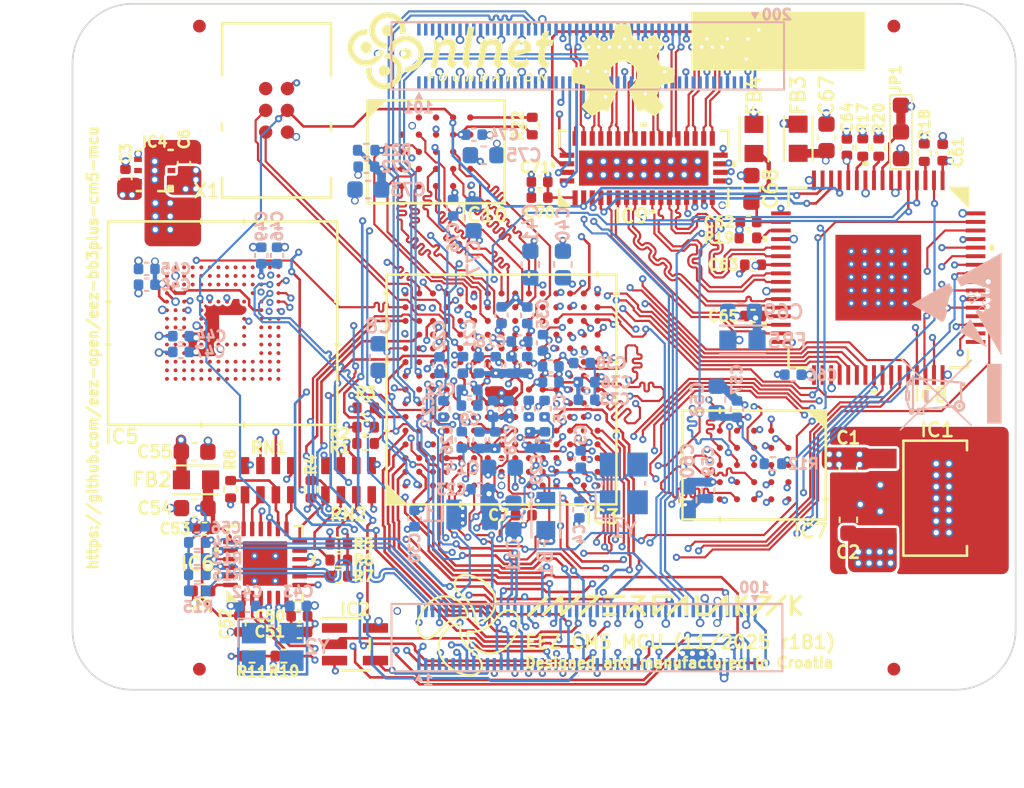
<source format=kicad_pcb>
(kicad_pcb (version 20241229) (generator "pcbnew") (generator_version "9.0")
  (title_block (title "${project_name}") (date "2025-11-11") (rev "${project_version}") (company "${project_creator}"))
  (layers (0 "F.Cu" signal) (4 "In1.Cu" power "GND1.Cu") (6 "In2.Cu" signal "In2signal.Cu") (8 "In3.Cu" power "POWER.Cu") (10 "In4.Cu" power "GND2.Cu") (2 "B.Cu" signal) (13 "F.Paste" user) (15 "B.Paste" user) (5 "F.SilkS" user "F.Silkscreen") (7 "B.SilkS" user "B.Silkscreen") (1 "F.Mask" user) (3 "B.Mask" user) (25 "Edge.Cuts" user))
  (property "project_creator" "Envox d.o.o.")
  (property "project_info" "32-bit STM32 MCU module")
  (property "project_license" "Licensed under the TAPR Open Hardware License (www.tapr.org/OHL)")
  (property "project_name" "EEZ BB3+ STM32H7 CM5 module")
  (property "project_url" "https://www.envox.eu")
  (property "project_version" "r1B1")
  (net 0 "")
  (net 1 "/STM32H7 MCU/RCC_OSC_IN")
  (net 2 "/STM32H7 MCU/RCC_OSC_OUT")
  (net 3 "GND")
  (net 4 "ETH_MDIO")
  (net 5 "ETH_CRS_DV")
  (net 6 "ETH_TX_EN")
  (net 7 "ETH_TXD1")
  (net 8 "ETH_MDC")
  (net 9 "ETH_RXD0")
  (net 10 "ETH_RXD1")
  (net 11 "/DVID converter, NOR Flash/TX1+")
  (net 12 "/DVID converter, NOR Flash/TX0+")
  (net 13 "ETH_TXD0")
  (net 14 "+3V3")
  (net 15 "SDMMC_D1")
  (net 16 "/STM32H7 MCU/VDD_SDC")
  (net 17 "TFT_DVID_CEC")
  (net 18 "/DVID converter, NOR Flash/TX0-")
  (net 19 "/STM32H7 MCU/VDDSMPS")
  (net 20 "~{RESET_OUT}")
  (net 21 "UART1_RX{slash}DIN1")
  (net 22 "ETH_RX_ERR")
  (net 23 "/STM32H7 MCU/JTAG_SWCLK")
  (net 24 "/STM32H7 MCU/JTAG_SWDIO")
  (net 25 "DVID_SEL2")
  (net 26 "~{DIB1_CSA}")
  (net 27 "+VAUX")
  (net 28 "~{DIB3_CSA}")
  (net 29 "TFT_DVID_TX1_P")
  (net 30 "~{SYSMCU_CS}")
  (net 31 "~{TFT_IRQ}")
  (net 32 "MCU_USB_UP_TX-")
  (net 33 "SDA")
  (net 34 "SCL")
  (net 35 "UART0_TX{slash}DOUT3")
  (net 36 "TFT_DVID_TX2_P")
  (net 37 "~{DIB4_IRQ}")
  (net 38 "WDG_IN")
  (net 39 "RS485_TX_EN{slash}DOUT2")
  (net 40 "TFT_DVID_TX2_N")
  (net 41 "/DVID converter, NOR Flash/TXC-")
  (net 42 "UART0_RX{slash}DIN2")
  (net 43 "TFT_DVID_CLK_P")
  (net 44 "~{DIB3_IRQ}")
  (net 45 "~{DIB5_CSA}")
  (net 46 "TFT_DVID_CLK_N")
  (net 47 "DIB1_USB_D+")
  (net 48 "TFT_DVID_TX0_P")
  (net 49 "XSPIM_P1_IO10")
  (net 50 "/STM32H7 MCU/VLXSMPS")
  (net 51 "~{DIB2_CSA}")
  (net 52 "SDMMC_D0")
  (net 53 "/DVID converter, NOR Flash/TX2+")
  (net 54 "~{DIB4_CSA}")
  (net 55 "MCU_USB_UP_TX+")
  (net 56 "TFT_DVID_TX0_N")
  (net 57 "UART1_TX{slash}DOUT1")
  (net 58 "DIB1_USB_D-")
  (net 59 "XSPIM_P1_IO5")
  (net 60 "~{DIB5_IRQ}")
  (net 61 "~{DIB1_IRQ}")
  (net 62 "~{SYSMCU_IRQ}")
  (net 63 "~{DIB2_IRQ}")
  (net 64 "SDMMC_CLK")
  (net 65 "TFT_DVID_TX1_N")
  (net 66 "BOOT0")
  (net 67 "~{ETH_LINK_ACT}")
  (net 68 "ETH_TXRX_B-")
  (net 69 "ETH_TXRX_A-")
  (net 70 "~{ETH_LINK100}")
  (net 71 "ETH_TXRX_B+")
  (net 72 "ETH_TXRX_A+")
  (net 73 "XSPIM_P1_IO2")
  (net 74 "XSPIM_P1_IO0")
  (net 75 "XSPIM_P1_IO12")
  (net 76 "XSPI_M_P1_CLK")
  (net 77 "XSPIM_P1_IO9")
  (net 78 "XSPIM_P1_IO13")
  (net 79 "XSPIM_P1_IO14")
  (net 80 "XSPIM_P1_IO15")
  (net 81 "DVID_SEL1")
  (net 82 "XSPIM_P2_CLK")
  (net 83 "XSPIM_P1_IO4")
  (net 84 "XSPIM_P2_IO3")
  (net 85 "XSPIM_P2_IO1")
  (net 86 "XSPIM_P2_IO5")
  (net 87 "XSPIM_P2_IO0")
  (net 88 "XSPIM_P2_IO4")
  (net 89 "~{XSPIM_P2_CS1}")
  (net 90 "XSPIM_P2_IO6")
  (net 91 "XSPIM_P2_DQS0")
  (net 92 "XSPIM_P2_IO2")
  (net 93 "XSPIM_P2_IO7")
  (net 94 "/DVID converter, NOR Flash/TX2-")
  (net 95 "/DVID converter, NOR Flash/TXC+")
  (net 96 "/DVID converter, NOR Flash/TX1-")
  (net 97 "TFT_DVID_SDA")
  (net 98 "TFT_DVID_SCL")
  (net 100 "XSPIM_P1_IO8")
  (net 101 "XSPIM_P1_IO11")
  (net 102 "XSPI_M_P1_DQS0")
  (net 103 "SDMMC_D6")
  (net 104 "SDMMC_D2")
  (net 105 "SDMMC_D3")
  (net 106 "SDMMC_CMD")
  (net 107 "SDMMC_D7")
  (net 108 "SDMMC_D5")
  (net 109 "SDMMC_D4")
  (net 110 "XSPIM_P1_IO7")
  (net 111 "XSPIM_P1_IO1")
  (net 112 "XSPI_M_P1_DQS1")
  (net 113 "XSPIM_P1_IO6")
  (net 114 "XSPIM_P1_IO3")
  (net 115 "~{LED_ACT}")
  (net 116 "~{XSPI_M_P1_CS}")
  (net 117 "REAR_DVID_TX1_N")
  (net 118 "REAR_DVID_CLK_P")
  (net 119 "REAR_DVID_TX0_N")
  (net 120 "REAR_DVID_TX1_P")
  (net 121 "REAR_DVID_CLK_N")
  (net 122 "REAR_DVID_TX2_N")
  (net 123 "REAR_DVID_TX0_P")
  (net 124 "REAR_DVID_TX2_P")
  (net 125 "REAR_DVID_SDA")
  (net 126 "REAR_DVID_CEC")
  (net 127 "REAR_DVID_SCL")
  (net 128 "+1V8")
  (net 129 "GPIO_VREF")
  (net 130 "DIB4_SCLK")
  (net 131 "DIB4_MISO")
  (net 132 "DIB4_MOSI")
  (net 133 "LTDC_G2")
  (net 134 "LTDC_B7")
  (net 135 "LTDC_G5")
  (net 136 "LTDC_VSYNC")
  (net 137 "LTDC_CLK")
  (net 138 "LTDC_R3")
  (net 139 "LTDC_B1")
  (net 140 "LTDC_B6")
  (net 141 "LTDC_R1")
  (net 142 "LTDC_B5")
  (net 143 "LTDC_R6")
  (net 144 "LTDC_G3")
  (net 145 "LTDC_B0")
  (net 146 "LTDC_DE")
  (net 147 "LTDC_R5")
  (net 148 "LTDC_R7")
  (net 149 "LTDC_B4")
  (net 150 "LTDC_G6")
  (net 151 "LTDC_G0")
  (net 152 "LTDC_B2")
  (net 153 "LTDC_G7")
  (net 154 "LTDC_G4")
  (net 155 "LTDC_G1")
  (net 156 "LTDC_B3")
  (net 157 "LTDC_R0")
  (net 158 "LTDC_HSYNC")
  (net 159 "LTDC_R4")
  (net 160 "LTDC_R2")
  (net 165 "~{LED_PWR}")
  (net 166 "DIB1{slash}DIB3_MISO")
  (net 167 "DIB2{slash}DIB5_SCLK")
  (net 168 "DIB1{slash}DIB3_MOSI")
  (net 169 "DIB2{slash}DIB5_MISO")
  (net 170 "DIB2{slash}DIB5_MOSI")
  (net 171 "DIB1{slash}DIB3_SCLK")
  (net 172 "/STM32H7 MCU/~{ACTIVE}")
  (net 173 "/Ethernet PHY, PSRAM, eMMC/+3V3_LAN")
  (net 194 "/CM5 socket/+5V_IN")
  (net 222 "Net-(IC6-XTAL2)")
  (net 225 "Net-(IC6-XTAL1{slash}CLKIN)")
  (net 227 "Net-(IC5-VDDI)")
  (net 233 "Net-(IC6-VDDCR)")
  (net 240 "/DVID converter, NOR Flash/DVDD")
  (net 246 "ETH_REF_CLK")
  (net 264 "Net-(IC3C-VREFM)")
  (net 265 "Net-(IC3C-VSSA)")
  (net 293 "Net-(IC6-RBIAS)")
  (net 294 "Net-(IC6-RXD1{slash}MODE1)")
  (net 295 "Net-(IC6-MDC)")
  (net 296 "Net-(IC6-RXD0{slash}MODE0)")
  (net 297 "Net-(IC6-TXD1)")
  (net 298 "Net-(IC6-MDIO)")
  (net 299 "Net-(IC6-TXD0)")
  (net 300 "Net-(IC6-CRS_DV{slash}MODE2)")
  (net 301 "Net-(IC6-NINT{slash}REFCLKO)")
  (net 302 "Net-(IC8-EDGE{slash}HTPLG)")
  (net 303 "Net-(IC8-CTL1{slash}A1{slash}DK1)")
  (net 304 "Net-(IC8-VREF)")
  (net 306 "Net-(IC8-TFADJ)")
  (net 307 "Net-(IC8-MSEN{slash}PO1)")
  (net 311 "DVID_CEC")
  (net 316 "Net-(IC10-~{ECS})")
  (net 318 "/DVID converter, NOR Flash/PVDD")
  (net 319 "/DVID converter, NOR Flash/TVDD")
  (net 320 "DVID_HPD")
  (net 321 "REAR_DVID_HPD")
  (net 322 "TFT_DVID_HPD")
  (footprint "PCM_EEZ_passives:R_0402_1005Metric" (layer "F.Cu") (at 111.19 96.89 180)
    (property "Reference" "R2")
    (property "Value" "1K5")
  )
  (footprint "PCM_Intergalaktik:Intergalaktik logo" (layer "F.Cu") (at 128.67 107.16)
    (property "Reference" "G***" (hide yes))
    (property "Value" "LOGO" (hide yes))
  )
  (footprint "PCM_EEZ_passives:C_0603_1608Metric" (layer "F.Cu") (at 101.22 98.32)
    (property "Reference" "C55")
    (property "Value" "4u7")
  )
  (footprint "PCM_EEZ_passives:BEAD0603" (layer "F.Cu") (at 133.84 80.08 90)
    (property "Reference" "FB4")
    (property "Value" "60R@100MHz")
  )
  (footprint "PCM_EEZ_passives:R_0402_1005Metric" (layer "F.Cu") (at 133.49 85.85 180)
    (property "Reference" "R19")
    (property "Value" "510R")
  )
  (footprint "PCM_EEZ_passives:C_0402_1005Metric" (layer "F.Cu") (at 120.42 102.02)
    (property "Reference" "C7")
    (property "Value" "10n" (hide yes))
  )
  (footprint "PCM_EEZ_passives:R_0402_1005Metric" (layer "F.Cu") (at 108.01 100.51 -90)
    (property "Reference" "R4")
    (property "Value" "1K5")
  )
  (footprint "PCM_EEZ_passives:C_0402_1005Metric" (layer "F.Cu") (at 100.6 81.52 90)
    (property "Reference" "C6")
    (property "Value" "1u" (hide yes))
  )
  (footprint "PCM_EEZ_passives:C_0402_1005Metric" (layer "F.Cu") (at 133.7853 87.416801 180)
    (property "Reference" "C63")
    (property "Value" "100n" (hide yes))
  )
  (footprint "PCM_EEZ_SMD:Fiducial_0.75mm_Mask1.5mm" (layer "F.Cu") (at 101.5 73.5)
    (property "Reference" "FM1" (hide yes))
    (property "Value" "~")
  )
  (footprint "PCM_EEZ_BGA:APS256XXN-OBR-BG_APY-L" (layer "F.Cu") (at 133.849998 99.095 -90)
    (property "Reference" "IC7")
    (property "Value" "APS256XXN-OBR-BG")
  )
  (footprint "PCM_EEZ_passives:C_0603_1608Metric" (layer "F.Cu") (at 139.34 99.335 90)
    (property "Reference" "C1")
    (property "Value" "10u")
  )
  (footprint "PCM_EEZ_SMD:PAP64_5X5-L" (layer "F.Cu") (at 141.09 88.17 -90)
    (property "Reference" "IC8")
    (property "Value" "TFP410PAP")
  )
  (footprint "PCM_EEZ_passives:C_0402_1005Metric" (layer "F.Cu") (at 144.8453 80.866801 90)
    (property "Reference" "C61")
    (property "Value" "100n" (hide yes))
  )
  (footprint "PCM_EEZ_passives:C_0603_1608Metric" (layer "F.Cu") (at 139.347076 102.295 -90)
    (property "Reference" "C2")
    (property "Value" "10u")
  )
  (footprint "PCM_EEZ_passives:BEAD0603" (layer "F.Cu") (at 136.42 80.07 90)
    (property "Reference" "FB3")
    (property "Value" "60R@100MHz")
  )
  (footprint "PCM_EEZ_BGA:BGA24C100P5X5_800X600X120" (layer "F.Cu") (at 115.3 80.83)
    (property "Reference" "IC10")
    (property "Value" "MX25UM25645GXDI00-T" (hide yes))
  )
  (footprint "PCM_EEZ_unsorted:Open HW logo" (layer "F.Cu") (at 126.2 76.05)
    (property "Reference" "LOGO1" (hide yes))
    (property "Value" "Open HW logo" (hide yes))
  )
  (footprint "PCM_EEZ_SMD:RUA42_7P55X2P05" (layer "F.Cu") (at 127.41 81.78 90)
    (property "Reference" "IC9")
    (property "Value" "TS3DV642A0RUAR")
  )
  (footprint "PCM_EEZ_passives:R_0402_1005Metric" (layer "F.Cu") (at 103.3207 100.51 -90)
    (property "Reference" "R8")
    (property "Value" "10K")
  )
  (footprint "PCM_EEZ_passives:C_0402_1005Metric" (layer "F.Cu") (at 121.34 82.58 180)
    (property "Reference" "C71")
    (property "Value" "100n" (hide yes))
  )
  (footprint "PCM_EEZ_passives:C_0402_1005Metric" (layer "F.Cu") (at 107.3307 108.83 180)
    (property "Reference" "C51")
    (property "Value" "1u" (hide yes))
  )
  (footprint "PCM_EEZ_passives:R_0402_1005Metric" (layer "F.Cu") (at 141.12 80.58 90)
    (property "Reference" "R20")
    (property "Value" "1K")
  )
  (footprint "PCM_EEZ_SMD:Fiducial_0.75mm_Mask1.5mm" (layer "F.Cu") (at 101.5 111)
    (property "Reference" "FM3" (hide yes))
    (property "Value" "~")
  )
  (footprint "PCM_EEZ_unsorted:EEZ logo (outline 6mm)" (layer "F.Cu") (at 117.16 108.43)
    (property "Reference" "LOGO2" (hide yes))
    (property "Value" "EEZ logo" (hide yes))
  )
  (footprint "PCM_EEZ_BGA:BGA153_MX52LM_EMMC" (layer "F.Cu") (at 102.86 90.82 -90)
    (property "Reference" "IC5")
    (property "Value" "MX52LM04A11XVW")
  )
  (footprint "PCM_EEZ_passives:C_0603_1608Metric" (layer "F.Cu") (at 101.227 101.61 180)
    (property "Reference" "C54")
    (property "Value" "4u7")
  )
  (footprint "PCM_EEZ_passives:C_0402_1005Metric" (layer "F.Cu") (at 107.3307 107.91)
    (property "Reference" "C50")
    (property "Value" "470p" (hide yes))
  )
  (footprint "PCM_EEZ_SMD:SOT223" (layer "F.Cu") (at 144.407476 101.03)
    (property "Reference" "IC1")
    (property "Value" "AZ1117CH2-3.3TRG1")
  )
  (footprint "PCM_EEZ_SMD:Fiducial_0.75mm_Mask1.5mm" (layer "F.Cu") (at 142 73.5)
    (property "Reference" "FM2" (hide yes))
    (property "Value" "~")
  )
  (footprint "PCM_EEZ_passives:C_0402_1005Metric" (layer "F.Cu") (at 103.84 108.35 -90)
    (property "Reference" "C52")
    (property "Value" "10n" (hide yes))
  )
  (footprint "PCM_EEZ_passives:C_0603_1608Metric" (layer "F.Cu") (at 133.69 82.99 -90)
    (property "Reference" "C68")
    (property "Value" "10u")
  )
  (footprint "PCM_EEZ_SMD:Fiducial_0.75mm_Mask1.5mm" (layer "F.Cu") (at 142 111)
    (property "Reference" "FM4" (hide yes))
    (property "Value" "~")
  )
  (footprint "PCM_EEZ_passives:R_0402_1005Metric" (layer "F.Cu") (at 109.63 105.58)
    (property "Reference" "R7")
    (property "Value" "10K")
  )
  (footprint "PCM_EEZ_passives:R_0402_1005Metric" (layer "F.Cu") (at 106.43 110.24 180)
    (property "Reference" "R10")
    (property "Value" "10K")
  )
  (footprint "PCM_EEZ_passives:C_0402_1005Metric" (layer "F.Cu") (at 133.52 84.926801 180)
    (property "Reference" "C62")
    (property "Value" "100n" (hide yes))
  )
  (footprint "PCM_EEZ_passives:C_0402_1005Metric" (layer "F.Cu") (at 101.81 102.81 180)
    (property "Reference" "C53")
    (property "Value" "10n" (hide yes))
  )
  (footprint "PCM_EEZ_SMD:DRV0006A" (layer "F.Cu") (at 98.894999 81.919999 180)
    (property "Reference" "IC4")
    (property "Value" "TLV75718PDRVR")
  )
  (footprint "PCM_EEZ_passives:CAY16" (layer "F.Cu") (at 110.2 99.98 180)
    (property "Reference" "RN2")
    (property "Value" "CAY16A-330J4AS")
  )
  (footprint "PCM_EEZ_passives:C_0402_1005Metric" (layer "F.Cu") (at 121.34 83.5 180)
    (property "Reference" "C70")
    (property "Value" "10n" (hide yes))
  )
  (footprint "PCM_EEZ_passives:R_0402_1005Metric" (layer "F.Cu") (at 143.77 80.88 90)
    (property "Reference" "R18")
    (property "Value" "10K")
  )
  (footprint "PCM_EEZ_passives:R_0402_1005Metric" (layer "F.Cu") (at 111.19 97.84 180)
    (property "Reference" "R1")
    (property "Value" "1K5")
  )
  (footprint "PCM_EEZ_passives:C_0402_1005Metric" (layer "F.Cu") (at 97.19 82.33 90)
    (property "Reference" "C3")
    (property "Value" "1u" (hide yes))
  )
  (footprint "PCM_EEZ_connectors:TC2030" (layer "F.Cu") (at 106 78.415 90)
    (property "Reference" "X1")
    (property "Value" "~")
  )
  (footprint "PCM_EEZ_SMD:DBV5" (layer "F.Cu") (at 110.5738 109.55)
    (property "Reference" "IC2")
    (property "Value" "SN74LVC1G14DBVR")
  )
  (footprint "PCM_EEZ_passives:R_0402_1005Metric" (layer "F.Cu") (at 120.91 79.33 -90)
    (property "Reference" "R22")
    (property "Value" "10K")
  )
  (footprint "PCM_EEZ_passives:C_0402_1005Metric" (layer "F.Cu") (at 133.7853 90.406801 180)
    (property "Reference" "C65")
    (property "Value" "100n" (hide yes))
  )
  (footprint "PCM_EEZ_passives:R_0402_1005Metric" (layer "F.Cu") (at 101.65 106.44 180)
    (property "Reference" "R9")
    (property "Value" "12K1")
  )
  (footprint "PCM_EEZ_passives:R_0402_1005Metric" (layer "F.Cu") (at 109.63 104.64)
    (property "Reference" "R6")
    (property "Value" "10K")
  )
  (footprint "PCM_EEZ_passives:BEAD0603" (layer "F.Cu") (at 101.303 99.96)
    (property "Reference" "FB2")
    (property "Value" "BLM18AG102SH1D")
  )
  (footprint "PCM_EEZ_SMD:JP3 shorted (0603)" (layer "F.Cu") (at 142.41 78.9 90)
    (property "Reference" "JP1")
    (property "Value" "~" (hide yes))
  )
  (footprint "PCM_EEZ_SMD:SQFN24_4X4MC_MCH-M" (layer "F.Cu") (at 105.33 104.84 90)
    (property "Reference" "IC6")
    (property "Value" "LAN8742A-CZ-TR" (hide yes))
  )
  (footprint "PCM_EEZ_unsorted:NLnet logo" (layer "F.Cu") (at 116.167136 75.066722)
    (property "Reference" "LOGO5" (hide yes))
    (property "Value" "NLnet logo" (hide yes))
  )
  (footprint "PCM_EEZ_passives:R_0402_1005Metric" (layer "F.Cu") (at 140.1847 80.58 -90)
    (property "Reference" "R17")
    (property "Value" "4K7")
  )
  (footprint "PCM_EEZ_passives:C_0603_1608Metric" (layer "F.Cu") (at 138.07 79.99 90)
    (property "Reference" "C67")
    (property "Value" "10u")
  )
  (footprint "PCM_EEZ_passives:R_0402_1005Metric" (layer "F.Cu") (at 104.57 110.24 180)
    (property "Reference" "R11")
    (property "Value" "10K")
  )
  (footprint "PCM_EEZ_passives:R_0402_1005Metric" (layer "F.Cu") (at 111.2 95.76 180)
    (property "Reference" "R3")
    (property "Value" "10K")
  )
  (footprint "PCM_EEZ_passives:R_0402_1005Metric" (layer "F.Cu") (at 109.63 103.7 180)
    (property "Reference" "R5")
    (property "Value" "10K")
  )
  (footprint "PCM_EEZ_passives:CAY16" (layer "F.Cu") (at 105.51 99.98 180)
    (property "Reference" "RN1")
    (property "Value" "CAY16A-330J4AS")
  )
  (footprint "PCM_EEZ_connectors:Raspberry-Pi-CM5 (SoM)" (layer "F.Cu") (at 145.6 108.7 90)
    (property "Reference" "SoM1" (hide yes))
    (property "Value" "2x DF40HC(3.0)-100DS-0.4V(51")
    (fp_line (start 33 -51.5) (end 0 -51.5) (stroke (width 0.1)) (layer "Edge.Cuts"))
    (fp_line (start -3.5 -48) (end -3.5 0) (stroke (width 0.1)) (layer "Edge.Cuts"))
    (fp_line (start 36.5 0) (end 36.5 -48) (stroke (width 0.1)) (layer "Edge.Cuts"))
    (fp_line (start 0 3.5) (end 33 3.5) (stroke (width 0.1)) (layer "Edge.Cuts"))
    (fp_arc (start 33 -51.5) (mid 35.474874 -50.474874) (end 36.5 -48) (stroke (width 0.1)) (layer "Edge.Cuts"))
    (fp_arc (start -3.5 -48) (mid -2.474874 -50.474874) (end 0 -51.5) (stroke (width 0.1)) (layer "Edge.Cuts"))
    (fp_arc (start 36.5 0) (mid 35.474874 2.474874) (end 33 3.5) (stroke (width 0.1)) (layer "Edge.Cuts"))
    (fp_arc (start 0 3.5) (mid -2.474874 2.474874) (end -3.5 0) (stroke (width 0.1)) (layer "Edge.Cuts"))
  )
  (footprint "PCM_EEZ_passives:C_0402_1005Metric" (layer "F.Cu") (at 139.26 80.56 90)
    (property "Reference" "C64")
    (property "Value" "100n" (hide yes))
  )
  (footprint "PCM_EEZ_BGA:TFBGA225_13X13_STM" (layer "F.Cu") (at 119.120002 94.693013 90)
    (property "Reference" "IC3")
    (property "Value" "STM32H7R7L8H6H")
  )
  (footprint "PCM_EEZ_passives:C_0402_1005Metric" (layer "B.Cu") (at 120.620002 93.263012 -90)
    (property "Reference" "C25" (hide yes))
    (property "Value" "100n" (hide yes))
  )
  (footprint "PCM_EEZ_passives:XTAL_403C11A24M00000" (layer "B.Cu") (at 105.7757 109.7 -90)
    (property "Reference" "Y2")
    (property "Value" "VXM7-9032-25M0000000")
  )
  (footprint "PCM_EEZ_passives:C_0402_1005Metric" (layer "B.Cu") (at 105.108614 86.88 90)
    (property "Reference" "C49")
    (property "Value" "100n" (hide yes))
  )
  (footprint "PCM_EEZ_passives:C_0402_1005Metric" (layer "B.Cu") (at 100.429433 91.580819 180)
    (property "Reference" "C44")
    (property "Value" "2u2" (hide yes))
  )
  (footprint "PCM_EEZ_passives:C_0402_1005Metric" (layer "B.Cu") (at 117.82 100.513012 180)
    (property "Reference" "C23")
    (property "Value" "220p" (hide yes))
  )
  (footprint "PCM_EEZ_passives:C_0603_1608Metric" (layer "B.Cu") (at 133.09 90.16)
    (property "Reference" "C69")
    (property "Value" "10u")
  )
  (footprint "PCM_EEZ_passives:C_0402_1005Metric" (layer "B.Cu") (at 117.51 79.83)
    (property "Reference" "C74")
    (property "Value" "100n" (hide yes))
  )
  (footprint "PCM_EEZ_passives:C_0402_1005Metric" (layer "B.Cu") (at 100.429433 92.500819 180)
    (property "Reference" "C47")
    (property "Value" "100n" (hide yes))
  )
  (footprint "PCM_EEZ_passives:C_0402_1005Metric" (layer "B.Cu") (at 121.990002 93.343012)
    (property "Reference" "C13" (hide yes))
    (property "Value" "100n" (hide yes))
  )
  (footprint "PCM_EEZ_passives:C_0402_1005Metric" (layer "B.Cu") (at 107.2557 107.31 180)
    (property "Reference" "C43")
    (property "Value" "10p" (hide yes))
  )
  (footprint "PCM_EEZ_passives:C_0603_1608Metric" (layer "B.Cu") (at 119.81 102.085 90)
    (property "Reference" "C11")
    (property "Value" "10u")
  )
  (footprint "PCM_EEZ_unsorted:WEEE logo" (layer "B.Cu") (at 145.28 94.96 -90)
    (property "Reference" "LOGO3" (hide yes))
    (property "Value" "WEEE logo" (hide yes))
  )
  (footprint "PCM_EEZ_passives:C_0603_1608Metric" (layer "B.Cu") (at 119.145 99.25 180)
    (property "Reference" "C14")
    (property "Value" "10u")
  )
  (footprint "PCM_EEZ_passives:C_0402_1005Metric" (layer "B.Cu") (at 124.08 94.26)
    (property "Reference" "C36")
    (property "Value" "100n" (hide yes))
  )
  (footprint "PCM_EEZ_SMD:NetTie-2_SMD_Pad0.2mm" (layer "B.Cu") (at 117.28 98.12)
    (property "Reference" "NT1" (hide yes))
    (property "Value" "NetTie_2" (hide yes))
  )
  (footprint "PCM_EEZ_passives:C_0603_1608Metric" (layer "B.Cu") (at 129.98 101.14 -90)
    (property "Reference" "C60")
    (property "Value" "4u7")
  )
  (footprint "PCM_EEZ_passives:R_0402_1005Metric" (layer "B.Cu") (at 134.95 99.02 180)
    (property "Reference" "R12")
    (property "Value" "10K")
  )
  (footprint "PCM_EEZ_passives:C_0402_1005Metric" (layer "B.Cu") (at 131.17 100.57 -90)
    (property "Reference" "C59")
    (property "Value" "100n" (hide yes))
  )
  (footprint "PCM_EEZ_passives:C_0402_1005Metric" (layer "B.Cu") (at 104.2957 107.31)
    (property "Reference" "C42")
    (property "Value" "10p" (hide yes))
  )
  (footprint "PCM_EEZ_passives:C_0603_1608Metric" (layer "B.Cu") (at 111.95 92.8 90)
    (property "Reference" "C8")
    (property "Value" "4u7")
  )
  (footprint "PCM_EEZ_passives:C_0402_1005Metric" (layer "B.Cu") (at 121.540002 91.973012 90)
    (property "Reference" "C35")
    (property "Value" "100n" (hide yes))
  )
  (footprint "PCM_EEZ_passives:C_0402_1005Metric" (layer "B.Cu") (at 119.120002 90.353012 90)
    (property "Reference" "C34" (hide yes))
    (property "Value" "100n" (hide yes))
  )
  (footprint "PCM_EEZ_passives:C_0402_1005Metric" (layer "B.Cu") (at 121.63 95.81 -90)
    (property "Reference" "C15")
    (property "Value" "2u2" (hide yes))
  )
  (footprint "PCM_EEZ_unsorted:ESD  logo" (layer "B.Cu") (at 145.64 89.72 -90)
    (property "Reference" "LOGO4" (hide yes))
    (property "Value" "ESD logo" (hide yes))
  )
  (footprint "PCM_EEZ_passives:C_0402_1005Metric" (layer "B.Cu") (at 120.71 95.81 90)
    (property "Reference" "C17" (hide yes))
    (property "Value" "100n" (hide yes))
  )
  (footprint "PCM_EEZ_passives:C_0402_1005Metric" (layer "B.Cu") (at 120.78 97.64 -90)
    (property "Reference" "C29")
    (property "Value" "1u" (hide yes))
  )
  (footprint "PCM_EEZ_passives:C_0402_1005Metric" (layer "B.Cu") (at 119.55 95.82 90)
    (property "Reference" "C24" (hide yes))
    (property "Value" "100n" (hide yes))
  )
  (footprint "PCM_EEZ_passives:C_0402_1005Metric" (layer "B.Cu") (at 106.03 86.88 90)
    (property "Reference" "C46")
    (property "Value" "2u2" (hide yes))
  )
  (footprint "PCM_EEZ_passives:C_0402_1005Metric" (layer "B.Cu") (at 132.85 95.835 90)
    (property "Reference" "C57")
    (property "Value" "100n" (hide yes))
  )
  (footprint "PCM_EEZ_passives:C_0603_1608Metric" (layer "B.Cu") (at 131.66 95.275 90)
    (property "Reference" "C58")
    (property "Value" "4u7")
  )
  (footprint "PCM_EEZ_passives:C_0402_1005Metric" (layer "B.Cu") (at 120.620002 90.363012 90)
    (property "Reference" "C37" (hide yes))
    (property "Value" "100n" (hide yes))
  )
  (footprint "PCM_EEZ_passives:R_0402_1005Metric" (layer "B.Cu") (at 101.38 105.49 180)
    (property "Reference" "R16")
    (property "Value" "49R9")
  )
  (footprint "PCM_EEZ_passives:C_0402_1005Metric" (layer "B.Cu") (at 117.26 95.63 180)
    (property "Reference" "C9")
    (property "Value" "100n" (hide yes))
  )
  (footprint "PCM_EEZ_passives:C_0603_1608Metric" (layer "B.Cu") (at 118.075 81.03)
    (property "Reference" "C75")
    (property "Value" "4u7")
  )
  (footprint "PCM_EEZ_passives:C_0402_1005Metric" (layer "B.Cu") (at 118.760002 97.643012 -90)
    (property "Reference" "C28")
    (property "Value" "1u" (hide yes))
  )
  (footprint "PCM_EEZ_passives:C_0603_1608Metric" (layer "B.Cu") (at 111.35 83.03 180)
    (property "Reference" "C73")
    (property "Value" "4u7")
  )
  (footprint "PCM_EEZ_passives:BEAD0603" (layer "B.Cu") (at 133.17 91.8 180)
    (property "Reference" "FB5")
    (property "Value" "60R@100MHz")
  )
  (footprint "PCM_EEZ_passives:C_0402_1005Metric" (layer "B.Cu") (at 119.700002 93.263012 -90)
    (property "Reference" "C39" (hide yes))
    (property "Value" "100n" (hide yes))
  )
  (footprint "PCM_EEZ_passives:0806" (layer "B.Cu") (at 117.388602 101.983012)
    (property "Reference" "L1")
    (property "Value" "LQM2MPN2R2NG0")
  )
  (footprint "PCM_EEZ_passives:C_0402_1005Metric" (layer "B.Cu") (at 120.170002 91.893012 180)
    (property "Reference" "C18")
    (property "Value" "2u2" (hide yes))
  )
  (footprint "PCM_EEZ_passives:C_0402_1005Metric" (layer "B.Cu") (at 115.5 93.27 90)
    (property "Reference" "C22")
    (property "Value" "1u" (hide yes))
  )
  (footprint "PCM_EEZ_passives:C_0402_1005Metric" (layer "B.Cu") (at 116.87 93.26 90)
    (property "Reference" "C16" (hide yes))
    (property "Value" "100n" (hide yes))
  )
  (footprint "PCM_EEZ_passives:C_0402_1005Metric" (layer "B.Cu") (at 115.73 95.823012 90)
    (property "Reference" "C27")
    (property "Value" "100n" (hide yes))
  )
  (footprint "PCM_EEZ_passives:XTAL_403C11A24M00000" (layer "B.Cu") (at 126.25 100.17)
    (property "Reference" "Y1")
    (property "Value" "VXM7-9032-25M0000000")
  )
  (footprint "PCM_EEZ_passives:C_0402_1005Metric" (layer "B.Cu") (at 123.66 101.7 90)
    (property "Reference" "C4")
    (property "Value" "10p" (hide yes))
  )
  (footprint "PCM_EEZ_passives:C_0402_1005Metric" (layer "B.Cu") (at 111.24 81.7 180)
    (property "Reference" "C72")
    (property "Value" "100n" (hide yes))
  )
  (footprint "PCM_EEZ_passives:C_0402_1005Metric" (layer "B.Cu") (at 121.990002 94.263012)
    (property "Reference" "C20" (hide yes))
    (property "Value" "100n" (hide yes))
  )
  (footprint "PCM_EEZ_passives:C_0402_1005Metric" (layer "B.Cu") (at 124.08 95.29)
    (property "Reference" "C33")
    (property "Value" "100n" (hide yes))
  )
  (footprint "PCM_EEZ_passives:C_0402_1005Metric" (layer "B.Cu") (at 117.79 93.26 -90)
    (property "Reference" "C21")
    (property "Value" "2u2" (hide yes))
  )
  (footprint "PCM_EEZ_passives:C_0402_1005Metric" (layer "B.Cu") (at 98.429433 87.660819 180)
    (property "Reference" "C45")
    (property "Value" "2u2" (hide yes))
  )
  (footprint "PCM_EEZ_passives:C_0402_1005Metric" (layer "B.Cu") (at 116.3 84.09 -90)
    (property "Reference" "C76")
    (property "Value" "100n" (hide yes))
  )
  (footprint "PCM_EEZ_passives:R_0402_1005Metric" (layer "B.Cu") (at 101.38 106.43)
    (property "Reference" "R15")
    (property "Value" "49R9")
  )
  (footprint "PCM_EEZ_passives:R_0402_1005Metric" (layer "B.Cu") (at 101.38 103.61)
    (property "Reference" "R14")
    (property "Value" "49R9")
  )
  (footprint "PCM_EEZ_passives:R_0402_1005Metric" (layer "B.Cu") (at 101.38 104.55)
    (property "Reference" "R13")
    (property "Value" "49R9")
  )
  (footprint "PCM_EEZ_passives:C_0402_1005Metric" (layer "B.Cu") (at 98.429433 88.580819 180)
    (property "Reference" "C48")
    (property "Value" "100n" (hide yes))
  )
  (footprint "PCM_EEZ_passives:C_0402_1005Metric" (layer "B.Cu") (at 116.8 97.63 -90)
    (property "Reference" "C26")
    (property "Value" "2u2" (hide yes))
  )
  (footprint "PCM_EEZ_passives:BEAD0603" (layer "B.Cu") (at 121.7 102.01 -90)
    (property "Reference" "FB1")
    (property "Value" "FBMJ1608HM180NTR")
  )
  (footprint "PCM_EEZ_passives:C_0402_1005Metric" (layer "B.Cu") (at 117.25 94.71 180)
    (property "Reference" "C12")
    (property "Value" "100n" (hide yes))
  )
  (footprint "PCM_EEZ_passives:C_0603_1608Metric" (layer "B.Cu") (at 120.8 87.4 90)
    (property "Reference" "C41")
    (property "Value" "4u7")
  )
  (footprint "PCM_EEZ_passives:C_0603_1608Metric" (layer "B.Cu") (at 122.7 87.4 90)
    (property "Reference" "C40")
    (property "Value" "4u7")
  )
  (footprint "PCM_EEZ_passives:C_0402_1005Metric" (layer "B.Cu") (at 121.65 97.64 -90)
    (property "Reference" "C32" (hide yes))
    (property "Value" "100n" (hide yes))
  )
  (footprint "PCM_EEZ_passives:C_0402_1005Metric" (layer "B.Cu") (at 136.12 93.83 180)
    (property "Reference" "C66")
    (property "Value" "100n" (hide yes))
  )
  (footprint "PCM_EEZ_passives:C_0402_1005Metric" (layer "B.Cu") (at 101.36 102.67)
    (property "Reference" "C56")
    (property "Value" "100n" (hide yes))
  )
  (footprint "PCM_EEZ_passives:C_0402_1005Metric" (layer "B.Cu") (at 123.74 98.75 -90)
    (property "Reference" "C5")
    (property "Value" "10p" (hide yes))
  )
  (footprint "PCM_EEZ_passives:C_0402_1005Metric" (layer "B.Cu") (at 118.63 95.82 90)
    (property "Reference" "C19" (hide yes))
    (property "Value" "100n" (hide yes))
  )
  (footprint "PCM_EEZ_passives:C_0402_1005Metric" (layer "B.Cu") (at 114.05 102.21 -90)
    (property "Reference" "C30")
    (property "Value" "100n" (hide yes))
  )
  (footprint "PCM_EEZ_passives:R_0402_1005Metric" (layer "B.Cu") (at 111.23 80.74 180)
    (property "Reference" "R21")
    (property "Value" "10K")
  )
  (footprint "PCM_EEZ_passives:C_0402_1005Metric" (layer "B.Cu") (at 123.81 93.15)
    (property "Reference" "C38")
    (property "Value" "100n" (hide yes))
  )
  (footprint "PCM_EEZ_passives:C_0402_1005Metric" (layer "B.Cu") (at 118.780002 93.263012 -90)
    (property "Reference" "C10" (hide yes))
    (property "Value" "100n" (hide yes))
  )
  (footprint "PCM_EEZ_SMD:NetTie-2_SMD_Pad0.2mm" (layer "B.Cu") (at 121.16 97.899999 -90)
    (property "Reference" "NT2" (hide yes))
    (property "Value" "NetTie_2" (hide yes))
  )
  (footprint "PCM_EEZ_passives:C_0402_1005Metric" (layer "B.Cu") (at 117.83 97.65 -90)
    (property "Reference" "C31" (hide yes))
    (property "Value" "100n" (hide yes))
  )
  (footprint "PCM_EEZ_passives:C_0603_1608Metric" (layer "B.Cu") (at 117.49 84.66 -90)
    (property "Reference" "C77")
    (property "Value" "4u7")
  )
  (gr_rect (start 130.27 72.74) (end 140.26 76.02) (stroke (width 0.1524)) (fill yes) (layer "F.SilkS"))
  (gr_poly (pts (xy 114.303739 77.371976) (xy 114.1 77.75) (xy 114.51 77.75)) (stroke (width 0.0508)) (fill yes) (layer "B.SilkS"))
  (gr_poly (pts (xy 114.300788 111.291976) (xy 114.097049 111.67) (xy 114.507049 111.67)) (stroke (width 0.0508)) (fill yes) (layer "B.SilkS"))
  (gr_poly (pts (xy 133.896261 73.078024) (xy 134.1 72.7) (xy 133.69 72.7)) (stroke (width 0.0508)) (fill yes) (layer "B.SilkS"))
  (gr_poly (pts (xy 133.896261 107.078024) (xy 134.1 106.7) (xy 133.69 106.7)) (stroke (width 0.0508)) (fill yes) (layer "B.SilkS"))
  (gr_text "https://github.com/eez-open/eez-bb3plus-cm5-mcu" (at 95.64 105.285356 90) (layer "F.SilkS") (effects (font (size 0.6096 0.6096) (thickness 0.1524) (bold yes)) (justify left bottom)))
  (gr_text "EEZ CM5 MCU (11/2025 ${project_version})" (at 120.4 109.86 0) (layer "F.SilkS") (effects (font (size 0.762 0.762) (thickness 0.1524)) (justify left bottom)))
  (gr_text "Designed and manufactured in Croatia" (at 120.4 110.98 0) (layer "F.SilkS") (effects (font (size 0.6096 0.6096) (thickness 0.1524)) (justify left bottom)))
  (gr_text "100" (at 134.83 106.6 0) (layer "B.SilkS") (effects (font (size 0.6096 0.6096) (thickness 0.1524)) (justify left bottom mirror)))
  (gr_text "200" (at 136.14 73.19 0) (layer "B.SilkS") (effects (font (size 0.6096 0.6096) (thickness 0.1524)) (justify left bottom mirror)))
  (gr_text "101" (at 115.24 78.61 0) (layer "B.SilkS") (effects (font (size 0.6096 0.6096) (thickness 0.1524)) (justify left bottom mirror)))
  (gr_text "1" (at 114.45 112 0) (layer "B.SilkS") (effects (font (size 0.6096 0.6096) (thickness 0.1524)) (justify right bottom mirror)))
  (segment (start 120.971449 100.293012) (end 121.028482 100.350045) (width 0.1524) (layer "F.Cu") (net 1))
  (segment (start 120.720002 100.293012) (end 120.971449 100.293012) (width 0.1524) (layer "F.Cu") (net 1))
  (segment (start 121.028482 100.350045) (end 121.028482 100.368812) (width 0.1524) (layer "F.Cu") (net 1))
  (via (at 121.028482 100.368812) (size 0.42) (drill 0.2) (layers "F.Cu" "B.Cu") (net 1))
  (segment (start 121.028908 100.368243) (end 121.029048 100.368383) (width 0.127) (layer "B.Cu") (net 1))
  (segment (start 123.66 101.22) (end 123.66 100.69) (width 0.127) (layer "B.Cu") (net 1))
  (segment (start 121.028908 100.368243) (end 121.028908 100.368467) (width 0.127) (layer "B.Cu") (net 1))
  (segment (start 121.035925 100.356024) (end 121.03553 100.355629) (width 0.127) (layer "B.Cu") (net 1))
  (segment (start 123.67 100.68) (end 123.415 100.68) (width 0.127) (layer "B.Cu") (net 1))
  (segment (start 121.028908 100.368243) (end 121.029048 100.368383) (width 0.1524) (layer "B.Cu") (net 1))
  (segment (start 121.028919 100.368375) (end 121.028482 100.368812) (width 0.1524) (layer "B.Cu") (net 1))
  (segment (start 123.185 100.45) (end 121.297459 100.45) (width 0.127) (layer "B.Cu") (net 1))
  (segment (start 121.204271 100.356812) (end 121.050612 100.356812) (width 0.127) (layer "B.Cu") (net 1))
  (segment (start 121.029207 100.368511) (end 121.029248 100.368511) (width 0.1524) (layer "B.Cu") (net 1))
  (segment (start 121.033106 100.364653) (end 121.029248 100.368511) (width 0.1524) (layer "B.Cu") (net 1))
  (segment (start 121.029465 100.368062) (end 121.029048 100.367645) (width 0.1524) (layer "B.Cu") (net 1))
  (segment (start 121.033106 100.34126) (end 121.033106 100.364653) (width 0.1524) (layer "B.Cu") (net 1))
  (segment (start 121.029 100.368375) (end 121.028919 100.368375) (width 0.127) (layer "B.Cu") (net 1))
  (segment (start 121.031924 100.358366) (end 121.031924 100.365835) (width 0.127) (layer "B.Cu") (net 1))
  (segment (start 125.45 101.17) (end 124.96 100.68) (width 0.127) (layer "B.Cu") (net 1))
  (segment (start 121.029 100.368375) (end 121.028908 100.368467) (width 0.1524) (layer "B.Cu") (net 1))
  (segment (start 121.028908 100.368243) (end 121.028908 100.368467) (width 0.1524) (layer "B.Cu") (net 1))
  (segment (start 121.297459 100.45) (end 121.204271 100.356812) (width 0.127) (layer "B.Cu") (net 1))
  (segment (start 121.029207 100.368511) (end 121.029656 100.368062) (width 0.127) (layer "B.Cu") (net 1))
  (segment (start 121.029048 100.367645) (end 121.029048 100.368383) (width 0.1524) (layer "B.Cu") (net 1))
  (segment (start 121.029465 100.368062) (end 121.029656 100.368062) (width 0.127) (layer "B.Cu") (net 1))
  (segment (start 121.029207 100.368511) (end 121.029656 100.368062) (width 0.1524) (layer "B.Cu") (net 1))
  (segment (start 121.031924 100.365835) (end 121.029248 100.368511) (width 0.127) (layer "B.Cu") (net 1))
  (segment (start 121.029207 100.368511) (end 121.029248 100.368511) (width 0.127) (layer "B.Cu") (net 1))
  (segment (start 121.03553 100.355629) (end 121.034661 100.355629) (width 0.127) (layer "B.Cu") (net 1))
  (segment (start 124.96 100.68) (end 123.67 100.68) (width 0.127) (layer "B.Cu") (net 1))
  (segment (start 121.029465 100.368062) (end 121.029048 100.367645) (width 0.127) (layer "B.Cu") (net 1))
  (segment (start 121.029465 100.368062) (end 121.029656 100.368062) (width 0.1524) (layer "B.Cu") (net 1))
  (segment (start 123.66 100.69) (end 123.67 100.68) (width 0.127) (layer "B.Cu") (net 1))
  (segment (start 123.415 100.68) (end 123.185 100.45) (width 0.127) (layer "B.Cu") (net 1))
  (segment (start 121.029 100.368375) (end 121.028908 100.368467) (width 0.127) (layer "B.Cu") (net 1))
  (segment (start 125.45 101.27) (end 125.45 101.17) (width 0.127) (layer "B.Cu") (net 1))
  (segment (start 121.029048 100.367645) (end 121.029048 100.368383) (width 0.127) (layer "B.Cu") (net 1))
  (segment (start 121.029 100.368375) (end 121.028919 100.368375) (width 0.1524) (layer "B.Cu") (net 1))
  (segment (start 121.028919 100.368375) (end 121.028482 100.368812) (width 0.127) (layer "B.Cu") (net 1))
  (segment (start 121.050612 100.356812) (end 121.049824 100.356024) (width 0.127) (layer "B.Cu") (net 1))
  (segment (start 121.049824 100.356024) (end 121.035925 100.356024) (width 0.127) (layer "B.Cu") (net 1))
  (segment (start 121.034661 100.355629) (end 121.031924 100.358366) (width 0.127) (layer "B.Cu") (net 1))
  (segment (start 121.115337 99.888347) (end 121.231515 99.888347) (width 0.1524) (layer "F.Cu") (net 2))
  (segment (start 120.720002 99.493012) (end 121.115337 99.888347) (width 0.1524) (layer "F.Cu") (net 2))
  (via (at 121.231515 99.888347) (size 0.42) (drill 0.2) (layers "F.Cu" "B.Cu") (net 2))
  (segment (start 121.233043 99.88763) (end 121.232679 99.88763) (width 0.127) (layer "B.Cu") (net 2))
  (segment (start 121.231962 99.888347) (end 121.231515 99.888347) (width 0.127) (layer "B.Cu") (net 2))
  (segment (start 121.232679 99.88763) (end 121.231962 99.888347) (width 0.127) (layer "B.Cu") (net 2))
  (segment (start 126.1839 99.9361) (end 124.6861 99.9361) (width 0.127) (layer "B.Cu") (net 2))
  (segment (start 123.74 99.23) (end 123.74 99.53) (width 0.127) (layer "B.Cu") (net 2))
  (segment (start 124.39 99.53) (end 123.74 99.53) (width 0.127) (layer "B.Cu") (net 2))
  (segment (start 124.61 99.75) (end 124.39 99.53) (width 0.127) (layer "B.Cu") (net 2))
  (segment (start 123.74 99.53) (end 122.4 99.53) (width 0.127) (layer "B.Cu") (net 2))
  (segment (start 127.05 99.07) (end 126.1839 99.9361) (width 0.127) (layer "B.Cu") (net 2))
  (segment (start 122.224533 99.705467) (end 121.415206 99.705467) (width 0.127) (layer "B.Cu") (net 2))
  (segment (start 124.61 99.86) (end 124.61 99.75) (width 0.127) (layer "B.Cu") (net 2))
  (segment (start 124.6861 99.9361) (end 124.61 99.86) (width 0.127) (layer "B.Cu") (net 2))
  (segment (start 122.4 99.53) (end 122.224533 99.705467) (width 0.127) (layer "B.Cu") (net 2))
  (segment (start 121.415206 99.705467) (end 121.233043 99.88763) (width 0.127) (layer "B.Cu") (net 2))
  (segment (start 101.14 106.44) (end 101.14 107.110729) (width 0.1524) (layer "F.Cu") (net 3))
  (segment (start 134.609999 88.920001) (end 134.57 88.96) (width 0.1524) (layer "F.Cu") (net 3))
  (segment (start 131.905002 101.15) (end 132.12 101.15) (width 0.1524) (layer "F.Cu") (net 3))
  (segment (start 99.609181 89.069559) (end 99.609184 89.069559) (width 0.1524) (layer "F.Cu") (net 3))
  (segment (start 113.505184 88.945184) (end 113.505184 88.954816) (width 0.1524) (layer "F.Cu") (net 3))
  (segment (start 133.3053 87.416801) (end 133.3053 87.644593) (width 0.254) (layer "F.Cu") (net 3))
  (segment (start 119.120002 94.693013) (end 119.321753 94.894764) (width 0.1524) (layer "F.Cu") (net 3))
  (segment (start 118.443013 91.493013) (end 118.62 91.67) (width 0.127) (layer "F.Cu") (net 3))
  (segment (start 141.207076 101.8) (end 141.207076 101.03) (width 0.6096) (layer "F.Cu") (net 3))
  (segment (start 142.34 82.97) (end 142.09 83.22) (width 0.1524) (layer "F.Cu") (net 3))
  (segment (start 115.920002 96.293013) (end 115.719313 96.293013) (width 0.1524) (layer "F.Cu") (net 3))
  (segment (start 116.807876 98.780887) (end 116.807876 99.011481) (width 0.127) (layer "F.Cu") (net 3))
  (segment (start 105.110567 89.069559) (end 105.076063 89.035055) (width 0.127) (layer "F.Cu") (net 3))
  (segment (start 109.38 110.5) (end 109.38 111.0578) (width 0.1524) (layer "F.Cu") (net 3))
  (segment (start 107.17 76.81) (end 106.97 76.81) (width 0.1524) (layer "F.Cu") (net 3))
  (segment (start 116.893076 94.866087) (end 116.720002 94.693013) (width 0.1524) (layer "F.Cu") (net 3))
  (segment (start 116.966087 94.866087) (end 116.966087 94.139098) (width 0.1524) (layer "F.Cu") (net 3))
  (segment (start 135.4131 88.920001) (end 134.609999 88.920001) (width 0.1524) (layer "F.Cu") (net 3))
  (segment (start 133.91543 97.029568) (end 134.173817 97.029568) (width 0.1524) (layer "F.Cu") (net 3))
  (segment (start 113.520003 92.293013) (end 112.646987 92.293013) (width 0.127) (layer "F.Cu") (net 3))
  (segment (start 99.609184 89.069559) (end 100.109309 89.569684) (width 0.1524) (layer "F.Cu") (net 3))
  (segment (start 110.68 95.95) (end 110.56 95.83) (width 0.1524) (layer "F.Cu") (net 3))
  (segment (start 112.963013 94.693013) (end 112.87 94.6) (width 0.127) (layer "F.Cu") (net 3))
  (segment (start 119.120002 94.693013) (end 119.120003 94.693014) (width 0.1524) (layer "F.Cu") (net 3))
  (segment (start 120.9 102.02) (end 120.9 102.09) (width 0.127) (layer "F.Cu") (net 3))
  (segment (start 108.25 108.35) (end 108.25 108.3493) (width 0.1524) (layer "F.Cu") (net 3))
  (segment (start 101.14 107.110729) (end 101.17881 107.149539) (width 0.1524) (layer "F.Cu") (net 3))
  (segment (start 119.920002 93.093013) (end 119.920002 93.231092) (width 0.127) (layer "F.Cu") (net 3))
  (segment (start 121.520002 92.293013) (end 121.891935 91.92108) (width 0.127) (layer "F.Cu") (net 3))
  (segment (start 119.120002 95.493013) (end 119.120002 95.38) (width 0.127) (layer "F.Cu") (net 3))
  (segment (start 119.920002 94.693013) (end 119.718251 94.894764) (width 0.1524) (layer "F.Cu") (net 3))
  (segment (start 141.840001 82.970001) (end 142.09 83.22) (width 0.1524) (layer "F.Cu") (net 3))
  (segment (start 103.84 108.83) (end 103.33 108.83) (width 0.1524) (layer "F.Cu") (net 3))
  (segment (start 105.076063 89.035055) (end 105.076063 89.027654) (width 0.127) (layer "F.Cu") (net 3))
  (segment (start 113.520003 88.969635) (end 113.520003 89.093014) (width 0.1524) (layer "F.Cu") (net 3))
  (segment (start 124.720001 93.893013) (end 124.893013 93.893013) (width 0.127) (layer "F.Cu") (net 3))
  (segment (start 122.320002 95.493013) (end 122.320002 95.510002) (width 0.127) (layer "F.Cu") (net 3))
  (segment (start 112.646987 92.293013) (end 112.44 92.5) (width 0.127) (layer "F.Cu") (net 3))
  (segment (start 108.25 108.3907) (end 107.8107 108.83) (width 0.1524) (layer "F.Cu") (net 3))
  (segment (start 105.92 110.24) (end 105.08 110.24) (width 0.1524) (layer "F.Cu") (net 3))
  (segment (start 113.48 88.92) (end 113.505184 88.945184) (width 0.1524) (layer "F.Cu") (net 3))
  (segment (start 141.207076 100.26) (end 141.207076 101.03) (width 0.6096) (layer "F.Cu") (net 3))
  (segment (start 119.120002 93.893013) (end 118.937017 93.893013) (width 0.127) (layer "F.Cu") (net 3))
  (segment (start 115.719313 96.293013) (end 115.6995 96.2732) (width 0.1524) (layer "F.Cu") (net 3))
  (segment (start 141.840001 82.4931) (end 141.840001 82.970001) (width 0.1524) (layer "F.Cu") (net 3))
  (segment (start 97.19 81.41) (end 97.2 81.4) (width 0.1524) (layer "F.Cu") (net 3))
  (segment (start 133.849998 97.095) (end 133.91543 97.029568) (width 0.1524) (layer "F.Cu") (net 3))
  (segment (start 102.109811 89.569685) (end 102.109811 89.358544) (width 0.127) (layer "F.Cu") (net 3))
  (segment (start 118.937017 93.893013) (end 118.785291 93.741287) (width 0.127) (layer "F.Cu") (net 3))
  (segment (start 133.3053 87.644593) (end 132.997223 87.95267) (width 0.254) (layer "F.Cu") (net 3))
  (segment (start 122.320002 95.510002) (end 122.33 95.52) (width 0.127) (layer "F.Cu") (net 3))
  (segment (start 119.920002 93.231092) (end 120.035143 93.346233) (width 0.127) (layer "F.Cu") (net 3))
  (segment (start 105.076063 89.027654) (end 105.0951 89.008617) (width 0.127) (layer "F.Cu") (net 3))
  (segment (start 139.472797 101.394279) (end 140.046186 101.394279) (width 0.1524) (layer "F.Cu") (net 3))
  (segment (start 120.86 83.05) (end 120.86 82.14) (width 0.1524) (layer "F.Cu") (net 3))
  (segment (start 115.920002 98.693013) (end 116.720002 98.693013) (width 0.1524) (layer "F.Cu") (net 3))
  (segment (start 124.720001 91.439999) (end 124.720001 91.493013) (width 0.127) (layer "F.Cu") (net 3))
  (segment (start 113.3 80.83) (end 113.53 80.83) (width 0.1524) (layer "F.Cu") (net 3))
  (segment (start 108.25 108.35) (end 108.25 108.3907) (width 0.1524) (layer "F.Cu") (net 3))
  (segment (start 121.520002 96.293013) (end 121.626987 96.293013) (width 0.127) (layer "F.Cu") (net 3))
  (segment (start 121.626987 96.293013) (end 121.63 96.29) (width 0.127) (layer "F.Cu") (net 3))
  (segment (start 119.321753 94.894764) (end 119.504764 94.894764) (width 0.1524) (layer "F.Cu") (net 3))
  (segment (start 119.120002 95.38) (end 119.120003 94.9) (width 0.127) (layer "F.Cu") (net 3))
  (segment (start 139.347076 101.52) (end 139.472797 101.394279) (width 0.1524) (layer "F.Cu") (net 3))
  (segment (start 118.320002 93.093013) (end 118.320002 93.275998) (width 0.254) (layer "F.Cu") (net 3))
  (segment (start 125.06 91.07) (end 125.06 91.1) (width 0.127) (layer "F.Cu") (net 3))
  (segment (start 102.609937 92.217764) (end 102.72398 92.331807) (width 0.127) (layer "F.Cu") (net 3))
  (segment (start 97.19 81.85) (end 97.19 81.41) (width 0.1524) (layer "F.Cu") (net 3))
  (segment (start 118.320002 94.693013) (end 118.526989 94.9) (width 0.1524) (layer "F.Cu") (net 3))
  (segment (start 105.81 110.71) (end 105.7812 110.7388) (width 0.1524) (layer "F.Cu") (net 3))
  (segment (start 142.34 82.4931) (end 142.34 82.97) (width 0.1524) (layer "F.Cu") (net 3))
  (segment (start 118.526989 94.9) (end 119.120003 94.9) (width 0.1524) (layer "F.Cu") (net 3))
  (segment (start 116.966087 94.139098) (end 116.720002 93.893013) (width 0.1524) (layer "F.Cu") (net 3))
  (segment (start 113.505184 88.954816) (end 113.520003 88.969635) (width 0.1524) (layer "F.Cu") (net 3))
  (segment (start 119.120002 92.293013) (end 119.120002 92.170002) (width 0.127) (layer "F.Cu") (net 3))
  (segment (start 119.120002 92.170002) (end 118.62 91.67) (width 0.127) (layer "F.Cu") (net 3))
  (segment (start 123.120002 94.693013) (end 122.966987 94.693013) (width 0.1524) (layer "F.Cu") (net 3))
  (segment (start 102.109811 89.358544) (end 102.1 89.348733) (width 0.127) (layer "F.Cu") (net 3))
  (segment (start 120.9 102.09) (end 120.39983 102.59017) (width 0.127) (layer "F.Cu") (net 3))
  (segment (start 116.966087 94.866087) (end 116.893076 94.866087) (width 0.1524) (layer "F.Cu") (net 3))
  (segment (start 120.86 83.5) (end 120.86 83.05) (width 0.1524) (layer "F.Cu") (net 3))
  (segment (start 119.718251 94.894764) (end 119.504764 94.894764) (width 0.1524) (layer "F.Cu") (net 3))
  (segment (start 109.38 111.0578) (end 109.43 111.1078) (width 0.1524) (layer "F.Cu") (net 3))
  (segment (start 116.720002 98.693013) (end 116.807876 98.780887) (width 0.127) (layer "F.Cu") (net 3))
  (segment (start 106.97 76.81) (end 106.635 77.145) (width 0.1524) (layer "F.Cu") (net 3))
  (segment (start 113.53 80.83) (end 113.89 81.19) (width 0.1524) (layer "F.Cu") (net 3))
  (segment (start 110.56 95.83) (end 110.3722 95.83) (width 0.1524) (layer "F.Cu") (net 3))
  (segment (start 122.966987 94.693013) (end 122.96 94.7) (width 0.1524) (layer "F.Cu") (net 3))
  (segment (start 118.320002 93.275998) (end 118.785291 93.741287) (width 0.254) (layer "F.Cu") (net 3))
  (segment (start 119.120003 94.693014) (end 119.120003 94.9) (width 0.1524) (layer "F.Cu") (net 3))
  (segment (start 125.06 91.1) (end 124.720001 91.439999) (width 0.127) (layer "F.Cu") (net 3))
  (segment (start 102.609937 92.070315) (end 102.609937 92.217764) (width 0.127) (layer "F.Cu") (net 3))
  (segment (start 131.850002 101.095) (end 131.905002 101.15) (width 0.1524) (layer "F.Cu") (net 3))
  (segment (start 115.3 79.83) (end 115.3 79.51) (width 0.1524) (layer "F.Cu") (net 3))
  (segment (start 121.891935 91.92108) (end 121.891935 91.811103) (width 0.127) (layer "F.Cu") (net 3))
  (segment (start 124.893013 93.893013) (end 124.95 93.95) (width 0.127) (layer "F.Cu") (net 3))
  (segment (start 113.520003 94.693013) (end 112.963013 94.693013) (width 0.127) (layer "F.Cu") (net 3))
  (segment (start 115.920002 96.293013) (end 115.920002 96.353012) (width 0.1524) (layer "F.Cu") (net 3))
  (segment (start 108.25 108.3493) (end 107.8107 107.91) (width 0.1524) (layer "F.Cu") (net 3))
  (segment (start 118.320002 91.493013) (end 118.443013 91.493013) (width 0.127) (layer "F.Cu") (net 3))
  (via (at 139.5175 89.665) (size 0.42) (drill 0.2) (layers "F.Cu" "B.Cu") (net 3))
  (via (at 131.994414 83.948668) (size 0.45) (drill 0.3) (layers "F.Cu" "B.Cu") (net 3))
  (via (at 122.15 108.33) (size 0.42) (drill 0.2) (layers "F.Cu" "B.Cu") (net 3))
  (via (at 127.1 110.01) (size 0.42) (drill 0.2) (layers "F.Cu" "B.Cu") (net 3))
  (via (at 130.56 81.38) (size 0.5) (drill 0.3) (layers "F.Cu" "B.Cu") (net 3))
  (via (at 112.87 94.6) (size 0.42) (drill 0.2) (layers "F.Cu" "B.Cu") (net 3))
  (via (at 125.05625 82.18) (size 0.5) (drill 0.3) (layers "F.Cu" "B.Cu") (net 3))
  (via (at 115.5 108.29) (size 0.42) (drill 0.2) (layers "F.Cu" "B.Cu") (net 3))
  (via (at 124.45 108.33) (size 0.42) (drill 0.2) (layers "F.Cu" "B.Cu") (net 3))
  (via (at 129.77375 81.38) (size 0.5) (drill 0.3) (layers "F.Cu" "B.Cu") (net 3))
  (via (at 110.76 82.18) (size 0.45) (drill 0.3) (layers "F.Cu" "B.Cu") (net 3))
  (via (at 118.7 111.2422) (size 0.42) (drill 0.2) (layers "F.Cu" "B.Cu") (net 3))
  (via (at 105.0951 89.008617) (size 0.42) (drill 0.2) (layers "F.Cu" "B.Cu") (net 3))
  (via (at 124.7 111.2422) (size 0.42) (drill 0.2) (layers "F.Cu" "B.Cu") (net 3))
  (via (at 125.05625 81.39) (size 0.5) (drill 0.3) (layers "F.Cu" "B.Cu") (net 3))
  (via (at 144.467076 102.37) (size 0.5) (drill 0.3) (layers "F.Cu" "B.Cu") (net 3))
  (via (at 99.143279 91.56945) (size 0.5) (drill 0.3) (layers "F.Cu" "B.Cu") (net 3))
  (via (at 134.173817 97.029568) (size 0.42) (drill 0.2) (layers "F.Cu" "B.Cu") (net 3))
  (via (at 120.035143 93.346233) (size 0.42) (drill 0.2) (layers "F.Cu" "B.Cu") (net 3))
  (via (at 124.720001 96.33) (size 0.42) (drill 0.2) (layers "F.Cu" "B.Cu") (net 3))
  (via (at 110.3722 95.83) (size 0.42) (drill 0.2) (layers "F.Cu" "B.Cu") (net 3))
  (via (at 121.63 96.29) (size 0.42) (drill 0.2) (layers "F.Cu" "B.Cu") (net 3))
  (via (at 140.30375 89.665) (size 0.42) (drill 0.2) (layers "F.Cu" "B.Cu") (net 3))
  (via (at 138.367346 94.602418) (size 0.5) (drill 0.3) (layers "F.Cu" "B.Cu") (net 3))
  (via (at 127.5 74.25) (size 0.42) (drill 0.2) (layers "F.Cu" "B.Cu") (net 3))
  (via (at 110.57 83.68) (size 0.45) (drill 0.3) (layers "F.Cu" "B.Cu") (net 3))
  (via (at 126.62875 81.39) (size 0.5) (drill 0.3) (layers "F.Cu" "B.Cu") (net 3))
  (via (at 125.8425 82.18) (size 0.5) (drill 0.3) (layers "F.Cu" "B.Cu") (net 3))
  (via (at 125.9 108.34) (size 0.42) (drill 0.2) (layers "F.Cu" "B.Cu") (net 3))
  (via (at 132.997223 87.95267) (size 0.42) (drill 0.2) (layers "F.Cu" "B.Cu") (net 3))
  (via (at 145.14 93.83) (size 0.5) (drill 0.3) (layers "F.Cu" "B.Cu") (net 3))
  (via (at 97.95 89.07) (size 0.5) (drill 0.3) (layers "F.Cu" "B.Cu") (net 3))
  (via (at 125.9 110.03) (size 0.42) (drill 0.2) (layers "F.Cu" "B.Cu") (net 3))
  (via (at 127.13 108.37) (size 0.5) (drill 0.3) (layers "F.Cu" "B.Cu") (net 3))
  (via (at 128.3 109.99) (size 0.42) (drill 0.2) (layers "F.Cu" "B.Cu") (net 3))
  (via (at 117.72 96.32) (size 0.42) (drill 0.2) (layers "F.Cu" "B.Cu") (net 3))
  (via (at 99.8 83.82) (size 0.45) (drill 0.3) (layers "F.Cu" "B.Cu") (net 3))
  (via (at 145.21 101.7) (size 0.5) (drill 0.3) (layers "F.Cu" "B.Cu") (net 3))
  (via (at 122.58 89.03) (size 0.42) (drill 0.2) (layers "F.Cu" "B.Cu") (net 3))
  (via (at 123.9 74.25) (size 0.42) (drill 0.2) (layers "F.Cu" "B.Cu") (net 3))
  (via (at 129.836 101.414043) (size 0.42) (drill 0.2) (layers "F.Cu" "B.Cu") (net 3))
  (via (at 142.6425 87.3847) (size 0.42) (drill 0.2) (layers "F.Cu" "B.Cu") (net 3))
  (via (at 113.4 75.11) (size 0.45) (drill 0.3) (layers "F.Cu" "B.Cu") (net 3))
  (via (at 139.5175 87.3847) (size 0.42) (drill 0.2) (layers "F.Cu" "B.Cu") (net 3))
  (via (at 142.6425 86.6345) (size 0.42) (drill 0.2) (layers "F.Cu" "B.Cu") (net 3))
  (via (at 125.1 74.25) (size 0.42) (drill 0.2) (layers "F.Cu" "B.Cu") (net 3))
  (via (at 139.5175 88.1349) (size 0.42) (drill 0.2) (layers "F.Cu" "B.Cu") (net 3))
  (via (at 144.467076 99.02) (size 0.5) (drill 0.3) (layers "F.Cu" "B.Cu") (net 3))
  (via (at 113.61 100.11) (size 0.42) (drill 0.2) (layers "F.Cu" "B.Cu") (net 3))
  (via (at 118.43 79.85) (size 0.45) (drill 0.3) (layers "F.Cu" "B.Cu") (net 3))
  (via (at 144.467076 101.03) (size 0.5) (drill 0.3) (layers "F.Cu" "B.Cu") (net 3))
  (via (at 115.5 74.3) (size 0.5) (drill 0.3) (layers "F.Cu" "B.Cu") (net 3))
  (via (at 119.1 74.3) (size 0.5) (drill 0.3) (layers "F.Cu" "B.Cu") (net 3))
  (via (at 140.046186 101.394279) (size 0.5) (drill 0.3) (layers "F.Cu" "B.Cu") (net 3))
  (via (at 141.207076 101.8) (size 0.5) (drill 0.3) (layers "F.Cu" "B.Cu") (net 3))
  (via (at 139.5175 86.6345) (size 0.42) (drill 0.2) (layers "F.Cu" "B.Cu") (net 3))
  (via (at 102 97.69) (size 0.5) (drill 0.3) (layers "F.Cu" "B.Cu") (net 3))
  (via (at 145.21 99.02) (size 0.5) (drill 0.3) (layers "F.Cu" "B.Cu") (net 3))
  (via (at 141.09 88.1349) (size 0.42) (drill 0.2) (layers "F.Cu" "B.Cu") (net 3))
  (via (at 142.99 78.18) (size 0.5) (drill 0.3) (layers "F.Cu" "B.Cu") (net 3))
  (via (at 117.83 86) (size 0.42) (drill 0.2) (layers "F.Cu" "B.Cu") (net 3))
  (via (at 120.7951 93.893015) (size 0.42) (drill 0.2) (layers "F.Cu" "B.Cu") (net 3))
  (via (at 119.1 76.18) (size 0.5) (drill 0.3) (layers "F.Cu" "B.Cu") (net 3))
  (via (at 103.33 107.3) (size 0.5) (drill 0.3) (layers "F.Cu" "B.Cu") (net 3))
  (via (at 144.467076 101.7) (size 0.5) (drill 0.3) (layers "F.Cu" "B.Cu") (net 3))
  (via (at 98.93 83.82) (size 0.5) (drill 0.3) (layers "F.Cu" "B.Cu") (net 3))
  (via (at 98.93 85.37) (size 0.5) (drill 0.3) (layers "F.Cu" "B.Cu") (net 3))
  (via (at 129.899999 74.25) (size 0.42) (drill 0.2) (layers "F.Cu" "B.Cu") (net 3))
  (via (at 99.8 84.595) (size 0.45) (drill 0.3) (layers "F.Cu" "B.Cu") (net 3))
  (via (at 104.715642 104.392368) (size 0.42) (drill 0.2) (layers "F.Cu" "B.Cu") (net 3))
  (via (at 131.1 76.17) (size 0.42) (drill 0.2) (layers "F.Cu" "B.Cu") (net 3))
  (via (at 114.31 108.28) (size 0.42) (drill 0.2) (layers "F.Cu" "B.Cu") (net 3))
  (via (at 132.85 90.41) (size 0.5) (drill 0.3) (layers "F.Cu" "B.Cu") (net 3))
  (via (at 117.9 76.18) (size 0.5) (drill 0.3) (layers "F.Cu" "B.Cu") (net 3))
  (via (at 97.95 87.19) (size 0.5) (drill 0.3) (layers "F.Cu" "B.Cu") (net 3))
  (via (at 127.415 81.39) (size 0.5) (drill 0.3) (layers "F.Cu" "B.Cu") (net 3))
  (via (at 127.415 82.18) (size 0.5) (drill 0.3) (layers "F.Cu" "B.Cu") (net 3))
  (via (at 138.06 78.6) (size 0.5) (drill 0.3) (layers "F.Cu" "B.Cu") (net 3))
  (via (at 140.35 83.24) (size 0.5) (drill 0.3) (layers "F.Cu" "B.Cu") (net 3))
  (via (at 129.87 76.17) (size 0.42) (drill 0.2) (layers "F.Cu" "B.Cu") (net 3))
  (via (at 116.3851 92.6902) (size 0.42) (drill 0.2) (layers "F.Cu" "B.Cu") (net 3))
  (via (at 120.3 74.3) (size 0.5) (drill 0.3) (layers "F.Cu" "B.Cu") (net 3))
  (via (at 119.11 99.72) (size 0.42) (drill 0.2) (layers "F.Cu" "B.Cu") (net 3))
  (via (at 104.380864 90.708847) (size 0.42) (drill 0.2) (layers "F.Cu" "B.Cu") (net 3))
  (via (at 141.86125 86.6345) (size 0.42) (drill 0.2) (layers "F.Cu" "B.Cu") (net 3))
  (via (at 122.7 111.2422) (size 0.42) (drill 0.2) (layers "F.Cu" "B.Cu") (net 3))
  (via (at 144.467076 100.36) (size 0.5) (drill 0.3) (layers "F.Cu" "B.Cu") (net 3))
  (via (at 133.5 74.25) (size 0.42) (drill 0.2) (layers "F.Cu" "B.Cu") (net 3))
  (via (at 115.5 76.18) (size 0.5) (drill 0.3) (layers "F.Cu" "B.Cu") (net 3))
  (via (at 125.06 91.07) (size 0.42) (drill 0.2) (layers "F.Cu" "B.Cu") (net 3))
  (via (at 108.22 107.29) (size 0.5) (drill 0.3) (layers "F.Cu" "B.Cu") (net 3))
  (via (at 103.1 89.348733) (size 0.42) (drill 0.2) (layers "F.Cu" "B.Cu") (net 3))
  (via (at 133.386776 108.40962) (size 0.5) (drill 0.3) (layers "F.Cu" "B.Cu") (net 3))
  (via (at 116.7 74.3) (size 0.5) (drill 0.3) (layers "F.Cu" "B.Cu") (net 3))
  (via (at 119.919 100.392629) (size 0.42) (drill 0.2) (layers "F.Cu" "B.Cu") (net 3))
  (via (at 98.93 84.595) (size 0.5) (drill 0.3) (layers "F.Cu" "B.Cu") (net 3))
  (via (at 101.18 102.34) (size 0.5) (drill 0.3) (layers "F.Cu" "B.Cu") (net 3))
  (via (at 140.29875 87.3847) (size 0.42) (drill 0.2) (layers "F.Cu" "B.Cu") (net 3))
  (via (at 117.51 89.28) (size 0.42) (drill 0.2) (layers "F.Cu" "B.Cu") (net 3))
  (via (at 113.48 88.92) (size 0.42) (drill 0.2) (layers "F.Cu" "B.Cu") (net 3))
  (via (at 141.87625 88.9175) (size 0.42) (drill 0.2) (layers "F.Cu" "B.Cu") (net 3))
  (via (at 121.891935 91.811103) (size 0.42) (drill 0.2) (layers "F.Cu" "B.Cu") (net 3))
  (via (at 105.931091 105.850906) (size 0.42) (drill 0.2) (layers "F.Cu" "B.Cu") (net 3))
  (via (at 141.09 88.9175) (size 0.42) (drill 0.2) (layers "F.Cu" "B.Cu") (net 3))
  (via (at 119.120003 94.9) (size 0.42) (drill 0.2) (layers "F.Cu" "B.Cu") (net 3))
  (via (at 101.34 90.97) (size 0.5) (drill 0.3) (layers "F.Cu" "B.Cu") (net 3))
  (via (at 99.8 85.37) (size 0.45) (drill 0.3) (layers "F.Cu" "B.Cu") (net 3))
  (via (at 139.24 79.68) (size 0.5) (drill 0.3) (layers "F.Cu" "B.Cu") (net 3))
  (via (at 112.44 92.5) (size 0.42) (drill 0.2) (layers "F.Cu" "B.Cu") (net 3))
  (via (at 124.568405 100.3049) (size 0.42) (drill 0.2) (layers "F.Cu" "B.Cu") (net 3))
  (via (at 113.63 102.84) (size 0.42) (drill 0.2) (layers "F.Cu" "B.Cu") (net 3))
  (via (at 120.7 111.2422) (size 0.42) (drill 0.2) (layers "F.Cu" "B.Cu") (net 3))
  (via (at 121.5 76.18) (size 0.5) (drill 0.3) (layers "F.Cu" "B.Cu") (net 3))
  (via (at 115.56 110.04) (size 0.42) (drill 0.2) (layers "F.Cu" "B.Cu") (net 3))
  (via (at 122.7 74.23) (size 0.42) (drill 0.2) (layers "F.Cu" "B.Cu") (net 3))
  (via (at 126.62875 82.18) (size 0.5) (drill 0.3) (layers "F.Cu" "B.Cu") (net 3))
  (via (at 132.12 101.15) (size 0.42) (drill 0.2) (layers "F.Cu" "B.Cu") (net 3))
  (via (at 145.21 99.69) (size 0.5) (drill 0.3) (layers "F.Cu" "B.Cu") (net 3))
  (via (at 128.9875 81.38) (size 0.5) (drill 0.3) (layers "F.Cu" "B.Cu") (net 3))
  (via (at 119.575543 103.418217) (size 0.45) (drill 0.3) (layers "F.Cu" "B.Cu") (net 3))
  (via (at 118.62 91.67) (size 0.42) (drill 0.2) (layers "F.Cu" "B.Cu") (net 3))
  (via (at 141.207076 100.26) (size 0.5) (drill 0.3) (layers "F.Cu" "B.Cu") (net 3))
  (via (at 107.17 76.81) (size 0.42) (drill 0.2) (layers "F.Cu" "B.Cu") (net 3))
  (via (at 124.72 88.86) (size 0.42) (drill 0.2) (layers "F.Cu" "B.Cu") (net 3))
  (via (at 124.27 81.39) (size 0.5) (drill 0.3) (layers "F.Cu" "B.Cu") (net 3))
  (via (at 99.34 90.05) (size 0.5) (drill 0.3) (layers "F.Cu" "B.Cu") (net 3))
  (via (at 133.310236 95.589764) (size 0.42) (drill 0.2) (layers "F.Cu" "B.Cu") (net 3))
  (via (at 129.77375 82.17) (size 0.5) (drill 0.3) (layers "F.Cu" "B.Cu") (net 3))
  (via (at 120.86 83.05) (size 0.42) (drill 0.2) (layers "F.Cu" "B.Cu") (net 3))
  (via (at 139.5175 88.9175) (size 0.42) (drill 0.2) (layers "F.Cu" "B.Cu") (net 3))
  (via (at 123.5 102.54) (size 0.42) (drill 0.2) (layers "F.Cu" "B.Cu") (net 3))
  (via (at 128.20125 82.18) (size 0.5) (drill 0.3) (layers "F.Cu" "B.Cu") (net 3))
  (via (at 134.57 88.96) (size 0.5) (drill 0.3) (layers "F.Cu" "B.Cu") (net 3))
  (via (at 135.21 93.81) (size 0.42) (drill 0.2) (layers "F.Cu" "B.Cu") (net 3))
  (via (at 115.3 79.51) (size 0.42) (drill 0.2) (layers "F.Cu" "B.Cu") (net 3))
  (via (at 119.120002 95.38) (size 0.42) (drill 0.2) (layers "F.Cu" "B.Cu") (net 3))
  (via (at 133.09 82.22) (size 0.5) (drill 0.3) (layers "F.Cu" "B.Cu") (net 3))
  (via (at 147.5 88.41) (size 0.5) (drill 0.3) (layers "F.Cu" "B.Cu") (net 3))
  (via (at 114.54 109.67) (size 0.42) (drill 0.2) (layers "F.Cu" "B.Cu") (net 3))
  (via (at 103.33 108.83) (size 0.45) (drill 0.3) (layers "F.Cu" "B.Cu") (net 3))
  (via (at 120.3 76.18) (size 0.5) (drill 0.3) (layers "F.Cu" "B.Cu") (net 3))
  (via (at 104.715642 105.859588) (size 0.42) (drill 0.2) (layers "F.Cu" "B.Cu") (net 3))
  (via (at 117.9 74.3) (size 0.5) (drill 0.3) (layers "F.Cu" "B.Cu") (net 3))
  (via (at 116.807876 99.011481) (size 0.42) (drill 0.2) (layers "F.Cu" "B.Cu") (net 3))
  (via (at 142.6625 88.9175) (size 0.42) (drill 0.2) (layers "F.Cu" "B.Cu") (net 3))
  (via (at 116.680479 84.2349) (size 0.42) (drill 0.2) (layers "F.Cu" "B.Cu") (net 3))
  (via (at 141.86125 87.3847) (size 0.42) (drill 0.2) (layers "F.Cu" "B.Cu") (net 3))
  (via (at 141.08 86.6345) (size 0.42) (drill 0.2) (layers "F.Cu" "B.Cu") (net 3))
  (via (at 127.5 77.45) (size 0.42) (drill 0.2) (layers "F.Cu" "B.Cu") (net 3))
  (via (at 141.87625 89.665) (size 0.42) (drill 0.2) (layers "F.Cu" "B.Cu") (net 3))
  (via (at 145.21 103.04) (size 0.5) (drill 0.3) (layers "F.Cu" "B.Cu") (net 3))
  (via (at 124.95 93.95) (size 0.42) (drill 0.2) (layers "F.Cu" "B.Cu") (net 3))
  (via (at 136.08 91.95) (size 0.42) (drill 0.2) (layers "F.Cu" "B.Cu") (net 3))
  (via (at 128.64 76.16) (size 0.42) (drill 0.2) (layers "F.Cu" "B.Cu") (net 3))
  (via (at 145.21 100.36) (size 0.5) (drill 0.3) (layers "F.Cu" "B.Cu") (net 3))
  (via (at 128.9875 82.17) (size 0.5) (drill 0.3) (layers "F.Cu" "B.Cu") (net 3))
  (via (at 105.81 110.71) (size 0.42) (drill 0.2) (layers "F.Cu" "B.Cu") (net 3))
  (via (at 142.09 83.22) (size 0.5) (drill 0.3) (layers "F.Cu" "B.Cu") (net 3))
  (via (at 118.85 80.35) (size 0.45) (drill 0.3) (layers "F.Cu" "B.Cu") (net 3))
  (via (at 121.025683 86.027215) (size 0.42) (drill 0.2) (layers "F.Cu" "B.Cu") (net 3))
  (via (at 115.6995 96.2732) (size 0.42) (drill 0.2) (layers "F.Cu" "B.Cu") (net 3))
  (via (at 104.64 86.39) (size 0.5) (drill 0.3) (layers "F.Cu" "B.Cu") (net 3))
  (via (at 119.95 89.33) (size 0.42) (drill 0.2) (layers "F.Cu" "B.Cu") (net 3))
  (via (at 97.2 81.4) (size 0.5) (drill 0.3) (layers "F.Cu" "B.Cu") (net 3))
  (via (at 113.91 79.31) (size 0.45) (drill 0.3) (layers "F.Cu" "B.Cu") (net 3))
  (via (at 125.8425 81.39) (size 0.5) (drill 0.3) (layers "F.Cu" "B.Cu") (net 3))
  (via (at 98.894999 81.39) (size 0.5) (drill 0.3) (layers "F.Cu" "B.Cu") (net 3))
  (via (at 120.538179 108.533998) (size 0.42) (drill 0.2) (layers "F.Cu" "B.Cu") (net 3))
  (via (at 105.939773 104.401049) (size 0.42) (drill 0.2) (layers "F.Cu" "B.Cu") (net 3))
  (via (at 98.894999 81.919999) (size 0.5) (drill 0.3) (layers "F.Cu" "B.Cu") (net 3))
  (via (at 121.5 73.11) (size 0.5) (drill 0.3) (layers "F.Cu" "B.Cu") (net 3))
  (via (at 145.21 102.37) (size 0.5) (drill 0.3) (layers "F.Cu" "B.Cu") (net 3))
  (via (at 132.29 74.25) (size 0.42) (drill 0.2) (layers "F.Cu" "B.Cu") (net 3))
  (via (at 122.96 94.7) (size 0.42) (drill 0.2) (layers "F.Cu" "B.Cu") (net 3))
  (via (at 116.966087 94.866087) (size 0.42) (drill 0.2) (layers "F.Cu" "B.Cu") (net 3))
  (via (at 122.48 93.79) (size 0.42) (drill 0.2) (layers "F.Cu" "B.Cu") (net 3))
  (via (at 140.29875 86.6345) (size 0.42) (drill 0.2) (layers "F.Cu" "B.Cu") (net 3))
  (via (at 99.84 101.61) (size 0.5) (drill 0.3) (layers "F.Cu" "B.Cu") (net 3))
  (via (at 132.29 76.16) (size 0.42) (drill 0.2) (layers "F.Cu" "B.Cu") (net 3))
  (via (at 132.99 85.38) (size 0.5) (drill 0.3) (layers "F.Cu" "B.Cu") (net 3))
  (via (at 122.33 95.52) (size 0.42) (drill 0.2) (layers "F.Cu" "B.Cu") (net 3))
  (via (at 141.09 89.665) (size 0.42) (drill 0.2) (layers "F.Cu" "B.Cu") (net 3))
  (via (at 120.39983 102.59017) (size 0.42) (drill 0.2) (layers "F.Cu" "B.Cu") (net 3))
  (via (at 113.04 107.61) (size 0.45) (drill 0.3) (layers "F.Cu" "B.Cu") (net 3))
  (via (at 120.86 82.14) (size 0.42) (drill 0.2) (layers "F.Cu" "B.Cu") (net 3))
  (via (at 126.3 76.16) (size 0.42) (drill 0.2) (layers "F.Cu" "B.Cu") (net 3))
  (via (at 102.72398 92.331807) (size 0.45) (drill 0.3) (layers "F.Cu" "B.Cu") (net 3))
  (via (at 137.06 82.49) (size 0.5) (drill 0.3) (layers "F.Cu" "B.Cu") (net 3))
  (via (at 118 108.3) (size 0.42) (drill 0.2) (layers "F.Cu" "B.Cu") (net 3))
  (via (at 108.25 108.35) (size 0.42) (drill 0.2) (layers "F.Cu" "B.Cu") (net 3))
  (via (at 130.56 82.17) (size 0.5) (drill 0.3) (layers "F.Cu" "B.Cu") (net 3))
  (via (at 120.65 95.69) (size 0.42) (drill 0.2) (layers "F.Cu" "B.Cu") (net 3))
  (via (at 102.1 89.348733) (size 0.42) (drill 0.2) (layers "F.Cu" "B.Cu") (net 3))
  (via (at 142.6625 88.1349) (size 0.42) (drill 0.2) (layers "F.Cu" "B.Cu") (net 3))
  (via (at 125.19 76.15) (size 0.42) (drill 0.2) (layers "F.Cu" "B.Cu") (net 3))
  (via (at 120.135003 103.4182) (size 0.45) (drill 0.3) (layers "F.Cu" "B.Cu") (net 3))
  (via (at 141.08 87.3847) (size 0.42) (drill 0.2) (layers "F.Cu" "B.Cu") (net 3))
  (via (at 111.9 75.11) (size 0.45) (drill 0.3) (layers "F.Cu" "B.Cu") (net 3))
  (via (at 100.109309 89.569684) (size 0.5) (drill 0.3) (layers "F.Cu" "B.Cu") (net 3))
  (via (at 119.97 91.182415) (size 0.42) (drill 0.2) (layers "F.Cu" "B.Cu") (net 3))
  (via (at 131.09 74.25) (size 0.42) (drill 0.2) (layers "F.Cu" "B.Cu") (net 3))
  (via (at 124.27 82.18) (size 0.5) (drill 0.3) (layers "F.Cu" "B.Cu") (net 3))
  (via (at 132.1 111.52) (size 0.5) (drill 0.3) (layers "F.Cu" "B.Cu") (net 3))
  (via (at 140.30375 88.9175) (size 0.42) (drill 0.2) (layers "F.Cu" "B.Cu") (net 3))
  (via (at 116.7 108.28) (size 0.42) (drill 0.2) (layers "F.Cu" "B.Cu") (net 3))
  (via (at 146.01 84.42) (size 0.5) (drill 0.3) (layers "F.Cu" "B.Cu") (net 3))
  (via (at 101.17881 107.149539) (size 0.45) (drill 0.3) (layers "F.Cu" "B.Cu") (net 3))
  (via (at 144.85 79.93) (size 0.5) (drill 0.3) (layers "F.Cu" "B.Cu") (net 3))
  (via (at 106.285184 90.144816) (size 0.42) (drill 0.2) (layers "F.Cu" "B.Cu") (net 3))
  (via (at 140.30375 88.1349) (size 0.42) (drill 0.2) (layers "F.Cu" "B.Cu") (net 3))
  (via (at 126.3 74.25) (size 0.42) (drill 0.2) (layers "F.Cu" "B.Cu") (net 3))
  (via (at 118.785291 93.741287) (size 0.42) (drill 0.2) (layers "F.Cu" "B.Cu") (net 3))
  (via (at 128.7 74.25) (size 0.42) (drill 0.2) (layers "F.Cu" "B.Cu") (net 3))
  (via (at 144.467076 103.04) (size 0.5) (drill 0.3) (layers "F.Cu" "B.Cu") (net 3))
  (via (at 141.87625 88.1349) (size 0.42) (drill 0.2) (layers "F.Cu" "B.Cu") (net 3))
  (via (at 133.49 76.15) (size 0.42) (drill 0.2) (layers "F.Cu" "B.Cu") (net 3))
  (via (at 135.41 84.13) (size 0.42) (drill 0.2) (layers "F.Cu" "B.Cu") (net 3))
  (via (at 113.89 81.19) (size 0.42) (drill 0.2) (layers "F.Cu" "B.Cu") (net 3))
  (via (at 145.21 101.03) (size 0.5) (drill 0.3) (layers "F.Cu" "B.Cu") (net 3))
  (via (at 114.79 93.48) (size 0.45) (drill 0.2) (layers "F.Cu" "B.Cu") (net 3))
  (via (at 116.7 76.18) (size 0.5) (drill 0.3) (layers "F.Cu" "B.Cu") (net 3))
  (via (at 128.7 108.34) (size 0.5) (drill 0.3) (layers "F.Cu" "B.Cu") (net 3))
  (via (at 128.20125 81.39) (size 0.5) (drill 0.3) (layers "F.Cu" "B.Cu") (net 3))
  (via (at 117.364782 82.774413) (size 0.42) (drill 0.2) (layers "F.Cu" "B.Cu") (net 3))
  (via (at 142.6625 89.665) (size 0.42) (drill 0.2) (layers "F.Cu" "B.Cu") (net 3))
  (via (at 106.48 86.39) (size 0.5) (drill 0.3) (layers "F.Cu" "B.Cu") (net 3))
  (via (at 109.43 111.1078) (size 0.42) (drill 0.2) (layers "F.Cu" "B.Cu") (net 3))
  (via (at 98.894999 82.45) (size 0.5) (drill 0.3) (layers "F.Cu" "B.Cu") (net 3))
  (via (at 123.598598 97.523941) (size 0.42) (drill 0.2) (layers "F.Cu" "B.Cu") (net 3))
  (via (at 144.467076 99.69) (size 0.5) (drill 0.3) (layers "F.Cu" "B.Cu") (net 3))
  (via (at 100.11 88.07) (size 0.5) (drill 0.3) (layers "F.Cu" "B.Cu") (net 3))
  (via (at 117.074923 100.739216) (size 0.42) (drill 0.2) (layers "F.Cu" "B.Cu") (net 3))
  (via (at 116.506022 110.022352) (size 0.42) (drill 0.2) (layers "F.Cu" "B.Cu") (net 3))
  (via (at 136.16 85.92) (size 0.5) (drill 0.3) (layers "F.Cu" "B.Cu") (net 3))
  (via (at 122.69 86) (size 0.42) (drill 0.2) (layers "F.Cu" "B.Cu") (net 3))
  (via (at 99.144345 92.538939) (size 0.5) (drill 0.3) (layers "F.Cu" "B.Cu") (net 3))
  (segment (start 115.5 76.78) (end 115.5 76.18) (width 0.1524) (layer "B.Cu") (net 3))
  (segment (start 120.3 73.7) (end 120.3 74.3) (width 0.1524) (layer "B.Cu") (net 3))
  (segment (start 105.97 111.3027) (end 105.9715 111.3042) (width 0.1524) (layer "B.Cu") (net 3))
  (segment (start 122.3 107.62) (end 122.3 108.18) (width 0.1524) (layer "B.Cu") (net 3))
  (segment (start 126.3 76.78) (end 126.3 76.18) (width 0.1524) (layer "B.Cu") (net 3))
  (segment (start 133.49 76.46) (end 133.5 76.45) (width 0.1524) (layer "B.Cu") (net 3))
  (segment (start 119.55 95.34) (end 119.120003 95.34) (width 0.127) (layer "B.Cu") (net 3))
  (segment (start 128.3 110.7) (end 128.3 109.97) (width 0.1524) (layer "B.Cu") (net 3))
  (segment (start 115.5 109.98) (end 115.51 109.97) (width 0.1524) (layer "B.Cu") (net 3))
  (segment (start 122.7 86.01) (end 122.69 86) (width 0.1524) (layer "B.Cu") (net 3))
  (segment (start 103.8157 107.31) (end 103.77 107.3557) (width 0.1524) (layer "B.Cu") (net 3))
  (segment (start 119.919 100.392629) (end 119.919 100.177548) (width 0.127) (layer "B.Cu") (net 3))
  (segment (start 133.5 76.47) (end 133.49 76.46) (width 0.1524) (layer "B.Cu") (net 3))
  (segment (start 130.97 101.05) (end 130.660001 101.05) (width 0.508) (layer "B.Cu") (net 3))
  (segment (start 120.3 108.295819) (end 120.538179 108.533998) (width 0.1524) (layer "B.Cu") (net 3))
  (segment (start 118.3 108.1224) (end 118.1224 108.3) (width 0.1524) (layer "B.Cu") (net 3))
  (segment (start 124.7 111.2422) (end 124.7 110.7) (width 0.1524) (layer "B.Cu") (net 3))
  (segment (start 133.075472 95.355) (end 133.310236 95.589764) (width 0.1524) (layer "B.Cu") (net 3))
  (segment (start 114.3 110.7) (end 114.3 109.92) (width 0.1524) (layer "B.Cu") (net 3))
  (segment (start 116.81 98.12) (end 116.8 98.11) (width 0.127) (layer "B.Cu") (net 3))
  (segment (start 125.1 76.78) (end 125.1 76.18) (width 0.1524) (layer "B.Cu") (net 3))
  (segment (start 115.5 108.29) (end 115.5 107.62) (width 0.1524) (layer "B.Cu") (net 3))
  (segment (start 112.18 92.24) (end 112.44 92.5) (width 0.127) (layer "B.Cu") (net 3))
  (segment (start 123.66 102.475) (end 123.595 102.54) (width 0.127) (layer "B.Cu") (net 3))
  (segment (start 116.900002 98.123012) (end 116.900002 98.919355) (width 0.127) (layer "B.Cu") (net 3))
  (segment (start 132.3 76.78) (end 132.3 76.18) (width 0.1524) (layer "B.Cu") (net 3))
  (segment (start 119.57556 103.4182) (end 119.575543 103.418217) (width 0.508) (layer "B.Cu") (net 3))
  (segment (start 121.186719 97.673281) (end 121.16 97.7) (width 0.127) (layer "B.Cu") (net 3))
  (segment (start 105.9715 111.3042) (end 107.7799 111.3042) (width 0.1524) (layer "B.Cu") (net 3))
  (segment (start 116.7 76.78) (end 116.7 76.18) (width 0.1524) (layer "B.Cu") (net 3))
  (segment (start 116.610737 110.022352) (end 116.506022 110.022352) (width 0.1524) (layer "B.Cu") (net 3))
  (segment (start 118.3 107.62) (end 118.3 108.1224) (width 0.1524) (layer "B.Cu") (net 3))
  (segment (start 117.9 76.78) (end 117.9 76.18) (width 0.1524) (layer "B.Cu") (net 3))
  (segment (start 124.29 93.15) (end 124.56 93.42) (width 0.127) (layer "B.Cu") (net 3))
  (segment (start 128.7 107.62) (end 128.7 108.34) (width 0.1524) (layer "B.Cu") (net 3))
  (segment (start 119.830002 102.863012) (end 120.126988 102.863012) (width 0.127) (layer "B.Cu") (net 3))
  (segment (start 133.5 108.296396) (end 133.386776 108.40962) (width 0.1524) (layer "B.Cu") (net 3))
  (segment (start 121.025683 86.044317) (end 121.025683 86.027215) (width 0.1524) (layer "B.Cu") (net 3))
  (segment (start 114.3 109.92) (end 114.59 109.63) (width 0.1524) (layer "B.Cu") (net 3))
  (segment (start 123.74 97.665343) (end 123.598598 97.523941) (width 0.127) (layer "B.Cu") (net 3))
  (segment (start 132.3 111.32) (end 132.1 111.52) (width 0.1524) (layer "B.Cu") (net 3))
  (segment (start 133.5 76.78) (end 133.5 76.47) (width 0.1524) (layer "B.Cu") (net 3))
  (segment (start 117.08 98.12) (end 116.81 98.12) (width 0.2032) (layer "B.Cu") (net 3))
  (segment (start 121.883491 97.673281) (end 121.186719 97.673281) (width 0.127) (layer "B.Cu") (net 3))
  (segment (start 122.7 111.2422) (end 122.7 110.7) (width 0.1524) (layer "B.Cu") (net 3))
  (segment (start 131.1 76.78) (end 131.1 76.18) (width 0.1524) (layer "B.Cu") (net 3))
  (segment (start 129.9 73.7) (end 129.899999 74.203522) (width 0.1524) (layer "B.Cu") (net 3))
  (segment (start 112.18 92.025) (end 112.18 92.24) (width 0.127) (layer "B.Cu") (net 3))
  (segment (start 107.7799 111.3042) (end 107.7799 107.3542) (width 0.1524) (layer "B.Cu") (net 3))
  (segment (start 125.9 109.98) (end 125.91 109.97) (width 0.1524) (layer "B.Cu") (net 3))
  (segment (start 119.120003 95.34) (end 119.120003 94.9) (width 0.127) (layer "B.Cu") (net 3))
  (segment (start 120.85 86.7) (end 120.85 86.22) (width 0.1524) (layer "B.Cu") (net 3))
  (segment (start 130.295958 101.414043) (end 129.836 101.414043) (width 0.508) (layer "B.Cu") (net 3))
  (segment (start 133.5 76.45) (end 133.5 76.18) (width 0.1524) (layer "B.Cu") (net 3))
  (segment (start 131.66 94.5) (end 131.995 94.5) (width 0.508) (layer "B.Cu") (net 3))
  (segment (start 119.700002 93.743012) (end 120.620002 93.743012) (width 0.508) (layer "B.Cu") (net 3))
  (segment (start 133.5 107.62) (end 133.5 108.296396) (width 0.1524) (layer "B.Cu") (net 3))
  (segment (start 121.5 73.7) (end 121.5 73.11) (width 0.1524) (layer "B.Cu") (net 3))
  (segment (start 119.915002 100.17355) (end 119.915002 99.323012) (width 0.127) (layer "B.Cu") (net 3))
  (segment (start 122.3 108.18) (end 122.15 108.33) (width 0.1524) (layer "B.Cu") (net 3))
  (segment (start 120.3 76.78) (end 120.3 76.18) (width 0.1524) (layer "B.Cu") (net 3))
  (segment (start 116.900002 98.919355) (end 116.807876 99.011481) (width 0.127) (layer "B.Cu") (net 3))
  (segment (start 117.113796 100.739216) (end 117.074923 100.739216) (width 0.127) (layer "B.Cu") (net 3))
  (segment (start 116.7 73.7) (end 116.7 74.3) (width 0.1524) (layer "B.Cu") (net 3))
  (segment (start 116.7 107.62) (end 116.7 108.34) (width 0.1524) (layer "B.Cu") (net 3))
  (segment (start 116.7 110.111615) (end 116.610737 110.022352) (width 0.1524) (layer "B.Cu") (net 3))
  (segment (start 130.660001 101.05) (end 130.295958 101.414043) (width 0.508) (layer "B.Cu") (net 3))
  (segment (start 120.672679 95.542679) (end 120.672679 95.667321) (width 0.127) (layer "B.Cu") (net 3))
  (segment (start 128.7 76.78) (end 128.7 76.18) (width 0.1524) (layer "B.Cu") (net 3))
  (segment (start 119.406988 89.873012) (end 119.95 89.33) (width 0.254) (layer "B.Cu") (net 3))
  (segment (start 99.949433 92.500819) (end 99.182465 92.500819) (width 0.1524) (layer "B.Cu") (net 3))
  (segment (start 99.949433 91.580819) (end 99.154648 91.580819) (width 0.1524) (layer "B.Cu") (net 3))
  (segment (start 135.64 93.83) (end 135.23 93.83) (width 0.1524) (layer "B.Cu") (net 3))
  (segment (start 118.1224 108.3) (end 118 108.3) (width 0.1524) (layer "B.Cu") (net 3))
  (segment (start 118.780002 93.743012) (end 117.793012 93.743012) (width 0.254) (layer "B.Cu") (net 3))
  (segment (start 127.13 108.36) (end 127.1 108.33) (width 0.1524) (layer "B.Cu") (net 3))
  (segment (start 127.5 76.78) (end 127.5 77.39) (width 0.1524) (layer "B.Cu") (net 3))
  (segment (start 131.9 110.7) (end 131.9 111.32) (width 0.1524) (layer "B.Cu") (net 3))
  (segment (start 120.620002 89.883012) (end 120.503012 89.883012) (width 0.254) (layer "B.Cu") (net 3))
  (segment (start 124.56 95.18) (end 124.56 94.26) (width 0.1524) (layer "B.Cu") (net 3))
  (segment (start 120.7 111.2422) (end 120.7 110.7) (width 0.1524) (layer "B.Cu") (net 3))
  (segment (start 132.85 95.355) (end 133.075472 95.355) (width 0.1524) (layer "B.Cu") (net 3))
  (segment (start 129.9 76.2) (end 129.87 76.17) (width 0.1524) (layer "B.Cu") (net 3))
  (segment (start 131.9 111.32) (end 132.1 111.52) (width 0.1524) (layer "B.Cu") (net 3))
  (segment (start 125.9 110.7) (end 125.9 109.98) (width 0.1524) (layer "B.Cu") (net 3))
  (segment (start 119.690002 91.893012) (end 118.843012 91.893012) (width 0.127) (layer "B.Cu") (net 3))
  (segment (start 116.63 95.4) (end 116.63 94.78) (width 0.254) (layer "B.Cu") (net 3))
  (segment (start 119.120002 89.873012) (end 119.406988 89.873012) (width 0.254) (layer "B.Cu") (net 3))
  (segment (start 119.919 100.177548) (end 119.915002 100.17355) (width 0.127) (layer "B.Cu") (net 3))
  (segment (start 115.5 110.7) (end 115.5 109.98) (width 0.1524) (layer "B.Cu") (net 3))
  (segment (start 103.77 111.3027) (end 105.97 111.3027) (width 0.1524) (layer "B.Cu") (net 3))
  (segment (start 122.90699 94.7) (end 122.470002 94.263012) (width 0.1524) (layer "B.Cu") (net 3))
  (segment (start 120.135003 103.4182) (end 119.57556 103.4182) (width 0.508) (layer "B.Cu") (net 3))
  (segment (start 117.49 85.435) (end 117.49 85.66) (width 0.1524) (layer "B.Cu") (net 3))
  (segment (start 124.56 93.42) (end 124.56 94.26) (width 0.127) (layer "B.Cu") (net 3))
  (segment (start 122.1261 96.7961) (end 122.1261 97.430672) (width 0.127) (layer "B.Cu") (net 3))
  (segment (start 119.1 76.78) (end 119.1 76.18) (width 0.1524) (layer "B.Cu") (net 3))
  (segment (start 118.63 95.34) (end 119.120003 95.34) (width 0.127) (layer "B.Cu") (net 3))
  (segment (start 116.63 94.78) (end 116.78 94.63) (width 0.254) (layer "B.Cu") (net 3))
  (segment (start 132.3 110.7) (end 132.3 111.32) (width 0.1524) (layer "B.Cu") (net 3))
  (segment (start 133.5 73.7) (end 133.5 74.25) (width 0.1524) (layer "B.Cu") (net 3))
  (segment (start 103.77 107.3557) (end 103.77 111.3027) (width 0.1524) (layer "B.Cu") (net 3))
  (segment (start 120.85 86.22) (end 121.025683 86.044317) (width 0.1524) (layer "B.Cu") (net 3))
  (segment (start 135.23 93.83) (end 135.21 93.81) (width 0.1524) (layer "B.Cu") (net 3))
  (segment (start 120.503012 89.883012) (end 119.95 89.33) (width 0.254) (layer "B.Cu") (net 3))
  (segment (start 121.63 96.29) (end 121.63 96.3) (width 0.127) (layer "B.Cu") (net 3))
  (segment (start 115.5 73.7) (end 115.5 74.3) (width 0.1524) (layer "B.Cu") (net 3))
  (segment (start 127.1 110.7) (end 127.1 109.97) (width 0.1524) (layer "B.Cu") (net 3))
  (segment (start 129.9 76.78) (end 129.9 76.2) (width 0.1524) (layer "B.Cu") (net 3))
  (segment (start 118.843012 91.893012) (end 118.62 91.67) (width 0.127) (layer "B.Cu") (net 3))
  (segment (start 117.49 85.66) (end 117.83 86) (width 0.1524) (layer "B.Cu") (net 3))
  (segment (start 114.3 107.62) (end 114.3 108.34) (width 0.1524) (layer "B.Cu") (net 3))
  (segment (start 120.126988 102.863012) (end 120.39983 102.59017) (width 0.127) (layer "B.Cu") (net 3))
  (segment (start 119.1 73.7) (end 119.1 74.3) (width 0.1524) (layer "B.Cu") (net 3))
  (segment (start 117.793012 93.743012) (end 117.79 93.74) (width 0.127) (layer "B.Cu") (net 3))
  (segment (start 116.78 95.55) (end 116.63 95.4) (width 0.254) (layer "B.Cu") (net 3))
  (segment (start 122.96 94.7) (end 122.90699 94.7) (width 0.1524) (layer "B.Cu") (net 3))
  (segment (start 127.13 108.37) (end 127.13 108.36) (width 0.1524) (layer "B.Cu") (net 3))
  (segment (start 121.63 96.3) (end 122.1261 96.7961) (width 0.127) (layer "B.Cu") (net 3))
  (segment (start 118.787016 93.743012) (end 118.785291 93.741287) (width 0.508) (layer "B.Cu") (net 3))
  (segment (start 118.7 111.2422) (end 118.7 110.7) (width 0.1524) (layer "B.Cu") (net 3))
  (segment (start 131.995 94.5) (end 132.85 95.355) (width 0.508) (layer "B.Cu") (net 3))
  (segment (start 107.7799 107.3542) (end 107.7357 107.31) (width 0.1524) (layer "B.Cu") (net 3))
  (segment (start 125.9 107.62) (end 125.9 108.34) (width 0.1524) (layer "B.Cu") (net 3))
  (segment (start 116.87 92.78) (end 116.4749 92.78) (width 0.127) (layer "B.Cu") (net 3))
  (segment (start 115.53 92.79) (end 115.48 92.79) (width 0.127) (layer "B.Cu") (net 3))
  (segment (start 120.3 107.62) (end 120.3 108.295819) (width 0.1524) (layer "B.Cu") (net 3))
  (segment (start 99.154648 91.580819) (end 99.143279 91.56945) (width 0.1524) (layer "B.Cu") (net 3))
  (segment (start 122.7 86.625) (end 122.7 86.01) (width 0.1524) (layer "B.Cu") (net 3))
  (segment (start 116.7 110.7) (end 116.7 110.111615) (width 0.1524) (layer "B.Cu") (net 3))
  (segment (start 127.1 108.33) (end 127.1 107.62) (width 0.1524) (layer "B.Cu") (net 3))
  (segment (start 117.9 73.7) (end 117.9 74.3) (width 0.1524) (layer "B.Cu") (net 3))
  (segment (start 123.595 102.54) (end 123.5 102.54) (width 0.127) (layer "B.Cu") (net 3))
  (segment (start 124.3 107.62) (end 124.3 108.245846) (width 0.1524) (layer "B.Cu") (net 3))
  (segment (start 115.48 92.79) (end 114.79 93.48) (width 0.127) (layer "B.Cu") (net 3))
  (segment (start 123.74 98.27) (end 123.74 97.665343) (width 0.127) (layer "B.Cu") (net 3))
  (segment (start 119.700002 93.743012) (end 118.787016 93.743012) (width 0.508) (layer "B.Cu") (net 3))
  (segment (start 122.1261 97.430672) (end 121.883491 97.673281) (width 0.127) (layer "B.Cu") (net 3))
  (segment (start 117.34 100.513012) (end 117.113796 100.739216) (width 0.127) (layer "B.Cu") (net 3))
  (segment (start 116.4749 92.78) (end 116.3851 92.6902) (width 0.127) (layer "B.Cu") (net 3))
  (segment (start 121.5 76.78) (end 121.5 76.18) (width 0.1524) (layer "B.Cu") (net 3))
  (segment (start 120.672679 95.667321) (end 120.65 95.69) (width 0.127) (layer "B.Cu") (net 3))
  (segment (start 99.182465 92.500819) (end 99.144345 92.538939) (width 0.1524) (layer "B.Cu") (net 3))
  (segment (start 124.3 108.245846) (end 124.397111 108.342957) (width 0.1524) (layer "B.Cu") (net 3))
  (segment (start 122.605256 98.289474) (end 122.719891 98.174839) (width 0.127) (layer "F.Cu") (net 4))
  (segment (start 121.520002 97.893013) (end 121.916463 98.289474) (width 0.127) (layer "F.Cu") (net 4))
  (segment (start 121.555769 97.92878) (end 121.520002 97.893013) (width 0.1524) (layer "F.Cu") (net 4))
  (segment (start 121.916463 98.289474) (end 122.605256 98.289474) (width 0.127) (layer "F.Cu") (net 4))
  (via (at 122.719891 98.174839) (size 0.42) (drill 0.2) (layers "F.Cu" "B.Cu") (net 4))
  (via (at 108.7682 98.52) (size 0.42) (drill 0.2) (layers "F.Cu" "B.Cu") (net 4))
  (segment (start 122.68 97.533015) (end 122.68 97.44) (width 0.1524) (layer "F.Cu") (net 5))
  (segment (start 122.320002 97.893013) (end 122.68 97.533015) (width 0.1524) (layer "F.Cu") (net 5))
  (segment (start 109.798654 98.23763) (end 109.75 98.286284) (width 0.1524) (layer "F.Cu") (net 5))
  (segment (start 109.75 98.286284) (end 109.75 99.13) (width 0.1524) (layer "F.Cu") (net 5))
  (via (at 109.798654 98.23763) (size 0.42) (drill 0.2) (layers "F.Cu" "B.Cu") (net 5))
  (via (at 122.68 97.44) (size 0.42) (drill 0.2) (layers "F.Cu" "B.Cu") (net 5))
  (segment (start 117.183013 99.030002) (end 117.183013 99.343652) (width 0.127) (layer "F.Cu") (net 6))
  (segment (start 117.124204 99.907256) (end 117.021179 99.907256) (width 0.1524) (layer "F.Cu") (net 6))
  (segment (start 117.176102 99.350563) (end 117.176102 99.752333) (width 0.127) (layer "F.Cu") (net 6))
  (segment (start 105.08 101.85155) (end 105.150775 101.780775) (width 0.1524) (layer "F.Cu") (net 6))
  (segment (start 117.176102 99.752333) (end 117.021179 99.907256) (width 0.127) (layer "F.Cu") (net 6))
  (segment (start 117.183013 99.343652) (end 117.176102 99.350563) (width 0.127) (layer "F.Cu") (net 6))
  (segment (start 105.08 102.8207) (end 105.08 101.85155) (width 0.1524) (layer "F.Cu") (net 6))
  (segment (start 117.520002 98.693013) (end 117.183013 99.030002) (width 0.127) (layer "F.Cu") (net 6))
  (via (at 105.150775 101.780775) (size 0.42) (drill 0.2) (layers "F.Cu" "B.Cu") (net 6))
  (via (at 117.021179 99.907256) (size 0.42) (drill 0.2) (layers "F.Cu" "B.Cu") (net 6))
  (segment (start 115.550702 98.845983) (end 115.767032 99.062313) (width 0.127) (layer "F.Cu") (net 7))
  (segment (start 115.550702 98.51376) (end 115.550702 98.845983) (width 0.127) (layer "F.Cu") (net 7))
  (segment (start 116.170804 99.062313) (end 116.319802 99.211311) (width 0.127) (layer "F.Cu") (net 7))
  (segment (start 115.920002 98.14446) (end 115.550702 98.51376) (width 0.127) (layer "F.Cu") (net 7))
  (segment (start 115.767032 99.062313) (end 116.170804 99.062313) (width 0.127) (layer "F.Cu") (net 7))
  (segment (start 115.920002 97.893013) (end 115.920002 98.14446) (width 0.127) (layer "F.Cu") (net 7))
  (via (at 116.319802 99.211311) (size 0.42) (drill 0.2) (layers "F.Cu" "B.Cu") (net 7))
  (via (at 104.47 99.09) (size 0.42) (drill 0.2) (layers "F.Cu" "B.Cu") (net 7))
  (segment (start 121.625192 101.326181) (end 121.405464 101.545909) (width 0.127) (layer "F.Cu") (net 8))
  (segment (start 106.86 99.13) (end 106.86 99.653246) (width 0.1524) (layer "F.Cu") (net 8))
  (segment (start 121.092711 101.5439) (end 119.636297 101.5439) (width 0.127) (layer "F.Cu") (net 8))
  (segment (start 119.280197 101.9) (end 118.539767 101.9) (width 0.127) (layer "F.Cu") (net 8))
  (segment (start 118.539767 101.9) (end 117.673902 102.765865) (width 0.127) (layer "F.Cu") (net 8))
  (segment (start 121.405464 101.545909) (end 121.09472 101.545909) (width 0.127) (layer "F.Cu") (net 8))
  (segment (start 121.520002 100.293012) (end 121.625192 100.398202) (width 0.127) (layer "F.Cu") (net 8))
  (segment (start 106.86 99.653246) (end 106.587522 99.925724) (width 0.1524) (layer "F.Cu") (net 8))
  (segment (start 121.09472 101.545909) (end 121.092711 101.5439) (width 0.127) (layer "F.Cu") (net 8))
  (segment (start 119.636297 101.5439) (end 119.280197 101.9) (width 0.127) (layer "F.Cu") (net 8))
  (segment (start 121.625192 100.398202) (end 121.625192 101.326181) (width 0.127) (layer "F.Cu") (net 8))
  (via (at 106.587522 99.925724) (size 0.42) (drill 0.2) (layers "F.Cu" "B.Cu") (net 8))
  (via (at 117.673902 102.765865) (size 0.42) (drill 0.2) (layers "F.Cu" "B.Cu") (net 8))
  (segment (start 106.671868 99.925724) (end 106.587522 99.925724) (width 0.1524) (layer "B.Cu") (net 8))
  (segment (start 121.120122 97.492893) (end 120.201816 97.492893) (width 0.127) (layer "F.Cu") (net 9))
  (segment (start 110.65 98.74) (end 110.2 98.29) (width 0.1524) (layer "F.Cu") (net 9))
  (segment (start 110.2 97.844517) (end 110.0984 97.742917) (width 0.1524) (layer "F.Cu") (net 9))
  (segment (start 120.201816 97.492893) (end 120.201816 97.496675) (width 0.1524) (layer "F.Cu") (net 9))
  (segment (start 110.65 99.13) (end 110.65 98.74) (width 0.1524) (layer "F.Cu") (net 9))
  (segment (start 120.201816 97.496675) (end 120.235141 97.53) (width 0.1524) (layer "F.Cu") (net 9))
  (segment (start 121.520002 97.093013) (end 121.120122 97.492893) (width 0.127) (layer "F.Cu") (net 9))
  (segment (start 110.2 98.29) (end 110.2 97.844517) (width 0.1524) (layer "F.Cu") (net 9))
  (via (at 110.0984 97.742917) (size 0.42) (drill 0.2) (layers "F.Cu" "B.Cu") (net 9))
  (via (at 120.201816 97.492893) (size 0.42) (drill 0.2) (layers "F.Cu" "B.Cu") (net 9))
  (segment (start 123.127006 98.500138) (end 123.127828 98.500138) (width 0.127) (layer "F.Cu") (net 10))
  (segment (start 123.120002 98.507142) (end 123.127006 98.500138) (width 0.127) (layer "F.Cu") (net 10))
  (segment (start 111.87 99.06) (end 111.62 99.06) (width 0.127) (layer "F.Cu") (net 10))
  (segment (start 111.62 99.06) (end 111.55 99.13) (width 0.127) (layer "F.Cu") (net 10))
  (segment (start 123.120002 98.693013) (end 123.120002 98.507142) (width 0.127) (layer "F.Cu") (net 10))
  (via (at 123.127828 98.500138) (size 0.42) (drill 0.2) (layers "F.Cu" "B.Cu") (net 10))
  (via (at 111.87 99.06) (size 0.42) (drill 0.2) (layers "F.Cu" "B.Cu") (net 10))
  (segment (start 129.73337 88.492976) (end 131.037393 89.796999) (width 0.127) (layer "F.Cu") (net 11))
  (segment (start 134.555849 89.919999) (end 135.4131 89.919999) (width 0.127) (layer "F.Cu") (net 11))
  (segment (start 126.533 85.292606) (end 126.533 84.445815) (width 0.127) (layer "F.Cu") (net 11))
  (segment (start 126.533 84.289543) (end 126.533 84.265502) (width 0.127) (layer "F.Cu") (net 11))
  (segment (start 128.725738 88.067999) (end 128.883422 88.225683) (width 0.127) (layer "F.Cu") (net 11))
  (segment (start 129.466077 88.225683) (end 129.623764 88.383369) (width 0.127) (layer "F.Cu") (net 11))
  (segment (start 126.533 84.265502) (end 126.409999 84.142501) (width 0.127) (layer "F.Cu") (net 11))
  (segment (start 126.929686 85.689292) (end 126.533 85.292606) (width 0.127) (layer "F.Cu") (net 11))
  (segment (start 131.037393 89.796999) (end 134.432849 89.796999) (width 0.127) (layer "F.Cu") (net 11))
  (segment (start 126.409999 84.142501) (end 126.409999 83.505) (width 0.127) (layer "F.Cu") (net 11))
  (segment (start 127.827712 87.169973) (end 127.985396 87.327657) (width 0.127) (layer "F.Cu") (net 11))
  (segment (start 126.533 84.445815) (end 126.533 84.289543) (width 0.127) (layer "F.Cu") (net 11))
  (segment (start 128.568051 87.327657) (end 128.725738 87.485343) (width 0.127) (layer "F.Cu") (net 11))
  (segment (start 129.623764 88.383369) (end 129.73337 88.492976) (width 0.127) (layer "F.Cu") (net 11))
  (segment (start 134.432849 89.796999) (end 134.555849 89.919999) (width 0.127) (layer "F.Cu") (net 11))
  (segment (start 127.670025 86.429631) (end 127.827712 86.587317) (width 0.127) (layer "F.Cu") (net 11))
  (segment (start 126.929686 86.271947) (end 127.08737 86.429631) (width 0.127) (layer "F.Cu") (net 11))
  (segment (start 126.929686 85.689292) (end 126.929686 85.689291) (width 0.127) (layer "F.Cu") (net 11))
  (arc (start 128.725738 87.485343) (mid 128.748876 87.541205) (end 128.725738 87.597066) (width 0.127) (layer "F.Cu") (net 11))
  (arc (start 126.929686 85.801014) (mid 126.832153 86.03648) (end 126.929686 86.271947) (width 0.127) (layer "F.Cu") (net 11))
  (arc (start 128.456329 87.327657) (mid 128.51219 87.304519) (end 128.568051 87.327657) (width 0.127) (layer "F.Cu") (net 11))
  (arc (start 127.558303 86.429631) (mid 127.614164 86.406493) (end 127.670025 86.429631) (width 0.127) (layer "F.Cu") (net 11))
  (arc (start 127.827712 86.587317) (mid 127.85085 86.643179) (end 127.827712 86.69904) (width 0.127) (layer "F.Cu") (net 11))
  (arc (start 126.929686 85.689291) (mid 126.952824 85.745153) (end 126.929686 85.801014) (width 0.127) (layer "F.Cu") (net 11))
  (arc (start 128.725738 87.597066) (mid 128.628205 87.832532) (end 128.725738 88.067999) (width 0.127) (layer "F.Cu") (net 11))
  (arc (start 127.827712 86.69904) (mid 127.730179 86.934506) (end 127.827712 87.169973) (width 0.127) (layer "F.Cu") (net 11))
  (arc (start 128.883422 88.225683) (mid 129.118889 88.323216) (end 129.354355 88.225683) (width 0.127) (layer "F.Cu") (net 11))
  (arc (start 127.985396 87.327657) (mid 128.220863 87.42519) (end 128.456329 87.327657) (width 0.127) (layer "F.Cu") (net 11))
  (arc (start 127.08737 86.429631) (mid 127.322837 86.527164) (end 127.558303 86.429631) (width 0.127) (layer "F.Cu") (net 11))
  (arc (start 129.354355 88.225683) (mid 129.410216 88.202545) (end 129.466077 88.225683) (width 0.127) (layer "F.Cu") (net 11))
  (segment (start 129.762212 86.597) (end 130.112212 86.247) (width 0.127) (layer "F.Cu") (net 12))
  (segment (start 134.555849 88.42) (end 135.4131 88.42) (width 0.127) (layer "F.Cu") (net 12))
  (segment (start 127.909999 83.505) (end 127.909999 84.142501) (width 0.127) (layer "F.Cu") (net 12))
  (segment (start 130.52 86.339606) (end 130.52 86.74) (width 0.127) (layer "F.Cu") (net 12))
  (segment (start 130.012 87.1464) (end 130.012 87.248) (width 0.127) (layer "F.Cu") (net 12))
  (segment (start 127.909999 84.142501) (end 128.033 84.265502) (width 0.127) (layer "F.Cu") (net 12))
  (segment (start 130.52 87.756) (end 130.52 88.14) (width 0.127) (layer "F.Cu") (net 12))
  (segment (start 130.52 88.32) (end 131.177 88.977) (width 0.127) (layer "F.Cu") (net 12))
  (segment (start 133.192606 88.977) (end 133.872606 88.297) (width 0.127) (layer "F.Cu") (net 12))
  (segment (start 134.432849 88.297) (end 134.555849 88.42) (width 0.127) (layer "F.Cu") (net 12))
  (segment (start 130.112212 86.247) (end 130.427394 86.247) (width 0.127) (layer "F.Cu") (net 12))
  (segment (start 130.427394 86.247) (end 130.52 86.339606) (width 0.127) (layer "F.Cu") (net 12))
  (segment (start 133.872606 88.297) (end 134.432849 88.297) (width 0.127) (layer "F.Cu") (net 12))
  (segment (start 130.3422 87.5782) (end 130.4438 87.5782) (width 0.127) (layer "F.Cu") (net 12))
  (segment (start 130.4438 86.8162) (end 130.3422 86.8162) (width 0.127) (layer "F.Cu") (net 12))
  (segment (start 131.177 88.977) (end 133.192606 88.977) (width 0.127) (layer "F.Cu") (net 12))
  (segment (start 130.52 87.6544) (end 130.52 87.756) (width 0.127) (layer "F.Cu") (net 12))
  (segment (start 128.033 85.602606) (end 129.027394 86.597) (width 0.127) (layer "F.Cu") (net 12))
  (segment (start 128.033 84.265502) (end 128.033 85.602606) (width 0.127) (layer "F.Cu") (net 12))
  (segment (start 129.027394 86.597) (end 129.762212 86.597) (width 0.127) (layer "F.Cu") (net 12))
  (segment (start 130.52 88.14) (end 130.52 88.32) (width 0.127) (layer "F.Cu") (net 12))
  (arc (start 130.52 86.74) (mid 130.497682 86.793882) (end 130.4438 86.8162) (width 0.127) (layer "F.Cu") (net 12))
  (arc (start 130.012 87.248) (mid 130.108713 87.481487) (end 130.3422 87.5782) (width 0.127) (layer "F.Cu") (net 12))
  (arc (start 130.4438 87.5782) (mid 130.497682 87.600518) (end 130.52 87.6544) (width 0.127) (layer "F.Cu") (net 12))
  (arc (start 130.3422 86.8162) (mid 130.108713 86.912913) (end 130.012 87.1464) (width 0.127) (layer "F.Cu") (net 12))
  (segment (start 117.929764 96.702775) (end 117.245887 96.702775) (width 0.127) (layer "F.Cu") (net 13))
  (segment (start 105.06 97.64) (end 105.04 97.62) (width 0.1524) (layer "F.Cu") (net 13))
  (segment (start 105.06 99.13) (end 105.06 97.64) (width 0.1524) (layer "F.Cu") (net 13))
  (segment (start 118.320002 97.093013) (end 117.929764 96.702775) (width 0.127) (layer "F.Cu") (net 13))
  (segment (start 117.245887 96.702775) (end 117.126896 96.583784) (width 0.127) (layer "F.Cu") (net 13))
  (via (at 117.126896 96.583784) (size 0.42) (drill 0.2) (layers "F.Cu" "B.Cu") (net 13))
  (via (at 105.04 97.62) (size 0.42) (drill 0.2) (layers "F.Cu" "B.Cu") (net 13))
  (segment (start 119.586862 96.489461) (end 119.586862 96.48584) (width 0.2032) (layer "F.Cu") (net 14))
  (segment (start 119.571882 96.520124) (end 119.574648 96.517358) (width 0.127) (layer "F.Cu") (net 14))
  (segment (start 121.150003 94.263012) (end 121.186988 94.263012) (width 0.1524) (layer "F.Cu") (net 14))
  (segment (start 119.56847 96.528892) (end 119.56847 96.532119) (width 0.2032) (layer "F.Cu") (net 14))
  (segment (start 119.587876 96.481957) (end 119.587876 96.484826) (width 0.127) (layer "F.Cu") (net 14))
  (segment (start 135.58 79.18) (end 136.38 79.18) (width 0.508) (layer "F.Cu") (net 14))
  (segment (start 118.177553 92.749113) (end 118.589524 92.749113) (width 0.127) (layer "F.Cu") (net 14))
  (segment (start 100.43 98.318) (end 100.452 98.34) (width 0.6096) (layer "F.Cu") (net 14))
  (segment (start 119.575282 96.511626) (end 119.578037 96.508871) (width 0.2032) (layer "F.Cu") (net 14))
  (segment (start 117.520002 94.693013) (end 117.520002 94.407088) (width 0.1524) (layer "F.Cu") (net 14))
  (segment (start 110.68 97.83) (end 110.68 96.89) (width 0.1524) (layer "F.Cu") (net 14))
  (segment (start 118.320002 96.293013) (end 118.497802 96.115213) (width 0.1524) (layer "F.Cu") (net 14))
  (segment (start 115.920002 93.893013) (end 115.52 93.493011) (width 0.1524) (layer "F.Cu") (net 14))
  (segment (start 118.589524 92.749113) (end 118.961414 93.121003) (width 0.127) (layer "F.Cu") (net 14))
  (segment (start 119.596459 96.46344) (end 119.596459 96.466644) (width 0.127) (layer "F.Cu") (net 14))
  (segment (start 100.452 99.972) (end 100.46 99.98) (width 0.6096) (layer "F.Cu") (net 14))
  (segment (start 119.574648 96.515341) (end 119.574648 96.517358) (width 0.2032) (layer "F.Cu") (net 14))
  (segment (start 119.575282 96.511626) (end 119.575282 96.514707) (width 0.2032) (layer "F.Cu") (net 14))
  (segment (start 119.407542 96.005473) (end 119.555473 96.005473) (width 0.2032) (layer "F.Cu") (net 14))
  (segment (start 119.5714 96.540581) (end 119.567746 96.536927) (width 0.2032) (layer "F.Cu") (net 14))
  (segment (start 119.575282 96.511626) (end 119.578037 96.508871) (width 0.127) (layer "F.Cu") (net 14))
  (segment (start 119.599402 96.460497) (end 119.599402 96.459698) (width 0.2032) (layer "F.Cu") (net 14))
  (segment (start 107.15 79.96) (end 106.91 79.96) (width 0.1524) (layer "F.Cu") (net 14))
  (segment (start 121.82 82.58) (end 121.82 83.5) (width 0.1524) (layer "F.Cu") (net 14))
  (segment (start 110.68 96.89) (end 110.19 96.89) (width 0.1524) (layer "F.Cu") (net 14))
  (segment (start 118.497802 96.087641) (end 118.4802 96.070039) (width 0.1524) (layer "F.Cu") (net 14))
  (segment (start 117.24 93.33) (end 117.32 93.41) (width 0.1524) (layer "F.Cu") (net 14))
  (segment (start 119.590632 96.475778) (end 119.593541 96.472869) (width 0.2032) (layer "F.Cu") (net 14))
  (segment (start 117.32 93.41) (end 117.32 93.693011) (width 0.1524) (layer "F.Cu") (net 14))
  (segment (start 119.567746 96.575797) (end 119.567746 96.532843) (width 0.127) (layer "F.Cu") (net 14))
  (segment (start 119.574648 96.515341) (end 119.575282 96.514707) (width 0.127) (layer "F.Cu") (net 14))
  (segment (start 119.571184 96.524015) (end 119.571882 96.523317) (width 0.2032) (layer "F.Cu") (net 14))
  (segment (start 119.120002 93.093013) (end 119.111878 93.084889) (width 0.1524) (layer "F.Cu") (net 14))
  (segment (start 117.281626 93.33) (end 117.340813 93.270813) (width 0.127) (layer "F.Cu") (net 14))
  (segment (start 119.56847 96.528892) (end 119.571184 96.526178) (width 0.127) (layer "F.Cu") (net 14))
  (segment (start 119.586862 96.489461) (end 119.584497 96.491826) (width 0.127) (layer "F.Cu") (net 14))
  (segment (start 119.567746 96.536927) (end 119.567746 96.532843) (width 0.2032) (layer "F.Cu") (net 14))
  (segment (start 108 105.09) (end 108.09 105.09) (width 0.1524) (layer "F.Cu") (net 14))
  (segment (start 119.558383 96.585161) (end 119.567746 96.575797) (width 0.127) (layer "F.Cu") (net 14))
  (segment (start 110.14 103.7) (end 110.14 104.64) (width 0.1524) (layer "F.Cu") (net 14))
  (segment (start 119.578037 96.508871) (end 119.578037 96.507069) (width 0.127) (layer "F.Cu") (net 14))
  (segment (start 119.590632 96.475778) (end 119.590632 96.479201) (width 0.2032) (layer "F.Cu") (net 14))
  (segment (start 119.581649 96.496159) (end 119.584497 96.493311) (width 0.2032) (layer "F.Cu") (net 14))
  (segment (start 117.24 93.33) (end 117.281626 93.33) (width 0.127) (layer "F.Cu") (net 14))
  (segment (start 119.587876 96.481957) (end 119.590632 96.479201) (width 0.2032) (layer "F.Cu") (net 14))
  (segment (start 119.596459 96.46344) (end 119.599402 96.460497) (width 0.2032) (layer "F.Cu") (net 14))
  (segment (start 119.580439 96.504667) (end 119.580439 96.500624) (width 0.2032) (layer "F.Cu") (net 14))
  (segment (start 119.593541 96.469562) (end 119.596459 96.466644) (width 0.2032) (layer "F.Cu") (net 14))
  (segment (start 120.720002 97.093013) (end 120.720002 97.096765) (width 0.1524) (layer "F.Cu") (net 14))
  (segment (start 136.38 79.18) (end 136.42 79.22) (width 0.508) (layer "F.Cu") (net 14))
  (segment (start 117.833653 93.093013) (end 118.177553 92.749113) (width 0.127) (layer "F.Cu") (net 14))
  (segment (start 117.520002 94.407088) (end 117.49 94.377086) (width 0.1524) (layer "F.Cu") (net 14))
  (segment (start 119.574648 96.515341) (end 119.575282 96.514707) (width 0.2032) (layer "F.Cu") (net 14))
  (segment (start 119.571882 96.520124) (end 119.574648 96.517358) (width 0.2032) (layer "F.Cu") (net 14))
  (segment (start 119.586862 96.48584) (end 119.587876 96.484826) (width 0.2032) (layer "F.Cu") (net 14))
  (segment (start 119.571184 96.524015) (end 119.571882 96.523317) (width 0.127) (layer "F.Cu") (net 14))
  (segment (start 119.596459 96.46344) (end 119.599402 96.460497) (width 0.127) (layer "F.Cu") (net 14))
  (segment (start 120.720002 97.096765) (end 120.698974 97.117793) (width 0.1524) (layer "F.Cu") (net 14))
  (segment (start 119.571184 96.524015) (end 119.571184 96.526178) (width 0.127) (layer "F.Cu") (net 14))
  (segment (start 110.14 103.7) (end 110.14 103.127194) (width 0.1524) (layer "F.Cu") (net 14))
  (segment (start 120.720002 96.293013) (end 120.720004 96.293014) (width 0.1524) (layer "F.Cu") (net 14))
  (segment (start 123.405 83.5) (end 123.41 83.505) (width 0.1524) (layer "F.Cu") (net 14))
  (segment (start 117.68 94.853011) (end 117.520002 94.693013) (width 0.127) (layer "F.Cu") (net 14))
  (segment (start 119.584497 96.493311) (end 119.584497 96.491826) (width 0.127) (layer "F.Cu") (net 14))
  (segment (start 107.3493 105.09) (end 108 105.09) (width 0.1524) (layer "F.Cu") (net 14))
  (segment (start 100.452 98.34) (end 100.452 99.972) (width 0.6096) (layer "F.Cu") (net 14))
  (segment (start 120.928006 93.093013) (end 121.002312 93.167319) (width 0.1524) (layer "F.Cu") (net 14))
  (segment (start 119.586862 96.48584) (end 119.587876 96.484826) (width 0.127) (layer "F.Cu") (net 14))
  (segment (start 119.571882 96.520124) (end 119.571882 96.523317) (width 0.127) (layer "F.Cu") (net 14))
  (segment (start 110.14 103.127194) (end 109.98 102.967194) (width 0.1524) (layer "F.Cu") (net 14))
  (segment (start 117.520002 93.093013) (end 117.833653 93.093013) (width 0.127) (layer "F.Cu") (net 14))
  (segment (start 117.520002 95.493013) (end 117.68 95.333015) (width 0.127) (layer "F.Cu") (net 14))
  (segment (start 119.599402 96.460497) (end 119.599402 96.459698) (width 0.127) (layer "F.Cu") (net 14))
  (segment (start 119.580439 96.500624) (end 119.581649 96.499414) (width 0.127) (layer "F.Cu") (net 14))
  (segment (start 119.580439 96.504667) (end 119.578037 96.507069) (width 0.2032) (layer "F.Cu") (net 14))
  (segment (start 108.09 105.09) (end 108.41 104.77) (width 0.1524) (layer "F.Cu") (net 14))
  (segment (start 110.14 104.64) (end 110.14 105.58) (width 0.1524) (layer "F.Cu") (net 14))
  (segment (start 119.590632 96.475778) (end 119.590632 96.479201) (width 0.127) (layer "F.Cu") (net 14))
  (segment (start 119.593541 96.469562) (end 119.593541 96.472869) (width 0.127) (layer "F.Cu") (net 14))
  (segment (start 108.01 101.02) (end 108.01 101.45) (width 0.1524) (layer "F.Cu") (net 14))
  (segment (start 119.571882 96.520124) (end 119.571882 96.523317) (width 0.2032) (layer "F.Cu") (net 14))
  (segment (start 117.342202 93.270813) (end 117.520002 93.093013) (width 0.127) (layer "F.Cu") (net 14))
  (segment (start 119.581649 96.496159) (end 119.581649 96.499414) (width 0.2032) (layer "F.Cu") (net 14))
  (segment (start 119.120002 96.293013) (end 119.407542 96.005473) (width 0.2032) (layer "F.Cu") (net 14))
  (segment (start 119.56847 96.528892) (end 119.571184 96.526178) (width 0.2032) (layer "F.Cu") (net 14))
  (segment (start 141.207076 103.3414) (end 139.618476 103.3414) (width 0.254) (layer "F.Cu") (net 14))
  (segment (start 119.567746 96.532843) (end 119.56847 96.532119) (width 0.127) (layer "F.Cu") (net 14))
  (segment (start 119.574648 96.515341) (end 119.574648 96.517358) (width 0.127) (layer "F.Cu") (net 14))
  (segment (start 108.01 101.45) (end 107.79 101.67) (width 0.1524) (layer "F.Cu") (net 14))
  (segment (start 118.497802 96.115213) (end 118.497802 96.087641) (width 0.1524) (layer "F.Cu") (net 14))
  (segment (start 119.575282 96.511626) (end 119.575282 96.514707) (width 0.127) (layer "F.Cu") (net 14))
  (segment (start 119.580439 96.504667) (end 119.580439 96.500624) (width 0.127) (layer "F.Cu") (net 14))
  (segment (start 119.56847 96.528892) (end 119.56847 96.532119) (width 0.127) (layer "F.Cu") (net 14))
  (segment (start 118.997528 93.084889) (end 118.961414 93.121003) (width 0.1524) (layer "F.Cu") (net 14))
  (segment (start 121.68 93.733015) (end 121.520002 93.893013) (width 0.1524) (layer "F.Cu") (net 14))
  (segment (start 119.596459 96.46344) (end 119.596459 96.466644) (width 0.2032) (layer "F.Cu") (net 14))
  (segment (start 119.567746 96.532843) (end 119.56847 96.532119) (width 0.2032) (layer "F.Cu") (net 14))
  (segment (start 119.581649 96.496159) (end 119.581649 96.499414) (width 0.127) (layer "F.Cu") (net 14))
  (segment (start 121.82 82.58) (end 121.82 82.16) (width 0.1524) (layer "F.Cu") (net 14))
  (segment (start 119.580439 96.504667) (end 119.578037 96.507069) (width 0.127) (layer "F.Cu") (net 14))
  (segment (start 119.584497 96.493311) (end 119.584497 96.491826) (width 0.2032) (layer "F.Cu") (net 14))
  (segment (start 120.720002 94.693013) (end 121.150003 94.263012) (width 0.1524) (layer "F.Cu") (net 14))
  (segment (start 110.19 96.89) (end 110.07 96.77) (width 0.1524) (layer "F.Cu") (net 14))
  (segment (start 117.68 95.333015) (end 117.68 94.853011) (width 0.127) (layer "F.Cu") (net 14))
  (segment (start 119.586862 96.489461) (end 119.584497 96.491826) (width 0.2032) (layer "F.Cu") (net 14))
  (segment (start 119.111878 93.084889) (end 118.997528 93.084889) (width 0.1524) (layer "F.Cu") (net 14))
  (segment (start 133.84 78.56) (end 133.84 79.23) (width 0.508) (layer "F.Cu") (net 14))
  (segment (start 115.52 93.493011) (end 115.52 93.42) (width 0.1524) (layer "F.Cu") (net 14))
  (segment (start 119.571184 96.524015) (end 119.571184 96.526178) (width 0.2032) (layer "F.Cu") (net 14))
  (segment (start 119.581649 96.496159) (end 119.584497 96.493311) (width 0.127) (layer "F.Cu") (net 14))
  (segment (start 119.580439 96.500624) (end 119.581649 96.499414) (width 0.2032) (layer "F.Cu") (net 14))
  (segment (start 119.590632 96.475778) (end 119.593541 96.472869) (width 0.127) (layer "F.Cu") (net 14))
  (segment (start 117.32 93.693011) (end 117.520002 93.893013) (width 0.1524) (layer "F.Cu") (net 14))
  (segment (start 117.340813 93.270813) (end 117.342202 93.270813) (width 0.127) (layer "F.Cu") (net 14))
  (segment (start 120.720002 93.093013) (end 120.928006 93.093013) (width 0.1524) (layer "F.Cu") (net 14))
  (segment (start 119.672434 96.540581) (end 119.5714 96.540581) (width 0.2032) (layer "F.Cu") (net 14))
  (segment (start 121.82 83.5) (end 123.405 83.5) (width 0.1524) (layer "F.Cu") (net 14))
  (segment (start 119.593541 96.469562) (end 119.593541 96.472869) (width 0.2032) (layer "F.Cu") (net 14))
  (segment (start 119.587876 96.481957) (end 119.590632 96.479201) (width 0.127) (layer "F.Cu") (net 14))
  (segment (start 100.43 97.63) (end 100.43 98.318) (width 0.6096) (layer "F.Cu") (net 14))
  (segment (start 119.578037 96.508871) (end 119.578037 96.507069) (width 0.2032) (layer "F.Cu") (net 14))
  (segment (start 119.920002 96.293013) (end 119.672434 96.540581) (width 0.2032) (layer "F.Cu") (net 14))
  (segment (start 139.618476 103.3414) (end 139.347076 103.07) (width 0.254) (layer "F.Cu") (net 14))
  (segment (start 106.91 79.96) (end 106.635 79.685) (width 0.1524) (layer "F.Cu") (net 14))
  (segment (start 119.593541 96.469562) (end 119.596459 96.466644) (width 0.127) (layer "F.Cu") (net 14))
  (segment (start 119.586862 96.489461) (end 119.586862 96.48584) (width 0.127) (layer "F.Cu") (net 14))
  (segment (start 119.587876 96.481957) (end 119.587876 96.484826) (width 0.2032) (layer "F.Cu") (net 14))
  (segment (start 121.68 93.73) (end 121.68 93.733015) (width 0.1524) (layer "F.Cu") (net 14))
  (via (at 143.78 79.94) (size 0.5) (drill 0.3) (layers "F.Cu" "B.Cu") (net 14))
  (via (at 115.52 93.42) (size 0.42) (drill 0.2) (layers "F.Cu" "B.Cu") (net 14))
  (via (at 122.01 103.51) (size 0.42) (drill 0.2) (layers "F.Cu" "B.Cu") (net 14))
  (via (at 133.84 78.56) (size 0.5) (drill 0.3) (layers "F.Cu" "B.Cu") (net 14))
  (via (at 108.41 104.77) (size 0.42) (drill 0.2) (layers "F.Cu" "B.Cu") (net 14))
  (via (at 107.79 101.67) (size 0.42) (drill 0.2) (layers "F.Cu" "B.Cu") (net 14))
  (via (at 130.97 106.87) (size 0.5) (drill 0.3) (layers "F.Cu" "B.Cu") (net 14))
  (via (at 141.180409 104.82) (size 0.5) (drill 0.3) (layers "F.Cu" "B.Cu") (net 14))
  (via (at 140.553743 104.16) (size 0.5) (drill 0.3) (layers "F.Cu" "B.Cu") (net 14))
  (via (at 97.57 83.35) (size 0.45) (drill 0.3) (layers "F.Cu" "B.Cu") (net 14))
  (via (at 141.807076 104.16) (size 0.5) (drill 0.3) (layers "F.Cu" "B.Cu") (net 14))
  (via (at 135.58 79.18) (size 0.5) (drill 0.3) (layers "F.Cu" "B.Cu") (net 14))
  (via (at 100.43 97.63) (size 0.5) (drill 0.3) (layers "F.Cu" "B.Cu") (net 14))
  (via (at 141.180409 104.16) (size 0.5) (drill 0.3) (layers "F.Cu" "B.Cu") (net 14))
  (via (at 121.002312 93.167319) (size 0.42) (drill 0.2) (layers "F.Cu" "B.Cu") (net 14))
  (via (at 101.3 92.5) (size 0.45) (drill 0.3) (layers "F.Cu" "B.Cu") (net 14))
  (via (at 118.961414 93.121003) (size 0.42) (drill 0.2) (layers "F.Cu" "B.Cu") (net 14))
  (via (at 117.49 94.377086) (size 0.42) (drill 0.2) (layers "F.Cu" "B.Cu") (net 14))
  (via (at 119.599402 96.459698) (size 0.42) (drill 0.2) (layers "F.Cu" "B.Cu") (net 14))
  (via (at 121.186988 94.263012) (size 0.42) (drill 0.2) (layers "F.Cu" "B.Cu") (net 14))
  (via (at 97.02 83.35) (size 0.45) (drill 0.3) (layers "F.Cu" "B.Cu") (net 14))
  (via (at 117.24 93.33) (size 0.42) (drill 0.2) (layers "F.Cu" "B.Cu") (net 14))
  (via (at 141.1 79.67) (size 0.5) (drill 0.3) (layers "F.Cu" "B.Cu") (net 14))
  (via (at 121.52 103.51) (size 0.42) (drill 0.2) (layers "F.Cu" "B.Cu") (net 14))
  (via (at 110.07 96.77) (size 0.42) (drill 0.2) (layers "F.Cu" "B.Cu") (net 14))
  (via (at 120.698974 97.117793) (size 0.42) (drill 0.2) (layers "F.Cu" "B.Cu") (net 14))
  (via (at 139.927076 104.82) (size 0.5) (drill 0.3) (layers "F.Cu" "B.Cu") (net 14))
  (via (at 141.807076 104.82) (size 0.5) (drill 0.3) (layers "F.Cu" "B.Cu") (net 14))
  (via (at 111.95 108.21) (size 0.5) (drill 0.3) (layers "F.Cu" "B.Cu") (net 14))
  (via (at 132.98 91.81) (size 0.5) (drill 0.3) (layers "F.Cu" "B.Cu") (net 14))
  (via (at 120.720004 96.293014) (size 0.42) (drill 0.2) (layers "F.Cu" "B.Cu") (net 14))
  (via (at 140.553743 104.82) (size 0.5) (drill 0.3) (layers "F.Cu" "B.Cu") (net 14))
  (via (at 109.98 102.967194) (size 0.42) (drill 0.2) (layers "F.Cu" "B.Cu") (net 14))
  (via (at 121.82 82.16) (size 0.42) (drill 0.2) (layers "F.Cu" "B.Cu") (net 14))
  (via (at 97.93 80.95) (size 0.45) (drill 0.3) (layers "F.Cu" "B.Cu") (net 14))
  (via (at 101.306334 91.670417) (size 0.45) (drill 0.3) (layers "F.Cu" "B.Cu") (net 14))
  (via (at 119.555473 96.005473) (size 0.42) (drill 0.2) (layers "F.Cu" "B.Cu") (net 14))
  (via (at 107.15 79.96) (size 0.45) (drill 0.3) (layers "F.Cu" "B.Cu") (net 14))
  (via (at 111.94 94.15) (size 0.42) (drill 0.2) (layers "F.Cu" "B.Cu") (net 14))
  (via (at 118.4802 96.070039) (size 0.42) (drill 0.2) (layers "F.Cu" "B.Cu") (net 14))
  (via (at 130.7 108.3) (size 0.5) (drill 0.3) (layers "F.Cu" "B.Cu") (net 14))
  (via (at 142.39 80.64) (size 0.5) (drill 0.3) (layers "F.Cu" "B.Cu") (net 14))
  (via (at 121.68 93.73) (size 0.42) (drill 0.2) (layers "F.Cu" "B.Cu") (net 14))
  (via (at 103.32 101.41) (size 0.42) (drill 0.2) (layers "F.Cu" "B.Cu") (net 14))
  (via (at 139.927076 104.16) (size 0.5) (drill 0.3) (layers "F.Cu" "B.Cu") (net 14))
  (via (at 140.18 79.65) (size 0.5) (drill 0.3) (layers "F.Cu" "B.Cu") (net 14))
  (segment (start 111.929937 93.825063) (end 111.929937 94.139937) (width 0.127) (layer "B.Cu") (net 14))
  (segment (start 112.18 93.575) (end 111.929937 93.825063) (width 0.127) (layer "B.Cu") (net 14))
  (segment (start 119.55 96.3) (end 118.63 96.3) (width 0.2032) (layer "B.Cu") (net 14))
  (segment (start 116.87 93.7) (end 116.87 93.74) (width 0.127) (layer "B.Cu") (net 14))
  (segment (start 121.52 103.51) (end 122.01 103.51) (width 0.508) (layer "B.Cu") (net 14))
  (segment (start 132.97 91.8) (end 132.98 91.81) (width 0.1524) (layer "B.Cu") (net 14))
  (segment (start 117.85 97.15) (end 117.83 97.17) (width 0.2032) (layer "B.Cu") (net 14))
  (segment (start 117.89 94.78) (end 117.74 94.63) (width 0.254) (layer "B.Cu") (net 14))
  (segment (start 118.753014 97.17) (end 118.760002 97.163012) (width 0.2032) (layer "B.Cu") (net 14))
  (segment (start 117.89 95.4) (end 117.89 94.78) (width 0.254) (layer "B.Cu") (net 14))
  (segment (start 131.1 107) (end 130.97 106.87) (width 0.1524) (layer "B.Cu") (net 14))
  (segment (start 118.63 97.03301) (end 118.760002 97.163012) (width 0.2032) (layer "B.Cu") (net 14))
  (segment (start 132.32 91.8) (end 132.97 91.8) (width 0.1524) (layer "B.Cu") (net 14))
  (segment (start 117.24 93.33) (end 116.87 93.7) (width 0.127) (layer "B.Cu") (net 14))
  (segment (start 118.63 96.3) (end 118.63 97.03301) (width 0.2032) (layer "B.Cu") (net 14))
  (segment (start 101.299181 92.500819) (end 101.3 92.5) (width 0.1524) (layer "B.Cu") (net 14))
  (segment (start 120.741181 97.16) (end 120.698974 97.117793) (width 0.1524) (layer "B.Cu") (net 14))
  (segment (start 100.909433 91.580819) (end 101.216736 91.580819) (width 0.1524) (layer "B.Cu") (net 14))
  (segment (start 117.74 95.55) (end 117.89 95.4) (width 0.254) (layer "B.Cu") (net 14))
  (segment (start 101.216736 91.580819) (end 101.306334 91.670417) (width 0.1524) (layer "B.Cu") (net 14))
  (segment (start 121.510002 93.343012) (end 121.510002 93.560002) (width 0.1524) (layer "B.Cu") (net 14))
  (segment (start 131.1 107.62) (end 131.1 107) (width 0.1524) (layer "B.Cu") (net 14))
  (segment (start 117.83 97.17) (end 118.753014 97.17) (width 0.2032) (layer "B.Cu") (net 14))
  (segment (start 121.510002 93.560002) (end 121.68 93.73) (width 0.1524) (layer "B.Cu") (net 14))
  (segment (start 121.65 97.16) (end 120.78 97.16) (width 0.254) (layer "B.Cu") (net 14))
  (segment (start 100.909433 92.500819) (end 101.299181 92.500819) (width 0.1524) (layer "B.Cu") (net 14))
  (segment (start 130.7 107.62) (end 130.7 108.3) (width 0.1524) (layer "B.Cu") (net 14))
  (segment (start 111.929937 94.139937) (end 111.94 94.15) (width 0.127) (layer "B.Cu") (net 14))
  (segment (start 121.510002 94.263012) (end 121.186988 94.263012) (width 0.1524) (layer "B.Cu") (net 14))
  (segment (start 106.110819 89.069559) (end 106.54919 89.069559) (width 0.127) (layer "F.Cu") (net 15))
  (segment (start 116.720002 89.904582) (end 116.567292 90.057292) (width 0.127) (layer "F.Cu") (net 15))
  (segment (start 106.54919 89.069559) (end 106.835894 89.356263) (width 0.127) (layer "F.Cu") (net 15))
  (segment (start 116.720002 89.893014) (end 116.720002 89.904582) (width 0.127) (layer "F.Cu") (net 15))
  (via (at 116.567292 90.057292) (size 0.42) (drill 0.2) (layers "F.Cu" "B.Cu") (net 15))
  (via (at 106.835894 89.356263) (size 0.42) (drill 0.2) (layers "F.Cu" "B.Cu") (net 15))
  (segment (start 118.28 94.2) (end 118.284432 94.195568) (width 0.1524) (layer "F.Cu") (net 16))
  (segment (start 116.676271 96.249282) (end 116.46028 96.249282) (width 0.1524) (layer "F.Cu") (net 16))
  (segment (start 118.320002 94.103121) (end 118.320002 93.893013) (width 0.1524) (layer "F.Cu") (net 16))
  (segment (start 121.489219 95.523796) (end 121.520002 95.493013) (width 0.1524) (layer "F.Cu") (net 16))
  (segment (start 120.409207 91.982218) (end 120.358941 91.982218) (width 0.1524) (layer "F.Cu") (net 16))
  (segment (start 119.920002 93.893013) (end 119.525319 94.287696) (width 0.1524) (layer "F.Cu") (net 16))
  (segment (start 117.626989 92.4) (end 117.76 92.4) (width 0.1524) (layer "F.Cu") (net 16))
  (segment (start 115.920002 94.693013) (end 115.920002 94.985357) (width 0.1524) (layer "F.Cu") (net 16))
  (segment (start 119.525319 94.287696) (end 119.525319 94.3647) (width 0.1524) (layer "F.Cu") (net 16))
  (segment (start 118.257095 94.177095) (end 118.246028 94.177095) (width 0.1524) (layer "F.Cu") (net 16))
  (segment (start 119.920002 95.2358) (end 120.302002 94.8538) (width 0.1524) (layer "F.Cu") (net 16))
  (segment (start 121.331848 95.681167) (end 121.281302 95.681167) (width 0.1524) (layer "F.Cu") (net 16))
  (segment (start 117.938002 95.111013) (end 118.320002 95.493013) (width 0.1524) (layer "F.Cu") (net 16))
  (segment (start 118.284432 94.195568) (end 118.284432 94.138691) (width 0.1524) (layer "F.Cu") (net 16))
  (segment (start 118.284432 94.138691) (end 118.320002 94.103121) (width 0.1524) (layer "F.Cu") (net 16))
  (segment (start 120.720002 92.293013) (end 120.409207 91.982218) (width 0.1524) (layer "F.Cu") (net 16))
  (segment (start 117.520002 92.293013) (end 117.626989 92.4) (width 0.1524) (layer "F.Cu") (net 16))
  (segment (start 119.920002 95.493013) (end 119.920002 95.2358) (width 0.1524) (layer "F.Cu") (net 16))
  (segment (start 115.920002 94.985357) (end 115.9049 95.000459) (width 0.1524) (layer "F.Cu") (net 16))
  (segment (start 118.320002 99.493012) (end 118.391559 99.564569) (width 0.127) (layer "F.Cu") (net 16))
  (segment (start 116.720002 96.293013) (end 116.676271 96.249282) (width 0.1524) (layer "F.Cu") (net 16))
  (segment (start 117.938002 94.485121) (end 117.938002 95.111013) (width 0.1524) (layer "F.Cu") (net 16))
  (segment (start 118.391559 99.564569) (end 118.391559 99.625819) (width 0.127) (layer "F.Cu") (net 16))
  (segment (start 118.246028 94.177095) (end 117.938002 94.485121) (width 0.1524) (layer "F.Cu") (net 16))
  (segment (start 118.391559 99.625819) (end 118.3349 99.682478) (width 0.127) (layer "F.Cu") (net 16))
  (segment (start 120.302002 94.275013) (end 119.920002 93.893013) (width 0.1524) (layer "F.Cu") (net 16))
  (segment (start 120.302002 94.8538) (end 120.302002 94.275013) (width 0.1524) (layer "F.Cu") (net 16))
  (segment (start 121.520002 95.493013) (end 121.331848 95.681167) (width 0.1524) (layer "F.Cu") (net 16))
  (segment (start 118.28 94.2) (end 118.257095 94.177095) (width 0.1524) (layer "F.Cu") (net 16))
  (via (at 119.525319 94.3647) (size 0.42) (drill 0.2) (layers "F.Cu" "B.Cu") (net 16))
  (via (at 121.281302 95.681167) (size 0.42) (drill 0.2) (layers "F.Cu" "B.Cu") (net 16))
  (via (at 116.85 101.62) (size 0.42) (drill 0.2) (layers "F.Cu" "B.Cu") (net 16))
  (via (at 120.358941 91.982218) (size 0.42) (drill 0.2) (layers "F.Cu" "B.Cu") (net 16))
  (via (at 115.9049 95.000459) (size 0.42) (drill 0.2) (layers "F.Cu" "B.Cu") (net 16))
  (via (at 116.85 102.05) (size 0.42) (drill 0.2) (layers "F.Cu" "B.Cu") (net 16))
  (via (at 118.3349 99.682478) (size 0.42) (drill 0.2) (layers "F.Cu" "B.Cu") (net 16))
  (via (at 116.46028 96.249282) (size 0.42) (drill 0.2) (layers "F.Cu" "B.Cu") (net 16))
  (via (at 118.28 94.2) (size 0.42) (drill 0.2) (layers "F.Cu" "B.Cu") (net 16))
  (via (at 116.85 102.48) (size 0.42) (drill 0.2) (layers "F.Cu" "B.Cu") (net 16))
  (via (at 117.76 92.4) (size 0.42) (drill 0.2) (layers "F.Cu" "B.Cu") (net 16))
  (segment (start 116.85 102.48) (end 116.85 101.62) (width 0.508) (layer "B.Cu") (net 16))
  (segment (start 115.901498 95.003861) (end 115.9049 95.000459) (width 0.1524) (layer "B.Cu") (net 16))
  (segment (start 116.347202 101.983012) (end 116.486988 101.983012) (width 0.127) (layer "B.Cu") (net 16))
  (segment (start 116.486988 101.983012) (end 116.85 101.62) (width 0.127) (layer "B.Cu") (net 16))
  (segment (start 115.779153 95.003861) (end 115.901498 95.003861) (width 0.1524) (layer "B.Cu") (net 16))
  (segment (start 116.72 96.98301) (end 116.72 96.509002) (width 0.1524) (layer "B.Cu") (net 16))
  (segment (start 116.72 96.509002) (end 116.46028 96.249282) (width 0.1524) (layer "B.Cu") (net 16))
  (segment (start 116.900002 97.163012) (end 116.72 96.98301) (width 0.1524) (layer "B.Cu") (net 16))
  (segment (start 131.885 82.530189) (end 131.895189 82.52) (width 0.1524) (layer "F.Cu") (net 17))
  (segment (start 132.348397 82.52) (end 132.38 82.551603) (width 0.1524) (layer "F.Cu") (net 17))
  (segment (start 131.895189 82.52) (end 132.348397 82.52) (width 0.1524) (layer "F.Cu") (net 17))
  (via (at 124.15 78.72) (size 0.42) (drill 0.2) (layers "F.Cu" "B.Cu") (net 17))
  (via (at 132.38 82.551603) (size 0.42) (drill 0.2) (layers "F.Cu" "B.Cu") (net 17))
  (segment (start 124.15 78.72) (end 124.15 78.59) (width 0.1524) (layer "B.Cu") (net 17))
  (segment (start 124.15 78.59) (end 123.9 78.34) (width 0.1524) (layer "B.Cu") (net 17))
  (segment (start 123.9 78.34) (end 123.9 76.78) (width 0.1524) (layer "B.Cu") (net 17))
  (segment (start 128.287 85.497394) (end 128.287 85.320758) (width 0.127) (layer "F.Cu") (net 18))
  (segment (start 129.657 86.343) (end 129.132606 86.343) (width 0.127) (layer "F.Cu") (net 18))
  (segment (start 128.4394 84.8156) (end 128.3886 84.8156) (width 0.127) (layer "F.Cu") (net 18))
  (segment (start 130.3422 87.3242) (end 130.4438 87.3242) (width 0.127) (layer "F.Cu") (net 18))
  (segment (start 131.282212 88.723) (end 133.087394 88.723) (width 0.127) (layer "F.Cu") (net 18))
  (segment (start 128.410001 84.142501) (end 128.287 84.265502) (width 0.127) (layer "F.Cu") (net 18))
  (segment (start 130.774 88.214788) (end 131.282212 88.723) (width 0.127) (layer "F.Cu") (net 18))
  (segment (start 133.087394 88.723) (end 133.767394 88.043) (width 0.127) (layer "F.Cu") (net 18))
  (segment (start 133.767394 88.043) (end 134.432849 88.043) (width 0.127) (layer "F.Cu") (net 18))
  (segment (start 130.007 85.993) (end 129.657 86.343) (width 0.127) (layer "F.Cu") (net 18))
  (segment (start 130.774 87.6544) (end 130.774 87.756) (width 0.127) (layer "F.Cu") (net 18))
  (segment (start 130.774 86.234394) (end 130.532606 85.993) (width 0.127) (layer "F.Cu") (net 18))
  (segment (start 128.3886 84.5616) (end 128.4394 84.5616) (width 0.127) (layer "F.Cu") (net 18))
  (segment (start 128.287 84.406828) (end 128.287 84.46) (width 0.127) (layer "F.Cu") (net 18))
  (segment (start 128.287 84.9172) (end 128.287 84.968) (width 0.127) (layer "F.Cu") (net 18))
  (segment (start 128.287 84.968) (end 128.287 84.981626) (width 0.127) (layer "F.Cu") (net 18))
  (segment (start 130.774 86.74) (end 130.774 86.234394) (width 0.127) (layer "F.Cu") (net 18))
  (segment (start 130.266 87.1464) (end 130.266 87.248) (width 0.127) (layer "F.Cu") (net 18))
  (segment (start 134.432849 88.043) (end 134.555849 87.92) (width 0.127) (layer "F.Cu") (net 18))
  (segment (start 128.287 84.265502) (end 128.287 84.406828) (width 0.127) (layer "F.Cu") (net 18))
  (segment (start 130.774 88.14) (end 130.774 88.214788) (width 0.127) (layer "F.Cu") (net 18))
  (segment (start 130.774 87.756) (end 130.774 88.14) (width 0.127) (layer "F.Cu") (net 18))
  (segment (start 130.4438 87.0702) (end 130.3422 87.0702) (width 0.127) (layer "F.Cu") (net 18))
  (segment (start 128.410001 83.505) (end 128.410001 84.142501) (width 0.127) (layer "F.Cu") (net 18))
  (segment (start 128.541 84.6632) (end 128.541 84.714) (width 0.127) (layer "F.Cu") (net 18))
  (segment (start 128.287 85.320758) (end 128.287 84.981626) (width 0.127) (layer "F.Cu") (net 18))
  (segment (start 130.532606 85.993) (end 130.007 85.993) (width 0.127) (layer "F.Cu") (net 18))
  (segment (start 134.555849 87.92) (end 135.4131 87.92) (width 0.127) (layer "F.Cu") (net 18))
  (segment (start 129.132606 86.343) (end 128.287 85.497394) (width 0.127) (layer "F.Cu") (net 18))
  (arc (start 130.774 86.74) (mid 130.677287 86.973487) (end 130.4438 87.0702) (width 0.127) (layer "F.Cu") (net 18))
  (arc (start 128.287 84.46) (mid 128.316758 84.531842) (end 128.3886 84.5616) (width 0.127) (layer "F.Cu") (net 18))
  (arc (start 128.3886 84.8156) (mid 128.316758 84.845358) (end 128.287 84.9172) (width 0.127) (layer "F.Cu") (net 18))
  (arc (start 130.266 87.248) (mid 130.288318 87.301882) (end 130.3422 87.3242) (width 0.127) (layer "F.Cu") (net 18))
  (arc (start 128.4394 84.5616) (mid 128.511242 84.591358) (end 128.541 84.6632) (width 0.127) (layer "F.Cu") (net 18))
  (arc (start 128.541 84.714) (mid 128.511242 84.785842) (end 128.4394 84.8156) (width 0.127) (layer "F.Cu") (net 18))
  (arc (start 130.4438 87.3242) (mid 130.677287 87.420913) (end 130.774 87.6544) (width 0.127) (layer "F.Cu") (net 18))
  (arc (start 130.3422 87.0702) (mid 130.288318 87.092518) (end 130.266 87.1464) (width 0.127) (layer "F.Cu") (net 18))
  (segment (start 119.120002 100.293012) (end 119.120004 100.293011) (width 0.1524) (layer "F.Cu") (net 19))
  (via (at 119.120004 100.293011) (size 0.45) (drill 0.3) (layers "F.Cu" "B.Cu") (net 19))
  (via (at 119.281498 101.368227) (size 0.42) (drill 0.2) (layers "F.Cu" "B.Cu") (net 19))
  (via (at 121.250092 101.170809) (size 0.42) (drill 0.2) (layers "F.Cu" "B.Cu") (net 19))
  (segment (start 119.830002 101.313012) (end 119.336713 101.313012) (width 0.127) (layer "B.Cu") (net 19))
  (segment (start 121.451238 101.176776) (end 121.256059 101.176776) (width 0.127) (layer "B.Cu") (net 19))
  (segment (start 121.256059 101.176776) (end 121.250092 101.170809) (width 0.127) (layer "B.Cu") (net 19))
  (segment (start 119.336713 101.313012) (end 119.281498 101.368227) (width 0.127) (layer "B.Cu") (net 19))
  (segment (start 121.470002 101.158012) (end 121.451238 101.176776) (width 0.127) (layer "B.Cu") (net 19))
  (segment (start 121.15 98.524462) (end 121.15 99.094691) (width 0.127) (layer "F.Cu") (net 20))
  (segment (start 125.542263 106.912299) (end 126.104562 106.35) (width 0.1524) (layer "F.Cu") (net 20))
  (segment (start 106.605 78.415) (end 106.12 78.9) (width 0.1524) (layer "F.Cu") (net 20))
  (segment (start 126.104562 106.35) (end 131.99 106.35) (width 0.1524) (layer "F.Cu") (net 20))
  (segment (start 119.920002 98.14446) (end 120.098553 98.323011) (width 0.127) (layer "F.Cu") (net 20))
  (segment (start 106.635 78.415) (end 106.605 78.415) (width 0.1524) (layer "F.Cu") (net 20))
  (segment (start 115.81 78.34) (end 116.3 78.83) (width 0.1524) (layer "F.Cu") (net 20))
  (segment (start 107.57 79.35) (end 110.49 79.35) (width 0.1524) (layer "F.Cu") (net 20))
  (segment (start 120.948549 98.323011) (end 121.15 98.524462) (width 0.127) (layer "F.Cu") (net 20))
  (segment (start 123.909999 83.505) (end 123.9 83.514999) (width 0.1524) (layer "F.Cu") (net 20))
  (segment (start 119.920002 97.893013) (end 119.920002 98.14446) (width 0.127) (layer "F.Cu") (net 20))
  (segment (start 118.05 106.18) (end 118.782299 106.912299) (width 0.1524) (layer "F.Cu") (net 20))
  (segment (start 118.782299 106.912299) (end 125.542263 106.912299) (width 0.1524) (layer "F.Cu") (net 20))
  (segment (start 106.635 78.415) (end 107.57 79.35) (width 0.1524) (layer "F.Cu") (net 20))
  (segment (start 120.098553 98.323011) (end 120.948549 98.323011) (width 0.127) (layer "F.Cu") (net 20))
  (segment (start 116.1 106.18) (end 118.05 106.18) (width 0.1524) (layer "F.Cu") (net 20))
  (segment (start 119.94 102.02) (end 119.93 102.02) (width 0.127) (layer "F.Cu") (net 20))
  (segment (start 105.58 102.8207) (end 105.58 102.13) (width 0.1524) (layer "F.Cu") (net 20))
  (segment (start 121.15 99.094691) (end 121.130056 99.114635) (width 0.127) (layer "F.Cu") (net 20))
  (segment (start 101.609685 89.569685) (end 101.54 89.5) (width 0.1524) (layer "F.Cu") (net 20))
  (segment (start 101.54 89.5) (end 101.54 89.38) (width 0.1524) (layer "F.Cu") (net 20))
  (segment (start 111.5 78.34) (end 115.81 78.34) (width 0.1524) (layer "F.Cu") (net 20))
  (segment (start 116.28 79.14) (end 116.28 78.85) (width 0.1524) (layer "F.Cu") (net 20))
  (segment (start 131.99 106.35) (end 132.18 106.54) (width 0.1524) (layer "F.Cu") (net 20))
  (segment (start 138.839999 82.4931) (end 138.839999 83.24) (width 0.1524) (layer "F.Cu") (net 20))
  (segment (start 119.93 102.02) (end 119.01 102.94) (width 0.127) (layer "F.Cu") (net 20))
  (segment (start 116.28 78.85) (end 116.3 78.83) (width 0.1524) (layer "F.Cu") (net 20))
  (segment (start 119.01 102.94) (end 119.01 103.41) (width 0.127) (layer "F.Cu") (net 20))
  (segment (start 123.9 83.514999) (end 123.9 84.01) (width 0.1524) (layer "F.Cu") (net 20))
  (segment (start 110.49 79.35) (end 111.5 78.34) (width 0.1524) (layer "F.Cu") (net 20))
  (via (at 105.5888 102.152467) (size 0.42) (drill 0.2) (layers "F.Cu" "B.Cu") (net 20))
  (via (at 101.54 89.38) (size 0.42) (drill 0.2) (layers "F.Cu" "B.Cu") (net 20))
  (via (at 120.47 106.78) (size 0.42) (drill 0.2) (layers "F.Cu" "B.Cu") (net 20))
  (via (at 121.130056 99.114635) (size 0.42) (drill 0.2) (layers "F.Cu" "B.Cu") (net 20))
  (via (at 138.839999 83.24) (size 0.42) (drill 0.2) (layers "F.Cu" "B.Cu") (net 20))
  (via (at 116.28 79.14) (size 0.42) (drill 0.2) (layers "F.Cu" "B.Cu") (net 20))
  (via (at 106.12 78.9) (size 0.42) (drill 0.2) (layers "F.Cu" "B.Cu") (net 20))
  (via (at 116.1 106.18) (size 0.42) (drill 0.2) (layers "F.Cu" "B.Cu") (net 20))
  (via (at 123.9 84.01) (size 0.42) (drill 0.2) (layers "F.Cu" "B.Cu") (net 20))
  (via (at 132.18 106.54) (size 0.42) (drill 0.2) (layers "F.Cu" "B.Cu") (net 20))
  (via (at 119.01 103.41) (size 0.42) (drill 0.2) (layers "F.Cu" "B.Cu") (net 20))
  (segment (start 120.22428 102.1) (end 120.458415 101.865865) (width 0.127) (layer "B.Cu") (net 20))
  (segment (start 112.980221 103.397877) (end 115.706992 106.124648) (width 0.1524) (layer "B.Cu") (net 20))
  (segment (start 138.839999 83.24) (end 138.549999 82.95) (width 0.1524) (layer "B.Cu") (net 20))
  (segment (start 119.01 103.41) (end 119.13 103.29) (width 0.127) (layer "B.Cu") (net 20))
  (segment (start 101.54 90.34) (end 101.54 89.38) (width 0.127) (layer "B.Cu") (net 20))
  (segment (start 124.96 82.95) (end 123.9 84.01) (width 0.1524) (layer "B.Cu") (net 20))
  (segment (start 116.28 79.14) (end 116.28 81.062294) (width 0.1524) (layer "B.Cu") (net 20))
  (segment (start 101.64 89.28) (end 101.54 89.38) (width 0.1524) (layer "B.Cu") (net 20))
  (segment (start 120.461765 100.40378) (end 120.69 100.175545) (width 0.127) (layer "B.Cu") (net 20))
  (segment (start 101.54 88.18) (end 101.54 89.38) (width 0.127) (layer "B.Cu") (net 20))
  (segment (start 103.87 95.05) (end 101.91 93.09) (width 0.127) (layer "B.Cu") (net 20))
  (segment (start 116.28 81.062294) (end 119.227706 84.01) (width 0.1524) (layer "B.Cu") (net 20))
  (segment (start 119.227706 84.01) (end 123.9 84.01) (width 0.1524) (layer "B.Cu") (net 20))
  (segment (start 119.13 103.29) (end 119.13 102.451518) (width 0.127) (layer "B.Cu") (net 20))
  (segment (start 132.3 106.66) (end 132.18 106.54) (width 0.1524) (layer "B.Cu") (net 20))
  (segment (start 120.855884 99.974116) (end 120.855884 99.404116) (width 0.127) (layer "B.Cu") (net 20))
  (segment (start 101.91 90.71) (end 101.54 90.34) (width 0.127) (layer "B.Cu") (net 20))
  (segment (start 105.5888 102.152467) (end 106.83421 103.397877) (width 0.1524) (layer "B.Cu") (net 20))
  (segment (start 106.83421 103.397877) (end 112.980221 103.397877) (width 0.1524) (layer "B.Cu") (net 20))
  (segment (start 105.09 84.63) (end 101.54 88.18) (width 0.127) (layer "B.Cu") (net 20))
  (segment (start 105.5888 102.152467) (end 105.5888 101.5088) (width 0.127) (layer "B.Cu") (net 20))
  (segment (start 105.58 102.13) (end 105.5888 102.1388) (width 0.1524) (layer "B.Cu") (net 20))
  (segment (start 138.549999 82.95) (end 124.96 82.95) (width 0.1524) (layer "B.Cu") (net 20))
  (segment (start 120.855884 99.404116) (end 121.130056 99.129944) (width 0.127) (layer "B.Cu") (net 20))
  (segment (start 101.91 93.09) (end 101.91 90.71) (width 0.127) (layer "B.Cu") (net 20))
  (segment (start 115.706992 106.124648) (end 116.044648 106.124648) (width 0.1524) (layer "B.Cu") (net 20))
  (segment (start 105.5888 101.5088) (end 103.87 99.79) (width 0.127) (layer "B.Cu") (net 20))
  (segment (start 120.69 100.14) (end 120.855884 99.974116) (width 0.127) (layer "B.Cu") (net 20))
  (segment (start 116.044648 106.124648) (end 116.1 106.18) (width 0.1524) (layer "B.Cu") (net 20))
  (segment (start 121.130056 99.129944) (end 121.130056 99.114635) (width 0.127) (layer "B.Cu") (net 20))
  (segment (start 119.13 102.451518) (end 119.481518 102.1) (width 0.127) (layer "B.Cu") (net 20))
  (segment (start 103.87 99.79) (end 103.87 95.05) (width 0.127) (layer "B.Cu") (net 20))
  (segment (start 119.481518 102.1) (end 120.22428 102.1) (width 0.127) (layer "B.Cu") (net 20))
  (segment (start 105.09 79.93) (end 105.09 84.63) (width 0.127) (layer "B.Cu") (net 20))
  (segment (start 105.5888 102.1388) (end 105.5888 102.152467) (width 0.1524) (layer "B.Cu") (net 20))
  (segment (start 120.458415 101.865865) (end 120.461765 101.869215) (width 0.127) (layer "B.Cu") (net 20))
  (segment (start 120.69 100.175545) (end 120.69 100.14) (width 0.127) (layer "B.Cu") (net 20))
  (segment (start 132.3 107.62) (end 132.3 106.66) (width 0.1524) (layer "B.Cu") (net 20))
  (segment (start 106.12 78.9) (end 105.09 79.93) (width 0.127) (layer "B.Cu") (net 20))
  (segment (start 120.461765 101.869215) (end 120.461765 100.40378) (width 0.127) (layer "B.Cu") (net 20))
  (segment (start 114.343114 111.884) (end 127.51581 111.884) (width 0.1524) (layer "F.Cu") (net 21))
  (segment (start 115.120002 90.693013) (end 114.758433 91.054582) (width 0.1524) (layer "F.Cu") (net 21))
  (segment (start 110.58 110.6) (end 111.46 111.48) (width 0.1524) (layer "F.Cu") (net 21))
  (segment (start 111.46 111.48) (end 113.939114 111.48) (width 0.1524) (layer "F.Cu") (net 21))
  (segment (start 114.758433 91.054582) (end 114.758433 91.828723) (width 0.1524) (layer "F.Cu") (net 21))
  (segment (start 110.58 109.7864) (end 110.58 110.6) (width 0.1524) (layer "F.Cu") (net 21))
  (segment (start 128.75981 110.64) (end 134.54 110.64) (width 0.1524) (layer "F.Cu") (net 21))
  (segment (start 127.51581 111.884) (end 128.75981 110.64) (width 0.1524) (layer "F.Cu") (net 21))
  (segment (start 110.4536 109.66) (end 110.58 109.7864) (width 0.1524) (layer "F.Cu") (net 21))
  (segment (start 113.939114 111.48) (end 114.343114 111.884) (width 0.1524) (layer "F.Cu") (net 21))
  (via (at 107.7476 94.84) (size 0.42) (drill 0.2) (layers "F.Cu" "B.Cu") (net 21))
  (via (at 110.535783 102.854217) (size 0.42) (drill 0.2) (layers "F.Cu" "B.Cu") (net 21))
  (via (at 134.54 110.64) (size 0.42) (drill 0.2) (layers "F.Cu" "B.Cu") (net 21))
  (via (at 110.4536 109.66) (size 0.42) (drill 0.2) (layers "F.Cu" "B.Cu") (net 21))
  (via (at 114.758433 91.828723) (size 0.42) (drill 0.2) (layers "F.Cu" "B.Cu") (net 21))
  (segment (start 133.9 108.15) (end 134.52 108.77) (width 0.1524) (layer "B.Cu") (net 21))
  (segment (start 108.079394 102.579394) (end 107.08 101.58) (width 0.1524) (layer "B.Cu") (net 21))
  (segment (start 133.9 107.62) (end 133.9 108.15) (width 0.1524) (layer "B.Cu") (net 21))
  (segment (start 134.52 108.77) (end 134.52 110.62) (width 0.1524) (layer "B.Cu") (net 21))
  (segment (start 107.7476 94.8424) (end 107.7476 94.84) (width 0.1524) (layer "B.Cu") (net 21))
  (segment (start 134.52 110.62) (end 134.54 110.64) (width 0.1524) (layer "B.Cu") (net 21))
  (segment (start 110.26096 102.579394) (end 108.079394 102.579394) (width 0.1524) (layer "B.Cu") (net 21))
  (segment (start 110.535783 102.854217) (end 110.26096 102.579394) (width 0.1524) (layer "B.Cu") (net 21))
  (segment (start 107.08 101.58) (end 107.08 95.51) (width 0.1524) (layer "B.Cu") (net 21))
  (segment (start 107.08 95.51) (end 107.7476 94.8424) (width 0.1524) (layer "B.Cu") (net 21))
  (segment (start 107.820309 104.59) (end 107.982274 104.428035) (width 0.1524) (layer "F.Cu") (net 22))
  (segment (start 107.3508 88.2908) (end 107.3508 100.4062) (width 0.1524) (layer "F.Cu") (net 22))
  (segment (start 123.780577 85.780577) (end 123.780577 85.77889) (width 0.1524) (layer "F.Cu") (net 22))
  (segment (start 124.2378 88.775215) (end 124.2378 86.2378) (width 0.1524) (layer "F.Cu") (net 22))
  (segment (start 107.3508 100.4062) (end 107.4846 100.54) (width 0.1524) (layer "F.Cu") (net 22))
  (segment (start 107.3493 104.59) (end 107.820309 104.59) (width 0.1524) (layer "F.Cu") (net 22))
  (segment (start 106.88 87.82) (end 107.3508 88.2908) (width 0.1524) (layer "F.Cu") (net 22))
  (segment (start 123.920001 89.093014) (end 124.2378 88.775215) (width 0.1524) (layer "F.Cu") (net 22))
  (segment (start 124.2378 86.2378) (end 123.780577 85.780577) (width 0.1524) (layer "F.Cu") (net 22))
  (via (at 107.29 86.69) (size 0.42) (drill 0.2) (layers "F.Cu" "B.Cu") (net 22))
  (via (at 123.780577 85.77889) (size 0.42) (drill 0.2) (layers "F.Cu" "B.Cu") (net 22))
  (via (at 106.88 87.82) (size 0.42) (drill 0.2) (layers "F.Cu" "B.Cu") (net 22))
  (via (at 107.4846 100.54) (size 0.42) (drill 0.2) (layers "F.Cu" "B.Cu") (net 22))
  (via (at 107.982274 104.428035) (size 0.42) (drill 0.2) (layers "F.Cu" "B.Cu") (net 22))
  (segment (start 106.88 87.11) (end 107.29 86.7) (width 0.1524) (layer "B.Cu") (net 22))
  (segment (start 106.88 87.82) (end 106.88 87.11) (width 0.1524) (layer "B.Cu") (net 22))
  (segment (start 107.29 86.7) (end 107.29 86.69) (width 0.1524) (layer "B.Cu") (net 22))
  (segment (start 114.228432 90.323713) (end 113.93 90.025281) (width 0.127) (layer "F.Cu") (net 23))
  (segment (start 115.838521 90.693013) (end 115.469221 90.323713) (width 0.127) (layer "F.Cu") (net 23))
  (segment (start 115.469221 90.323713) (end 114.228432 90.323713) (width 0.127) (layer "F.Cu") (net 23))
  (segment (start 104.9183 81.305615) (end 104.9183 80.350952) (width 0.127) (layer "F.Cu") (net 23))
  (segment (start 113.074999 89.462314) (end 104.9183 81.305615) (width 0.127) (layer "F.Cu") (net 23))
  (segment (start 113.93 89.77) (end 113.622314 89.462314) (width 0.127) (layer "F.Cu") (net 23))
  (segment (start 104.9183 80.350952) (end 104.7798 80.212452) (width 0.127) (layer "F.Cu") (net 23))
  (segment (start 104.7798 79.0002) (end 105.365 78.415) (width 0.127) (layer "F.Cu") (net 23))
  (segment (start 113.93 90.025281) (end 113.93 89.77) (width 0.127) (layer "F.Cu") (net 23))
  (segment (start 113.622314 89.462314) (end 113.074999 89.462314) (width 0.127) (layer "F.Cu") (net 23))
  (segment (start 104.7798 80.212452) (end 104.7798 79.0002) (width 0.127) (layer "F.Cu") (net 23))
  (segment (start 115.920002 90.693013) (end 115.838521 90.693013) (width 0.127) (layer "F.Cu") (net 23))
  (segment (start 116.312314 90.501656) (end 116.312314 91.085325) (width 0.127) (layer "F.Cu") (net 24))
  (segment (start 115.551934 90.047216) (end 115.828431 90.323713) (width 0.127) (layer "F.Cu") (net 24))
  (segment (start 115.272972 89.462314) (end 115.551934 89.741276) (width 0.127) (layer "F.Cu") (net 24))
  (segment (start 116.312314 91.085325) (end 116.720002 91.493013) (width 0.127) (layer "F.Cu") (net 24))
  (segment (start 113.889303 88.759303) (end 113.889303 89.245984) (width 0.127) (layer "F.Cu") (net 24))
  (segment (start 113.659 88.529) (end 113.889303 88.759303) (width 0.127) (layer "F.Cu") (net 24))
  (segment (start 115.828431 90.323713) (end 116.134371 90.323713) (width 0.127) (layer "F.Cu") (net 24))
  (segment (start 114.105633 89.462314) (end 115.272972 89.462314) (width 0.127) (layer "F.Cu") (net 24))
  (segment (start 116.134371 90.323713) (end 116.312314 90.501656) (width 0.127) (layer "F.Cu") (net 24))
  (segment (start 115.551934 89.741276) (end 115.551934 90.047216) (width 0.127) (layer "F.Cu") (net 24))
  (segment (start 113.889303 89.245984) (end 114.105633 89.462314) (width 0.127) (layer "F.Cu") (net 24))
  (segment (start 112.502308 88.529) (end 113.659 88.529) (width 0.127) (layer "F.Cu") (net 24))
  (segment (start 105.365 79.685) (end 105.365 81.391692) (width 0.127) (layer "F.Cu") (net 24))
  (segment (start 105.365 81.391692) (end 112.502308 88.529) (width 0.127) (layer "F.Cu") (net 24))
  (segment (start 130.67 96.1) (end 130.67 97.17) (width 0.127) (layer "F.Cu") (net 25))
  (segment (start 131.41 83.505) (end 131.41 84.07) (width 0.127) (layer "F.Cu") (net 25))
  (segment (start 131.92 84.58) (end 131.92 85.3237) (width 0.127) (layer "F.Cu") (net 25))
  (segment (start 131.41 84.07) (end 131.92 84.58) (width 0.127) (layer "F.Cu") (net 25))
  (segment (start 128.71 99.13) (end 128.26 99.13) (width 0.127) (layer "F.Cu") (net 25))
  (segment (start 130.67 97.17) (end 128.71 99.13) (width 0.127) (layer "F.Cu") (net 25))
  (segment (start 123.920001 98.693013) (end 124.003014 98.776026) (width 0.127) (layer "F.Cu") (net 25))
  (segment (start 124.003014 98.776026) (end 124.23769 98.776026) (width 0.127) (layer "F.Cu") (net 25))
  (via (at 131.92 85.3237) (size 0.42) (drill 0.2) (layers "F.Cu" "B.Cu") (net 25))
  (via (at 124.23769 98.776026) (size 0.42) (drill 0.2) (layers "F.Cu" "B.Cu") (net 25))
  (via (at 130.67 96.1) (size 0.42) (drill 0.2) (layers "F.Cu" "B.Cu") (net 25))
  (via (at 128.26 99.13) (size 0.42) (drill 0.2) (layers "F.Cu" "B.Cu") (net 25))
  (segment (start 130.67 86.5737) (end 130.67 96.1) (width 0.127) (layer "B.Cu") (net 25))
  (segment (start 131.92 85.3237) (end 130.67 86.5737) (width 0.127) (layer "B.Cu") (net 25))
  (segment (start 115.660448 97.093013) (end 115.614445 97.139016) (width 0.1524) (layer "F.Cu") (net 26))
  (segment (start 115.920002 97.093013) (end 115.660448 97.093013) (width 0.1524) (layer "F.Cu") (net 26))
  (via (at 119.8138 108.339679) (size 0.42) (drill 0.2) (layers "F.Cu" "B.Cu") (net 26))
  (via (at 115.869817 103.338549) (size 0.42) (drill 0.2) (layers "F.Cu" "B.Cu") (net 26))
  (via (at 115.614445 97.139016) (size 0.42) (drill 0.2) (layers "F.Cu" "B.Cu") (net 26))
  (segment (start 115.698502 97.221255) (end 115.616263 97.139016) (width 0.1524) (layer "B.Cu") (net 26))
  (segment (start 115.698502 97.335768) (end 115.698502 97.221255) (width 0.1524) (layer "B.Cu") (net 26))
  (segment (start 119.8138 108.396302) (end 119.8138 108.339679) (width 0.1524) (layer "B.Cu") (net 26))
  (segment (start 115.698502 97.335768) (end 115.698502 103.167234) (width 0.127) (layer "B.Cu") (net 26))
  (segment (start 120.3 110.7) (end 120.3 108.882502) (width 0.1524) (layer "B.Cu") (net 26))
  (segment (start 115.698502 103.167234) (end 115.869817 103.338549) (width 0.127) (layer "B.Cu") (net 26))
  (segment (start 115.616263 97.139016) (end 115.614445 97.139016) (width 0.1524) (layer "B.Cu") (net 26))
  (segment (start 120.3 108.882502) (end 119.8138 108.396302) (width 0.1524) (layer "B.Cu") (net 26))
  (segment (start 115.120002 100.947081) (end 114.4128 101.654283) (width 0.1524) (layer "F.Cu") (net 27))
  (segment (start 118.152348 106.682348) (end 117.221877 106.682348) (width 0.1524) (layer "F.Cu") (net 27))
  (segment (start 128.89399 106.941846) (end 128.644137 107.191699) (width 0.1524) (layer "F.Cu") (net 27))
  (segment (start 118.661699 107.191699) (end 118.152348 106.682348) (width 0.1524) (layer "F.Cu") (net 27))
  (segment (start 115.120002 100.293012) (end 115.120002 100.947081) (width 0.1524) (layer "F.Cu") (net 27))
  (segment (start 128.644137 107.191699) (end 118.661699 107.191699) (width 0.1524) (layer "F.Cu") (net 27))
  (via (at 128.89399 106.941846) (size 0.42) (drill 0.2) (layers "F.Cu" "B.Cu") (net 27))
  (via (at 117.221877 106.682348) (size 0.42) (drill 0.2) (layers "F.Cu" "B.Cu") (net 27))
  (via (at 114.4128 101.654283) (size 0.42) (drill 0.2) (layers "F.Cu" "B.Cu") (net 27))
  (segment (start 129.1 107.62) (end 129.1 107.039558) (width 0.1524) (layer "B.Cu") (net 27))
  (segment (start 129.1 107.039558) (end 129.002288 106.941846) (width 0.1524) (layer "B.Cu") (net 27))
  (segment (start 129.002288 106.941846) (end 128.89399 106.941846) (width 0.1524) (layer "B.Cu") (net 27))
  (segment (start 113.520003 93.093013) (end 112.4822 94.130816) (width 0.1524) (layer "F.Cu") (net 28))
  (segment (start 112.4822 94.864862) (end 112.729512 95.112174) (width 0.1524) (layer "F.Cu") (net 28))
  (segment (start 119.271063 104.8669) (end 120.836554 104.8669) (width 0.1524) (layer "F.Cu") (net 28))
  (segment (start 122.53075 104.272) (end 123.315844 105.057094) (width 0.1524) (layer "F.Cu") (net 28))
  (segment (start 123.315844 105.057094) (end 123.315844 105.246317) (width 0.1524) (layer "F.Cu") (net 28))
  (segment (start 112.4822 94.130816) (end 112.4822 94.864862) (width 0.1524) (layer "F.Cu") (net 28))
  (segment (start 121.431454 104.272) (end 122.53075 104.272) (width 0.1524) (layer "F.Cu") (net 28))
  (segment (start 120.836554 104.8669) (end 121.431454 104.272) (width 0.1524) (layer "F.Cu") (net 28))
  (segment (start 116.843616 104.372988) (end 118.777151 104.372988) (width 0.1524) (layer "F.Cu") (net 28))
  (segment (start 118.777151 104.372988) (end 119.271063 104.8669) (width 0.1524) (layer "F.Cu") (net 28))
  (via (at 116.843616 104.372988) (size 0.42) (drill 0.2) (layers "F.Cu" "B.Cu") (net 28))
  (via (at 112.729512 95.112174) (size 0.42) (drill 0.2) (layers "F.Cu" "B.Cu") (net 28))
  (via (at 123.315844 105.246317) (size 0.42) (drill 0.2) (layers "F.Cu" "B.Cu") (net 28))
  (segment (start 114.858302 103.668302) (end 114.858302 98.802846) (width 0.127) (layer "B.Cu") (net 28))
  (segment (start 114.858302 98.802846) (end 114.2214 98.165944) (width 0.127) (layer "B.Cu") (net 28))
  (segment (start 112.729512 95.729512) (end 112.729512 95.112174) (width 0.127) (layer "B.Cu") (net 28))
  (segment (start 114.2214 98.165944) (end 114.2214 97.2214) (width 0.127) (layer "B.Cu") (net 28))
  (segment (start 123.9 107.62) (end 123.9 105.830473) (width 0.1524) (layer "B.Cu") (net 28))
  (segment (start 114.2214 97.2214) (end 112.729512 95.729512) (width 0.127) (layer "B.Cu") (net 28))
  (segment (start 123.9 105.830473) (end 123.315844 105.246317) (width 0.1524) (layer "B.Cu") (net 28))
  (segment (start 116.638604 104.578) (end 115.768 104.578) (width 0.127) (layer "B.Cu") (net 28))
  (segment (start 115.768 104.578) (end 114.858302 103.668302) (width 0.127) (layer "B.Cu") (net 28))
  (segment (start 116.843616 104.372988) (end 116.638604 104.578) (width 0.127) (layer "B.Cu") (net 28))
  (segment (start 124.373 75.312606) (end 124.533001 75.472607) (width 0.127) (layer "F.Cu") (net 29))
  (segment (start 124.373 74.843286) (end 124.373 75.312606) (width 0.127) (layer "F.Cu") (net 29))
  (segment (start 124.533001 79.294499) (end 124.410001 79.417499) (width 0.127) (layer "F.Cu") (net 29))
  (segment (start 124.410001 79.417499) (end 124.410001 80.055) (width 0.127) (layer "F.Cu") (net 29))
  (segment (start 124.2115 74.681786) (end 124.373 74.843286) (width 0.127) (layer "F.Cu") (net 29))
  (segment (start 124.533001 75.472607) (end 124.533001 79.294499) (width 0.127) (layer "F.Cu") (net 29))
  (via (at 124.2115 74.72) (size 0.42) (drill 0.2) (layers "F.Cu" "B.Cu") (net 29))
  (segment (start 124.3 74.593286) (end 124.2115 74.681786) (width 0.127) (layer "B.Cu") (net 29))
  (segment (start 124.3 73.7) (end 124.3 74.593286) (width 0.127) (layer "B.Cu") (net 29))
  (segment (start 117.56317 103.1849) (end 118.537378 103.1849) (width 0.127) (layer "F.Cu") (net 30))
  (segment (start 117.520002 101.679526) (end 117.2549 101.944628) (width 0.127) (layer "F.Cu") (net 30))
  (segment (start 117.520002 100.293012) (end 117.520002 101.679526) (width 0.127) (layer "F.Cu") (net 30))
  (segment (start 117.2549 102.87663) (end 117.56317 103.1849) (width 0.127) (layer "F.Cu") (net 30))
  (segment (start 117.2549 101.944628) (end 117.2549 102.87663) (width 0.127) (layer "F.Cu") (net 30))
  (via (at 118.537378 103.1849) (size 0.42) (drill 0.2) (layers "F.Cu" "B.Cu") (net 30))
  (segment (start 118.58 103.227522) (end 118.537378 103.1849) (width 0.1524) (layer "B.Cu") (net 30))
  (segment (start 118.7 106.489991) (end 118.58 106.369991) (width 0.1524) (layer "B.Cu") (net 30))
  (segment (start 118.7 107.62) (end 118.7 106.489991) (width 0.1524) (layer "B.Cu") (net 30))
  (segment (start 118.58 106.369991) (end 118.58 103.227522) (width 0.1524) (layer "B.Cu") (net 30))
  (segment (start 125.3849 103.595372) (end 125.3849 103.284628) (width 0.127) (layer "F.Cu") (net 31))
  (segment (start 125.5314 103.741872) (end 125.3849 103.595372) (width 0.127) (layer "F.Cu") (net 31))
  (segment (start 125.315768 104.244232) (end 125.5314 104.0286) (width 0.127) (layer "F.Cu") (net 31))
  (segment (start 125.3849 103.284628) (end 125.5314 103.138128) (width 0.127) (layer "F.Cu") (net 31))
  (segment (start 125.5314 103.138128) (end 125.5314 98.704412) (width 0.127) (layer "F.Cu") (net 31))
  (segment (start 125.5314 98.704412) (end 124.720001 97.893013) (width 0.127) (layer "F.Cu") (net 31))
  (segment (start 125.5314 104.0286) (end 125.5314 103.741872) (width 0.127) (layer "F.Cu") (net 31))
  (segment (start 123.9144 104.244232) (end 125.315768 104.244232) (width 0.127) (layer "F.Cu") (net 31))
  (via (at 123.9144 104.244232) (size 0.42) (drill 0.2) (layers "F.Cu" "B.Cu") (net 31))
  (via (at 122.33 110.09) (size 0.42) (drill 0.2) (layers "F.Cu" "B.Cu") (net 31))
  (segment (start 122.3 110.7) (end 122.3 110.12) (width 0.1524) (layer "B.Cu") (net 31))
  (segment (start 122.3 110.12) (end 122.33 110.09) (width 0.1524) (layer "B.Cu") (net 31))
  (segment (start 114.320003 93.710003) (end 114.25 93.64) (width 0.127) (layer "F.Cu") (net 32))
  (segment (start 114.320003 93.893013) (end 114.320003 93.710003) (width 0.127) (layer "F.Cu") (net 32))
  (via (at 114.25 93.64) (size 0.42) (drill 0.2) (layers "F.Cu" "B.Cu") (net 32))
  (segment (start 114.11 93.5) (end 114.25 93.64) (width 0.127) (layer "B.Cu") (net 32))
  (segment (start 127.415789 75.665789) (end 127.147 75.397) (width 0.127) (layer "B.Cu") (net 32))
  (segment (start 126.335 75.397) (end 126.08 75.397) (width 0.127) (layer "B.Cu") (net 32))
  (segment (start 113.437 76.672606) (end 113.437 81.417394) (width 0.127) (layer "B.Cu") (net 32))
  (segment (start 126.6398 75.651) (end 126.589 75.651) (width 0.127) (layer "B.Cu") (net 32))
  (segment (start 127.415787 75.881315) (end 127.451707 75.845392) (width 0.127) (layer "B.Cu") (net 32))
  (segment (start 126.3858 75.397) (end 126.335 75.397) (width 0.127) (layer "B.Cu") (net 32))
  (segment (start 127.147 75.397) (end 126.843 75.397) (width 0.127) (layer "B.Cu") (net 32))
  (segment (start 127.973 76.457) (end 127.973 76.223) (width 0.127) (layer "B.Cu") (net 32))
  (segment (start 127.631314 76.024999) (end 127.595393 76.060921) (width 0.127) (layer "B.Cu") (net 32))
  (segment (start 127.973 76.223) (end 127.775 76.025) (width 0.127) (layer "B.Cu") (net 32))
  (segment (start 114.11 82.090394) (end 114.11 93.5) (width 0.127) (layer "B.Cu") (net 32))
  (segment (start 127.9 76.78) (end 127.9 76.53) (width 0.127) (layer "B.Cu") (net 32))
  (segment (start 127.451707 75.701708) (end 127.415789 75.665789) (width 0.127) (layer "B.Cu") (net 32))
  (segment (start 126.08 75.397) (end 114.712606 75.397) (width 0.127) (layer "B.Cu") (net 32))
  (segment (start 127.9 76.53) (end 127.973 76.457) (width 0.127) (layer "B.Cu") (net 32))
  (segment (start 113.437 81.417394) (end 114.11 82.090394) (width 0.127) (layer "B.Cu") (net 32))
  (segment (start 126.4874 75.5494) (end 126.4874 75.4986) (width 0.127) (layer "B.Cu") (net 32))
  (segment (start 114.712606 75.397) (end 113.437 76.672606) (width 0.127) (layer "B.Cu") (net 32))
  (segment (start 126.7414 75.4986) (end 126.7414 75.5494) (width 0.127) (layer "B.Cu") (net 32))
  (segment (start 127.451709 76.060921) (end 127.415787 76.024999) (width 0.127) (layer "B.Cu") (net 32))
  (arc (start 127.775 76.025) (mid 127.703157 75.99524) (end 127.631314 76.024999) (width 0.127) (layer "B.Cu") (net 32))
  (arc (start 127.451707 75.845392) (mid 127.481465 75.77355) (end 127.451707 75.701708) (width 0.127) (layer "B.Cu") (net 32))
  (arc (start 126.589 75.651) (mid 126.517158 75.621242) (end 126.4874 75.5494) (width 0.127) (layer "B.Cu") (net 32))
  (arc (start 126.843 75.397) (mid 126.771158 75.426758) (end 126.7414 75.4986) (width 0.127) (layer "B.Cu") (net 32))
  (arc (start 127.415787 76.024999) (mid 127.386029 75.953157) (end 127.415787 75.881315) (width 0.127) (layer "B.Cu") (net 32))
  (arc (start 126.4874 75.4986) (mid 126.457642 75.426758) (end 126.3858 75.397) (width 0.127) (layer "B.Cu") (net 32))
  (arc (start 127.595393 76.060921) (mid 127.523551 76.090679) (end 127.451709 76.060921) (width 0.127) (layer "B.Cu") (net 32))
  (arc (start 126.7414 75.5494) (mid 126.711642 75.621242) (end 126.6398 75.651) (width 0.127) (layer "B.Cu") (net 32))
  (segment (start 138.34 82.4931) (end 138.34 82.9503) (width 0.1524) (layer "F.Cu") (net 33))
  (segment (start 114.013013 97.093013) (end 113.631013 96.711013) (width 0.127) (layer "F.Cu") (net 33))
  (segment (start 111.7 97.84) (end 112.42 97.12) (width 0.127) (layer "F.Cu") (net 33))
  (segment (start 113.631013 96.711013) (end 113.368987 96.711013) (width 0.127) (layer "F.Cu") (net 33))
  (segment (start 137.4503 83.84) (end 136.92 83.84) (width 0.1524) (layer "F.Cu") (net 33))
  (segment (start 124.91 84.158326) (end 125.090186 84.338512) (width 0.1524) (layer "F.Cu") (net 33))
  (segment (start 114.320003 97.093013) (end 114.013013 97.093013) (width 0.127) (layer "F.Cu") (net 33))
  (segment (start 112.42 97.12) (end 112.96 97.12) (width 0.127) (layer "F.Cu") (net 33))
  (segment (start 124.91 83.505) (end 124.91 84.158326) (width 0.1524) (layer "F.Cu") (net 33))
  (segment (start 138.34 82.9503) (end 137.4503 83.84) (width 0.1524) (layer "F.Cu") (net 33))
  (segment (start 113.368987 96.711013) (end 112.96 97.12) (width 0.127) (layer "F.Cu") (net 33))
  (via (at 124.5 84.89) (size 0.42) (drill 0.2) (layers "F.Cu" "B.Cu") (net 33))
  (via (at 136.92 83.84) (size 0.42) (drill 0.2) (layers "F.Cu" "B.Cu") (net 33))
  (via (at 112.96 97.12) (size 0.42) (drill 0.2) (layers "F.Cu" "B.Cu") (net 33))
  (via (at 125.090186 84.338512) (size 0.42) (drill 0.2) (layers "F.Cu" "B.Cu") (net 33))
  (via (at 111.42 85.44) (size 0.42) (drill 0.2) (layers "F.Cu" "B.Cu") (net 33))
  (segment (start 112.87 96.19329) (end 112.87 97.03) (width 0.127) (layer "B.Cu") (net 33))
  (segment (start 130.3 106.91) (end 128.658 105.268) (width 0.127) (layer "B.Cu") (net 33))
  (segment (start 112.87 97.03) (end 112.96 97.12) (width 0.127) (layer "B.Cu") (net 33))
  (segment (start 128.658 105.268) (end 128.658 101.172) (width 0.127) (layer "B.Cu") (net 33))
  (segment (start 135.884035 83.545868) (end 136.178167 83.84) (width 0.1524) (layer "B.Cu") (net 33))
  (segment (start 136.178167 83.84) (end 136.92 83.84) (width 0.1524) (layer "B.Cu") (net 33))
  (segment (start 125.354689 85.3614) (end 124.9714 85.3614) (width 0.127) (layer "B.Cu") (net 33))
  (segment (start 124.9714 85.3614) (end 124.5 84.89) (width 0.127) (layer "B.Cu") (net 33))
  (segment (start 125.88283 83.545868) (end 135.884035 83.545868) (width 0.1524) (layer "B.Cu") (net 33))
  (segment (start 129.1086 89.11531) (end 125.354689 85.3614) (width 0.127) (layer "B.Cu") (net 33))
  (segment (start 111.29 85.57) (end 111.29 94.41) (width 0.127) (layer "B.Cu") (net 33))
  (segment (start 111.42 85.44) (end 111.29 85.57) (width 0.127) (layer "B.Cu") (net 33))
  (segment (start 130.3 107.62) (end 130.3 106.91) (width 0.127) (layer "B.Cu") (net 33))
  (segment (start 112.500912 95.824201) (end 112.87 96.19329) (width 0.127) (layer "B.Cu") (net 33))
  (segment (start 111.29 94.41) (end 112.500912 95.620912) (width 0.127) (layer "B.Cu") (net 33))
  (segment (start 112.500912 95.620912) (end 112.500912 95.824201) (width 0.127) (layer "B.Cu") (net 33))
  (segment (start 125.090186 84.338512) (end 125.88283 83.545868) (width 0.1524) (layer "B.Cu") (net 33))
  (segment (start 129.1086 100.7214) (end 129.1086 89.11531) (width 0.127) (layer "B.Cu") (net 33))
  (segment (start 128.658 101.172) (end 129.1086 100.7214) (width 0.127) (layer "B.Cu") (net 33))
  (segment (start 136.330474 83.379966) (end 136.44044 83.27) (width 0.1524) (layer "F.Cu") (net 34))
  (segment (start 110.9149 93.9551) (end 110.9149 93.941349) (width 0.1524) (layer "F.Cu") (net 34))
  (segment (start 137.839999 82.9503) (end 137.839999 82.4931) (width 0.1524) (layer "F.Cu") (net 34))
  (segment (start 136.44044 83.27) (end 137.520299 83.27) (width 0.1524) (layer "F.Cu") (net 34))
  (segment (start 114.61 96.700448) (end 115.002565 97.093013) (width 0.127) (layer "F.Cu") (net 34))
  (segment (start 111.29 96.7) (end 111.29 96.65) (width 0.1524) (layer "F.Cu") (net 34))
  (segment (start 110.24 96.32) (end 109.95 96.03) (width 0.1524) (layer "F.Cu") (net 34))
  (segment (start 111.29 96.65) (end 110.96 96.32) (width 0.1524) (layer "F.Cu") (net 34))
  (segment (start 114.61 96.694422) (end 114.61 96.700448) (width 0.127) (layer "F.Cu") (net 34))
  (segment (start 115.002565 97.093013) (end 115.120002 97.093013) (width 0.127) (layer "F.Cu") (net 34))
  (segment (start 109.95 96.03) (end 109.95 94.92) (width 0.1524) (layer "F.Cu") (net 34))
  (segment (start 109.95 94.92) (end 110.9149 93.9551) (width 0.1524) (layer "F.Cu") (net 34))
  (segment (start 111.51 96.7) (end 111.7 96.89) (width 0.1524) (layer "F.Cu") (net 34))
  (segment (start 137.520299 83.27) (end 137.839999 82.9503) (width 0.1524) (layer "F.Cu") (net 34))
  (segment (start 111.29 96.7) (end 111.51 96.7) (width 0.1524) (layer "F.Cu") (net 34))
  (segment (start 124.410001 83.505) (end 124.410001 84.037432) (width 0.1524) (layer "F.Cu") (net 34))
  (segment (start 110.96 96.32) (end 110.24 96.32) (width 0.1524) (layer "F.Cu") (net 34))
  (segment (start 124.410001 84.037432) (end 124.458781 84.086212) (width 0.1524) (layer "F.Cu") (net 34))
  (via (at 111.02 84.86) (size 0.42) (drill 0.2) (layers "F.Cu" "B.Cu") (net 34))
  (via (at 136.330474 83.379966) (size 0.42) (drill 0.2) (layers "F.Cu" "B.Cu") (net 34))
  (via (at 111.29 96.7) (size 0.42) (drill 0.2) (layers "F.Cu" "B.Cu") (net 34))
  (via (at 110.9149 93.941349) (size 0.42) (drill 0.2) (layers "F.Cu" "B.Cu") (net 34))
  (via (at 124.458781 84.086212) (size 0.42) (drill 0.2) (layers "F.Cu" "B.Cu") (net 34))
  (via (at 114.61 96.694422) (size 0.42) (drill 0.2) (layers "F.Cu" "B.Cu") (net 34))
  (via (at 123.932026 84.7672) (size 0.42) (drill 0.2) (layers "F.Cu" "B.Cu") (net 34))
  (segment (start 136.330474 83.379966) (end 136.266566 83.379966) (width 0.1524) (layer "B.Cu") (net 34))
  (segment (start 111.02 84.86) (end 110.9978 84.8822) (width 0.1524) (layer "B.Cu") (net 34))
  (segment (start 125.056771 83.28) (end 124.458781 83.87799) (width 0.1524) (layer "B.Cu") (net 34))
  (segment (start 128.404 101.096) (end 128.88 100.62) (width 0.127) (layer "B.Cu") (net 34))
  (segment (start 123.932026 85.11) (end 123.932026 84.7672) (width 0.127) (layer "B.Cu") (net 34))
  (segment (start 136.1666 83.28) (end 125.056771 83.28) (width 0.1524) (layer "B.Cu") (net 34))
  (segment (start 128.88 89.21) (end 125.26 85.59) (width 0.127) (layer "B.Cu") (net 34))
  (segment (start 129.9 106.905132) (end 128.404 105.409132) (width 0.127) (layer "B.Cu") (net 34))
  (segment (start 124.458781 83.87799) (end 124.458781 84.086212) (width 0.1524) (layer "B.Cu") (net 34))
  (segment (start 110.9978 93.858449) (end 110.9149 93.941349) (width 0.1524) (layer "B.Cu") (net 34))
  (segment (start 129.9 107.62) (end 129.9 106.905132) (width 0.127) (layer "B.Cu") (net 34))
  (segment (start 128.404 105.409132) (end 128.404 101.096) (width 0.127) (layer "B.Cu") (net 34))
  (segment (start 128.88 100.62) (end 128.88 89.21) (width 0.127) (layer "B.Cu") (net 34))
  (segment (start 125.26 85.59) (end 124.412026 85.59) (width 0.127) (layer "B.Cu") (net 34))
  (segment (start 124.412026 85.59) (end 123.932026 85.11) (width 0.127) (layer "B.Cu") (net 34))
  (segment (start 136.266566 83.379966) (end 136.1666 83.28) (width 0.1524) (layer "B.Cu") (net 34))
  (segment (start 110.9978 84.8822) (end 110.9978 93.858449) (width 0.1524) (layer "B.Cu") (net 34))
  (segment (start 119.150252 99.149112) (end 119.463902 98.835462) (width 0.127) (layer "F.Cu") (net 35))
  (segment (start 118.71 100.521012) (end 118.71 99.416665) (width 0.127) (layer "F.Cu") (net 35))
  (segment (start 119.463902 98.835462) (end 119.463902 98.236913) (width 0.127) (layer "F.Cu") (net 35))
  (segment (start 123.76 105.11) (end 122.5616 103.9116) (width 0.127) (layer "F.Cu") (net 35))
  (segment (start 119.463902 98.236913) (end 119.120002 97.893013) (width 0.127) (layer "F.Cu") (net 35))
  (segment (start 125.185385 105.110916) (end 125.184469 105.11) (width 0.127) (layer "F.Cu") (net 35))
  (segment (start 125.184469 105.11) (end 123.76 105.11) (width 0.127) (layer "F.Cu") (net 35))
  (segment (start 118.71 99.416665) (end 118.977553 99.149112) (width 0.127) (layer "F.Cu") (net 35))
  (segment (start 122.5616 103.9116) (end 122.5616 102.6449) (width 0.127) (layer "F.Cu") (net 35))
  (segment (start 118.977553 99.149112) (end 119.150252 99.149112) (width 0.127) (layer "F.Cu") (net 35))
  (segment (start 119.038988 100.85) (end 118.71 100.521012) (width 0.127) (layer "F.Cu") (net 35))
  (segment (start 119.05 100.85) (end 119.038988 100.85) (width 0.127) (layer "F.Cu") (net 35))
  (via (at 125.185385 105.110916) (size 0.42) (drill 0.2) (layers "F.Cu" "B.Cu") (net 35))
  (via (at 119.05 100.85) (size 0.42) (drill 0.2) (layers "F.Cu" "B.Cu") (net 35))
  (via (at 125.0549 106.524499) (size 0.42) (drill 0.2) (layers "F.Cu" "B.Cu") (net 35))
  (via (at 122.5616 102.6449) (size 0.42) (drill 0.2) (layers "F.Cu" "B.Cu") (net 35))
  (segment (start 125.1 107.62) (end 125.1 106.569599) (width 0.1524) (layer "B.Cu") (net 35))
  (segment (start 125.1 106.569599) (end 125.0549 106.524499) (width 0.1524) (layer "B.Cu") (net 35))
  (segment (start 123.0115 74.657609) (end 123.173 74.819109) (width 0.127) (layer "F.Cu") (net 36))
  (segment (start 123.173 74.819109) (end 123.173 75.342606) (width 0.127) (layer "F.Cu") (net 36))
  (segment (start 123.41 79.417499) (end 123.41 80.055) (width 0.127) (layer "F.Cu") (net 36))
  (segment (start 123.173 75.342606) (end 123.49 75.659606) (width 0.127) (layer "F.Cu") (net 36))
  (segment (start 123.49 79.337499) (end 123.41 79.417499) (width 0.127) (layer "F.Cu") (net 36))
  (segment (start 123.49 75.659606) (end 123.49 79.337499) (width 0.127) (layer "F.Cu") (net 36))
  (via (at 123.003 74.72) (size 0.42) (drill 0.2) (layers "F.Cu" "B.Cu") (net 36))
  (segment (start 123.1 74.569109) (end 123.0115 74.657609) (width 0.127) (layer "B.Cu") (net 36))
  (segment (start 123.1 73.7) (end 123.1 74.569109) (width 0.127) (layer "B.Cu") (net 36))
  (segment (start 115.482017 104.002017) (end 116.4418 104.9618) (width 0.1524) (layer "F.Cu") (net 37))
  (segment (start 114.320003 97.893013) (end 114.320003 98.14446) (width 0.1524) (layer "F.Cu") (net 37))
  (segment (start 116.4418 104.9618) (end 119.006753 104.9618) (width 0.1524) (layer "F.Cu") (net 37))
  (segment (start 122.805023 105.075023) (end 122.805023 105.140816) (width 0.1524) (layer "F.Cu") (net 37))
  (segment (start 115.245013 99.075013) (end 115.502002 99.332002) (width 0.1524) (layer "F.Cu") (net 37))
  (segment (start 121.547186 104.5514) (end 122.2814 104.5514) (width 0.1524) (layer "F.Cu") (net 37))
  (segment (start 114.738002 98.851243) (end 114.961772 99.075013) (width 0.1524) (layer "F.Cu") (net 37))
  (segment (start 119.165853 105.1209) (end 120.977686 105.1209) (width 0.1524) (layer "F.Cu") (net 37))
  (segment (start 115.502002 103.157931) (end 115.482017 103.177916) (width 0.1524) (layer "F.Cu") (net 37))
  (segment (start 114.961772 99.075013) (end 115.245013 99.075013) (width 0.1524) (layer "F.Cu") (net 37))
  (segment (start 120.977686 105.1209) (end 121.547186 104.5514) (width 0.1524) (layer "F.Cu") (net 37))
  (segment (start 114.320003 98.14446) (end 114.738002 98.562459) (width 0.1524) (layer "F.Cu") (net 37))
  (segment (start 114.738002 98.562459) (end 114.738002 98.851243) (width 0.1524) (layer "F.Cu") (net 37))
  (segment (start 122.2814 104.5514) (end 122.805023 105.075023) (width 0.1524) (layer "F.Cu") (net 37))
  (segment (start 119.006753 104.9618) (end 119.165853 105.1209) (width 0.1524) (layer "F.Cu") (net 37))
  (segment (start 115.482017 103.177916) (end 115.482017 104.002017) (width 0.1524) (layer "F.Cu") (net 37))
  (segment (start 115.502002 99.332002) (end 115.502002 103.157931) (width 0.1524) (layer "F.Cu") (net 37))
  (via (at 122.805023 105.140816) (size 0.42) (drill 0.2) (layers "F.Cu" "B.Cu") (net 37))
  (segment (start 122.805023 105.283929) (end 122.805023 105.140816) (width 0.1524) (layer "B.Cu") (net 37))
  (segment (start 123.1 107.62) (end 123.1 105.578906) (width 0.1524) (layer "B.Cu") (net 37))
  (segment (start 123.1 105.578906) (end 122.805023 105.283929) (width 0.1524) (layer "B.Cu") (net 37))
  (segment (start 112.56 99.057591) (end 112.21 99.407591) (width 0.1524) (layer "F.Cu") (net 38))
  (segment (start 121.142361 109.1106) (end 121.435004 108.817958) (width 0.1524) (layer "F.Cu") (net 38))
  (segment (start 117.586 108.496) (end 118.2006 109.1106) (width 0.1524) (layer "F.Cu") (net 38))
  (segment (start 112.21 102.619287) (end 112.300999 102.710286) (width 0.1524) (layer "F.Cu") (net 38))
  (segment (start 117.577567 108.496) (end 117.586 108.496) (width 0.1524) (layer "F.Cu") (net 38))
  (segment (start 116.951567 107.87) (end 117.577567 108.496) (width 0.1524) (layer "F.Cu") (net 38))
  (segment (start 112.21 99.407591) (end 112.21 102.619287) (width 0.1524) (layer "F.Cu") (net 38))
  (segment (start 116.01 107.87) (end 116.951567 107.87) (width 0.1524) (layer "F.Cu") (net 38))
  (segment (start 112.300999 104.160999) (end 116.01 107.87) (width 0.1524) (layer "F.Cu") (net 38))
  (segment (start 113.520003 97.279997) (end 112.56 98.24) (width 0.1524) (layer "F.Cu") (net 38))
  (segment (start 123.597875 108.418567) (end 123.597875 108.326717) (width 0.1524) (layer "F.Cu") (net 38))
  (segment (start 121.435004 108.817958) (end 123.198484 108.817958) (width 0.1524) (layer "F.Cu") (net 38))
  (segment (start 118.2006 109.1106) (end 121.142361 109.1106) (width 0.1524) (layer "F.Cu") (net 38))
  (segment (start 112.56 98.24) (end 112.56 99.057591) (width 0.1524) (layer "F.Cu") (net 38))
  (segment (start 112.300999 102.710286) (end 112.300999 104.160999) (width 0.1524) (layer "F.Cu") (net 38))
  (segment (start 123.198484 108.817958) (end 123.597875 108.418567) (width 0.1524) (layer "F.Cu") (net 38))
  (segment (start 113.520003 97.093013) (end 113.520003 97.279997) (width 0.1524) (layer "F.Cu") (net 38))
  (via (at 123.597875 108.326717) (size 0.42) (drill 0.2) (layers "F.Cu" "B.Cu") (net 38))
  (segment (start 123.499174 107.620826) (end 123.5 107.62) (width 0.1524) (layer "B.Cu") (net 38))
  (segment (start 123.5 107.62) (end 123.5 108.228842) (width 0.1524) (layer "B.Cu") (net 38))
  (segment (start 123.5 108.228842) (end 123.597875 108.326717) (width 0.1524) (layer "B.Cu") (net 38))
  (segment (start 122.702002 90.311013) (end 125.609446 90.311013) (width 0.127) (layer "F.Cu") (net 39))
  (segment (start 122.320002 90.693013) (end 122.702002 90.311013) (width 0.127) (layer "F.Cu") (net 39))
  (segment (start 127.53142 91.42735) (end 127.53142 91.1675) (width 0.127) (layer "F.Cu") (net 39))
  (segment (start 126.769454 91.61) (end 127.34877 91.61) (width 0.127) (layer "F.Cu") (net 39))
  (segment (start 125.609446 90.311013) (end 126.0378 90.739367) (width 0.127) (layer "F.Cu") (net 39))
  (segment (start 126.0378 90.878346) (end 126.769454 91.61) (width 0.127) (layer "F.Cu") (net 39))
  (segment (start 126.0378 90.739367) (end 126.0378 90.878346) (width 0.127) (layer "F.Cu") (net 39))
  (segment (start 127.34877 91.61) (end 127.53142 91.42735) (width 0.127) (layer "F.Cu") (net 39))
  (via (at 127.53142 91.1675) (size 0.42) (drill 0.2) (layers "F.Cu" "B.Cu") (net 39))
  (via (at 119.9 111.2422) (size 0.42) (drill 0.2) (layers "F.Cu" "B.Cu") (net 39))
  (via (at 127.776029 103.636507) (size 0.42) (drill 0.2) (layers "F.Cu" "B.Cu") (net 39))
  (segment (start 128.15 101.01) (end 128.15 103.23) (width 0.127) (layer "B.Cu") (net 39))
  (segment (start 119.9 110.7) (end 119.9 111.2422) (width 0.1524) (layer "B.Cu") (net 39))
  (segment (start 127.53142 91.1675) (end 127.7875 91.1675) (width 0.127) (layer "B.Cu") (net 39))
  (segment (start 128.15 103.23) (end 127.776029 103.603971) (width 0.127) (layer "B.Cu") (net 39))
  (segment (start 128.64 100.52) (end 128.15 101.01) (width 0.127) (layer "B.Cu") (net 39))
  (segment (start 127.776029 103.603971) (end 127.776029 103.636507) (width 0.127) (layer "B.Cu") (net 39))
  (segment (start 127.7875 91.1675) (end 128.64 92.02) (width 0.127) (layer "B.Cu") (net 39))
  (segment (start 128.64 92.02) (end 128.64 100.52) (width 0.127) (layer "B.Cu") (net 39))
  (segment (start 123.743999 79.251499) (end 123.909999 79.417499) (width 0.127) (layer "F.Cu") (net 40))
  (segment (start 123.743999 75.554393) (end 123.743999 79.251499) (width 0.127) (layer "F.Cu") (net 40))
  (segment (start 123.427 75.237394) (end 123.743999 75.554393) (width 0.127) (layer "F.Cu") (net 40))
  (segment (start 123.5885 74.657609) (end 123.427 74.819109) (width 0.127) (layer "F.Cu") (net 40))
  (segment (start 123.909999 79.417499) (end 123.909999 80.055) (width 0.127) (layer "F.Cu") (net 40))
  (segment (start 123.427 74.819109) (end 123.427 75.237394) (width 0.127) (layer "F.Cu") (net 40))
  (via (at 123.58 74.72) (size 0.42) (drill 0.2) (layers "F.Cu" "B.Cu") (net 40))
  (segment (start 123.5 74.569109) (end 123.5885 74.657609) (width 0.127) (layer "B.Cu") (net 40))
  (segment (start 123.5 73.7) (end 123.5 74.569109) (width 0.127) (layer "B.Cu") (net 40))
  (segment (start 130.027394 85.323) (end 130.263 85.087394) (width 0.127) (layer "F.Cu") (net 41))
  (segment (start 129.541 84.495013) (end 129.541 84.545813) (width 0.127) (layer "F.Cu") (net 41))
  (segment (start 132.123 86.907394) (end 132.123 87.717394) (width 0.127) (layer "F.Cu") (net 41))
  (segment (start 129.287 84.799813) (end 129.287 85.203399) (width 0.127) (layer "F.Cu") (net 41))
  (segment (start 131.5802 86.017524) (end 131.6818 86.017524) (width 0.127) (layer "F.Cu") (net 41))
  (segment (start 131.652606 87.903) (end 131.937394 87.903) (width 0.127) (layer "F.Cu") (net 41))
  (segment (start 134.432849 86.543001) (end 132.487393 86.543001) (width 0.127) (layer "F.Cu") (net 41))
  (segment (start 135.4131 86.420001) (end 134.555849 86.420001) (width 0.127) (layer "F.Cu") (net 41))
  (segment (start 132.123 87.717394) (end 131.945197 87.895197) (width 0.127) (layer "F.Cu") (net 41))
  (segment (start 131.052606 84.453) (end 131.504 84.904394) (width 0.127) (layer "F.Cu") (net 41))
  (segment (start 131.504 84.904394) (end 131.504 85.941324) (width 0.127) (layer "F.Cu") (net 41))
  (segment (start 129.4394 84.647413) (end 129.3886 84.647413) (width 0.127) (layer "F.Cu") (net 41))
  (segment (start 131.937394 87.903) (end 131.945197 87.895197) (width 0.127) (layer "F.Cu") (net 41))
  (segment (start 132.487393 86.543001) (end 132.123 86.907394) (width 0.127) (layer "F.Cu") (net 41))
  (segment (start 131.504 87.39) (end 131.504 87.754394) (width 0.127) (layer "F.Cu") (net 41))
  (segment (start 129.287 85.227394) (end 129.382606 85.323) (width 0.127) (layer "F.Cu") (net 41))
  (segment (start 129.3886 84.393413) (end 129.4394 84.393413) (width 0.127) (layer "F.Cu") (net 41))
  (segment (start 131.6818 86.779524) (end 131.5802 86.779524) (width 0.127) (layer "F.Cu") (net 41))
  (segment (start 130.577394 84.453) (end 131.052606 84.453) (width 0.127) (layer "F.Cu") (net 41))
  (segment (start 130.263 85.087394) (end 130.263 84.767394) (width 0.127) (layer "F.Cu") (net 41))
  (segment (start 132.012 86.347724) (end 132.012 86.449324) (width 0.127) (layer "F.Cu") (net 41))
  (segment (start 129.287 84.749013) (end 129.287 84.799813) (width 0.127) (layer "F.Cu") (net 41))
  (segment (start 131.504 86.855724) (end 131.504 86.957324) (width 0.127) (layer "F.Cu") (net 41))
  (segment (start 130.263 84.767394) (end 130.577394 84.453) (width 0.127) (layer "F.Cu") (net 41))
  (segment (start 131.504 86.957324) (end 131.504 87.39) (width 0.127) (layer "F.Cu") (net 41))
  (segment (start 129.410001 84.142501) (end 129.287 84.265502) (width 0.127) (layer "F.Cu") (net 41))
  (segment (start 129.410001 83.505) (end 129.410001 84.142501) (width 0.127) (layer "F.Cu") (net 41))
  (segment (start 134.555849 86.420001) (end 134.432849 86.543001) (width 0.127) (layer "F.Cu") (net 41))
  (segment (start 129.382606 85.323) (end 130.027394 85.323) (width 0.127) (layer "F.Cu") (net 41))
  (segment (start 131.504 87.754394) (end 131.652606 87.903) (width 0.127) (layer "F.Cu") (net 41))
  (arc (start 129.4394 84.393413) (mid 129.511242 84.423171) (end 129.541 84.495013) (width 0.127) (layer "F.Cu") (net 41))
  (arc (start 131.6818 86.017524) (mid 131.915287 86.114237) (end 132.012 86.347724) (width 0.127) (layer "F.Cu") (net 41))
  (arc (start 129.287 84.291813) (mid 129.316758 84.363655) (end 129.3886 84.393413) (width 0.127) (layer "F.Cu") (net 41))
  (arc (start 129.541 84.545813) (mid 129.511242 84.617655) (end 129.4394 84.647413) (width 0.127) (layer "F.Cu") (net 41))
  (arc (start 131.5802 86.779524) (mid 131.526318 86.801842) (end 131.504 86.855724) (width 0.127) (layer "F.Cu") (net 41))
  (arc (start 132.012 86.449324) (mid 131.915287 86.682811) (end 131.6818 86.779524) (width 0.127) (layer "F.Cu") (net 41))
  (arc (start 129.3886 84.647413) (mid 129.316758 84.677171) (end 129.287 84.749013) (width 0.127) (layer "F.Cu") (net 41))
  (arc (start 131.504 85.941324) (mid 131.526318 85.995206) (end 131.5802 86.017524) (width 0.127) (layer "F.Cu") (net 41))
  (segment (start 124.366553 95.875013) (end 124.989594 95.875013) (width 0.1524) (layer "F.Cu") (net 42))
  (segment (start 126.200369 97.231464) (end 126.200369 97.55273) (width 0.1524) (layer "F.Cu") (net 42))
  (segment (start 127.139764 104.559268) (end 127.139764 105.080236) (width 0.1524) (layer "F.Cu") (net 42))
  (segment (start 124.007665 95.837391) (end 124.328931 95.837391) (width 0.1524) (layer "F.Cu") (net 42))
  (segment (start 126.200369 97.55273) (end 126.564013 97.916374) (width 0.1524) (layer "F.Cu") (net 42))
  (segment (start 122.764146 95.848869) (end 123.996187 95.848869) (width 0.1524) (layer "F.Cu") (net 42))
  (segment (start 126.82 99.927165) (end 126.82 104.239504) (width 0.1524) (layer "F.Cu") (net 42))
  (segment (start 122.320002 96.293013) (end 122.764146 95.848869) (width 0.1524) (layer "F.Cu") (net 42))
  (segment (start 124.989594 95.875013) (end 125.251419 96.136838) (width 0.1524) (layer "F.Cu") (net 42))
  (segment (start 125.724297 97.004297) (end 125.973202 97.004297) (width 0.1524) (layer "F.Cu") (net 42))
  (segment (start 125.251419 96.53142) (end 125.724297 97.004297) (width 0.1524) (layer "F.Cu") (net 42))
  (segment (start 126.564013 99.671178) (end 126.82 99.927165) (width 0.1524) (layer "F.Cu") (net 42))
  (segment (start 125.973202 97.004297) (end 126.200369 97.231464) (width 0.1524) (layer "F.Cu") (net 42))
  (segment (start 124.328931 95.837391) (end 124.366553 95.875013) (width 0.1524) (layer "F.Cu") (net 42))
  (segment (start 125.251419 96.136838) (end 125.251419 96.53142) (width 0.1524) (layer "F.Cu") (net 42))
  (segment (start 126.82 104.239504) (end 127.139764 104.559268) (width 0.1524) (layer "F.Cu") (net 42))
  (segment (start 126.564013 97.916374) (end 126.564013 99.671178) (width 0.1524) (layer "F.Cu") (net 42))
  (segment (start 123.996187 95.848869) (end 124.007665 95.837391) (width 0.1524) (layer "F.Cu") (net 42))
  (via (at 127.139764 105.080236) (size 0.42) (drill 0.2) (layers "F.Cu" "B.Cu") (net 42))
  (segment (start 125.5 106.98) (end 127.139764 105.340236) (width 0.1524) (layer "B.Cu") (net 42))
  (segment (start 125.5 107.62) (end 125.5 106.98) (width 0.1524) (layer "B.Cu") (net 42))
  (segment (start 127.139764 105.340236) (end 127.139764 105.080236) (width 0.1524) (layer "B.Cu") (net 42))
  (segment (start 126.532597 76.797403) (end 126.532597 79.425993) (width 0.127) (layer "F.Cu") (net 43))
  (segment (start 126.532597 79.425993) (end 126.533 79.426396) (width 0.127) (layer "F.Cu") (net 43))
  (segment (start 126.6115 74.689728) (end 126.772999 74.851227) (width 0.127) (layer "F.Cu") (net 43))
  (segment (start 126.533 79.426396) (end 126.533 79.656999) (width 0.127) (layer "F.Cu") (net 43))
  (segment (start 126.533 79.656999) (end 126.409999 79.78) (width 0.127) (layer "F.Cu") (net 43))
  (segment (start 126.772999 76.557001) (end 126.532597 76.797403) (width 0.127) (layer "F.Cu") (net 43))
  (segment (start 126.772999 74.851227) (end 126.772999 76.557001) (width 0.127) (layer "F.Cu") (net 43))
  (segment (start 126.409999 79.78) (end 126.409999 80.055) (width 0.127) (layer "F.Cu") (net 43))
  (via (at 126.6115 74.72) (size 0.42) (drill 0.2) (layers "F.Cu" "B.Cu") (net 43))
  (segment (start 126.7 74.601228) (end 126.6115 74.689728) (width 0.127) (layer "B.Cu") (net 43))
  (segment (start 126.7 73.7) (end 126.7 74.601228) (width 0.127) (layer "B.Cu") (net 43))
  (segment (start 112.79 102.409025) (end 112.8598 102.478826) (width 0.1524) (layer "F.Cu") (net 44))
  (segment (start 116.20842 107.35) (end 118.067643 107.35) (width 0.1524) (layer "F.Cu") (net 44))
  (segment (start 112.79 99.674463) (end 112.79 102.409025) (width 0.1524) (layer "F.Cu") (net 44))
  (segment (start 113.520003 98.693013) (end 113.520003 98.94446) (width 0.1524) (layer "F.Cu") (net 44))
  (segment (start 118.067643 107.35) (end 118.8856 108.167957) (width 0.1524) (layer "F.Cu") (net 44))
  (segment (start 112.8598 104.00138) (end 116.20842 107.35) (width 0.1524) (layer "F.Cu") (net 44))
  (segment (start 112.8598 102.478826) (end 112.8598 104.00138) (width 0.1524) (layer "F.Cu") (net 44))
  (segment (start 113.520003 98.94446) (end 112.79 99.674463) (width 0.1524) (layer "F.Cu") (net 44))
  (segment (start 118.8856 108.167957) (end 118.8856 108.275398) (width 0.1524) (layer "F.Cu") (net 44))
  (via (at 118.8856 108.275398) (size 0.42) (drill 0.2) (layers "F.Cu" "B.Cu") (net 44))
  (segment (start 118.849404 108.311594) (end 118.8856 108.275398) (width 0.1524) (layer "B.Cu") (net 44))
  (segment (start 118.849404 109.888884) (end 118.849404 108.311594) (width 0.1524) (layer "B.Cu") (net 44))
  (segment (start 119.1 110.7) (end 119.1 110.13948) (width 0.1524) (layer "B.Cu") (net 44))
  (segment (start 119.1 110.13948) (end 118.849404 109.888884) (width 0.1524) (layer "B.Cu") (net 44))
  (segment (start 116.965 103.216567) (end 117.236567 103.216567) (width 0.127) (layer "F.Cu") (net 45))
  (segment (start 116.4 100.864461) (end 116.4 102.651567) (width 0.127) (layer "F.Cu") (net 45))
  (segment (start 117.236567 103.216567) (end 117.236567 103.223432) (width 0.1524) (layer "F.Cu") (net 45))
  (segment (start 116.4 102.651567) (end 116.965 103.216567) (width 0.127) (layer "F.Cu") (net 45))
  (segment (start 116.720002 100.544459) (end 116.4 100.864461) (width 0.127) (layer "F.Cu") (net 45))
  (segment (start 116.720002 100.293012) (end 116.720002 100.544459) (width 0.127) (layer "F.Cu") (net 45))
  (segment (start 117.236567 103.223432) (end 117.152839 103.30716) (width 0.1524) (layer "F.Cu") (net 45))
  (via (at 117.152839 103.30716) (size 0.42) (drill 0.2) (layers "F.Cu" "B.Cu") (net 45))
  (via (at 123.57 109) (size 0.42) (drill 0.2) (layers "F.Cu" "B.Cu") (net 45))
  (segment (start 123.9 110.7) (end 123.9 109.33) (width 0.1524) (layer "B.Cu") (net 45))
  (segment (start 123.9 109.33) (end 123.57 109) (width 0.1524) (layer "B.Cu") (net 45))
  (segment (start 127.027001 76.662211) (end 126.786597 76.902615) (width 0.127) (layer "F.Cu") (net 46))
  (segment (start 126.787 79.656999) (end 126.910001 79.78) (width 0.127) (layer "F.Cu") (net 46))
  (segment (start 126.786597 79.328792) (end 126.787 79.329195) (width 0.127) (layer "F.Cu") (net 46))
  (segment (start 126.786597 76.902615) (end 126.786597 79.328792) (width 0.127) (layer "F.Cu") (net 46))
  (segment (start 126.910001 79.78) (end 126.910001 80.055) (width 0.127) (layer "F.Cu") (net 46))
  (segment (start 127.1885 74.689728) (end 127.027001 74.851227) (width 0.127) (layer "F.Cu") (net 46))
  (segment (start 127.027001 74.851227) (end 127.027001 76.662211) (width 0.127) (layer "F.Cu") (net 46))
  (segment (start 126.787 79.329195) (end 126.787 79.656999) (width 0.127) (layer "F.Cu") (net 46))
  (via (at 127.1885 74.72) (size 0.42) (drill 0.2) (layers "F.Cu" "B.Cu") (net 46))
  (segment (start 127.1 74.601228) (end 127.1885 74.689728) (width 0.127) (layer "B.Cu") (net 46))
  (segment (start 127.1 73.7) (end 127.1 74.601228) (width 0.127) (layer "B.Cu") (net 46))
  (via (at 114.18 95.31) (size 0.42) (drill 0.2) (layers "F.Cu" "B.Cu") (net 47))
  (segment (start 114.027 95.18) (end 114.027 94.847394) (width 0.127) (layer "B.Cu") (net 47))
  (segment (start 120.7 73.45) (end 120.7 73.7) (width 0.127) (layer "B.Cu") (net 47))
  (segment (start 114.05 95.18) (end 114.18 95.31) (width 0.127) (layer "B.Cu") (net 47))
  (segment (start 112.797 73.922606) (end 113.832606 72.887) (width 0.127) (layer "B.Cu") (net 47))
  (segment (start 120.773 73.282606) (end 120.773 73.377) (width 0.127) (layer "B.Cu") (net 47))
  (segment (start 119.4376 72.9886) (end 119.4376 73.0394) (width 0.127) (layer "B.Cu") (net 47))
  (segment (start 118.4216 72.9886) (end 118.4216 73.0394) (width 0.127) (layer "B.Cu") (net 47))
  (segment (start 114.027 95.18) (end 114.05 95.18) (width 0.127) (layer "B.Cu") (net 47))
  (segment (start 119.1836 73.0394) (end 119.1836 72.9886) (width 0.127) (layer "B.Cu") (net 47))
  (segment (start 120.377394 72.887) (end 120.773 73.282606) (width 0.127) (layer "B.Cu") (net 47))
  (segment (start 120.27 72.887) (end 120.377394 72.887) (width 0.127) (layer "B.Cu") (net 47))
  (segment (start 118.6756 73.0394) (end 118.6756 72.9886) (width 0.127) (layer "B.Cu") (net 47))
  (segment (start 119.844 72.887) (end 120.27 72.887) (width 0.127) (layer "B.Cu") (net 47))
  (segment (start 113.832606 72.887) (end 118.32 72.887) (width 0.127) (layer "B.Cu") (net 47))
  (segment (start 118.5232 73.141) (end 118.574 73.141) (width 0.127) (layer "B.Cu") (net 47))
  (segment (start 120.773 73.377) (end 120.7 73.45) (width 0.127) (layer "B.Cu") (net 47))
  (segment (start 118.9296 72.9886) (end 118.9296 73.0394) (width 0.127) (layer "B.Cu") (net 47))
  (segment (start 119.2852 72.887) (end 119.336 72.887) (width 0.127) (layer "B.Cu") (net 47))
  (segment (start 112.797 81.907394) (end 112.797 73.922606) (width 0.127) (layer "B.Cu") (net 47))
  (segment (start 119.0312 73.141) (end 119.082 73.141) (width 0.127) (layer "B.Cu") (net 47))
  (segment (start 119.7932 72.887) (end 119.844 72.887) (width 0.127) (layer "B.Cu") (net 47))
  (segment (start 113.08 93.900394) (end 113.08 82.190394) (width 0.127) (layer "B.Cu") (net 47))
  (segment (start 113.209502 94.029896) (end 113.08 93.900394) (width 0.127) (layer "B.Cu") (net 47))
  (segment (start 119.6916 73.0394) (end 119.6916 72.9886) (width 0.127) (layer "B.Cu") (net 47))
  (segment (start 119.5392 73.141) (end 119.59 73.141) (width 0.127) (layer "B.Cu") (net 47))
  (segment (start 113.08 82.190394) (end 112.797 81.907394) (width 0.127) (layer "B.Cu") (net 47))
  (segment (start 114.027 94.847394) (end 113.209502 94.029896) (width 0.127) (layer "B.Cu") (net 47))
  (segment (start 118.7772 72.887) (end 118.828 72.887) (width 0.127) (layer "B.Cu") (net 47))
  (arc (start 119.4376 73.0394) (mid 119.467358 73.111242) (end 119.5392 73.141) (width 0.127) (layer "B.Cu") (net 47))
  (arc (start 118.32 72.887) (mid 118.391842 72.916758) (end 118.4216 72.9886) (width 0.127) (layer "B.Cu") (net 47))
  (arc (start 119.59 73.141) (mid 119.661842 73.111242) (end 119.6916 73.0394) (width 0.127) (layer "B.Cu") (net 47))
  (arc (start 118.828 72.887) (mid 118.899842 72.916758) (end 118.9296 72.9886) (width 0.127) (layer "B.Cu") (net 47))
  (arc (start 119.082 73.141) (mid 119.153842 73.111242) (end 119.1836 73.0394) (width 0.127) (layer "B.Cu") (net 47))
  (arc (start 119.1836 72.9886) (mid 119.213358 72.916758) (end 119.2852 72.887) (width 0.127) (layer "B.Cu") (net 47))
  (arc (start 119.336 72.887) (mid 119.407842 72.916758) (end 119.4376 72.9886) (width 0.127) (layer "B.Cu") (net 47))
  (arc (start 118.9296 73.0394) (mid 118.959358 73.111242) (end 119.0312 73.141) (width 0.127) (layer "B.Cu") (net 47))
  (arc (start 118.4216 73.0394) (mid 118.451358 73.111242) (end 118.5232 73.141) (width 0.127) (layer "B.Cu") (net 47))
  (arc (start 119.6916 72.9886) (mid 119.721358 72.916758) (end 119.7932 72.887) (width 0.127) (layer "B.Cu") (net 47))
  (arc (start 118.574 73.141) (mid 118.645842 73.111242) (end 118.6756 73.0394) (width 0.127) (layer "B.Cu") (net 47))
  (arc (start 118.6756 72.9886) (mid 118.705358 72.916758) (end 118.7772 72.887) (width 0.127) (layer "B.Cu") (net 47))
  (segment (start 125.573 79.11) (end 125.533 79.15) (width 0.127) (layer "F.Cu") (net 48))
  (segment (start 125.533 79.15) (end 125.533 79.294498) (width 0.127) (layer "F.Cu") (net 48))
  (segment (start 125.573 74.852002) (end 125.573 79.11) (width 0.127) (layer "F.Cu") (net 48))
  (segment (start 125.4115 74.690502) (end 125.573 74.852002) (width 0.127) (layer "F.Cu") (net 48))
  (segment (start 125.409999 79.417499) (end 125.409999 80.055) (width 0.127) (layer "F.Cu") (net 48))
  (segment (start 125.533 79.294498) (end 125.409999 79.417499) (width 0.127) (layer "F.Cu") (net 48))
  (via (at 125.4115 74.72) (size 0.42) (drill 0.2) (layers "F.Cu" "B.Cu") (net 48))
  (segment (start 125.5 74.602002) (end 125.4115 74.690502) (width 0.127) (layer "B.Cu") (net 48))
  (segment (start 125.5 73.7) (end 125.5 74.602002) (width 0.127) (layer "B.Cu") (net 48))
  (segment (start 122.363119 91.787577) (end 122.448859 91.787577) (width 0.1524) (layer "F.Cu") (net 49))
  (segment (start 135.849994 98.095) (end 135.313711 97.558717) (width 0.127) (layer "F.Cu") (net 49))
  (segment (start 122.320002 91.74446) (end 122.363119 91.787577) (width 0.1524) (layer "F.Cu") (net 49))
  (segment (start 122.320002 91.493013) (end 122.320002 91.74446) (width 0.1524) (layer "F.Cu") (net 49))
  (segment (start 135.313711 97.558717) (end 135.109086 97.558717) (width 0.127) (layer "F.Cu") (net 49))
  (via (at 122.448859 91.787577) (size 0.42) (drill 0.2) (layers "F.Cu" "B.Cu") (net 49))
  (via (at 135.109086 97.558717) (size 0.42) (drill 0.2) (layers "F.Cu" "B.Cu") (net 49))
  (segment (start 118.320002 100.700002) (end 118.39 100.77) (width 0.1524) (layer "F.Cu") (net 50))
  (segment (start 118.320002 100.293012) (end 118.320002 100.700002) (width 0.1524) (layer "F.Cu") (net 50))
  (via (at 118.39 100.77) (size 0.45) (drill 0.3) (layers "F.Cu" "B.Cu") (net 50))
  (segment (start 116.720002 99.493012) (end 116.791398 99.564408) (width 0.1524) (layer "F.Cu") (net 51))
  (segment (start 116.720002 99.493012) (end 116.263902 99.949112) (width 0.127) (layer "F.Cu") (net 51))
  (segment (start 116.07 102.83) (end 116.07 102.87) (width 0.127) (layer "F.Cu") (net 51))
  (segment (start 116.263902 100.586098) (end 116.07 100.78) (width 0.127) (layer "F.Cu") (net 51))
  (segment (start 116.263902 99.949112) (end 116.263902 100.586098) (width 0.127) (layer "F.Cu") (net 51))
  (segment (start 117.96117 109.9488) (end 117.628601 109.616231) (width 0.1524) (layer "F.Cu") (net 51))
  (segment (start 117.628601 109.616231) (end 117.410944 109.616231) (width 0.1524) (layer "F.Cu") (net 51))
  (segment (start 116.07 102.87) (end 116.38 103.18) (width 0.127) (layer "F.Cu") (net 51))
  (segment (start 121.758811 109.972005) (end 121.735606 109.9488) (width 0.1524) (layer "F.Cu") (net 51))
  (segment (start 121.735606 109.9488) (end 117.96117 109.9488) (width 0.1524) (layer "F.Cu") (net 51))
  (segment (start 116.07 100.78) (end 116.07 102.83) (width 0.127) (layer "F.Cu") (net 51))
  (via (at 117.410944 109.616231) (size 0.42) (drill 0.2) (layers "F.Cu" "B.Cu") (net 51))
  (via (at 116.38 103.18) (size 0.42) (drill 0.2) (layers "F.Cu" "B.Cu") (net 51))
  (via (at 116.60199 106.67036) (size 0.42) (drill 0.2) (layers "F.Cu" "B.Cu") (net 51))
  (via (at 121.758811 109.972005) (size 0.42) (drill 0.2) (layers "F.Cu" "B.Cu") (net 51))
  (segment (start 121.9 110.336199) (end 121.813801 110.25) (width 0.1524) (layer "B.Cu") (net 51))
  (segment (start 117.27 103.954793) (end 116.495207 103.18) (width 0.127) (layer "B.Cu") (net 51))
  (segment (start 121.9 110.7) (end 121.9 110.336199) (width 0.1524) (layer "B.Cu") (net 51))
  (segment (start 121.813801 110.026995) (end 121.758811 109.972005) (width 0.1524) (layer "B.Cu") (net 51))
  (segment (start 121.813801 110.25) (end 121.813801 110.026995) (width 0.1524) (layer "B.Cu") (net 51))
  (segment (start 117.27 106.00235) (end 117.27 103.954793) (width 0.127) (layer "B.Cu") (net 51))
  (segment (start 116.60199 106.67036) (end 117.27 106.00235) (width 0.127) (layer "B.Cu") (net 51))
  (segment (start 116.495207 103.18) (end 116.38 103.18) (width 0.127) (layer "B.Cu") (net 51))
  (segment (start 106.336192 88.34406) (end 106.557366 88.34406) (width 0.127) (layer "F.Cu") (net 52))
  (segment (start 115.577101 88.750113) (end 115.468671 88.750113) (width 0.127) (layer "F.Cu") (net 52))
  (segment (start 115.920002 89.093014) (end 115.577101 88.750113) (width 0.127) (layer "F.Cu") (net 52))
  (segment (start 106.110819 88.569433) (end 106.336192 88.34406) (width 0.127) (layer "F.Cu") (net 52))
  (via (at 115.468671 88.750113) (size 0.42) (drill 0.2) (layers "F.Cu" "B.Cu") (net 52))
  (via (at 106.557366 88.34406) (size 0.42) (drill 0.2) (layers "F.Cu" "B.Cu") (net 52))
  (segment (start 132.647394 91.297) (end 131.817394 90.467) (width 0.127) (layer "F.Cu") (net 53))
  (segment (start 125.409999 84.142501) (end 125.409999 83.505) (width 0.127) (layer "F.Cu") (net 53))
  (segment (start 134.432848 91.297) (end 132.647394 91.297) (width 0.127) (layer "F.Cu") (net 53))
  (segment (start 130.197394 90.467) (end 125.533 85.802606) (width 0.127) (layer "F.Cu") (net 53))
  (segment (start 125.533 84.265502) (end 125.409999 84.142501) (width 0.127) (layer "F.Cu") (net 53))
  (segment (start 131.817394 90.467) (end 130.197394 90.467) (width 0.127) (layer "F.Cu") (net 53))
  (segment (start 134.555849 91.420001) (end 134.432848 91.297) (width 0.127) (layer "F.Cu") (net 53))
  (segment (start 135.4131 91.420001) (end 134.555849 91.420001) (width 0.127) (layer "F.Cu") (net 53))
  (segment (start 125.533 85.802606) (end 125.533 84.265502) (width 0.127) (layer "F.Cu") (net 53))
  (segment (start 126.532631 103.89555) (end 126.53407 103.894111) (width 0.1524) (layer "F.Cu") (net 54))
  (segment (start 119.357963 96.915213) (end 119.371139 96.928389) (width 0.127) (layer "F.Cu") (net 54))
  (segment (start 126.532631 100.034928) (end 126.284613 99.786909) (width 0.1524) (layer "F.Cu") (net 54))
  (segment (start 119.120002 97.093013) (end 119.297802 96.915213) (width 0.127) (layer "F.Cu") (net 54))
  (segment (start 125.812569 97.581319) (end 125.812569 97.392097) (width 0.1524) (layer "F.Cu") (net 54))
  (segment (start 126.627973 104.406687) (end 126.532631 104.311345) (width 0.1524) (layer "F.Cu") (net 54))
  (segment (start 126.284613 99.786909) (end 126.284613 98.053363) (width 0.1524) (layer "F.Cu") (net 54))
  (segment (start 126.532631 103.571406) (end 126.532631 100.034928) (width 0.1524) (layer "F.Cu") (net 54))
  (segment (start 126.284613 98.053363) (end 125.812569 97.581319) (width 0.1524) (layer "F.Cu") (net 54))
  (segment (start 126.53407 103.572845) (end 126.532631 103.571406) (width 0.1524) (layer "F.Cu") (net 54))
  (segment (start 126.5753 105.21296) (end 126.627973 105.160287) (width 0.1524) (layer "F.Cu") (net 54))
  (segment (start 119.120846 97.034747) (end 119.124697 97.038598) (width 0.1524) (layer "F.Cu") (net 54))
  (segment (start 126.627973 105.160287) (end 126.627973 104.406687) (width 0.1524) (layer "F.Cu") (net 54))
  (segment (start 119.297802 96.915213) (end 119.357963 96.915213) (width 0.127) (layer "F.Cu") (net 54))
  (segment (start 126.53407 103.894111) (end 126.53407 103.572845) (width 0.1524) (layer "F.Cu") (net 54))
  (segment (start 119.124697 97.088318) (end 119.120002 97.093013) (width 0.1524) (layer "F.Cu") (net 54))
  (segment (start 126.532631 104.311345) (end 126.532631 103.89555) (width 0.1524) (layer "F.Cu") (net 54))
  (via (at 119.371139 96.928389) (size 0.42) (drill 0.2) (layers "F.Cu" "B.Cu") (net 54))
  (via (at 125.812569 97.392097) (size 0.42) (drill 0.2) (layers "F.Cu" "B.Cu") (net 54))
  (via (at 126.5753 105.21296) (size 0.42) (drill 0.2) (layers "F.Cu" "B.Cu") (net 54))
  (segment (start 124.6671 106.731834) (end 124.6671 106.363866) (width 0.1524) (layer "B.Cu") (net 54))
  (segment (start 124.7 106.764734) (end 124.6671 106.731834) (width 0.1524) (layer "B.Cu") (net 54))
  (segment (start 125.818006 105.21296) (end 126.5753 105.21296) (width 0.1524) (layer "B.Cu") (net 54))
  (segment (start 124.6671 106.363866) (end 125.818006 105.21296) (width 0.1524) (layer "B.Cu") (net 54))
  (segment (start 124.7 107.62) (end 124.7 106.764734) (width 0.1524) (layer "B.Cu") (net 54))
  (segment (start 113.63379 93.779226) (end 113.63379 93.708468) (width 0.127) (layer "F.Cu") (net 55))
  (segment (start 113.520003 93.893013) (end 113.63379 93.779226) (width 0.127) (layer "F.Cu") (net 55))
  (via (at 113.63379 93.64) (size 0.42) (drill 0.2) (layers "F.Cu" "B.Cu") (net 55))
  (segment (start 113.855998 93.417792) (end 113.855998 82.195604) (width 0.127) (layer "B.Cu") (net 55))
  (segment (start 113.855998 82.195604) (end 113.183 81.522606) (width 0.127) (layer "B.Cu") (net 55))
  (segment (start 113.183 76.567394) (end 114.607394 75.143) (width 0.127) (layer "B.Cu") (net 55))
  (segment (start 113.183 81.522606) (end 113.183 76.567394) (width 0.127) (layer "B.Cu") (net 55))
  (segment (start 127.252606 75.143) (end 128.227 76.117394) (width 0.127) (layer "B.Cu") (net 55))
  (segment (start 128.227 76.457) (end 128.3 76.53) (width 0.127) (layer "B.Cu") (net 55))
  (segment (start 113.63379 93.64) (end 113.855998 93.417792) (width 0.127) (layer "B.Cu") (net 55))
  (segment (start 128.3 76.53) (end 128.3 76.78) (width 0.127) (layer "B.Cu") (net 55))
  (segment (start 128.227 76.117394) (end 128.227 76.457) (width 0.127) (layer "B.Cu") (net 55))
  (segment (start 114.607394 75.143) (end 127.252606 75.143) (width 0.127) (layer "B.Cu") (net 55))
  (segment (start 125.827 79.207201) (end 125.786999 79.247202) (width 0.127) (layer "F.Cu") (net 56))
  (segment (start 125.786999 79.294498) (end 125.91 79.417499) (width 0.127) (layer "F.Cu") (net 56))
  (segment (start 125.827 74.852002) (end 125.827 79.207201) (width 0.127) (layer "F.Cu") (net 56))
  (segment (start 125.91 79.417499) (end 125.91 80.055) (width 0.127) (layer "F.Cu") (net 56))
  (segment (start 125.9885 74.690502) (end 125.827 74.852002) (width 0.127) (layer "F.Cu") (net 56))
  (segment (start 125.786999 79.247202) (end 125.786999 79.294498) (width 0.127) (layer "F.Cu") (net 56))
  (via (at 125.9885 74.72) (size 0.42) (drill 0.2) (layers "F.Cu" "B.Cu") (net 56))
  (segment (start 125.9 74.602002) (end 125.9885 74.690502) (width 0.127) (layer "B.Cu") (net 56))
  (segment (start 125.9 73.7) (end 125.9 74.602002) (width 0.127) (layer "B.Cu") (net 56))
  (segment (start 108.1227 94.034012) (end 108.1227 96.41) (width 0.127) (layer "F.Cu") (net 57))
  (segment (start 114.320003 90.693013) (end 114.068556 90.693013) (width 0.127) (layer "F.Cu") (net 57))
  (segment (start 129.97 109.0706) (end 127.4106 111.63) (width 0.1524) (layer "F.Cu") (net 57))
  (segment (start 114.068556 90.693013) (end 113.699256 90.323713) (width 0.127) (layer "F.Cu") (net 57))
  (segment (start 114.448324 111.63) (end 112.97 110.151676) (width 0.1524) (layer "F.Cu") (net 57))
  (segment (start 112.97 110.151676) (end 112.97 109.9078) (width 0.1524) (layer "F.Cu") (net 57))
  (segment (start 113.270746 90.42) (end 111.736712 90.42) (width 0.127) (layer "F.Cu") (net 57))
  (segment (start 113.699256 90.323713) (end 113.367033 90.323713) (width 0.127) (layer "F.Cu") (net 57))
  (segment (start 127.4106 111.63) (end 114.448324 111.63) (width 0.1524) (layer "F.Cu") (net 57))
  (segment (start 113.367033 90.323713) (end 113.270746 90.42) (width 0.127) (layer "F.Cu") (net 57))
  (segment (start 129.97 109.02) (end 129.97 109.0706) (width 0.1524) (layer "F.Cu") (net 57))
  (segment (start 111.736712 90.42) (end 108.1227 94.034012) (width 0.127) (layer "F.Cu") (net 57))
  (via (at 112.97 109.9078) (size 0.42) (drill 0.2) (layers "F.Cu" "B.Cu") (net 57))
  (via (at 109.86084 101.937594) (size 0.42) (drill 0.2) (layers "F.Cu" "B.Cu") (net 57))
  (via (at 107.9782 96.56) (size 0.42) (drill 0.2) (layers "F.Cu" "B.Cu") (net 57))
  (via (at 129.97 109.02) (size 0.42) (drill 0.2) (layers "F.Cu" "B.Cu") (net 57))
  (segment (start 109.86084 101.937594) (end 109.758434 102.04) (width 0.1524) (layer "B.Cu") (net 57))
  (segment (start 108.6522 101.557382) (end 108.1264 101.031582) (width 0.1524) (layer "B.Cu") (net 57))
  (segment (start 108.871318 102.04) (end 108.6522 101.820882) (width 0.1524) (layer "B.Cu") (net 57))
  (segment (start 108.1264 96.7082) (end 107.9782 96.56) (width 0.1524) (layer "B.Cu") (net 57))
  (segment (start 133.04 109.02) (end 129.97 109.02) (width 0.1524) (layer "B.Cu") (net 57))
  (segment (start 108.1264 101.031582) (end 108.1264 96.7082) (width 0.1524) (layer "B.Cu") (net 57))
  (segment (start 109.758434 102.04) (end 108.871318 102.04) (width 0.1524) (layer "B.Cu") (net 57))
  (segment (start 108.6522 101.820882) (end 108.6522 101.557382) (width 0.1524) (layer "B.Cu") (net 57))
  (segment (start 133.5 109.48) (end 133.04 109.02) (width 0.1524) (layer "B.Cu") (net 57))
  (segment (start 133.5 110.7) (end 133.5 109.48) (width 0.1524) (layer "B.Cu") (net 57))
  (segment (start 113.520003 95.493013) (end 113.520003 95.419997) (width 0.127) (layer "F.Cu") (net 58))
  (segment (start 113.520003 95.419997) (end 113.63 95.31) (width 0.127) (layer "F.Cu") (net 58))
  (via (at 113.63 95.31) (size 0.42) (drill 0.2) (layers "F.Cu" "B.Cu") (net 58))
  (segment (start 121.1 73.7) (end 121.1 73.45) (width 0.127) (layer "B.Cu") (net 58))
  (segment (start 112.543 73.817394) (end 112.543 82.012606) (width 0.127) (layer "B.Cu") (net 58))
  (segment (start 113.720394 72.64) (end 112.543 73.817394) (width 0.127) (layer "B.Cu") (net 58))
  (segment (start 113.63 95.31) (end 113.773 95.167) (width 0.127) (layer "B.Cu") (net 58))
  (segment (start 112.543 82.012606) (end 112.826 82.295606) (width 0.127) (layer "B.Cu") (net 58))
  (segment (start 120.489606 72.64) (end 113.720394 72.64) (width 0.127) (layer "B.Cu") (net 58))
  (segment (start 113.773 94.952606) (end 113.773 95.167) (width 0.127) (layer "B.Cu") (net 58))
  (segment (start 120.572606 72.723) (end 120.489606 72.64) (width 0.127) (layer "B.Cu") (net 58))
  (segment (start 121.1 73.45) (end 121.027 73.377) (width 0.127) (layer "B.Cu") (net 58))
  (segment (start 112.826 94.005606) (end 113.773 94.952606) (width 0.127) (layer "B.Cu") (net 58))
  (segment (start 121.027 73.377) (end 121.027 73.177394) (width 0.127) (layer "B.Cu") (net 58))
  (segment (start 121.027 73.177394) (end 120.572606 72.723) (width 0.127) (layer "B.Cu") (net 58))
  (segment (start 112.826 82.295606) (end 112.826 94.005606) (width 0.127) (layer "B.Cu") (net 58))
  (segment (start 113.773 95.167) (end 113.773 95.18) (width 0.127) (layer "B.Cu") (net 58))
  (segment (start 127.1824 93.409893) (end 127.03 93.409893) (width 0.127) (layer "F.Cu") (net 59))
  (segment (start 123.120002 93.093013) (end 123.397731 93.093013) (width 0.127) (layer "F.Cu") (net 59))
  (segment (start 126.8776 93.663893) (end 126.9284 93.663893) (width 0.127) (layer "F.Cu") (net 59))
  (segment (start 127.1824 92.901893) (end 127.1316 92.901893) (width 0.127) (layer "F.Cu") (net 59))
  (segment (start 127.1316 92.647893) (end 127.1824 92.647893) (width 0.127) (layer "F.Cu") (net 59))
  (segment (start 127.284 93.257493) (end 127.284 93.308293) (width 0.127) (layer "F.Cu") (net 59))
  (segment (start 126.9284 93.409893) (end 126.8776 93.409893) (width 0.127) (layer "F.Cu") (net 59))
  (segment (start 126.8776 93.155893) (end 127.03 93.155893) (width 0.127) (layer "F.Cu") (net 59))
  (segment (start 131.850002 98.61727) (end 131.422732 98.19) (width 0.127) (layer "F.Cu") (net 59))
  (segment (start 126.9 92.12) (end 127.03 92.25) (width 0.127) (layer "F.Cu") (net 59))
  (segment (start 127.03 93.409893) (end 126.9284 93.409893) (width 0.127) (layer "F.Cu") (net 59))
  (segment (start 127.03 92.901893) (end 126.8776 92.901893) (width 0.127) (layer "F.Cu") (net 59))
  (segment (start 131.422732 98.19) (end 131.11 98.19) (width 0.127) (layer "F.Cu") (net 59))
  (segment (start 123.397731 93.093013) (end 123.793218 93.4885) (width 0.127) (layer "F.Cu") (net 59))
  (segment (start 127.1316 92.901893) (end 127.03 92.901893) (width 0.127) (layer "F.Cu") (net 59))
  (segment (start 126.37 93.06) (end 126.37 92.24) (width 0.127) (layer "F.Cu") (net 59))
  (segment (start 131.850002 99.095) (end 131.850002 98.61727) (width 0.127) (layer "F.Cu") (net 59))
  (segment (start 126.49 92.12) (end 126.9 92.12) (width 0.127) (layer "F.Cu") (net 59))
  (segment (start 126.774 94.296) (end 126.687465 94.296) (width 0.127) (layer "F.Cu") (net 59))
  (segment (start 126.37 92.24) (end 126.49 92.12) (width 0.127) (layer "F.Cu") (net 59))
  (segment (start 127.284 92.749493) (end 127.284 92.800293) (width 0.127) (layer "F.Cu") (net 59))
  (segment (start 127.03 92.543623) (end 127.03 92.546293) (width 0.127) (layer "F.Cu") (net 59))
  (segment (start 123.793218 93.4885) (end 125.9415 93.4885) (width 0.127) (layer "F.Cu") (net 59))
  (segment (start 126.687465 94.296) (end 126.537965 94.1465) (width 0.127) (layer "F.Cu") (net 59))
  (segment (start 127.03 93.155893) (end 127.1824 93.155893) (width 0.127) (layer "F.Cu") (net 59))
  (segment (start 126.776 93.003493) (end 126.776 93.054293) (width 0.127) (layer "F.Cu") (net 59))
  (segment (start 125.9415 93.4885) (end 126.37 93.06) (width 0.127) (layer "F.Cu") (net 59))
  (segment (start 127.03 93.765493) (end 127.03 93.816293) (width 0.127) (layer "F.Cu") (net 59))
  (segment (start 126.776 93.511493) (end 126.776 93.562293) (width 0.127) (layer "F.Cu") (net 59))
  (segment (start 127.03 94.04) (end 126.774 94.296) (width 0.127) (layer "F.Cu") (net 59))
  (segment (start 127.03 93.816293) (end 127.03 94.04) (width 0.127) (layer "F.Cu") (net 59))
  (segment (start 127.03 92.25) (end 127.03 92.543623) (width 0.127) (layer "F.Cu") (net 59))
  (via (at 126.537965 94.1465) (size 0.42) (drill 0.2) (layers "F.Cu" "B.Cu") (net 59))
  (via (at 131.11 98.19) (size 0.42) (drill 0.2) (layers "F.Cu" "B.Cu") (net 59))
  (arc (start 127.284 92.800293) (mid 127.254242 92.872135) (end 127.1824 92.901893) (width 0.127) (layer "F.Cu") (net 59))
  (arc (start 127.1824 93.155893) (mid 127.254242 93.185651) (end 127.284 93.257493) (width 0.127) (layer "F.Cu") (net 59))
  (arc (start 126.776 93.054293) (mid 126.805758 93.126135) (end 126.8776 93.155893) (width 0.127) (layer "F.Cu") (net 59))
  (arc (start 126.8776 92.901893) (mid 126.805758 92.931651) (end 126.776 93.003493) (width 0.127) (layer "F.Cu") (net 59))
  (arc (start 127.1824 92.647893) (mid 127.254242 92.677651) (end 127.284 92.749493) (width 0.127) (layer "F.Cu") (net 59))
  (arc (start 126.776 93.562293) (mid 126.805758 93.634135) (end 126.8776 93.663893) (width 0.127) (layer "F.Cu") (net 59))
  (arc (start 126.9284 93.663893) (mid 127.000242 93.693651) (end 127.03 93.765493) (width 0.127) (layer "F.Cu") (net 59))
  (arc (start 127.284 93.308293) (mid 127.254242 93.380135) (end 127.1824 93.409893) (width 0.127) (layer "F.Cu") (net 59))
  (arc (start 127.03 92.546293) (mid 127.059758 92.618135) (end 127.1316 92.647893) (width 0.127) (layer "F.Cu") (net 59))
  (arc (start 126.8776 93.409893) (mid 126.805758 93.439651) (end 126.776 93.511493) (width 0.127) (layer "F.Cu") (net 59))
  (segment (start 111.29 107.9836) (end 111.3 107.9736) (width 0.1524) (layer "F.Cu") (net 60))
  (segment (start 111.3 102.641609) (end 111.617154 102.324455) (width 0.1524) (layer "F.Cu") (net 60))
  (segment (start 112.965212 95.885212) (end 112.08 95) (width 0.127) (layer "F.Cu") (net 60))
  (segment (start 115.916987 95.493013) (end 115.920002 95.493013) (width 0.1524) (layer "F.Cu") (net 60))
  (segment (start 115.916987 95.493013) (end 115.524788 95.885212) (width 0.127) (layer "F.Cu") (net 60))
  (segment (start 110.4222 95) (end 110.38 95.0422) (width 0.127) (layer "F.Cu") (net 60))
  (segment (start 111.3 107.9736) (end 111.3 102.641609) (width 0.1524) (layer "F.Cu") (net 60))
  (segment (start 115.524788 95.885212) (end 112.965212 95.885212) (width 0.127) (layer "F.Cu") (net 60))
  (segment (start 112.08 95) (end 110.4222 95) (width 0.127) (layer "F.Cu") (net 60))
  (via (at 110.38 95.0422) (size 0.42) (drill 0.2) (layers "F.Cu" "B.Cu") (net 60))
  (via (at 111.617154 102.324455) (size 0.42) (drill 0.2) (layers "F.Cu" "B.Cu") (net 60))
  (via (at 111.29 107.9836) (size 0.42) (drill 0.2) (layers "F.Cu" "B.Cu") (net 60))
  (segment (start 111.559271 110.709271) (end 112.38 111.53) (width 0.1524) (layer "B.Cu") (net 60))
  (segment (start 123.0246 111.6778) (end 123.5 111.2024) (width 0.1524) (layer "B.Cu") (net 60))
  (segment (start 111.617154 102.247154) (end 110.76 101.39) (width 0.1524) (layer "B.Cu") (net 60))
  (segment (start 123.5 111.2024) (end 123.5 110.7) (width 0.1524) (layer "B.Cu") (net 60))
  (segment (start 110.76 101.39) (end 110.76 95.4222) (width 0.1524) (layer "B.Cu") (net 60))
  (segment (start 118.4778 111.6778) (end 123.0246 111.6778) (width 0.1524) (layer "B.Cu") (net 60))
  (segment (start 110.76 95.4222) (end 110.38 95.0422) (width 0.1524) (layer "B.Cu") (net 60))
  (segment (start 111.29 108.97) (end 111.559271 109.239271) (width 0.1524) (layer "B.Cu") (net 60))
  (segment (start 111.559271 109.239271) (end 111.559271 110.709271) (width 0.1524) (layer "B.Cu") (net 60))
  (segment (start 111.29 107.9836) (end 111.29 108.97) (width 0.1524) (layer "B.Cu") (net 60))
  (segment (start 111.617154 102.324455) (end 111.617154 102.247154) (width 0.1524) (layer "B.Cu") (net 60))
  (segment (start 112.38 111.53) (end 118.33 111.53) (width 0.1524) (layer "B.Cu") (net 60))
  (segment (start 118.33 111.53) (end 118.4778 111.6778) (width 0.1524) (layer "B.Cu") (net 60))
  (segment (start 124.720001 99.493012) (end 125.0742 99.847211) (width 0.127) (layer "F.Cu") (net 61))
  (segment (start 123.92236 106.4962) (end 124.396643 106.021917) (width 0.1524) (layer "F.Cu") (net 61))
  (segment (start 124.396643 106.021917) (end 124.43 106.021917) (width 0.1524) (layer "F.Cu") (net 61))
  (segment (start 125.0742 99.847211) (end 125.0742 102.948749) (width 0.127) (layer "F.Cu") (net 61))
  (segment (start 121.7362 106.4962) (end 123.92236 106.4962) (width 0.1524) (layer "F.Cu") (net 61))
  (segment (start 124.774077 103.6) (end 124.66 103.6) (width 0.1524) (layer "F.Cu") (net 61))
  (segment (start 119.22995 106.426099) (end 119.326049 106.33) (width 0.1524) (layer "F.Cu") (net 61))
  (segment (start 119.326049 106.33) (end 121.57 106.33) (width 0.1524) (layer "F.Cu") (net 61))
  (segment (start 121.57 106.33) (end 121.7362 106.4962) (width 0.1524) (layer "F.Cu") (net 61))
  (segment (start 125.0742 102.948749) (end 124.66 103.362949) (width 0.127) (layer "F.Cu") (net 61))
  (segment (start 124.66 103.362949) (end 124.66 103.6) (width 0.127) (layer "F.Cu") (net 61))
  (via (at 124.66 103.6) (size 0.42) (drill 0.2) (layers "F.Cu" "B.Cu") (net 61))
  (via (at 119.22995 106.426099) (size 0.42) (drill 0.2) (layers "F.Cu" "B.Cu") (net 61))
  (via (at 124.43 106.021917) (size 0.42) (drill 0.2) (layers "F.Cu" "B.Cu") (net 61))
  (segment (start 119.1 107.62) (end 119.1 106.556049) (width 0.1524) (layer "B.Cu") (net 61))
  (segment (start 119.1 106.556049) (end 119.22995 106.426099) (width 0.1524) (layer "B.Cu") (net 61))
  (segment (start 118.166853 107.09) (end 118.879252 107.802399) (width 0.1524) (layer "F.Cu") (net 62))
  (segment (start 113.139201 103.921571) (end 116.30763 107.09) (width 0.1524) (layer "F.Cu") (net 62))
  (segment (start 122.494478 107.802399) (end 123.023837 108.331758) (width 0.1524) (layer "F.Cu") (net 62))
  (segment (start 116.30763 107.09) (end 118.166853 107.09) (width 0.1524) (layer "F.Cu") (net 62))
  (segment (start 118.879252 107.802399) (end 122.494478 107.802399) (width 0.1524) (layer "F.Cu") (net 62))
  (segment (start 113.08 99.933015) (end 113.08 102.303895) (width 0.1524) (layer "F.Cu") (net 62))
  (segment (start 113.139201 102.363097) (end 113.139201 103.921571) (width 0.1524) (layer "F.Cu") (net 62))
  (segment (start 113.520003 99.493012) (end 113.08 99.933015) (width 0.1524) (layer "F.Cu") (net 62))
  (segment (start 113.08 102.303895) (end 113.139201 102.363097) (width 0.1524) (layer "F.Cu") (net 62))
  (via (at 123.023837 108.331758) (size 0.42) (drill 0.2) (layers "F.Cu" "B.Cu") (net 62))
  (segment (start 123.023837 110.026232) (end 123.023837 108.331758) (width 0.1524) (layer "B.Cu") (net 62))
  (segment (start 123.1 110.102395) (end 123.023837 110.026232) (width 0.1524) (layer "B.Cu") (net 62))
  (segment (start 123.1 110.7) (end 123.1 110.102395) (width 0.1524) (layer "B.Cu") (net 62))
  (segment (start 118.7412 108.7712) (end 119.186012 108.7712) (width 0.1524) (layer "F.Cu") (net 63))
  (segment (start 112.580399 102.594555) (end 112.580399 104.081189) (width 0.1524) (layer "F.Cu") (net 63))
  (segment (start 116.10921 107.61) (end 117.968433 107.61) (width 0.1524) (layer "F.Cu") (net 63))
  (segment (start 118.41 108.44) (end 118.7412 108.7712) (width 0.1524) (layer "F.Cu") (net 63))
  (segment (start 112.580399 104.081189) (end 116.10921 107.61) (width 0.1524) (layer "F.Cu") (net 63))
  (segment (start 112.5 102.514155) (end 112.580399 102.594555) (width 0.1524) (layer "F.Cu") (net 63))
  (segment (start 117.968433 107.61) (end 118.41 108.051567) (width 0.1524) (layer "F.Cu") (net 63))
  (segment (start 112.814 98.599016) (end 112.814 99.198722) (width 0.1524) (layer "F.Cu") (net 63))
  (segment (start 112.5 99.512722) (end 112.5 102.514155) (width 0.1524) (layer "F.Cu") (net 63))
  (segment (start 113.520003 97.893013) (end 112.814 98.599016) (width 0.1524) (layer "F.Cu") (net 63))
  (segment (start 119.186012 108.7712) (end 119.26981 108.687402) (width 0.1524) (layer "F.Cu") (net 63))
  (segment (start 118.41 108.051567) (end 118.41 108.44) (width 0.1524) (layer "F.Cu") (net 63))
  (segment (start 112.814 99.198722) (end 112.5 99.512722) (width 0.1524) (layer "F.Cu") (net 63))
  (via (at 119.26981 108.687402) (size 0.42) (drill 0.2) (layers "F.Cu" "B.Cu") (net 63))
  (segment (start 119.5 110.7) (end 119.5 108.917592) (width 0.1524) (layer "B.Cu") (net 63))
  (segment (start 119.5 108.917592) (end 119.26981 108.687402) (width 0.1524) (layer "B.Cu") (net 63))
  (segment (start 100.609622 90.07) (end 100.609433 90.069811) (width 0.127) (layer "F.Cu") (net 64))
  (segment (start 115.920002 91.493013) (end 115.508032 91.904983) (width 0.127) (layer "F.Cu") (net 64))
  (segment (start 100.84 90.07) (end 100.609622 90.07) (width 0.127) (layer "F.Cu") (net 64))
  (segment (start 115.508032 91.904983) (end 115.478477 91.904983) (width 0.127) (layer "F.Cu") (net 64))
  (via (at 100.84 90.07) (size 0.42) (drill 0.2) (layers "F.Cu" "B.Cu") (net 64))
  (via (at 115.478477 91.904983) (size 0.42) (drill 0.2) (layers "F.Cu" "B.Cu") (net 64))
  (segment (start 124.787 75.367394) (end 124.787 79.294499) (width 0.127) (layer "F.Cu") (net 65))
  (segment (start 124.7885 74.681786) (end 124.627 74.843286) (width 0.127) (layer "F.Cu") (net 65))
  (segment (start 124.787 79.294499) (end 124.91 79.417499) (width 0.127) (layer "F.Cu") (net 65))
  (segment (start 124.627 74.843286) (end 124.627 75.207394) (width 0.127) (layer "F.Cu") (net 65))
  (segment (start 124.627 75.207394) (end 124.787 75.367394) (width 0.127) (layer "F.Cu") (net 65))
  (segment (start 124.91 79.417499) (end 124.91 80.055) (width 0.127) (layer "F.Cu") (net 65))
  (via (at 124.7885 74.72) (size 0.42) (drill 0.2) (layers "F.Cu" "B.Cu") (net 65))
  (segment (start 124.7 74.593286) (end 124.7885 74.681786) (width 0.127) (layer "B.Cu") (net 65))
  (segment (start 124.7 73.7) (end 124.7 74.593286) (width 0.127) (layer "B.Cu") (net 65))
  (segment (start 121.583609 105.6588) (end 118.913931 105.6588) (width 0.1524) (layer "F.Cu") (net 66))
  (segment (start 122.121391 105.5238) (end 121.718609 105.5238) (width 0.1524) (layer "F.Cu") (net 66))
  (segment (start 118.775731 105.5206) (end 116.28218 105.5206) (width 0.1524) (layer "F.Cu") (net 66))
  (segment (start 131.944117 105.634117) (end 122.231708 105.634117) (width 0.1524) (layer "F.Cu") (net 66))
  (segment (start 132.8862 106.5762) (end 131.944117 105.634117) (width 0.1524) (layer "F.Cu") (net 66))
  (segment (start 122.231708 105.634117) (end 122.121391 105.5238) (width 0.1524) (layer "F.Cu") (net 66))
  (segment (start 112.043013 96.293013) (end 111.7 95.95) (width 0.1524) (layer "F.Cu") (net 66))
  (segment (start 111.48 95.95) (end 111.33 96.1) (width 0.1524) (layer "F.Cu") (net 66))
  (segment (start 121.718609 105.5238) (end 121.583609 105.6588) (width 0.1524) (layer "F.Cu") (net 66))
  (segment (start 114.873796 103.253796) (end 113.5 101.88) (width 0.1524) (layer "F.Cu") (net 66))
  (segment (start 114.873796 104.112216) (end 114.873796 103.253796) (width 0.1524) (layer "F.Cu") (net 66))
  (segment (start 132.619898 109.7135) (end 132.8862 109.447198) (width 0.1524) (layer "F.Cu") (net 66))
  (segment (start 111.7 95.95) (end 111.48 95.95) (width 0.1524) (layer "F.Cu") (net 66))
  (segment (start 116.28218 105.5206) (end 114.873796 104.112216) (width 0.1524) (layer "F.Cu") (net 66))
  (segment (start 113.520003 96.293013) (end 112.043013 96.293013) (width 0.1524) (layer "F.Cu") (net 66))
  (segment (start 132.8862 109.447198) (end 132.8862 106.5762) (width 0.1524) (layer "F.Cu") (net 66))
  (segment (start 118.913931 105.6588) (end 118.775731 105.5206) (width 0.1524) (layer "F.Cu") (net 66))
  (segment (start 113.5 101.88) (end 113.5 100.97) (width 0.1524) (layer "F.Cu") (net 66))
  (via (at 113.5 100.97) (size 0.42) (drill 0.2) (layers "F.Cu" "B.Cu") (net 66))
  (via (at 111.33 96.1) (size 0.42) (drill 0.2) (layers "F.Cu" "B.Cu") (net 66))
  (via (at 132.619898 109.7135) (size 0.42) (drill 0.2) (layers "F.Cu" "B.Cu") (net 66))
  (segment (start 112.8862 100.9862) (end 113.4838 100.9862) (width 0.127) (layer "B.Cu") (net 66))
  (segment (start 111.7 96.42) (end 111.7 96.93) (width 0.127) (layer "B.Cu") (net 66))
  (segment (start 132.7 109.793602) (end 132.619898 109.7135) (width 0.1524) (layer "B.Cu") (net 66))
  (segment (start 113.4838 100.9862) (end 113.5 100.97) (width 0.127) (layer "B.Cu") (net 66))
  (segment (start 111.33 96.1) (end 111.38 96.1) (width 0.127) (layer "B.Cu") (net 66))
  (segment (start 111.7 96.93) (end 111.33 97.3) (width 0.127) (layer "B.Cu") (net 66))
  (segment (start 132.7 110.7) (end 132.7 109.793602) (width 0.1524) (layer "B.Cu") (net 66))
  (segment (start 111.38 96.1) (end 111.7 96.42) (width 0.127) (layer "B.Cu") (net 66))
  (segment (start 111.33 97.3) (end 111.33 99.43) (width 0.127) (layer "B.Cu") (net 66))
  (segment (start 111.33 99.43) (end 112.8862 100.9862) (width 0.127) (layer "B.Cu") (net 66))
  (segment (start 108.08042 109.64) (end 108.24521 109.80479) (width 0.1524) (layer "F.Cu") (net 67))
  (segment (start 106.78 109.64) (end 108.08042 109.64) (width 0.1524) (layer "F.Cu") (net 67))
  (segment (start 103.37 110.24) (end 103.36 110.25) (width 0.1524) (layer "F.Cu") (net 67))
  (segment (start 105.08 107.94) (end 106.78 109.64) (width 0.1524) (layer "F.Cu") (net 67))
  (segment (start 104.06 110.24) (end 103.37 110.24) (width 0.1524) (layer "F.Cu") (net 67))
  (segment (start 105.08 106.8593) (end 105.08 107.94) (width 0.1524) (layer "F.Cu") (net 67))
  (via (at 103.36 110.25) (size 0.42) (drill 0.2) (layers "F.Cu" "B.Cu") (net 67))
  (via (at 116.2 109.5884) (size 0.42) (drill 0.2) (layers "F.Cu" "B.Cu") (net 67))
  (via (at 108.24521 109.80479) (size 0.42) (drill 0.2) (layers "F.Cu" "B.Cu") (net 67))
  (segment (start 117.1 110.7) (end 117.1 109.93) (width 0.1524) (layer "B.Cu") (net 67))
  (segment (start 116.7584 109.5884) (end 116.2 109.5884) (width 0.1524) (layer "B.Cu") (net 67))
  (segment (start 117.1 109.93) (end 116.7584 109.5884) (width 0.1524) (layer "B.Cu") (net 67))
  (via (at 102.72 105.0065) (size 0.42) (drill 0.2) (layers "F.Cu" "B.Cu") (net 68))
  (segment (start 103.882799 105.153) (end 104.5 105.153) (width 0.127) (layer "B.Cu") (net 68))
  (segment (start 110.486602 105.661) (end 110.613602 105.661) (width 0.127) (layer "B.Cu") (net 68))
  (segment (start 113.139803 105.330197) (end 115.027001 107.217395) (width 0.127) (layer "B.Cu") (net 68))
  (segment (start 111.756602 105.661) (end 111.883602 105.661) (width 0.127) (layer "B.Cu") (net 68))
  (segment (start 111.629602 105.026) (end 111.629602 105.153) (width 0.127) (layer "B.Cu") (net 68))
  (segment (start 104.5 105.153) (end 108.708602 105.153) (width 0.127) (layer "B.Cu") (net 68))
  (segment (start 111.121602 104.645) (end 111.248602 104.645) (width 0.127) (layer "B.Cu") (net 68))
  (segment (start 109.216602 105.661) (end 109.343602 105.661) (width 0.127) (layer "B.Cu") (net 68))
  (segment (start 110.740602 105.534) (end 110.740602 105.407) (width 0.127) (layer "B.Cu") (net 68))
  (segment (start 109.851602 104.645) (end 109.978602 104.645) (width 0.127) (layer "B.Cu") (net 68))
  (segment (start 109.470602 105.534) (end 109.470602 105.407) (width 0.127) (layer "B.Cu") (net 68))
  (segment (start 102.72 105.0065) (end 102.72 105.063) (width 0.127) (layer "B.Cu") (net 68))
  (segment (start 102.72 105.0065) (end 102.3735 105.0065) (width 0.127) (layer "B.Cu") (net 68))
  (segment (start 110.359602 105.407) (end 110.359602 105.534) (width 0.127) (layer "B.Cu") (net 68))
  (segment (start 110.359602 105.153) (end 110.359602 105.407) (width 0.127) (layer "B.Cu") (net 68))
  (segment (start 102.72 105.063) (end 102.81 105.153) (width 0.127) (layer "B.Cu") (net 68))
  (segment (start 103.755799 105.153) (end 103.882799 105.153) (width 0.127) (layer "B.Cu") (net 68))
  (segment (start 110.740602 105.153) (end 110.740602 105.026) (width 0.127) (layer "B.Cu") (net 68))
  (segment (start 111.629602 105.153) (end 111.629602 105.407) (width 0.127) (layer "B.Cu") (net 68))
  (segment (start 112.518602 105.153) (end 112.962606 105.153) (width 0.127) (layer "B.Cu") (net 68))
  (segment (start 102.3735 105.0065) (end 101.89 105.49) (width 0.127) (layer "B.Cu") (net 68))
  (segment (start 109.470602 105.407) (end 109.470602 105.153) (width 0.127) (layer "B.Cu") (net 68))
  (segment (start 111.629602 105.407) (end 111.629602 105.534) (width 0.127) (layer "B.Cu") (net 68))
  (segment (start 103.374799 104.899) (end 103.501799 104.899) (width 0.127) (layer "B.Cu") (net 68))
  (segment (start 112.391602 105.153) (end 112.518602 105.153) (width 0.127) (layer "B.Cu") (net 68))
  (segment (start 109.470602 105.153) (end 109.470602 105.026) (width 0.127) (layer "B.Cu") (net 68))
  (segment (start 112.962606 105.153) (end 113.139803 105.330197) (width 0.127) (layer "B.Cu") (net 68))
  (segment (start 102.81 105.153) (end 103.120799 105.153) (width 0.127) (layer "B.Cu") (net 68))
  (segment (start 115.027001 107.547001) (end 115.1 107.62) (width 0.127) (layer "B.Cu") (net 68))
  (segment (start 115.027001 107.217395) (end 115.027001 107.547001) (width 0.127) (layer "B.Cu") (net 68))
  (segment (start 110.740602 105.407) (end 110.740602 105.153) (width 0.127) (layer "B.Cu") (net 68))
  (segment (start 110.359602 105.026) (end 110.359602 105.153) (width 0.127) (layer "B.Cu") (net 68))
  (arc (start 112.010602 105.534) (mid 112.122194 105.264592) (end 112.391602 105.153) (width 0.127) (layer "B.Cu") (net 68))
  (arc (start 103.628799 105.026) (mid 103.665996 105.115803) (end 103.755799 105.153) (width 0.127) (layer "B.Cu") (net 68))
  (arc (start 110.359602 105.534) (mid 110.396799 105.623803) (end 110.486602 105.661) (width 0.127) (layer "B.Cu") (net 68))
  (arc (start 111.248602 104.645) (mid 111.51801 104.756592) (end 111.629602 105.026) (width 0.127) (layer "B.Cu") (net 68))
  (arc (start 109.470602 105.026) (mid 109.582194 104.756592) (end 109.851602 104.645) (width 0.127) (layer "B.Cu") (net 68))
  (arc (start 103.501799 104.899) (mid 103.591602 104.936197) (end 103.628799 105.026) (width 0.127) (layer "B.Cu") (net 68))
  (arc (start 109.978602 104.645) (mid 110.24801 104.756592) (end 110.359602 105.026) (width 0.127) (layer "B.Cu") (net 68))
  (arc (start 109.343602 105.661) (mid 109.433405 105.623803) (end 109.470602 105.534) (width 0.127) (layer "B.Cu") (net 68))
  (arc (start 103.247799 105.026) (mid 103.284996 104.936197) (end 103.374799 104.899) (width 0.127) (layer "B.Cu") (net 68))
  (arc (start 110.740602 105.026) (mid 110.852194 104.756592) (end 111.121602 104.645) (width 0.127) (layer "B.Cu") (net 68))
  (arc (start 108.708602 105.153) (mid 108.97801 105.264592) (end 109.089602 105.534) (width 0.127) (layer "B.Cu") (net 68))
  (arc (start 103.120799 105.153) (mid 103.210602 105.115803) (end 103.247799 105.026) (width 0.127) (layer "B.Cu") (net 68))
  (arc (start 110.613602 105.661) (mid 110.703405 105.623803) (end 110.740602 105.534) (width 0.127) (layer "B.Cu") (net 68))
  (arc (start 109.089602 105.534) (mid 109.126799 105.623803) (end 109.216602 105.661) (width 0.127) (layer "B.Cu") (net 68))
  (arc (start 111.883602 105.661) (mid 111.973405 105.623803) (end 112.010602 105.534) (width 0.127) (layer "B.Cu") (net 68))
  (arc (start 111.629602 105.534) (mid 111.666799 105.623803) (end 111.756602 105.661) (width 0.127) (layer "B.Cu") (net 68))
  (segment (start 102.72 104.15) (end 102.72 104.01) (width 0.127) (layer "F.Cu") (net 69))
  (segment (start 103.2507 104.15) (end 103.3107 104.09) (width 0.127) (layer "F.Cu") (net 69))
  (segment (start 102.72 104.15) (end 103.2507 104.15) (width 0.127) (layer "F.Cu") (net 69))
  (segment (start 102.72 104.01) (end 102.18 103.47) (width 0.127) (layer "F.Cu") (net 69))
  (via (at 102.72 104.15) (size 0.42) (drill 0.2) (layers "F.Cu" "B.Cu") (net 69))
  (via (at 102.18 103.47) (size 0.42) (drill 0.2) (layers "F.Cu" "B.Cu") (net 69))
  (segment (start 112.44322 103.927) (end 115.522479 107.006259) (width 0.127) (layer "B.Cu") (net 69))
  (segment (start 101.89 103.61) (end 102.159999 103.61) (width 0.127) (layer "B.Cu") (net 69))
  (segment (start 102.72 103.957) (end 102.75 103.927) (width 0.127) (layer "B.Cu") (net 69))
  (segment (start 102.76102 104.10898) (end 102.72 104.15) (width 0.127) (layer "B.Cu") (net 69))
  (segment (start 102.82 104.10898) (end 102.76102 104.10898) (width 0.127) (layer "B.Cu") (net 69))
  (segment (start 102.82 104.10898) (end 102.82 104.10799) (width 0.127) (layer "B.Cu") (net 69))
  (segment (start 102.75 103.927) (end 112.44322 103.927) (width 0.127) (layer "B.Cu") (net 69))
  (segment (start 102.159999 103.61) (end 102.18 103.589999) (width 0.127) (layer "B.Cu") (net 69))
  (segment (start 102.18 103.589999) (end 102.18 103.47) (width 0.127) (layer "B.Cu") (net 69))
  (segment (start 115.522479 107.006259) (end 115.769845 107.006259) (width 0.127) (layer "B.Cu") (net 69))
  (segment (start 115.9 107.136414) (end 115.9 107.62) (width 0.127) (layer "B.Cu") (net 69))
  (segment (start 102.72 104.15) (end 102.72 103.957) (width 0.127) (layer "B.Cu") (net 69))
  (segment (start 115.769845 107.006259) (end 115.9 107.136414) (width 0.127) (layer "B.Cu") (net 69))
  (segment (start 106.89 110.24) (end 106.94 110.24) (width 0.1524) (layer "F.Cu") (net 70))
  (segment (start 104.58 107.93) (end 106.89 110.24) (width 0.1524) (layer "F.Cu") (net 70))
  (segment (start 104.58 106.8593) (end 104.58 107.93) (width 0.1524) (layer "F.Cu") (net 70))
  (segment (start 108.01 110.24) (end 108.24 110.47) (width 0.1524) (layer "F.Cu") (net 70))
  (segment (start 106.94 110.24) (end 108.01 110.24) (width 0.1524) (layer "F.Cu") (net 70))
  (via (at 117.5132 110.1282) (size 0.42) (drill 0.2) (layers "F.Cu" "B.Cu") (net 70))
  (via (at 108.24 110.47) (size 0.42) (drill 0.2) (layers "F.Cu" "B.Cu") (net 70))
  (segment (start 117.5 110.7) (end 117.5 110.1414) (width 0.1524) (layer "B.Cu") (net 70))
  (segment (start 117.5 110.1414) (end 117.5132 110.1282) (width 0.1524) (layer "B.Cu") (net 70))
  (via (at 102.72 105.5535) (size 0.42) (drill 0.2) (layers "F.Cu" "B.Cu") (net 71))
  (segment (start 112.857394 105.407) (end 112.960197 105.509803) (width 0.127) (layer "B.Cu") (net 71))
  (segment (start 110.994602 105.153) (end 110.994602 105.026) (width 0.127) (layer "B.Cu") (net 71))
  (segment (start 114.772999 107.322605) (end 114.772999 107.547001) (width 0.127) (layer "B.Cu") (net 71))
  (segment (start 110.105602 105.153) (end 110.105602 105.407) (width 0.127) (layer "B.Cu") (net 71))
  (segment (start 111.375602 105.026) (end 111.375602 105.153) (width 0.127) (layer "B.Cu") (net 71))
  (segment (start 111.375602 105.407) (end 111.375602 105.534) (width 0.127) (layer "B.Cu") (net 71))
  (segment (start 102.81 105.407) (end 108.708602 105.407) (width 0.127) (layer "B.Cu") (net 71))
  (segment (start 112.391602 105.407) (end 112.518602 105.407) (width 0.127) (layer "B.Cu") (net 71))
  (segment (start 111.121602 104.899) (end 111.248602 104.899) (width 0.127) (layer "B.Cu") (net 71))
  (segment (start 109.216602 105.915) (end 109.343602 105.915) (width 0.127) (layer "B.Cu") (net 71))
  (segment (start 102.72 105.6) (end 101.89 106.43) (width 0.127) (layer "B.Cu") (net 71))
  (segment (start 111.756602 105.915) (end 111.883602 105.915) (width 0.127) (layer "B.Cu") (net 71))
  (segment (start 109.724602 105.534) (end 109.724602 105.407) (width 0.127) (layer "B.Cu") (net 71))
  (segment (start 102.72 105.5535) (end 102.72 105.497) (width 0.127) (layer "B.Cu") (net 71))
  (segment (start 102.72 105.497) (end 102.81 105.407) (width 0.127) (layer "B.Cu") (net 71))
  (segment (start 102.72 105.5535) (end 102.72 105.6) (width 0.127) (layer "B.Cu") (net 71))
  (segment (start 109.724602 105.153) (end 109.724602 105.026) (width 0.127) (layer "B.Cu") (net 71))
  (segment (start 110.105602 105.407) (end 110.105602 105.534) (width 0.127) (layer "B.Cu") (net 71))
  (segment (start 110.994602 105.534) (end 110.994602 105.407) (width 0.127) (layer "B.Cu") (net 71))
  (segment (start 110.486602 105.915) (end 110.613602 105.915) (width 0.127) (layer "B.Cu") (net 71))
  (segment (start 112.518602 105.407) (end 112.857394 105.407) (width 0.127) (layer "B.Cu") (net 71))
  (segment (start 111.375602 105.153) (end 111.375602 105.407) (width 0.127) (layer "B.Cu") (net 71))
  (segment (start 112.960197 105.509803) (end 114.772999 107.322605) (width 0.127) (layer "B.Cu") (net 71))
  (segment (start 114.772999 107.547001) (end 114.7 107.62) (width 0.127) (layer "B.Cu") (net 71))
  (segment (start 109.724602 105.407) (end 109.724602 105.153) (width 0.127) (layer "B.Cu") (net 71))
  (segment (start 110.994602 105.407) (end 110.994602 105.153) (width 0.127) (layer "B.Cu") (net 71))
  (segment (start 110.105602 105.026) (end 110.105602 105.153) (width 0.127) (layer "B.Cu") (net 71))
  (segment (start 109.851602 104.899) (end 109.978602 104.899) (width 0.127) (layer "B.Cu") (net 71))
  (arc (start 109.343602 105.915) (mid 109.61301 105.803408) (end 109.724602 105.534) (width 0.127) (layer "B.Cu") (net 71))
  (arc (start 110.105602 105.534) (mid 110.217194 105.803408) (end 110.486602 105.915) (width 0.127) (layer "B.Cu") (net 71))
  (arc (start 112.264602 105.534) (mid 112.301799 105.444197) (end 112.391602 105.407) (width 0.127) (layer "B.Cu") (net 71))
  (arc (start 111.375602 105.534) (mid 111.487194 105.803408) (end 111.756602 105.915) (width 0.127) (layer "B.Cu") (net 71))
  (arc (start 110.613602 105.915) (mid 110.88301 105.803408) (end 110.994602 105.534) (width 0.127) (layer "B.Cu") (net 71))
  (arc (start 108.708602 105.407) (mid 108.798405 105.444197) (end 108.835602 105.534) (width 0.127) (layer "B.Cu") (net 71))
  (arc (start 109.978602 104.899) (mid 110.068405 104.936197) (end 110.105602 105.026) (width 0.127) (layer "B.Cu") (net 71))
  (arc (start 111.883602 105.915) (mid 112.15301 105.803408) (end 112.264602 105.534) (width 0.127) (layer "B.Cu") (net 71))
  (arc (start 108.835602 105.534) (mid 108.947194 105.803408) (end 109.216602 105.915) (width 0.127) (layer "B.Cu") (net 71))
  (arc (start 109.724602 105.026) (mid 109.761799 104.936197) (end 109.851602 104.899) (width 0.127) (layer "B.Cu") (net 71))
  (arc (start 111.248602 104.899) (mid 111.338405 104.936197) (end 111.375602 105.026) (width 0.127) (layer "B.Cu") (net 71))
  (arc (start 110.994602 105.026) (mid 111.031799 104.936197) (end 111.121602 104.899) (width 0.127) (layer "B.Cu") (net 71))
  (segment (start 103.3107 104.59) (end 102.33 104.59) (width 0.127) (layer "F.Cu") (net 72))
  (via (at 102.33 104.59) (size 0.42) (drill 0.2) (layers "F.Cu" "B.Cu") (net 72))
  (segment (start 101.93 104.59) (end 101.89 104.55) (width 0.127) (layer "B.Cu") (net 72))
  (segment (start 102.33 104.59) (end 102.3185 104.5785) (width 0.127) (layer "B.Cu") (net 72))
  (segment (start 102.3185 103.966982) (end 102.542155 103.743327) (width 0.127) (layer "B.Cu") (net 72))
  (segment (start 115.907259 106.750259) (end 115.628517 106.750259) (width 0.127) (layer "B.Cu") (net 72))
  (segment (start 103.44 103.673) (end 112.551258 103.673) (width 0.127) (layer "B.Cu") (net 72))
  (segment (start 102.3185 104.5785) (end 102.3185 103.966982) (width 0.127) (layer "B.Cu") (net 72))
  (segment (start 116.3 107.62) (end 116.3 107.143) (width 0.127) (layer "B.Cu") (net 72))
  (segment (start 102.33 104.59) (end 101.93 104.59) (width 0.127) (layer "B.Cu") (net 72))
  (segment (start 102.542155 103.743327) (end 102.612482 103.673) (width 0.127) (layer "B.Cu") (net 72))
  (segment (start 115.628517 106.750259) (end 112.551258 103.673) (width 0.127) (layer "B.Cu") (net 72))
  (segment (start 116.3 107.143) (end 115.907259 106.750259) (width 0.127) (layer "B.Cu") (net 72))
  (segment (start 102.866482 103.419) (end 102.993482 103.419) (width 0.127) (layer "B.Cu") (net 72))
  (segment (start 103.247482 103.673) (end 103.374482 103.673) (width 0.127) (layer "B.Cu") (net 72))
  (segment (start 103.374482 103.673) (end 103.44 103.673) (width 0.127) (layer "B.Cu") (net 72))
  (arc (start 102.993482 103.419) (mid 103.083285 103.456197) (end 103.120482 103.546) (width 0.127) (layer "B.Cu") (net 72))
  (arc (start 102.739482 103.546) (mid 102.776679 103.456197) (end 102.866482 103.419) (width 0.127) (layer "B.Cu") (net 72))
  (arc (start 102.612482 103.673) (mid 102.702285 103.635803) (end 102.739482 103.546) (width 0.127) (layer "B.Cu") (net 72))
  (arc (start 103.120482 103.546) (mid 103.157679 103.635803) (end 103.247482 103.673) (width 0.127) (layer "B.Cu") (net 72))
  (segment (start 132.2616 99.4484) (end 132.2616 99.3976) (width 0.127) (layer "F.Cu") (net 73))
  (segment (start 131.0932 99.754) (end 131.144 99.754) (width 0.127) (layer "F.Cu") (net 73))
  (segment (start 131.2456 99.6516) (end 131.2456 99.55) (width 0.127) (layer "F.Cu") (net 73))
  (segment (start 123.030549 93.776171) (end 123.074716 93.776171) (width 0.1524) (layer "F.Cu") (net 73))
  (segment (start 131.5766 99.704) (end 131.6766 99.704) (width 0.127) (layer "F.Cu") (net 73))
  (segment (start 130.31 98.67) (end 130.31 99.1) (width 0.127) (layer "F.Cu") (net 73))
  (segment (start 132.0846 99.704) (end 132.1846 99.704) (width 0.127) (layer "F.Cu") (net 73))
  (segment (start 123.074716 93.776171) (end 123.120002 93.821457) (width 0.1524) (layer "F.Cu") (net 73))
  (segment (start 133.366263 99.611265) (end 133.849998 100.095) (width 0.127) (layer "F.Cu") (net 73))
  (segment (start 131.27 98.82) (end 131 98.55) (width 0.127) (layer "F.Cu") (net 73))
  (segment (start 132.2616 99.55) (end 132.2616 99.4484) (width 0.127) (layer "F.Cu") (net 73))
  (segment (start 130.76 99.55) (end 130.89 99.55) (width 0.127) (layer "F.Cu") (net 73))
  (segment (start 133.304998 99.55) (end 133.366263 99.611265) (width 0.127) (layer "F.Cu") (net 73))
  (segment (start 131.4996 99.55) (end 131.4996 99.627) (width 0.127) (layer "F.Cu") (net 73))
  (segment (start 131.2456 99.6524) (end 131.2456 99.6516) (width 0.127) (layer "F.Cu") (net 73))
  (segment (start 131.3472 99.296) (end 131.398 99.296) (width 0.127) (layer "F.Cu") (net 73))
  (segment (start 131.2456 99.55) (end 131.2456 99.3976) (width 0.127) (layer "F.Cu") (net 73))
  (segment (start 131.8306 99.55) (end 131.9306 99.55) (width 0.127) (layer "F.Cu") (net 73))
  (segment (start 123.120002 93.821457) (end 123.120002 93.893013) (width 0.1524) (layer "F.Cu") (net 73))
  (segment (start 132.5156 99.3976) (end 132.5156 99.4484) (width 0.127) (layer "F.Cu") (net 73))
  (segment (start 130.9916 99.6516) (end 130.9916 99.6524) (width 0.127) (layer "F.Cu") (net 73))
  (segment (start 132.3632 99.296) (end 132.414 99.296) (width 0.127) (layer "F.Cu") (net 73))
  (segment (start 130.31 99.1) (end 130.76 99.55) (width 0.127) (layer "F.Cu") (net 73))
  (segment (start 132.2616 99.627) (end 132.2616 99.55) (width 0.127) (layer "F.Cu") (net 73))
  (segment (start 131.4996 99.3976) (end 131.4996 99.55) (width 0.127) (layer "F.Cu") (net 73))
  (segment (start 131 98.55) (end 130.43 98.55) (width 0.127) (layer "F.Cu") (net 73))
  (segment (start 132.668 99.55) (end 133.304998 99.55) (width 0.127) (layer "F.Cu") (net 73))
  (segment (start 130.43 98.55) (end 130.31 98.67) (width 0.127) (layer "F.Cu") (net 73))
  (segment (start 132.6172 99.55) (end 132.668 99.55) (width 0.127) (layer "F.Cu") (net 73))
  (via (at 123.030549 93.776171) (size 0.42) (drill 0.2) (layers "F.Cu" "B.Cu") (net 73))
  (via (at 131.27 98.82) (size 0.42) (drill 0.2) (layers "F.Cu" "B.Cu") (net 73))
  (arc (start 131.144 99.754) (mid 131.215842 99.724242) (end 131.2456 99.6524) (width 0.127) (layer "F.Cu") (net 73))
  (arc (start 132.2616 99.3976) (mid 132.291358 99.325758) (end 132.3632 99.296) (width 0.127) (layer "F.Cu") (net 73))
  (arc (start 131.9306 99.55) (mid 131.985047 99.572553) (end 132.0076 99.627) (width 0.127) (layer "F.Cu") (net 73))
  (arc (start 132.414 99.296) (mid 132.485842 99.325758) (end 132.5156 99.3976) (width 0.127) (layer "F.Cu") (net 73))
  (arc (start 131.398 99.296) (mid 131.469842 99.325758) (end 131.4996 99.3976) (width 0.127) (layer "F.Cu") (net 73))
  (arc (start 132.0076 99.627) (mid 132.030153 99.681447) (end 132.0846 99.704) (width 0.127) (layer "F.Cu") (net 73))
  (arc (start 130.89 99.55) (mid 130.961842 99.579758) (end 130.9916 99.6516) (width 0.127) (layer "F.Cu") (net 73))
  (arc (start 131.6766 99.704) (mid 131.731047 99.681447) (end 131.7536 99.627) (width 0.127) (layer "F.Cu") (net 73))
  (arc (start 132.1846 99.704) (mid 132.239047 99.681447) (end 132.2616 99.627) (width 0.127) (layer "F.Cu") (net 73))
  (arc (start 132.5156 99.4484) (mid 132.545358 99.520242) (end 132.6172 99.55) (width 0.127) (layer "F.Cu") (net 73))
  (arc (start 131.7536 99.627) (mid 131.776153 99.572553) (end 131.8306 99.55) (width 0.127) (layer "F.Cu") (net 73))
  (arc (start 130.9916 99.6524) (mid 131.021358 99.724242) (end 131.0932 99.754) (width 0.127) (layer "F.Cu") (net 73))
  (arc (start 131.4996 99.627) (mid 131.522153 99.681447) (end 131.5766 99.704) (width 0.127) (layer "F.Cu") (net 73))
  (arc (start 131.2456 99.3976) (mid 131.275358 99.325758) (end 131.3472 99.296) (width 0.127) (layer "F.Cu") (net 73))
  (segment (start 132.363105 98.356895) (end 132.35 98.37) (width 0.127) (layer "F.Cu") (net 74))
  (segment (start 132.85 98.800103) (end 132.406792 98.356895) (width 0.127) (layer "F.Cu") (net 74))
  (segment (start 132.406792 98.356895) (end 132.363105 98.356895) (width 0.127) (layer "F.Cu") (net 74))
  (segment (start 123.919023 92.454634) (end 123.968729 92.50434) (width 0.1524) (layer "F.Cu") (net 74))
  (segment (start 123.920001 92.293013) (end 123.919023 92.293991) (width 0.1524) (layer "F.Cu") (net 74))
  (segment (start 123.919023 92.293991) (end 123.919023 92.454634) (width 0.1524) (layer "F.Cu") (net 74))
  (segment (start 132.85 99.095) (end 132.85 98.800103) (width 0.127) (layer "F.Cu") (net 74))
  (via (at 123.968729 92.50434) (size 0.42) (drill 0.2) (layers "F.Cu" "B.Cu") (net 74))
  (via (at 130.241382 95.794988) (size 0.42) (drill 0.2) (layers "F.Cu" "B.Cu") (net 74))
  (via (at 132.35 98.37) (size 0.42) (drill 0.2) (layers "F.Cu" "B.Cu") (net 74))
  (segment (start 130.088982 96.550347) (end 130.139782 96.550347) (width 0.127) (layer "B.Cu") (net 74))
  (segment (start 130.139782 96.296347) (end 130.088982 96.296347) (width 0.127) (layer "B.Cu") (net 74))
  (segment (start 132.35 97.98) (end 132.35 98.37) (width 0.127) (layer "B.Cu") (net 74))
  (segment (start 130.139782 96.804347) (end 130.088982 96.804347) (width 0.127) (layer "B.Cu") (net 74))
  (segment (start 130.241382 97.451382) (end 130.38 97.59) (width 0.127) (layer "B.Cu") (net 74))
  (segment (start 130.241382 97.210747) (end 130.241382 97.451382) (width 0.127) (layer "B.Cu") (net 74))
  (segment (start 130.8372 97.59) (end 130.888 97.59) (width 0.127) (layer "B.Cu") (net 74))
  (segment (start 130.241382 95.794988) (end 130.241382 96.194747) (width 0.127) (layer "B.Cu") (net 74))
  (segment (start 130.241382 96.550347) (end 130.393782 96.550347) (width 0.127) (layer "B.Cu") (net 74))
  (segment (start 129.987382 96.397947) (end 129.987382 96.448747) (width 0.127) (layer "B.Cu") (net 74))
  (segment (start 130.241382 97.159947) (end 130.241382 97.210747) (width 0.127) (layer "B.Cu") (net 74))
  (segment (start 130.139782 96.550347) (end 130.241382 96.550347) (width 0.127) (layer "B.Cu") (net 74))
  (segment (start 130.5832 97.844) (end 130.634 97.844) (width 0.127) (layer "B.Cu") (net 74))
  (segment (start 129.987382 96.905947) (end 129.987382 96.956747) (width 0.127) (layer "B.Cu") (net 74))
  (segment (start 131.96 97.59) (end 132.35 97.98) (width 0.127) (layer "B.Cu") (net 74))
  (segment (start 130.393782 96.804347) (end 130.241382 96.804347) (width 0.127) (layer "B.Cu") (net 74))
  (segment (start 130.088982 97.058347) (end 130.139782 97.058347) (width 0.127) (layer "B.Cu") (net 74))
  (segment (start 130.495382 96.651947) (end 130.495382 96.702747) (width 0.127) (layer "B.Cu") (net 74))
  (segment (start 130.4816 97.6916) (end 130.4816 97.7424) (width 0.127) (layer "B.Cu") (net 74))
  (segment (start 131.03 97.59) (end 131.96 97.59) (width 0.127) (layer "B.Cu") (net 74))
  (segment (start 130.7356 97.7424) (end 130.7356 97.6916) (width 0.127) (layer "B.Cu") (net 74))
  (segment (start 130.888 97.59) (end 131.03 97.59) (width 0.127) (layer "B.Cu") (net 74))
  (segment (start 130.241382 96.804347) (end 130.139782 96.804347) (width 0.127) (layer "B.Cu") (net 74))
  (arc (start 130.393782 96.550347) (mid 130.465624 96.580105) (end 130.495382 96.651947) (width 0.127) (layer "B.Cu") (net 74))
  (arc (start 130.139782 97.058347) (mid 130.211624 97.088105) (end 130.241382 97.159947) (width 0.127) (layer "B.Cu") (net 74))
  (arc (start 130.088982 96.296347) (mid 130.01714 96.326105) (end 129.987382 96.397947) (width 0.127) (layer "B.Cu") (net 74))
  (arc (start 130.38 97.59) (mid 130.451842 97.619758) (end 130.4816 97.6916) (width 0.127) (layer "B.Cu") (net 74))
  (arc (start 130.4816 97.7424) (mid 130.511358 97.814242) (end 130.5832 97.844) (width 0.127) (layer "B.Cu") (net 74))
  (arc (start 130.7356 97.6916) (mid 130.765358 97.619758) (end 130.8372 97.59) (width 0.127) (layer "B.Cu") (net 74))
  (arc (start 129.987382 96.956747) (mid 130.01714 97.028589) (end 130.088982 97.058347) (width 0.127) (layer "B.Cu") (net 74))
  (arc (start 129.987382 96.448747) (mid 130.01714 96.520589) (end 130.088982 96.550347) (width 0.127) (layer "B.Cu") (net 74))
  (arc (start 130.088982 96.804347) (mid 130.01714 96.834105) (end 129.987382 96.905947) (width 0.127) (layer "B.Cu") (net 74))
  (arc (start 130.241382 96.194747) (mid 130.211624 96.266589) (end 130.139782 96.296347) (width 0.127) (layer "B.Cu") (net 74))
  (arc (start 130.634 97.844) (mid 130.705842 97.814242) (end 130.7356 97.7424) (width 0.127) (layer "B.Cu") (net 74))
  (arc (start 130.495382 96.702747) (mid 130.465624 96.774589) (end 130.393782 96.804347) (width 0.127) (layer "B.Cu") (net 74))
  (segment (start 135.845 101.095) (end 135.7 101.24) (width 0.1524) (layer "F.Cu") (net 75))
  (segment (start 135.849994 101.095) (end 135.845 101.095) (width 0.1524) (layer "F.Cu") (net 75))
  (segment (start 123.28 96.324213) (end 123.2488 96.293013) (width 0.1524) (layer "F.Cu") (net 75))
  (segment (start 123.2488 96.293013) (end 123.120002 96.293013) (width 0.1524) (layer "F.Cu") (net 75))
  (segment (start 123.35 96.324213) (end 123.28 96.324213) (width 0.1524) (layer "F.Cu") (net 75))
  (via (at 135.7 101.24) (size 0.42) (drill 0.2) (layers "F.Cu" "B.Cu") (net 75))
  (via (at 123.35 96.324213) (size 0.42) (drill 0.2) (layers "F.Cu" "B.Cu") (net 75))
  (segment (start 125.687715 92.963001) (end 125.687715 92.8407) (width 0.1524) (layer "F.Cu") (net 76))
  (segment (start 124.806969 93.093013) (end 125.53377 93.093013) (width 0.127) (layer "F.Cu") (net 76))
  (segment (start 134.724996 97.97) (end 134.51 97.97) (width 0.127) (layer "F.Cu") (net 76))
  (segment (start 134.849996 98.095) (end 134.724996 97.97) (width 0.127) (layer "F.Cu") (net 76))
  (segment (start 125.53377 93.093013) (end 125.687715 92.939068) (width 0.127) (layer "F.Cu") (net 76))
  (segment (start 125.687715 92.939068) (end 125.687715 92.8407) (width 0.127) (layer "F.Cu") (net 76))
  (segment (start 125.667965 92.982751) (end 125.687715 92.963001) (width 0.1524) (layer "F.Cu") (net 76))
  (segment (start 124.720001 93.093013) (end 124.806969 93.093013) (width 0.1524) (layer "F.Cu") (net 76))
  (via (at 134.51 97.97) (size 0.42) (drill 0.2) (layers "F.Cu" "B.Cu") (net 76))
  (via (at 125.687715 92.8407) (size 0.42) (drill 0.2) (layers "F.Cu" "B.Cu") (net 76))
  (segment (start 134.85 97.094996) (end 134.849996 97.095) (width 0.1524) (layer "F.Cu") (net 77))
  (segment (start 134.85 96.42) (end 134.85 97.094996) (width 0.1524) (layer "F.Cu") (net 77))
  (segment (start 124.720001 89.893014) (end 125.534615 89.893014) (width 0.127) (layer "F.Cu") (net 77))
  (segment (start 125.534615 89.893014) (end 126.809101 91.1675) (width 0.127) (layer "F.Cu") (net 77))
  (segment (start 126.809101 91.1675) (end 126.95639 91.1675) (width 0.127) (layer "F.Cu") (net 77))
  (via (at 134.85 96.42) (size 0.42) (drill 0.2) (layers "F.Cu" "B.Cu") (net 77))
  (via (at 126.95639 91.1675) (size 0.42) (drill 0.2) (layers "F.Cu" "B.Cu") (net 77))
  (segment (start 126.113706 96.128343) (end 126.387356 95.854693) (width 0.127) (layer "F.Cu") (net 78))
  (segment (start 125.587623 95.777621) (end 125.587622 95.777622) (width 0.127) (layer "F.Cu") (net 78))
  (segment (start 125.235387 95.493013) (end 125.303013 95.493013) (width 0.127) (layer "F.Cu") (net 78))
  (segment (start 126.56272 95.854694) (end 126.60656 95.898534) (width 0.127) (layer "F.Cu") (net 78))
  (segment (start 125.586913 96.392096) (end 125.630753 96.435936) (width 0.127) (layer "F.Cu") (net 78))
  (segment (start 126.026026 96.216025) (end 126.026026 96.216026) (width 0.127) (layer "F.Cu") (net 78))
  (segment (start 125.587622 95.777622) (end 125.948952 95.416289) (width 0.127) (layer "F.Cu") (net 78))
  (segment (start 125.522216 95.843029) (end 125.587623 95.777621) (width 0.127) (layer "F.Cu") (net 78))
  (segment (start 126.47 96.66) (end 126.56 96.66) (width 0.127) (layer "F.Cu") (net 78))
  (segment (start 125.806824 95.996824) (end 125.586913 96.216734) (width 0.127) (layer "F.Cu") (net 78))
  (segment (start 134.55 100.25) (end 134.694996 100.25) (width 0.1524) (layer "F.Cu") (net 78))
  (segment (start 134.694996 100.25) (end 134.849996 100.095) (width 0.1524) (layer "F.Cu") (net 78))
  (segment (start 126.37675 96.56675) (end 126.47 96.66) (width 0.127) (layer "F.Cu") (net 78))
  (segment (start 126.332909 96.522909) (end 126.37675 96.56675) (width 0.127) (layer "F.Cu") (net 78))
  (segment (start 126.026026 96.216026) (end 126.113706 96.128343) (width 0.127) (layer "F.Cu") (net 78))
  (segment (start 125.806116 96.435936) (end 126.026026 96.216025) (width 0.127) (layer "F.Cu") (net 78))
  (segment (start 126.56 96.66) (end 126.89 96.66) (width 0.127) (layer "F.Cu") (net 78))
  (segment (start 125.303013 95.754641) (end 125.391401 95.843029) (width 0.127) (layer "F.Cu") (net 78))
  (segment (start 126.89 96.66) (end 127.19 96.36) (width 0.127) (layer "F.Cu") (net 78))
  (segment (start 126.606561 96.073898) (end 126.332909 96.347547) (width 0.127) (layer "F.Cu") (net 78))
  (segment (start 126.168157 95.635494) (end 125.806824 95.996824) (width 0.127) (layer "F.Cu") (net 78))
  (segment (start 124.720001 95.493013) (end 125.235387 95.493013) (width 0.127) (layer "F.Cu") (net 78))
  (segment (start 126.124316 95.41629) (end 126.168156 95.46013) (width 0.127) (layer "F.Cu") (net 78))
  (segment (start 127.19 95.759528) (end 126.940236 95.509764) (width 0.127) (layer "F.Cu") (net 78))
  (segment (start 127.19 96.36) (end 127.19 95.759528) (width 0.127) (layer "F.Cu") (net 78))
  (via (at 126.940236 95.509764) (size 0.42) (drill 0.2) (layers "F.Cu" "B.Cu") (net 78))
  (via (at 134.55 100.25) (size 0.42) (drill 0.2) (layers "F.Cu" "B.Cu") (net 78))
  (arc (start 125.391401 95.843029) (mid 125.456809 95.870121) (end 125.522216 95.843029) (width 0.127) (layer "F.Cu") (net 78))
  (arc (start 126.387356 95.854693) (mid 126.475039 95.818376) (end 126.56272 95.854694) (width 0.127) (layer "F.Cu") (net 78))
  (arc (start 126.332909 96.347547) (mid 126.29659 96.435228) (end 126.332909 96.522909) (width 0.127) (layer "F.Cu") (net 78))
  (arc (start 126.60656 95.898534) (mid 126.642878 95.986216) (end 126.606561 96.073898) (width 0.127) (layer "F.Cu") (net 78))
  (arc (start 125.630753 96.435936) (mid 125.718435 96.472254) (end 125.806116 96.435936) (width 0.127) (layer "F.Cu") (net 78))
  (arc (start 125.948952 95.416289) (mid 126.036635 95.379972) (end 126.124316 95.41629) (width 0.127) (layer "F.Cu") (net 78))
  (arc (start 125.303013 95.623827) (mid 125.275921 95.689234) (end 125.303013 95.754641) (width 0.127) (layer "F.Cu") (net 78))
  (arc (start 125.303013 95.493013) (mid 125.330105 95.55842) (end 125.303013 95.623827) (width 0.127) (layer "F.Cu") (net 78))
  (arc (start 125.586913 96.216734) (mid 125.550594 96.304415) (end 125.586913 96.392096) (width 0.127) (layer "F.Cu") (net 78))
  (arc (start 126.168156 95.46013) (mid 126.204474 95.547812) (end 126.168157 95.635494) (width 0.127) (layer "F.Cu") (net 78))
  (segment (start 123.026989 95.4) (end 122.92 95.4) (width 0.1524) (layer "F.Cu") (net 79))
  (segment (start 123.120002 95.493013) (end 123.026989 95.4) (width 0.1524) (layer "F.Cu") (net 79))
  (via (at 134.56675 101.27675) (size 0.42) (drill 0.2) (layers "F.Cu" "B.Cu") (net 79))
  (via (at 122.92 95.4) (size 0.42) (drill 0.2) (layers "F.Cu" "B.Cu") (net 79))
  (segment (start 124.1 94.731562) (end 124.080547 94.712109) (width 0.1524) (layer "F.Cu") (net 80))
  (segment (start 124.080547 94.712109) (end 123.939097 94.712109) (width 0.1524) (layer "F.Cu") (net 80))
  (segment (start 123.939097 94.712109) (end 123.920001 94.693013) (width 0.1524) (layer "F.Cu") (net 80))
  (segment (start 124.1 94.78) (end 124.1 94.731562) (width 0.1524) (layer "F.Cu") (net 80))
  (segment (start 133.849998 101.095) (end 134.15 100.794998) (width 0.1524) (layer "F.Cu") (net 80))
  (segment (start 134.15 100.794998) (end 134.15 100.79) (width 0.1524) (layer "F.Cu") (net 80))
  (via (at 134.15 100.79) (size 0.42) (drill 0.2) (layers "F.Cu" "B.Cu") (net 80))
  (via (at 124.1 94.78) (size 0.42) (drill 0.2) (layers "F.Cu" "B.Cu") (net 80))
  (segment (start 130.910001 83.505) (end 130.910001 83.936231) (width 0.1524) (layer "F.Cu") (net 81))
  (segment (start 124.224539 99.898952) (end 124.224539 99.79755) (width 0.127) (layer "F.Cu") (net 81))
  (segment (start 124.224539 99.79755) (end 123.920001 99.493012) (width 0.127) (layer "F.Cu") (net 81))
  (segment (start 130.910001 83.936231) (end 130.952182 83.978412) (width 0.1524) (layer "F.Cu") (net 81))
  (segment (start 124.218391 99.9051) (end 124.224539 99.898952) (width 0.127) (layer "F.Cu") (net 81))
  (via (at 130.8 85.59) (size 0.42) (drill 0.2) (layers "F.Cu" "B.Cu") (net 81))
  (via (at 124.218391 99.9051) (size 0.42) (drill 0.2) (layers "F.Cu" "B.Cu") (net 81))
  (via (at 130.952182 83.978412) (size 0.42) (drill 0.2) (layers "F.Cu" "B.Cu") (net 81))
  (via (at 129.048136 101.39) (size 0.42) (drill 0.2) (layers "F.Cu" "B.Cu") (net 81))
  (segment (start 129.048136 101.312336) (end 129.3372 101.023272) (width 0.127) (layer "B.Cu") (net 81))
  (segment (start 129.048136 101.39) (end 129.048136 101.312336) (width 0.127) (layer "B.Cu") (net 81))
  (segment (start 129.334 86.806) (end 130.55 85.59) (width 0.127) (layer "B.Cu") (net 81))
  (segment (start 130.55 85.59) (end 130.8 85.59) (width 0.127) (layer "B.Cu") (net 81))
  (segment (start 129.334 89.01742) (end 129.334 86.806) (width 0.127) (layer "B.Cu") (net 81))
  (segment (start 129.3372 89.020621) (end 129.334 89.01742) (width 0.127) (layer "B.Cu") (net 81))
  (segment (start 129.3372 101.023272) (end 129.3372 89.020621) (width 0.127) (layer "B.Cu") (net 81))
  (segment (start 115.455952 81.4535) (end 115.2835 81.4535) (width 0.127) (layer "F.Cu") (net 82))
  (segment (start 118.015 85.375) (end 117.195 85.375) (width 0.127) (layer "F.Cu") (net 82))
  (segment (start 114.6765 80.2065) (end 114.3 79.83) (width 0.127) (layer "F.Cu") (net 82))
  (segment (start 115.79 81.787548) (end 115.455952 81.4535) (width 0.127) (layer "F.Cu") (net 82))
  (segment (start 119.920002 89.893014) (end 120.3251 89.487916) (width 0.127) (layer "F.Cu") (net 82))
  (segment (start 120.3251 87.6851) (end 118.015 85.375) (width 0.127) (layer "F.Cu") (net 82))
  (segment (start 115.2835 81.4535) (end 114.6765 80.8465) (width 0.127) (layer "F.Cu") (net 82))
  (segment (start 114.6765 80.8465) (end 114.6765 80.2065) (width 0.127) (layer "F.Cu") (net 82))
  (segment (start 117.195 85.375) (end 115.79 83.97) (width 0.127) (layer "F.Cu") (net 82))
  (segment (start 115.79 83.97) (end 115.79 81.787548) (width 0.127) (layer "F.Cu") (net 82))
  (segment (start 120.3251 89.487916) (end 120.3251 87.6851) (width 0.127) (layer "F.Cu") (net 82))
  (segment (start 130.65461 100.5733) (end 130.65461 100.7257) (width 0.127) (layer "F.Cu") (net 83))
  (segment (start 131.26421 100.7257) (end 131.31501 100.7257) (width 0.127) (layer "F.Cu") (net 83))
  (segment (start 129.38461 100.8781) (end 129.38461 100.8273) (width 0.127) (layer "F.Cu") (net 83))
  (segment (start 131.31501 100.7257) (end 131.56901 100.7257) (width 0.127) (layer "F.Cu") (net 83))
  (segment (start 130.50221 100.4717) (end 130.55301 100.4717) (width 0.127) (layer "F.Cu") (net 83))
  (segment (start 130.40061 100.8781) (end 130.40061 100.7257) (width 0.127) (layer "F.Cu") (net 83))
  (segment (start 130.40061 100.7257) (end 130.40061 100.5733) (width 0.127) (layer "F.Cu") (net 83))
  (segment (start 130.65461 100.7257) (end 130.65461 100.8781) (width 0.127) (layer "F.Cu") (net 83))
  (segment (start 132.4807 100.7257) (end 132.85 101.095) (width 0.127) (layer "F.Cu") (net 83))
  (segment (start 130.24821 100.9797) (end 130.29901 100.9797) (width 0.127) (layer "F.Cu") (net 83))
  (segment (start 125.450906 95.150906) (end 124.993013 94.693013) (width 0.1524) (layer "F.Cu") (net 83))
  (segment (start 128.6957 100.7257) (end 129.02901 100.7257) (width 0.127) (layer "F.Cu") (net 83))
  (segment (start 129.74021 100.9797) (end 129.79101 100.9797) (width 0.127) (layer "F.Cu") (net 83))
  (segment (start 124.993013 94.693013) (end 124.720001 94.693013) (width 0.1524) (layer "F.Cu") (net 83))
  (segment (start 129.48621 100.4717) (end 129.53701 100.4717) (width 0.127) (layer "F.Cu") (net 83))
  (segment (start 130.90861 100.6241) (end 130.90861 100.5733) (width 0.127) (layer "F.Cu") (net 83))
  (segment (start 125.456841 95.150906) (end 125.450906 95.150906) (width 0.1524) (layer "F.Cu") (net 83))
  (segment (start 130.14661 100.5733) (end 130.14661 100.7257) (width 0.127) (layer "F.Cu") (net 83))
  (segment (start 129.38 99.19) (end 128.43 100.14) (width 0.127) (layer "F.Cu") (net 83))
  (segment (start 128.43 100.46) (end 128.6957 100.7257) (width 0.127) (layer "F.Cu") (net 83))
  (segment (start 131.01021 100.4717) (end 131.06101 100.4717) (width 0.127) (layer "F.Cu") (net 83))
  (segment (start 130.75621 100.9797) (end 130.80701 100.9797) (width 0.127) (layer "F.Cu") (net 83))
  (segment (start 129.63861 100.7257) (end 129.63861 100.8781) (width 0.127) (layer "F.Cu") (net 83))
  (segment (start 129.63861 100.5733) (end 129.63861 100.7257) (width 0.127) (layer "F.Cu") (net 83))
  (segment (start 129.89261 100.8781) (end 129.89261 100.7257) (width 0.127) (layer "F.Cu") (net 83))
  (segment (start 129.38461 100.8273) (end 129.38461 100.7257) (width 0.127) (layer "F.Cu") (net 83))
  (segment (start 129.23221 100.9797) (end 129.28301 100.9797) (width 0.127) (layer "F.Cu") (net 83))
  (segment (start 129.38461 100.7257) (end 129.38461 100.5733) (width 0.127) (layer "F.Cu") (net 83))
  (segment (start 130.90861 100.7257) (end 130.90861 100.6241) (width 0.127) (layer "F.Cu") (net 83))
  (segment (start 129.74 99.19) (end 129.38 99.19) (width 0.127) (layer "F.Cu") (net 83))
  (segment (start 131.56901 100.7257) (end 132.4807 100.7257) (width 0.127) (layer "F.Cu") (net 83))
  (segment (start 130.14661 100.7257) (end 130.14661 100.8781) (width 0.127) (layer "F.Cu") (net 83))
  (segment (start 130.90861 100.8781) (end 130.90861 100.7257) (width 0.127) (layer "F.Cu") (net 83))
  (segment (start 131.16261 100.5733) (end 131.16261 100.6241) (width 0.127) (layer "F.Cu") (net 83))
  (segment (start 129.99421 100.4717) (end 130.04501 100.4717) (width 0.127) (layer "F.Cu") (net 83))
  (segment (start 129.13061 100.8273) (end 129.13061 100.8781) (width 0.127) (layer "F.Cu") (net 83))
  (segment (start 128.43 100.14) (end 128.43 100.46) (width 0.127) (layer "F.Cu") (net 83))
  (segment (start 129.89261 100.7257) (end 129.89261 100.5733) (width 0.127) (layer "F.Cu") (net 83))
  (via (at 129.74 99.19) (size 0.42) (drill 0.2) (layers "F.Cu" "B.Cu") (net 83))
  (via (at 125.456841 95.150906) (size 0.42) (drill 0.2) (layers "F.Cu" "B.Cu") (net 83))
  (arc (start 131.06101 100.4717) (mid 131.132852 100.501458) (end 131.16261 100.5733) (width 0.127) (layer "F.Cu") (net 83))
  (arc (start 129.89261 100.5733) (mid 129.922368 100.501458) (end 129.99421 100.4717) (width 0.127) (layer "F.Cu") (net 83))
  (arc (start 130.40061 100.5733) (mid 130.430368 100.501458) (end 130.50221 100.4717) (width 0.127) (layer "F.Cu") (net 83))
  (arc (start 129.13061 100.8781) (mid 129.160368 100.949942) (end 129.23221 100.9797) (width 0.127) (layer "F.Cu") (net 83))
  (arc (start 130.14661 100.8781) (mid 130.176368 100.949942) (end 130.24821 100.9797) (width 0.127) (layer "F.Cu") (net 83))
  (arc (start 130.04501 100.4717) (mid 130.116852 100.501458) (end 130.14661 100.5733) (width 0.127) (layer "F.Cu") (net 83))
  (arc (start 129.28301 100.9797) (mid 129.354852 100.949942) (end 129.38461 100.8781) (width 0.127) (layer "F.Cu") (net 83))
  (arc (start 130.29901 100.9797) (mid 130.370852 100.949942) (end 130.40061 100.8781) (width 0.127) (layer "F.Cu") (net 83))
  (arc (start 130.90861 100.5733) (mid 130.938368 100.501458) (end 131.01021 100.4717) (width 0.127) (layer "F.Cu") (net 83))
  (arc (start 130.80701 100.9797) (mid 130.878852 100.949942) (end 130.90861 100.8781) (width 0.127) (layer "F.Cu") (net 83))
  (arc (start 129.38461 100.5733) (mid 129.414368 100.501458) (end 129.48621 100.4717) (width 0.127) (layer "F.Cu") (net 83))
  (arc (start 129.63861 100.8781) (mid 129.668368 100.949942) (end 129.74021 100.9797) (width 0.127) (layer "F.Cu") (net 83))
  (arc (start 130.55301 100.4717) (mid 130.624852 100.501458) (end 130.65461 100.5733) (width 0.127) (layer "F.Cu") (net 83))
  (arc (start 129.02901 100.7257) (mid 129.100852 100.755458) (end 129.13061 100.8273) (width 0.127) (layer "F.Cu") (net 83))
  (arc (start 129.53701 100.4717) (mid 129.608852 100.501458) (end 129.63861 100.5733) (width 0.127) (layer "F.Cu") (net 83))
  (arc (start 129.79101 100.9797) (mid 129.862852 100.949942) (end 129.89261 100.8781) (width 0.127) (layer "F.Cu") (net 83))
  (arc (start 131.16261 100.6241) (mid 131.192368 100.695942) (end 131.26421 100.7257) (width 0.127) (layer "F.Cu") (net 83))
  (arc (start 130.65461 100.8781) (mid 130.684368 100.949942) (end 130.75621 100.9797) (width 0.127) (layer "F.Cu") (net 83))
  (segment (start 118.42995 84.87995) (end 118.322186 84.987713) (width 0.127) (layer "F.Cu") (net 84))
  (segment (start 116.8985 83.3485) (end 117.460088 83.910088) (width 0.127) (layer "F.Cu") (net 84))
  (segment (start 118.609554 85.059554) (end 118.717316 84.951789) (width 0.127) (layer "F.Cu") (net 84))
  (segment (start 117.711534 84.161534) (end 117.60377 84.269297) (width 0.127) (layer "F.Cu") (net 84))
  (segment (start 118.501794 84.592583) (end 118.537715 84.628504) (width 0.127) (layer "F.Cu") (net 84))
  (segment (start 119.22021 85.310999) (end 119.256131 85.34692) (width 0.127) (layer "F.Cu") (net 84))
  (segment (start 119.32797 85.77797) (end 119.399811 85.706126) (width 0.127) (layer "F.Cu") (net 84))
  (segment (start 118.178507 84.41298) (end 118.070742 84.520742) (width 0.127) (layer "F.Cu") (net 84))
  (segment (start 116.3 82.12) (end 116.8985 82.7185) (width 0.127) (layer "F.Cu") (net 84))
  (segment (start 118.537715 84.772188) (end 118.42995 84.87995) (width 0.127) (layer "F.Cu") (net 84))
  (segment (start 119.220207 85.885734) (end 119.32797 85.77797) (width 0.127) (layer "F.Cu") (net 84))
  (segment (start 117.783378 83.874167) (end 117.819299 83.910088) (width 0.127) (layer "F.Cu") (net 84))
  (segment (start 118.896923 85.131396) (end 118.789158 85.239158) (width 0.127) (layer "F.Cu") (net 84))
  (segment (start 118.250346 84.700346) (end 118.358108 84.592581) (width 0.127) (layer "F.Cu") (net 84))
  (segment (start 116.8985 82.7185) (end 116.8985 83.3485) (width 0.127) (layer "F.Cu") (net 84))
  (segment (start 119.615338 86.065338) (end 119.862027 86.312027) (width 0.127) (layer "F.Cu") (net 84))
  (segment (start 118.789158 85.239158) (end 118.681394 85.346921) (width 0.127) (layer "F.Cu") (net 84))
  (segment (start 117.783375 84.448902) (end 117.891138 84.341138) (width 0.127) (layer "F.Cu") (net 84))
  (segment (start 119.579418 85.670207) (end 119.615339 85.706128) (width 0.127) (layer "F.Cu") (net 84))
  (segment (start 118.681394 85.490605) (end 118.717315 85.526526) (width 0.127) (layer "F.Cu") (net 84))
  (segment (start 117.891138 84.341138) (end 117.9989 84.233373) (width 0.127) (layer "F.Cu") (net 84))
  (segment (start 117.603772 83.910088) (end 117.639694 83.874167) (width 0.127) (layer "F.Cu") (net 84))
  (segment (start 118.322186 85.131397) (end 118.358107 85.167318) (width 0.127) (layer "F.Cu") (net 84))
  (segment (start 118.142583 84.80811) (end 118.250346 84.700346) (width 0.127) (layer "F.Cu") (net 84))
  (segment (start 119.148366 85.598366) (end 119.040602 85.706129) (width 0.127) (layer "F.Cu") (net 84))
  (segment (start 119.399811 85.706126) (end 119.435732 85.670205) (width 0.127) (layer "F.Cu") (net 84))
  (segment (start 118.861002 84.951791) (end 118.896923 84.987712) (width 0.127) (layer "F.Cu") (net 84))
  (segment (start 119.256131 85.490604) (end 119.148366 85.598366) (width 0.127) (layer "F.Cu") (net 84))
  (segment (start 117.60377 84.412981) (end 117.639691 84.448902) (width 0.127) (layer "F.Cu") (net 84))
  (segment (start 118.070742 84.520742) (end 117.962978 84.628505) (width 0.127) (layer "F.Cu") (net 84))
  (segment (start 118.860999 85.526526) (end 118.968762 85.418762) (width 0.127) (layer "F.Cu") (net 84))
  (segment (start 118.142586 84.233375) (end 118.178507 84.269296) (width 0.127) (layer "F.Cu") (net 84))
  (segment (start 117.783376 84.089692) (end 117.711534 84.161534) (width 0.127) (layer "F.Cu") (net 84))
  (segment (start 119.862027 86.312027) (end 120.720002 87.170002) (width 0.127) (layer "F.Cu") (net 84))
  (segment (start 116.3 81.83) (end 116.3 82.12) (width 0.127) (layer "F.Cu") (net 84))
  (segment (start 118.501791 85.167318) (end 118.609554 85.059554) (width 0.127) (layer "F.Cu") (net 84))
  (segment (start 117.819299 84.053772) (end 117.783376 84.089692) (width 0.127) (layer "F.Cu") (net 84))
  (segment (start 119.615339 85.849812) (end 119.579416 85.885732) (width 0.127) (layer "F.Cu") (net 84))
  (segment (start 119.040602 85.849813) (end 119.076523 85.885734) (width 0.127) (layer "F.Cu") (net 84))
  (segment (start 119.579416 86.029416) (end 119.615338 86.065338) (width 0.127) (layer "F.Cu") (net 84))
  (segment (start 120.720002 87.170002) (end 120.720002 89.093014) (width 0.127) (layer "F.Cu") (net 84))
  (segment (start 118.968762 85.418762) (end 119.076524 85.310997) (width 0.127) (layer "F.Cu") (net 84))
  (segment (start 117.962978 84.772189) (end 117.998899 84.80811) (width 0.127) (layer "F.Cu") (net 84))
  (arc (start 117.639691 84.448902) (mid 117.711533 84.47866) (end 117.783375 84.448902) (width 0.127) (layer "F.Cu") (net 84))
  (arc (start 117.639694 83.874167) (mid 117.711536 83.844409) (end 117.783378 83.874167) (width 0.127) (layer "F.Cu") (net 84))
  (arc (start 118.896923 84.987712) (mid 118.926681 85.059554) (end 118.896923 85.131396) (width 0.127) (layer "F.Cu") (net 84))
  (arc (start 118.178507 84.269296) (mid 118.208265 84.341138) (end 118.178507 84.41298) (width 0.127) (layer "F.Cu") (net 84))
  (arc (start 118.537715 84.628504) (mid 118.567473 84.700346) (end 118.537715 84.772188) (width 0.127) (layer "F.Cu") (net 84))
  (arc (start 118.358108 84.592581) (mid 118.429952 84.562825) (end 118.501794 84.592583) (width 0.127) (layer "F.Cu") (net 84))
  (arc (start 117.998899 84.80811) (mid 118.070741 84.837868) (end 118.142583 84.80811) (width 0.127) (layer "F.Cu") (net 84))
  (arc (start 118.358107 85.167318) (mid 118.429949 85.197076) (end 118.501791 85.167318) (width 0.127) (layer "F.Cu") (net 84))
  (arc (start 117.9989 84.233373) (mid 118.070744 84.203617) (end 118.142586 84.233375) (width 0.127) (layer "F.Cu") (net 84))
  (arc (start 118.322186 84.987713) (mid 118.292428 85.059555) (end 118.322186 85.131397) (width 0.127) (layer "F.Cu") (net 84))
  (arc (start 118.717315 85.526526) (mid 118.789157 85.556284) (end 118.860999 85.526526) (width 0.127) (layer "F.Cu") (net 84))
  (arc (start 119.040602 85.706129) (mid 119.010844 85.777971) (end 119.040602 85.849813) (width 0.127) (layer "F.Cu") (net 84))
  (arc (start 119.579416 85.885732) (mid 119.549658 85.957574) (end 119.579416 86.029416) (width 0.127) (layer "F.Cu") (net 84))
  (arc (start 119.435732 85.670205) (mid 119.507576 85.640449) (end 119.579418 85.670207) (width 0.127) (layer "F.Cu") (net 84))
  (arc (start 119.076524 85.310997) (mid 119.148368 85.281241) (end 119.22021 85.310999) (width 0.127) (layer "F.Cu") (net 84))
  (arc (start 117.819299 83.910088) (mid 117.849057 83.98193) (end 117.819299 84.053772) (width 0.127) (layer "F.Cu") (net 84))
  (arc (start 117.962978 84.628505) (mid 117.93322 84.700347) (end 117.962978 84.772189) (width 0.127) (layer "F.Cu") (net 84))
  (arc (start 117.60377 84.269297) (mid 117.574012 84.341139) (end 117.60377 84.412981) (width 0.127) (layer "F.Cu") (net 84))
  (arc (start 118.717316 84.951789) (mid 118.78916 84.922033) (end 118.861002 84.951791) (width 0.127) (layer "F.Cu") (net 84))
  (arc (start 117.460088 83.910088) (mid 117.53193 83.939846) (end 117.603772 83.910088) (width 0.127) (layer "F.Cu") (net 84))
  (arc (start 119.615339 85.706128) (mid 119.645097 85.77797) (end 119.615339 85.849812) (width 0.127) (layer "F.Cu") (net 84))
  (arc (start 119.256131 85.34692) (mid 119.285889 85.418762) (end 119.256131 85.490604) (width 0.127) (layer "F.Cu") (net 84))
  (arc (start 119.076523 85.885734) (mid 119.148365 85.915492) (end 119.220207 85.885734) (width 0.127) (layer "F.Cu") (net 84))
  (arc (start 118.681394 85.346921) (mid 118.651636 85.418763) (end 118.681394 85.490605) (width 0.127) (layer "F.Cu") (net 84))
  (segment (start 117.889302 90.262313) (end 118.320002 90.693013) (width 0.127) (layer "F.Cu") (net 85))
  (segment (start 112.47 82.83) (end 112.47 85.495766) (width 0.127) (layer "F.Cu") (net 85))
  (segment (start 115.852526 88.28) (end 116.426238 88.28) (width 0.127) (layer "F.Cu") (net 85))
  (segment (start 112.47 85.495766) (end 115.120646 88.146413) (width 0.127) (layer "F.Cu") (net 85))
  (segment (start 116.930062 88.2763) (end 117.377477 88.723715) (width 0.127) (layer "F.Cu") (net 85))
  (segment (start 116.429939 88.2763) (end 116.930062 88.2763) (width 0.127) (layer "F.Cu") (net 85))
  (segment (start 115.120646 88.146413) (end 115.718939 88.146413) (width 0.127) (layer "F.Cu") (net 85))
  (segment (start 116.426238 88.28) (end 116.429939 88.2763) (width 0.127) (layer "F.Cu") (net 85))
  (segment (start 117.889302 88.940044) (end 117.889302 90.262313) (width 0.127) (layer "F.Cu") (net 85))
  (segment (start 117.377477 88.723715) (end 117.672973 88.723715) (width 0.127) (layer "F.Cu") (net 85))
  (segment (start 113.03 82.27) (end 112.47 82.83) (width 0.127) (layer "F.Cu") (net 85))
  (segment (start 115.718939 88.146413) (end 115.852526 88.28) (width 0.127) (layer "F.Cu") (net 85))
  (segment (start 117.672973 88.723715) (end 117.889302 88.940044) (width 0.127) (layer "F.Cu") (net 85))
  (segment (start 113.86 82.27) (end 113.03 82.27) (width 0.127) (layer "F.Cu") (net 85))
  (segment (start 114.3 81.83) (end 113.86 82.27) (width 0.127) (layer "F.Cu") (net 85))
  (segment (start 119.525223 87.436011) (end 119.489301 87.400089) (width 0.127) (layer "F.Cu") (net 86))
  (segment (start 116.133288 84.764076) (end 116.097366 84.728154) (width 0.127) (layer "F.Cu") (net 86))
  (segment (start 119.058245 87.328244) (end 119.058244 87.328244) (width 0.127) (layer "F.Cu") (net 86))
  (segment (start 119.489302 89.523714) (end 119.489302 87.89) (width 0.127) (layer "F.Cu") (net 86))
  (segment (start 116.456578 85.302893) (end 116.492499 85.266971) (width 0.127) (layer "F.Cu") (net 86))
  (segment (start 116.097367 84.943682) (end 116.133288 84.90776) (width 0.127) (layer "F.Cu") (net 86))
  (segment (start 119.003799 87.382693) (end 119.058245 87.328244) (width 0.127) (layer "F.Cu") (net 86))
  (segment (start 119.345617 87.400089) (end 119.309695 87.43601) (width 0.127) (layer "F.Cu") (net 86))
  (segment (start 115.594468 84.943679) (end 115.558546 84.907757) (width 0.127) (layer "F.Cu") (net 86))
  (segment (start 116.133287 85.123286) (end 116.097367 85.087367) (width 0.127) (layer "F.Cu") (net 86))
  (segment (start 118.770871 86.897186) (end 118.806792 86.861265) (width 0.127) (layer "F.Cu") (net 86))
  (segment (start 115.4016 83.8844) (end 115.4524 83.8844) (width 0.127) (layer "F.Cu") (net 86))
  (segment (start 116.85171 85.482498) (end 116.815788 85.446576) (width 0.127) (layer "F.Cu") (net 86))
  (segment (start 115.594467 84.36894) (end 115.558545 84.404861) (width 0.127) (layer "F.Cu") (net 86))
  (segment (start 118.878637 87.148637) (end 118.824188 87.203083) (width 0.127) (layer "F.Cu") (net 86))
  (segment (start 117.031315 85.805787) (end 116.995393 85.841708) (width 0.127) (layer "F.Cu") (net 86))
  (segment (start 115.774073 84.404862) (end 115.738151 84.36894) (width 0.127) (layer "F.Cu") (net 86))
  (segment (start 115.3 83.063089) (end 115.3 82.83) (width 0.127) (layer "F.Cu") (net 86))
  (segment (start 119.058244 87.328244) (end 119.166007 87.22048) (width 0.127) (layer "F.Cu") (net 86))
  (segment (start 117.210921 85.841709) (end 117.174999 85.805787) (width 0.127) (layer "F.Cu") (net 86))
  (segment (start 115.3 83.478) (end 115.3 83.063089) (width 0.127) (layer "F.Cu") (net 86))
  (segment (start 116.815789 85.662104) (end 116.85171 85.626182) (width 0.127) (layer "F.Cu") (net 86))
  (segment (start 118.44758 86.71758) (end 118.41166 86.68166) (width 0.127) (layer "F.Cu") (net 86))
  (segment (start 115.414861 84.404861) (end 115.378941 84.368941) (width 0.127) (layer "F.Cu") (net 86))
  (segment (start 115.3 83.5288) (end 115.3 83.478) (width 0.127) (layer "F.Cu") (net 86))
  (segment (start 116.492498 85.482497) (end 116.456578 85.446578) (width 0.127) (layer "F.Cu") (net 86))
  (segment (start 119.489302 87.615617) (end 119.525223 87.579695) (width 0.127) (layer "F.Cu") (net 86))
  (segment (start 118.986401 87.040874) (end 118.878637 87.148637) (width 0.127) (layer "F.Cu") (net 86))
  (segment (start 116.312893 85.087365) (end 116.276971 85.123286) (width 0.127) (layer "F.Cu") (net 86))
  (segment (start 119.489302 87.89) (end 119.489302 87.759302) (width 0.127) (layer "F.Cu") (net 86))
  (segment (start 117.49 86.48) (end 117.175 86.165) (width 0.127) (layer "F.Cu") (net 86))
  (segment (start 115.4524 83.6304) (end 115.4016 83.6304) (width 0.127) (layer "F.Cu") (net 86))
  (segment (start 115.953682 84.728154) (end 115.91776 84.764075) (width 0.127) (layer "F.Cu") (net 86))
  (segment (start 118.21 86.48) (end 118.152327 86.48) (width 0.127) (layer "F.Cu") (net 86))
  (segment (start 116.672104 85.446576) (end 116.636182 85.482497) (width 0.127) (layer "F.Cu") (net 86))
  (segment (start 117.175 86.021315) (end 117.210921 85.985393) (width 0.127) (layer "F.Cu") (net 86))
  (segment (start 115.378941 84.368941) (end 115.3 84.29) (width 0.127) (layer "F.Cu") (net 86))
  (segment (start 119.166007 87.076796) (end 119.130085 87.040874) (width 0.127) (layer "F.Cu") (net 86))
  (segment (start 118.41166 86.68166) (end 118.21 86.48) (width 0.127) (layer "F.Cu") (net 86))
  (segment (start 115.3 84.29) (end 115.3 83.986) (width 0.127) (layer "F.Cu") (net 86))
  (segment (start 119.120002 89.893014) (end 119.489302 89.523714) (width 0.127) (layer "F.Cu") (net 86))
  (segment (start 115.66631 84.65631) (end 115.738152 84.584467) (width 0.127) (layer "F.Cu") (net 86))
  (segment (start 115.845917 84.835917) (end 115.738152 84.943679) (width 0.127) (layer "F.Cu") (net 86))
  (segment (start 119.074509 87.562298) (end 119.003798 87.491587) (width 0.127) (layer "F.Cu") (net 86))
  (segment (start 116.492499 85.123287) (end 116.456577 85.087365) (width 0.127) (layer "F.Cu") (net 86))
  (segment (start 115.738152 84.584467) (end 115.774073 84.548546) (width 0.127) (layer "F.Cu") (net 86))
  (segment (start 119.237852 87.507852) (end 119.183403 87.562298) (width 0.127) (layer "F.Cu") (net 86))
  (segment (start 118.644584 87.023478) (end 118.69903 86.969029) (width 0.127) (layer "F.Cu") (net 86))
  (segment (start 118.806792 86.717581) (end 118.77087 86.681659) (width 0.127) (layer "F.Cu") (net 86))
  (segment (start 118.627186 86.681659) (end 118.591264 86.71758) (width 0.127) (layer "F.Cu") (net 86))
  (segment (start 115.554 83.7828) (end 115.554 83.732) (width 0.127) (layer "F.Cu") (net 86))
  (segment (start 115.558546 84.764073) (end 115.66631 84.65631) (width 0.127) (layer "F.Cu") (net 86))
  (segment (start 116.851709 85.841708) (end 116.815789 85.805789) (width 0.127) (layer "F.Cu") (net 86))
  (segment (start 115.91776 84.764075) (end 115.845917 84.835917) (width 0.127) (layer "F.Cu") (net 86))
  (segment (start 119.309695 87.43601) (end 119.237852 87.507852) (width 0.127) (layer "F.Cu") (net 86))
  (segment (start 118.715294 87.203083) (end 118.644583 87.132372) (width 0.127) (layer "F.Cu") (net 86))
  (segment (start 118.699029 86.969029) (end 118.770871 86.897186) (width 0.127) (layer "F.Cu") (net 86))
  (segment (start 118.152327 86.48) (end 117.49 86.48) (width 0.127) (layer "F.Cu") (net 86))
  (segment (start 118.69903 86.969029) (end 118.699029 86.969029) (width 0.127) (layer "F.Cu") (net 86))
  (arc (start 115.4524 83.8844) (mid 115.524242 83.854642) (end 115.554 83.7828) (width 0.127) (layer "F.Cu") (net 86))
  (arc (start 115.738152 84.943679) (mid 115.66631 84.973437) (end 115.594468 84.943679) (width 0.127) (layer "F.Cu") (net 86))
  (arc (start 117.210921 85.985393) (mid 117.240679 85.913551) (end 117.210921 85.841709) (width 0.127) (layer "F.Cu") (net 86))
  (arc (start 116.85171 85.626182) (mid 116.881468 85.55434) (end 116.85171 85.482498) (width 0.127) (layer "F.Cu") (net 86))
  (arc (start 118.591264 86.71758) (mid 118.519422 86.747338) (end 118.44758 86.71758) (width 0.127) (layer "F.Cu") (net 86))
  (arc (start 115.554 83.732) (mid 115.524242 83.660158) (end 115.4524 83.6304) (width 0.127) (layer "F.Cu") (net 86))
  (arc (start 115.4016 83.6304) (mid 115.329758 83.600642) (end 115.3 83.5288) (width 0.127) (layer "F.Cu") (net 86))
  (arc (start 115.774073 84.548546) (mid 115.803831 84.476704) (end 115.774073 84.404862) (width 0.127) (layer "F.Cu") (net 86))
  (arc (start 119.166007 87.22048) (mid 119.195765 87.148638) (end 119.166007 87.076796) (width 0.127) (layer "F.Cu") (net 86))
  (arc (start 119.130085 87.040874) (mid 119.058243 87.011116) (end 118.986401 87.040874) (width 0.127) (layer "F.Cu") (net 86))
  (arc (start 116.492499 85.266971) (mid 116.522257 85.195129) (end 116.492499 85.123287) (width 0.127) (layer "F.Cu") (net 86))
  (arc (start 116.995393 85.841708) (mid 116.923551 85.871466) (end 116.851709 85.841708) (width 0.127) (layer "F.Cu") (net 86))
  (arc (start 116.456577 85.087365) (mid 116.384735 85.057607) (end 116.312893 85.087365) (width 0.127) (layer "F.Cu") (net 86))
  (arc (start 115.558546 84.907757) (mid 115.528788 84.835915) (end 115.558546 84.764073) (width 0.127) (layer "F.Cu") (net 86))
  (arc (start 116.815789 85.805789) (mid 116.78603 85.733947) (end 116.815789 85.662104) (width 0.127) (layer "F.Cu") (net 86))
  (arc (start 116.097366 84.728154) (mid 116.025524 84.698396) (end 115.953682 84.728154) (width 0.127) (layer "F.Cu") (net 86))
  (arc (start 115.558545 84.404861) (mid 115.486703 84.434619) (end 115.414861 84.404861) (width 0.127) (layer "F.Cu") (net 86))
  (arc (start 116.815788 85.446576) (mid 116.743946 85.416818) (end 116.672104 85.446576) (width 0.127) (layer "F.Cu") (net 86))
  (arc (start 118.824188 87.203083) (mid 118.769741 87.225636) (end 118.715294 87.203083) (width 0.127) (layer "F.Cu") (net 86))
  (arc (start 119.489302 87.759302) (mid 119.459543 87.68746) (end 119.489302 87.615617) (width 0.127) (layer "F.Cu") (net 86))
  (arc (start 116.276971 85.123286) (mid 116.205129 85.153044) (end 116.133287 85.123286) (width 0.127) (layer "F.Cu") (net 86))
  (arc (start 118.77087 86.681659) (mid 118.699028 86.651901) (end 118.627186 86.681659) (width 0.127) (layer "F.Cu") (net 86))
  (arc (start 119.003798 87.491587) (mid 118.981245 87.43714) (end 119.003799 87.382693) (width 0.127) (layer "F.Cu") (net 86))
  (arc (start 116.636182 85.482497) (mid 116.56434 85.512255) (end 116.492498 85.482497) (width 0.127) (layer "F.Cu") (net 86))
  (arc (start 116.133288 84.90776) (mid 116.163046 84.835918) (end 116.133288 84.764076) (width 0.127) (layer "F.Cu") (net 86))
  (arc (start 118.644583 87.132372) (mid 118.62203 87.077925) (end 118.644584 87.023478) (width 0.127) (layer "F.Cu") (net 86))
  (arc (start 119.525223 87.579695) (mid 119.554981 87.507853) (end 119.525223 87.436011) (width 0.127) (layer "F.Cu") (net 86))
  (arc (start 119.489301 87.400089) (mid 119.417459 87.370331) (end 119.345617 87.400089) (width 0.127) (layer "F.Cu") (net 86))
  (arc (start 117.174999 85.805787) (mid 117.103157 85.776029) (end 117.031315 85.805787) (width 0.127) (layer "F.Cu") (net 86))
  (arc (start 115.738151 84.36894) (mid 115.666309 84.339182) (end 115.594467 84.36894) (width 0.127) (layer "F.Cu") (net 86))
  (arc (start 116.456578 85.446578) (mid 116.426819 85.374736) (end 116.456578 85.302893) (width 0.127) (layer "F.Cu") (net 86))
  (arc (start 115.3 83.986) (mid 115.329758 83.914158) (end 115.4016 83.8844) (width 0.127) (layer "F.Cu") (net 86))
  (arc (start 119.183403 87.562298) (mid 119.128956 87.584851) (end 119.074509 87.562298) (width 0.127) (layer "F.Cu") (net 86))
  (arc (start 116.097367 85.087367) (mid 116.067608 85.015525) (end 116.097367 84.943682) (width 0.127) (layer "F.Cu") (net 86))
  (arc (start 117.175 86.165) (mid 117.145241 86.093158) (end 117.175 86.021315) (width 0.127) (layer "F.Cu") (net 86))
  (arc (start 118.806792 86.861265) (mid 118.83655 86.789423) (end 118.806792 86.717581) (width 0.127) (layer "F.Cu") (net 86))
  (segment (start 116.018278 85.429067) (end 115.982356 85.393145) (width 0.127) (layer "F.Cu") (net 87))
  (segment (start 114.7235 84.177204) (end 114.6727 84.177204) (width 0.127) (layer "F.Cu") (net 87))
  (segment (start 115.0291 83.821604) (end 115.0291 83.770804) (width 0.127) (layer "F.Cu") (net 87))
  (segment (start 119.120002 87.980002) (end 117.97 86.83) (width 0.127) (layer "F.Cu") (net 87))
  (segment (start 114.8251 82.704972) (end 114.8251 82.3049) (width 0.127) (layer "F.Cu") (net 87))
  (segment (start 116.197887 86.327098) (end 116.161965 86.291176) (width 0.127) (layer "F.Cu") (net 87))
  (segment (start 114.8251 83.669204) (end 114.6727 83.669204) (width 0.127) (layer "F.Cu") (net 87))
  (segment (start 115.0291 83.313604) (end 115.0291 83.262804) (width 0.127) (layer "F.Cu") (net 87))
  (segment (start 116.197886 85.752359) (end 116.090122 85.860122) (width 0.127) (layer "F.Cu") (net 87))
  (segment (start 116.736706 86.147495) (end 116.700784 86.111573) (width 0.127) (layer "F.Cu") (net 87))
  (segment (start 116.090122 85.860122) (end 115.982357 85.967884) (width 0.127) (layer "F.Cu") (net 87))
  (segment (start 115.910515 85.680515) (end 115.982357 85.608672) (width 0.127) (layer "F.Cu") (net 87))
  (segment (start 114.8251 83.415204) (end 114.9267 83.415204) (width 0.127) (layer "F.Cu") (net 87))
  (segment (start 114.8251 83.008804) (end 114.8251 82.704972) (width 0.127) (layer "F.Cu") (net 87))
  (segment (start 116.628943 86.398943) (end 116.736706 86.291179) (width 0.127) (layer "F.Cu") (net 87))
  (segment (start 116.80855 86.57855) (end 116.700785 86.686312) (width 0.127) (layer "F.Cu") (net 87))
  (segment (start 116.377492 85.788281) (end 116.34157 85.752359) (width 0.127) (layer "F.Cu") (net 87))
  (segment (start 116.880393 86.506708) (end 116.80855 86.57855) (width 0.127) (layer "F.Cu") (net 87))
  (segment (start 114.8251 83.059604) (end 114.8251 83.008804) (width 0.127) (layer "F.Cu") (net 87))
  (segment (start 116.521179 86.506706) (end 116.628943 86.398943) (width 0.127) (layer "F.Cu") (net 87))
  (segment (start 116.916315 86.470787) (end 116.880393 86.506708) (width 0.127) (layer "F.Cu") (net 87))
  (segment (start 116.161965 86.147492) (end 116.269729 86.039729) (width 0.127) (layer "F.Cu") (net 87))
  (segment (start 115.838673 85.967884) (end 115.802751 85.931962) (width 0.127) (layer "F.Cu") (net 87))
  (segment (start 114.7235 83.923204) (end 114.8251 83.923204) (width 0.127) (layer "F.Cu") (net 87))
  (segment (start 117.095921 86.506709) (end 117.059999 86.470787) (width 0.127) (layer "F.Cu") (net 87))
  (segment (start 114.6727 83.923204) (end 114.7235 83.923204) (width 0.127) (layer "F.Cu") (net 87))
  (segment (start 114.8251 84.5951) (end 114.8251 84.278804) (width 0.127) (layer "F.Cu") (net 87))
  (segment (start 119.120002 89.093014) (end 119.120002 87.980002) (width 0.127) (layer "F.Cu") (net 87))
  (segment (start 114.8251 83.923204) (end 114.9275 83.923204) (width 0.127) (layer "F.Cu") (net 87))
  (segment (start 117.068012 86.83) (end 117.06 86.83) (width 0.127) (layer "F.Cu") (net 87))
  (segment (start 114.8251 82.3049) (end 115.3 81.83) (width 0.127) (layer "F.Cu") (net 87))
  (segment (start 115.982357 85.608672) (end 116.018278 85.572751) (width 0.127) (layer "F.Cu") (net 87))
  (segment (start 117.97 86.83) (end 117.068012 86.83) (width 0.127) (layer "F.Cu") (net 87))
  (segment (start 115.386027 85.156027) (end 114.8251 84.5951) (width 0.127) (layer "F.Cu") (net 87))
  (segment (start 116.5571 86.111573) (end 116.449336 86.219336) (width 0.127) (layer "F.Cu") (net 87))
  (segment (start 114.5711 84.075604) (end 114.5711 84.024804) (width 0.127) (layer "F.Cu") (net 87))
  (segment (start 114.9267 83.415204) (end 114.9275 83.415204) (width 0.127) (layer "F.Cu") (net 87))
  (segment (start 116.557101 86.686312) (end 116.521179 86.65039) (width 0.127) (layer "F.Cu") (net 87))
  (segment (start 115.659066 85.429066) (end 115.623146 85.393146) (width 0.127) (layer "F.Cu") (net 87))
  (segment (start 115.802751 85.788278) (end 115.910515 85.680515) (width 0.127) (layer "F.Cu") (net 87))
  (segment (start 114.9275 83.669204) (end 114.8251 83.669204) (width 0.127) (layer "F.Cu") (net 87))
  (segment (start 114.6727 83.415204) (end 114.8251 83.415204) (width 0.127) (layer "F.Cu") (net 87))
  (segment (start 116.449336 86.219336) (end 116.341571 86.327098) (width 0.127) (layer "F.Cu") (net 87))
  (segment (start 115.623146 85.393146) (end 115.386027 85.156027) (width 0.127) (layer "F.Cu") (net 87))
  (segment (start 114.5711 83.567604) (end 114.5711 83.516804) (width 0.127) (layer "F.Cu") (net 87))
  (segment (start 116.269729 86.039729) (end 116.377492 85.931965) (width 0.127) (layer "F.Cu") (net 87))
  (segment (start 117.06 86.686315) (end 117.095921 86.650393) (width 0.127) (layer "F.Cu") (net 87))
  (segment (start 114.9275 83.161204) (end 114.9267 83.161204) (width 0.127) (layer "F.Cu") (net 87))
  (segment (start 115.838672 85.393145) (end 115.80275 85.429066) (width 0.127) (layer "F.Cu") (net 87))
  (arc (start 114.9275 83.415204) (mid 114.999342 83.385446) (end 115.0291 83.313604) (width 0.127) (layer "F.Cu") (net 87))
  (arc (start 114.9267 83.161204) (mid 114.854858 83.131446) (end 114.8251 83.059604) (width 0.127) (layer "F.Cu") (net 87))
  (arc (start 115.0291 83.262804) (mid 114.999342 83.190962) (end 114.9275 83.161204) (width 0.127) (layer "F.Cu") (net 87))
  (arc (start 116.700784 86.111573) (mid 116.628942 86.081815) (end 116.5571 86.111573) (width 0.127) (layer "F.Cu") (net 87))
  (arc (start 116.161965 86.291176) (mid 116.132207 86.219334) (end 116.161965 86.147492) (width 0.127) (layer "F.Cu") (net 87))
  (arc (start 117.06 86.83) (mid 117.030241 86.758158) (end 117.06 86.686315) (width 0.127) (layer "F.Cu") (net 87))
  (arc (start 115.982357 85.967884) (mid 115.910515 85.997642) (end 115.838673 85.967884) (width 0.127) (layer "F.Cu") (net 87))
  (arc (start 115.982356 85.393145) (mid 115.910514 85.363387) (end 115.838672 85.393145) (width 0.127) (layer "F.Cu") (net 87))
  (arc (start 114.8251 84.278804) (mid 114.795342 84.206962) (end 114.7235 84.177204) (width 0.127) (layer "F.Cu") (net 87))
  (arc (start 116.341571 86.327098) (mid 116.269729 86.356856) (end 116.197887 86.327098) (width 0.127) (layer "F.Cu") (net 87))
  (arc (start 116.018278 85.572751) (mid 116.048036 85.500909) (end 116.018278 85.429067) (width 0.127) (layer "F.Cu") (net 87))
  (arc (start 114.9275 83.923204) (mid 114.999342 83.893446) (end 115.0291 83.821604) (width 0.127) (layer "F.Cu") (net 87))
  (arc (start 114.5711 83.516804) (mid 114.600858 83.444962) (end 114.6727 83.415204) (width 0.127) (layer "F.Cu") (net 87))
  (arc (start 116.377492 85.931965) (mid 116.40725 85.860123) (end 116.377492 85.788281) (width 0.127) (layer "F.Cu") (net 87))
  (arc (start 114.5711 84.024804) (mid 114.600858 83.952962) (end 114.6727 83.923204) (width 0.127) (layer "F.Cu") (net 87))
  (arc (start 115.802751 85.931962) (mid 115.772993 85.86012) (end 115.802751 85.788278) (width 0.127) (layer "F.Cu") (net 87))
  (arc (start 114.6727 84.177204) (mid 114.600858 84.147446) (end 114.5711 84.075604) (width 0.127) (layer "F.Cu") (net 87))
  (arc (start 117.059999 86.470787) (mid 116.988157 86.441029) (end 116.916315 86.470787) (width 0.127) (layer "F.Cu") (net 87))
  (arc (start 115.80275 85.429066) (mid 115.730908 85.458824) (end 115.659066 85.429066) (width 0.127) (layer "F.Cu") (net 87))
  (arc (start 116.521179 86.65039) (mid 116.491421 86.578548) (end 116.521179 86.506706) (width 0.127) (layer "F.Cu") (net 87))
  (arc (start 115.0291 83.770804) (mid 114.999342 83.698962) (end 114.9275 83.669204) (width 0.127) (layer "F.Cu") (net 87))
  (arc (start 117.095921 86.650393) (mid 117.125679 86.578551) (end 117.095921 86.506709) (width 0.127) (layer "F.Cu") (net 87))
  (arc (start 116.700785 86.686312) (mid 116.628943 86.71607) (end 116.557101 86.686312) (width 0.127) (layer "F.Cu") (net 87))
  (arc (start 114.6727 83.669204) (mid 114.600858 83.639446) (end 114.5711 83.567604) (width 0.127) (layer "F.Cu") (net 87))
  (arc (start 116.34157 85.752359) (mid 116.269728 85.722601) (end 116.197886 85.752359) (width 0.127) (layer "F.Cu") (net 87))
  (arc (start 116.736706 86.291179) (mid 116.766464 86.219337) (end 116.736706 86.147495) (width 0.127) (layer "F.Cu") (net 87))
  (segment (start 119.086757 83.610442) (end 119.050836 83.646363) (width 0.127) (layer "F.Cu") (net 88))
  (segment (start 121.94 86.32) (end 121.94 89.199) (width 0.127) (layer "F.Cu") (net 88))
  (segment (start 119.445968 83.825968) (end 119.547724 83.927724) (width 0.127) (layer "F.Cu") (net 88))
  (segment (start 121.150702 90.262313) (end 120.720002 90.693013) (width 0.127) (layer "F.Cu") (net 88))
  (segment (start 118.978996 83.358996) (end 119.086758 83.251231) (width 0.127) (layer "F.Cu") (net 88))
  (segment (start 119.230444 83.251233) (end 119.266365 83.287154) (width 0.127) (layer "F.Cu") (net 88))
  (segment (start 119.1586 83.5386) (end 119.086757 83.610442) (width 0.127) (layer "F.Cu") (net 88))
  (segment (start 118.619788 82.999788) (end 118.72755 82.892023) (width 0.127) (layer "F.Cu") (net 88))
  (segment (start 119.266365 83.430838) (end 119.1586 83.5386) (width 0.127) (layer "F.Cu") (net 88))
  (segment (start 118.871233 83.46676) (end 118.978996 83.358996) (width 0.127) (layer "F.Cu") (net 88))
  (segment (start 117.45 81.83) (end 118.368342 82.748342) (width 0.127) (layer "F.Cu") (net 88))
  (segment (start 118.871236 82.892025) (end 118.907157 82.927946) (width 0.127) (layer "F.Cu") (net 88))
  (segment (start 118.799392 83.179392) (end 118.691628 83.287155) (width 0.127) (layer "F.Cu") (net 88))
  (segment (start 118.368342 82.892026) (end 118.33242 82.927947) (width 0.127) (layer "F.Cu") (net 88))
  (segment (start 119.547724 83.927724) (end 121.94 86.32) (width 0.127) (layer "F.Cu") (net 88))
  (segment (start 121.367032 89.523714) (end 121.150702 89.740044) (width 0.127) (layer "F.Cu") (net 88))
  (segment (start 118.33242 83.071631) (end 118.368341 83.107552) (width 0.127) (layer "F.Cu") (net 88))
  (segment (start 121.615286 89.523714) (end 121.367032 89.523714) (width 0.127) (layer "F.Cu") (net 88))
  (segment (start 118.907157 83.07163) (end 118.799392 83.179392) (width 0.127) (layer "F.Cu") (net 88))
  (segment (start 118.691628 83.430839) (end 118.727549 83.46676) (width 0.127) (layer "F.Cu") (net 88))
  (segment (start 121.94 89.199) (end 121.615286 89.523714) (width 0.127) (layer "F.Cu") (net 88))
  (segment (start 117.3 81.83) (end 117.45 81.83) (width 0.127) (layer "F.Cu") (net 88))
  (segment (start 119.410046 83.790046) (end 119.445968 83.825968) (width 0.127) (layer "F.Cu") (net 88))
  (segment (start 118.547946 83.07163) (end 118.619788 82.999788) (width 0.127) (layer "F.Cu") (net 88))
  (segment (start 121.150702 89.740044) (end 121.150702 90.262313) (width 0.127) (layer "F.Cu") (net 88))
  (segment (start 119.050836 83.790047) (end 119.086757 83.825968) (width 0.127) (layer "F.Cu") (net 88))
  (segment (start 119.230441 83.825968) (end 119.266362 83.790046) (width 0.127) (layer "F.Cu") (net 88))
  (segment (start 118.512025 83.107552) (end 118.547946 83.07163) (width 0.127) (layer "F.Cu") (net 88))
  (arc (start 118.72755 82.892023) (mid 118.799394 82.862267) (end 118.871236 82.892025) (width 0.127) (layer "F.Cu") (net 88))
  (arc (start 119.050836 83.646363) (mid 119.021078 83.718205) (end 119.050836 83.790047) (width 0.127) (layer "F.Cu") (net 88))
  (arc (start 118.368342 82.748342) (mid 118.3981 82.820184) (end 118.368342 82.892026) (width 0.127) (layer "F.Cu") (net 88))
  (arc (start 118.368341 83.107552) (mid 118.440183 83.13731) (end 118.512025 83.107552) (width 0.127) (layer "F.Cu") (net 88))
  (arc (start 119.086758 83.251231) (mid 119.158602 83.221475) (end 119.230444 83.251233) (width 0.127) (layer "F.Cu") (net 88))
  (arc (start 118.691628 83.287155) (mid 118.66187 83.358997) (end 118.691628 83.430839) (width 0.127) (layer "F.Cu") (net 88))
  (arc (start 119.266365 83.287154) (mid 119.296123 83.358996) (end 119.266365 83.430838) (width 0.127) (layer "F.Cu") (net 88))
  (arc (start 119.266362 83.790046) (mid 119.338204 83.760288) (end 119.410046 83.790046) (width 0.127) (layer "F.Cu") (net 88))
  (arc (start 118.33242 82.927947) (mid 118.302662 82.999789) (end 118.33242 83.071631) (width 0.127) (layer "F.Cu") (net 88))
  (arc (start 119.086757 83.825968) (mid 119.158599 83.855726) (end 119.230441 83.825968) (width 0.127) (layer "F.Cu") (net 88))
  (arc (start 118.907157 82.927946) (mid 118.936915 82.999788) (end 118.907157 83.07163) (width 0.127) (layer "F.Cu") (net 88))
  (arc (start 118.727549 83.46676) (mid 118.799391 83.496518) (end 118.871233 83.46676) (width 0.127) (layer "F.Cu") (net 88))
  (segment (start 115.75903 88.51) (end 115.624043 88.375013) (width 0.127) (layer "F.Cu") (net 89))
  (segment (start 114.3 80.83) (end 113.9235 80.4535) (width 0.127) (layer "F.Cu") (net 89))
  (segment (start 116.524628 88.5049) (end 116.519528 88.51) (width 0.127) (layer "F.Cu") (net 89))
  (segment (start 112.4065 80.4535) (end 112.11 80.75) (width 0.127) (layer "F.Cu") (net 89))
  (segment (start 113.9235 80.4535) (end 112.4065 80.4535) (width 0.127) (layer "F.Cu") (net 89))
  (segment (start 116.519528 88.51) (end 115.75903 88.51) (width 0.127) (layer "F.Cu") (net 89))
  (segment (start 117.089302 89.245984) (end 117.089302 88.75883) (width 0.127) (layer "F.Cu") (net 89))
  (segment (start 111.7 85.049056) (end 111.7 81.16) (width 0.127) (layer "F.Cu") (net 89))
  (segment (start 117.087302 89.627302) (end 117.087302 89.13) (width 0.127) (layer "F.Cu") (net 89))
  (segment (start 117.22 89.76) (end 117.087302 89.627302) (width 0.127) (layer "F.Cu") (net 89))
  (segment (start 117.520002 89.893014) (end 117.353014 89.893014) (width 0.127) (layer "F.Cu") (net 89))
  (segment (start 115.025957 88.375013) (end 111.7 85.049056) (width 0.127) (layer "F.Cu") (net 89))
  (segment (start 116.835372 88.5049) (end 116.524628 88.5049) (width 0.127) (layer "F.Cu") (net 89))
  (segment (start 115.624043 88.375013) (end 115.025957 88.375013) (width 0.127) (layer "F.Cu") (net 89))
  (segment (start 111.7 81.16) (end 112.11 80.75) (width 0.127) (layer "F.Cu") (net 89))
  (segment (start 117.353014 89.893014) (end 117.22 89.76) (width 0.127) (layer "F.Cu") (net 89))
  (segment (start 117.089302 88.75883) (end 116.835372 88.5049) (width 0.127) (layer "F.Cu") (net 89))
  (segment (start 117.520002 89.893014) (end 117.513014 89.893014) (width 0.127) (layer "F.Cu") (net 89))
  (via (at 112.11 80.75) (size 0.42) (drill 0.2) (layers "F.Cu" "B.Cu") (net 89))
  (segment (start 111.75 80.75) (end 111.74 80.74) (width 0.127) (layer "B.Cu") (net 89))
  (segment (start 112.11 80.75) (end 111.75 80.75) (width 0.127) (layer "B.Cu") (net 89))
  (segment (start 115.081864 86.332336) (end 115.045944 86.296416) (width 0.127) (layer "F.Cu") (net 90))
  (segment (start 118.689302 88.941458) (end 117.961559 88.213715) (width 0.127) (layer "F.Cu") (net 90))
  (segment (start 115.441076 86.332337) (end 115.405154 86.296415) (width 0.127) (layer "F.Cu") (net 90))
  (segment (start 119.120002 90.693013) (end 118.689302 90.262313) (width 0.127) (layer "F.Cu") (net 90))
  (segment (start 115.441078 86.835235) (end 115.405157 86.871157) (width 0.127) (layer "F.Cu") (net 90))
  (segment (start 115.26147 86.296415) (end 115.225548 86.332336) (width 0.127) (layer "F.Cu") (net 90))
  (segment (start 113.8976 84.944872) (end 113.9484 84.944872) (width 0.127) (layer "F.Cu") (net 90))
  (segment (start 114.05 83.399112) (end 114.05 83.598069) (width 0.127) (layer "F.Cu") (net 90))
  (segment (start 113.9484 84.944872) (end 114.05 84.944872) (width 0.127) (layer "F.Cu") (net 90))
  (segment (start 117.961559 88.213715) (end 117.515919 88.213715) (width 0.127) (layer "F.Cu") (net 90))
  (segment (start 115.261471 86.655628) (end 115.405155 86.511942) (width 0.127) (layer "F.Cu") (net 90))
  (segment (start 114.304 84.335272) (end 114.304 84.284472) (width 0.127) (layer "F.Cu") (net 90))
  (segment (start 115.225551 86.691551) (end 115.261471 86.655628) (width 0.127) (layer "F.Cu") (net 90))
  (segment (start 115.261473 86.871157) (end 115.225551 86.835235) (width 0.127) (layer "F.Cu") (net 90))
  (segment (start 116.489528 87.74) (end 115.584764 86.835236) (width 0.127) (layer "F.Cu") (net 90))
  (segment (start 114.2024 84.690872) (end 114.05 84.690872) (width 0.127) (layer "F.Cu") (net 90))
  (segment (start 113.8976 83.928872) (end 113.9484 83.928872) (width 0.127) (layer "F.Cu") (net 90))
  (segment (start 114.3 82.83) (end 114.05 83.08) (width 0.127) (layer "F.Cu") (net 90))
  (segment (start 113.8976 84.436872) (end 114.05 84.436872) (width 0.127) (layer "F.Cu") (net 90))
  (segment (start 114.05 84.944872) (end 114.2024 84.944872) (width 0.127) (layer "F.Cu") (net 90))
  (segment (start 114.05 83.776472) (end 114.05 83.598069) (width 0.127) (layer "F.Cu") (net 90))
  (segment (start 118.689302 90.262313) (end 118.689302 88.941458) (width 0.127) (layer "F.Cu") (net 90))
  (segment (start 113.796 84.589272) (end 113.796 84.538472) (width 0.127) (layer "F.Cu") (net 90))
  (segment (start 117.042204 87.74) (end 116.489528 87.74) (width 0.127) (layer "F.Cu") (net 90))
  (segment (start 114.05 84.436872) (end 114.2024 84.436872) (width 0.127) (layer "F.Cu") (net 90))
  (segment (start 113.796 85.097272) (end 113.796 85.046472) (width 0.127) (layer "F.Cu") (net 90))
  (segment (start 114.304 84.843272) (end 114.304 84.792472) (width 0.127) (layer "F.Cu") (net 90))
  (segment (start 113.796 84.081272) (end 113.796 84.030472) (width 0.127) (layer "F.Cu") (net 90))
  (segment (start 113.9484 85.198872) (end 113.8976 85.198872) (width 0.127) (layer "F.Cu") (net 90))
  (segment (start 117.515919 88.213715) (end 117.042204 87.74) (width 0.127) (layer "F.Cu") (net 90))
  (segment (start 115.405155 86.511942) (end 115.441076 86.476021) (width 0.127) (layer "F.Cu") (net 90))
  (segment (start 114.2024 84.182872) (end 114.05 84.182872) (width 0.127) (layer "F.Cu") (net 90))
  (segment (start 114.05 84.182872) (end 113.9484 84.182872) (width 0.127) (layer "F.Cu") (net 90))
  (segment (start 114.05 83.08) (end 114.05 83.399112) (width 0.127) (layer "F.Cu") (net 90))
  (segment (start 115.045944 86.296416) (end 114.1861 85.436572) (width 0.127) (layer "F.Cu") (net 90))
  (segment (start 114.05 83.827272) (end 114.05 83.776472) (width 0.127) (layer "F.Cu") (net 90))
  (segment (start 114.1861 85.436572) (end 114.05 85.300472) (width 0.127) (layer "F.Cu") (net 90))
  (segment (start 113.9484 84.182872) (end 113.8976 84.182872) (width 0.127) (layer "F.Cu") (net 90))
  (segment (start 114.05 84.690872) (end 113.8976 84.690872) (width 0.127) (layer "F.Cu") (net 90))
  (arc (start 113.8976 84.690872) (mid 113.825758 84.661114) (end 113.796 84.589272) (width 0.127) (layer "F.Cu") (net 90))
  (arc (start 114.2024 84.436872) (mid 114.274242 84.407114) (end 114.304 84.335272) (width 0.127) (layer "F.Cu") (net 90))
  (arc (start 115.225551 86.835235) (mid 115.195793 86.763393) (end 115.225551 86.691551) (width 0.127) (layer "F.Cu") (net 90))
  (arc (start 115.225548 86.332336) (mid 115.153706 86.362094) (end 115.081864 86.332336) (width 0.127) (layer "F.Cu") (net 90))
  (arc (start 113.9484 83.928872) (mid 114.020242 83.899114) (end 114.05 83.827272) (width 0.127) (layer "F.Cu") (net 90))
  (arc (start 114.304 84.284472) (mid 114.274242 84.21263) (end 114.2024 84.182872) (width 0.127) (layer "F.Cu") (net 90))
  (arc (start 114.05 85.300472) (mid 114.020242 85.22863) (end 113.9484 85.198872) (width 0.127) (layer "F.Cu") (net 90))
  (arc (start 113.796 84.538472) (mid 113.825758 84.46663) (end 113.8976 84.436872) (width 0.127) (layer "F.Cu") (net 90))
  (arc (start 113.796 85.046472) (mid 113.825758 84.97463) (end 113.8976 84.944872) (width 0.127) (layer "F.Cu") (net 90))
  (arc (start 115.405157 86.871157) (mid 115.333315 86.900915) (end 115.261473 86.871157) (width 0.127) (layer "F.Cu") (net 90))
  (arc (start 114.304 84.792472) (mid 114.274242 84.72063) (end 114.2024 84.690872) (width 0.127) (layer "F.Cu") (net 90))
  (arc (start 115.405154 86.296415) (mid 115.333312 86.266657) (end 115.26147 86.296415) (width 0.127) (layer "F.Cu") (net 90))
  (arc (start 115.441076 86.476021) (mid 115.470834 86.404179) (end 115.441076 86.332337) (width 0.127) (layer "F.Cu") (net 90))
  (arc (start 115.584764 86.835236) (mid 115.512921 86.805476) (end 115.441078 86.835235) (width 0.127) (layer "F.Cu") (net 90))
  (arc (start 113.8976 85.198872) (mid 113.825758 85.169114) (end 113.796 85.097272) (width 0.127) (layer "F.Cu") (net 90))
  (arc (start 114.2024 84.944872) (mid 114.274242 84.915114) (end 114.304 84.843272) (width 0.127) (layer "F.Cu") (net 90))
  (arc (start 113.796 84.030472) (mid 113.825758 83.95863) (end 113.8976 83.928872) (width 0.127) (layer "F.Cu") (net 90))
  (arc (start 113.8976 84.182872) (mid 113.825758 84.153114) (end 113.796 84.081272) (width 0.127) (layer "F.Cu") (net 90))
  (segment (start 115.24 80.58) (end 115.24 80.77) (width 0.127) (layer "F.Cu") (net 91))
  (segment (start 115.24 80.77) (end 115.3 80.83) (width 0.127) (layer "F.Cu") (net 91))
  (segment (start 118.320002 89.893014) (end 118.320002 89.6602) (width 0.127) (layer "F.Cu") (net 91))
  (segment (start 118.320002 89.6602) (end 118.289802 89.63) (width 0.127) (layer "F.Cu") (net 91))
  (via (at 115.24 80.58) (size 0.42) (drill 0.2) (layers "F.Cu" "B.Cu") (net 91))
  (via (at 118.289802 89.63) (size 0.42) (drill 0.2) (layers "F.Cu" "B.Cu") (net 91))
  (segment (start 118.289802 89.63) (end 118.289802 87.839802) (width 0.127) (layer "B.Cu") (net 91))
  (segment (start 118.289802 87.839802) (end 115.47 85.02) (width 0.127) (layer "B.Cu") (net 91))
  (segment (start 115.47 85.02) (end 115.47 80.81) (width 0.127) (layer "B.Cu") (net 91))
  (segment (start 115.47 80.81) (end 115.24 80.58) (width 0.127) (layer "B.Cu") (net 91))
  (segment (start 117.87 82.61) (end 117.87 83.54) (width 0.127) (layer "F.Cu") (net 92))
  (segment (start 117.08 82.25) (end 117.51 82.25) (width 0.127) (layer "F.Cu") (net 92))
  (segment (start 121.089302 89.272267) (end 120.720002 89.641567) (width 0.127) (layer "F.Cu") (net 92))
  (segment (start 118.758064 84.428064) (end 118.793986 84.463986) (width 0.127) (layer "F.Cu") (net 92))
  (segment (start 119.476484 85.146484) (end 119.512406 85.182406) (width 0.127) (layer "F.Cu") (net 92))
  (segment (start 119.117274 84.787274) (end 119.153196 84.823196) (width 0.127) (layer "F.Cu") (net 92))
  (segment (start 118.793987 84.24846) (end 118.758064 84.28438) (width 0.127) (layer "F.Cu") (net 92))
  (segment (start 117.87 83.54) (end 118.075566 83.745566) (width 0.127) (layer "F.Cu") (net 92))
  (segment (start 118.93767 84.463986) (end 118.973592 84.428065) (width 0.127) (layer "F.Cu") (net 92))
  (segment (start 119.153197 84.60767) (end 119.117274 84.64359) (width 0.127) (layer "F.Cu") (net 92))
  (segment (start 119.835696 85.146485) (end 119.871617 85.182406) (width 0.127) (layer "F.Cu") (net 92))
  (segment (start 118.21925 83.745566) (end 118.255172 83.709645) (width 0.127) (layer "F.Cu") (net 92))
  (segment (start 119.871617 85.32609) (end 119.835694 85.36201) (width 0.127) (layer "F.Cu") (net 92))
  (segment (start 118.398854 84.068854) (end 118.434776 84.104776) (width 0.127) (layer "F.Cu") (net 92))
  (segment (start 120.230827 85.6853) (end 120.194904 85.72122) (width 0.127) (layer "F.Cu") (net 92))
  (segment (start 116.6765 81.8465) (end 117.08 82.25) (width 0.127) (layer "F.Cu") (net 92))
  (segment (start 118.434777 83.88925) (end 118.398854 83.92517) (width 0.127) (layer "F.Cu") (net 92))
  (segment (start 117.51 82.25) (end 117.87 82.61) (width 0.127) (layer "F.Cu") (net 92))
  (segment (start 119.476486 84.787275) (end 119.512407 84.823196) (width 0.127) (layer "F.Cu") (net 92))
  (segment (start 119.65609 85.182406) (end 119.692012 85.146485) (width 0.127) (layer "F.Cu") (net 92))
  (segment (start 119.835694 85.505694) (end 119.871616 85.541616) (width 0.127) (layer "F.Cu") (net 92))
  (segment (start 120.720002 89.641567) (end 120.720002 89.893014) (width 0.127) (layer "F.Cu") (net 92))
  (segment (start 120.194906 85.505695) (end 120.230827 85.541616) (width 0.127) (layer "F.Cu") (net 92))
  (segment (start 118.57846 84.104776) (end 118.614382 84.068855) (width 0.127) (layer "F.Cu") (net 92))
  (segment (start 116.3 80.83) (end 116.6765 81.2065) (width 0.127) (layer "F.Cu") (net 92))
  (segment (start 119.117276 84.428065) (end 119.153197 84.463986) (width 0.127) (layer "F.Cu") (net 92))
  (segment (start 120.230826 85.900826) (end 120.357067 86.027067) (width 0.127) (layer "F.Cu") (net 92))
  (segment (start 118.398856 83.709645) (end 118.434777 83.745566) (width 0.127) (layer "F.Cu") (net 92))
  (segment (start 120.194904 85.864904) (end 120.230826 85.900826) (width 0.127) (layer "F.Cu") (net 92))
  (segment (start 120.0153 85.541616) (end 120.051222 85.505695) (width 0.127) (layer "F.Cu") (net 92))
  (segment (start 120.357067 86.027067) (end 121.089302 86.759302) (width 0.127) (layer "F.Cu") (net 92))
  (segment (start 118.758066 84.068855) (end 118.793987 84.104776) (width 0.127) (layer "F.Cu") (net 92))
  (segment (start 119.512407 84.96688) (end 119.476484 85.0028) (width 0.127) (layer "F.Cu") (net 92))
  (segment (start 119.29688 84.823196) (end 119.332802 84.787275) (width 0.127) (layer "F.Cu") (net 92))
  (segment (start 121.089302 86.759302) (end 121.089302 89.272267) (width 0.127) (layer "F.Cu") (net 92))
  (segment (start 116.6765 81.2065) (end 116.6765 81.8465) (width 0.127) (layer "F.Cu") (net 92))
  (arc (start 120.051222 85.505695) (mid 120.123064 85.475937) (end 120.194906 85.505695) (width 0.127) (layer "F.Cu") (net 92))
  (arc (start 119.153197 84.463986) (mid 119.182955 84.535828) (end 119.153197 84.60767) (width 0.127) (layer "F.Cu") (net 92))
  (arc (start 118.793986 84.463986) (mid 118.865828 84.493744) (end 118.93767 84.463986) (width 0.127) (layer "F.Cu") (net 92))
  (arc (start 119.692012 85.146485) (mid 119.763854 85.116727) (end 119.835696 85.146485) (width 0.127) (layer "F.Cu") (net 92))
  (arc (start 118.973592 84.428065) (mid 119.045434 84.398307) (end 119.117276 84.428065) (width 0.127) (layer "F.Cu") (net 92))
  (arc (start 120.230827 85.541616) (mid 120.260585 85.613458) (end 120.230827 85.6853) (width 0.127) (layer "F.Cu") (net 92))
  (arc (start 119.153196 84.823196) (mid 119.225038 84.852954) (end 119.29688 84.823196) (width 0.127) (layer "F.Cu") (net 92))
  (arc (start 119.476484 85.0028) (mid 119.446726 85.074642) (end 119.476484 85.146484) (width 0.127) (layer "F.Cu") (net 92))
  (arc (start 119.512406 85.182406) (mid 119.584248 85.212164) (end 119.65609 85.182406) (width 0.127) (layer "F.Cu") (net 92))
  (arc (start 118.075566 83.745566) (mid 118.147408 83.775324) (end 118.21925 83.745566) (width 0.127) (layer "F.Cu") (net 92))
  (arc (start 118.398854 83.92517) (mid 118.369096 83.997012) (end 118.398854 84.068854) (width 0.127) (layer "F.Cu") (net 92))
  (arc (start 119.871616 85.541616) (mid 119.943458 85.571374) (end 120.0153 85.541616) (width 0.127) (layer "F.Cu") (net 92))
  (arc (start 119.835694 85.36201) (mid 119.805936 85.433852) (end 119.835694 85.505694) (width 0.127) (layer "F.Cu") (net 92))
  (arc (start 118.614382 84.068855) (mid 118.686224 84.039097) (end 118.758066 84.068855) (width 0.127) (layer "F.Cu") (net 92))
  (arc (start 119.512407 84.823196) (mid 119.542165 84.895038) (end 119.512407 84.96688) (width 0.127) (layer "F.Cu") (net 92))
  (arc (start 119.871617 85.182406) (mid 119.901375 85.254248) (end 119.871617 85.32609) (width 0.127) (layer "F.Cu") (net 92))
  (arc (start 118.758064 84.28438) (mid 118.728306 84.356222) (end 118.758064 84.428064) (width 0.127) (layer "F.Cu") (net 92))
  (arc (start 118.434777 83.745566) (mid 118.464535 83.817408) (end 118.434777 83.88925) (width 0.127) (layer "F.Cu") (net 92))
  (arc (start 120.194904 85.72122) (mid 120.165146 85.793062) (end 120.194904 85.864904) (width 0.127) (layer "F.Cu") (net 92))
  (arc (start 118.434776 84.104776) (mid 118.506618 84.134534) (end 118.57846 84.104776) (width 0.127) (layer "F.Cu") (net 92))
  (arc (start 119.332802 84.787275) (mid 119.404644 84.757517) (end 119.476486 84.787275) (width 0.127) (layer "F.Cu") (net 92))
  (arc (start 118.255172 83.709645) (mid 118.327014 83.679887) (end 118.398856 83.709645) (width 0.127) (layer "F.Cu") (net 92))
  (arc (start 119.117274 84.64359) (mid 119.087516 84.715432) (end 119.117274 84.787274) (width 0.127) (layer "F.Cu") (net 92))
  (arc (start 118.793987 84.104776) (mid 118.823745 84.176618) (end 118.793987 84.24846) (width 0.127) (layer "F.Cu") (net 92))
  (segment (start 114.200906 86.048327) (end 114.093141 86.156089) (width 0.127) (layer "F.Cu") (net 93))
  (segment (start 113.805774 86.084249) (end 113.841695 86.048327) (width 0.127) (layer "F.Cu") (net 93))
  (segment (start 113.3 83.76435) (end 113.1984 83.76435) (width 0.127) (layer "F.Cu") (net 93))
  (segment (start 117.444765 88.467715) (end 117.776183 88.467715) (width 0.127) (layer "F.Cu") (net 93))
  (segment (start 113.3 83.35795) (end 113.3 83.053665) (width 0.127) (layer "F.Cu") (net 93))
  (segment (start 113.4524 84.27235) (end 113.3 84.27235) (width 0.127) (layer "F.Cu") (net 93))
  (segment (start 113.3 84.01835) (end 113.4524 84.01835) (width 0.127) (layer "F.Cu") (net 93))
  (segment (start 113.1476 84.01835) (end 113.3 84.01835) (width 0.127) (layer "F.Cu") (net 93))
  (segment (start 113.3 83.40875) (end 113.3 83.35795) (width 0.127) (layer "F.Cu") (net 93))
  (segment (start 114.919321 86.982269) (end 115.155819 87.218767) (width 0.127) (layer "F.Cu") (net 93))
  (segment (start 114.560114 86.407535) (end 114.452349 86.515297) (width 0.127) (layer "F.Cu") (net 93))
  (segment (start 113.554 83.91675) (end 113.554 83.86595) (width 0.127) (layer "F.Cu") (net 93))
  (segment (start 114.452349 86.515297) (end 114.344585 86.62306) (width 0.127) (layer "F.Cu") (net 93))
  (segment (start 113.1476 84.52635) (end 113.1984 84.52635) (width 0.127) (layer "F.Cu") (net 93))
  (segment (start 113.046 84.17075) (end 113.046 84.11995) (width 0.127) (layer "F.Cu") (net 93))
  (segment (start 114.52419 86.802665) (end 114.631953 86.694901) (width 0.127) (layer "F.Cu") (net 93))
  (segment (start 113.1984 84.78035) (end 113.1476 84.78035) (width 0.127) (layer "F.Cu") (net 93))
  (segment (start 113.662091 85.868723) (end 113.626169 85.904644) (width 0.127) (layer "F.Cu") (net 93))
  (segment (start 114.344585 86.766744) (end 114.380506 86.802665) (width 0.127) (layer "F.Cu") (net 93))
  (segment (start 115.155819 87.218767) (end 115.977052 88.04) (width 0.127) (layer "F.Cu") (net 93))
  (segment (start 118.320002 89.011534) (end 118.320002 89.093014) (width 0.127) (layer "F.Cu") (net 93))
  (segment (start 113.3 84.52635) (end 113.4524 84.52635) (width 0.127) (layer "F.Cu") (net 93))
  (segment (start 113.3 83.053665) (end 113.3 82.83) (width 0.127) (layer "F.Cu") (net 93))
  (segment (start 114.883399 86.946347) (end 114.919321 86.982269) (width 0.127) (layer "F.Cu") (net 93))
  (segment (start 113.046 84.67875) (end 113.046 84.62795) (width 0.127) (layer "F.Cu") (net 93))
  (segment (start 113.3 84.27235) (end 113.1476 84.27235) (width 0.127) (layer "F.Cu") (net 93))
  (segment (start 117.776183 88.467715) (end 118.320002 89.011534) (width 0.127) (layer "F.Cu") (net 93))
  (segment (start 113.626169 86.048328) (end 113.66209 86.084249) (width 0.127) (layer "F.Cu") (net 93))
  (segment (start 113.1984 84.52635) (end 113.3 84.52635) (width 0.127) (layer "F.Cu") (net 93))
  (segment (start 113.3 84.88195) (end 113.3 85.362948) (width 0.127) (layer "F.Cu") (net 93))
  (segment (start 117.01705 88.04) (end 117.444765 88.467715) (width 0.127) (layer "F.Cu") (net 93))
  (segment (start 113.985377 86.407536) (end 114.021298 86.443457) (width 0.127) (layer "F.Cu") (net 93))
  (segment (start 114.272745 86.335693) (end 114.380507 86.227928) (width 0.127) (layer "F.Cu") (net 93))
  (segment (start 113.046 83.66275) (end 113.046 83.61195) (width 0.127) (layer "F.Cu") (net 93))
  (segment (start 114.631953 86.694901) (end 114.703794 86.623057) (width 0.127) (layer "F.Cu") (net 93))
  (segment (start 114.703794 86.623057) (end 114.739715 86.587136) (width 0.127) (layer "F.Cu") (net 93))
  (segment (start 114.919322 86.766743) (end 114.883399 86.802663) (width 0.127) (layer "F.Cu") (net 93))
  (segment (start 114.164985 85.868722) (end 114.200906 85.904643) (width 0.127) (layer "F.Cu") (net 93))
  (segment (start 114.164982 86.443457) (end 114.272745 86.335693) (width 0.127) (layer "F.Cu") (net 93))
  (segment (start 113.4524 83.76435) (end 113.3 83.76435) (width 0.127) (layer "F.Cu") (net 93))
  (segment (start 113.913537 85.976485) (end 114.021299 85.86872) (width 0.127) (layer "F.Cu") (net 93))
  (segment (start 113.1476 83.51035) (end 113.1984 83.51035) (width 0.127) (layer "F.Cu") (net 93))
  (segment (start 113.1984 83.76435) (end 113.1476 83.76435) (width 0.127) (layer "F.Cu") (net 93))
  (segment (start 113.3 85.362948) (end 113.662091 85.725039) (width 0.127) (layer "F.Cu") (net 93))
  (segment (start 115.977052 88.04) (end 117.01705 88.04) (width 0.127) (layer "F.Cu") (net 93))
  (segment (start 113.554 84.42475) (end 113.554 84.37395) (width 0.127) (layer "F.Cu") (net 93))
  (segment (start 113.841695 86.048327) (end 113.913537 85.976485) (width 0.127) (layer "F.Cu") (net 93))
  (segment (start 114.883401 86.587138) (end 114.919322 86.623059) (width 0.127) (layer "F.Cu") (net 93))
  (segment (start 114.093141 86.156089) (end 113.985377 86.263852) (width 0.127) (layer "F.Cu") (net 93))
  (segment (start 114.524193 86.22793) (end 114.560114 86.263851) (width 0.127) (layer "F.Cu") (net 93))
  (arc (start 114.021299 85.86872) (mid 114.093143 85.838964) (end 114.164985 85.868722) (width 0.127) (layer "F.Cu") (net 93))
  (arc (start 113.626169 85.904644) (mid 113.596411 85.976486) (end 113.626169 86.048328) (width 0.127) (layer "F.Cu") (net 93))
  (arc (start 114.919322 86.623059) (mid 114.94908 86.694901) (end 114.919322 86.766743) (width 0.127) (layer "F.Cu") (net 93))
  (arc (start 113.66209 86.084249) (mid 113.733932 86.114007) (end 113.805774 86.084249) (width 0.127) (layer "F.Cu") (net 93))
  (arc (start 113.046 84.62795) (mid 113.075758 84.556108) (end 113.1476 84.52635) (width 0.127) (layer "F.Cu") (net 93))
  (arc (start 114.021298 86.443457) (mid 114.09314 86.473215) (end 114.164982 86.443457) (width 0.127) (layer "F.Cu") (net 93))
  (arc (start 113.554 83.86595) (mid 113.524242 83.794108) (end 113.4524 83.76435) (width 0.127) (layer "F.Cu") (net 93))
  (arc (start 113.1476 84.27235) (mid 113.075758 84.242592) (end 113.046 84.17075) (width 0.127) (layer "F.Cu") (net 93))
  (arc (start 113.1984 83.51035) (mid 113.270242 83.480592) (end 113.3 83.40875) (width 0.127) (layer "F.Cu") (net 93))
  (arc (start 113.046 83.61195) (mid 113.075758 83.540108) (end 113.1476 83.51035) (width 0.127) (layer "F.Cu") (net 93))
  (arc (start 113.046 84.11995) (mid 113.075758 84.048108) (end 113.1476 84.01835) (width 0.127) (layer "F.Cu") (net 93))
  (arc (start 114.560114 86.263851) (mid 114.589872 86.335693) (end 114.560114 86.407535) (width 0.127) (layer "F.Cu") (net 93))
  (arc (start 113.662091 85.725039) (mid 113.691849 85.796881) (end 113.662091 85.868723) (width 0.127) (layer "F.Cu") (net 93))
  (arc (start 113.3 84.88195) (mid 113.270242 84.810108) (end 113.1984 84.78035) (width 0.127) (layer "F.Cu") (net 93))
  (arc (start 113.985377 86.263852) (mid 113.955619 86.335694) (end 113.985377 86.407536) (width 0.127) (layer "F.Cu") (net 93))
  (arc (start 114.380506 86.802665) (mid 114.452348 86.832423) (end 114.52419 86.802665) (width 0.127) (layer "F.Cu") (net 93))
  (arc (start 113.1476 83.76435) (mid 113.075758 83.734592) (end 113.046 83.66275) (width 0.127) (layer "F.Cu") (net 93))
  (arc (start 114.739715 86.587136) (mid 114.811559 86.55738) (end 114.883401 86.587138) (width 0.127) (layer "F.Cu") (net 93))
  (arc (start 113.554 84.37395) (mid 113.524242 84.302108) (end 113.4524 84.27235) (width 0.127) (layer "F.Cu") (net 93))
  (arc (start 113.4524 84.52635) (mid 113.524242 84.496592) (end 113.554 84.42475) (width 0.127) (layer "F.Cu") (net 93))
  (arc (start 114.200906 85.904643) (mid 114.230664 85.976485) (end 114.200906 86.048327) (width 0.127) (layer "F.Cu") (net 93))
  (arc (start 114.883399 86.802663) (mid 114.853641 86.874505) (end 114.883399 86.946347) (width 0.127) (layer "F.Cu") (net 93))
  (arc (start 113.4524 84.01835) (mid 113.524242 83.988592) (end 113.554 83.91675) (width 0.127) (layer "F.Cu") (net 93))
  (arc (start 114.380507 86.227928) (mid 114.452351 86.198172) (end 114.524193 86.22793) (width 0.127) (layer "F.Cu") (net 93))
  (arc (start 113.1476 84.78035) (mid 113.075758 84.750592) (end 113.046 84.67875) (width 0.127) (layer "F.Cu") (net 93))
  (arc (start 114.344585 86.62306) (mid 114.314827 86.694902) (end 114.344585 86.766744) (width 0.127) (layer "F.Cu") (net 93))
  (segment (start 125.786999 85.697393) (end 125.786999 84.265502) (width 0.127) (layer "F.Cu") (net 94))
  (segment (start 130.302606 90.213) (end 125.786999 85.697393) (width 0.127) (layer "F.Cu") (net 94))
  (segment (start 131.922606 90.213) (end 130.302606 90.213) (width 0.127) (layer "F.Cu") (net 94))
  (segment (start 125.91 84.142501) (end 125.91 83.505) (width 0.127) (layer "F.Cu") (net 94))
  (segment (start 132.752607 91.043001) (end 131.922606 90.213) (width 0.127) (layer "F.Cu") (net 94))
  (segment (start 135.4131 90.92) (end 134.555849 90.92) (width 0.127) (layer "F.Cu") (net 94))
  (segment (start 125.786999 84.265502) (end 125.91 84.142501) (width 0.127) (layer "F.Cu") (net 94))
  (segment (start 134.555849 90.92) (end 134.432848 91.043001) (width 0.127) (layer "F.Cu") (net 94))
  (segment (start 134.432848 91.043001) (end 132.752607 91.043001) (width 0.127) (layer "F.Cu") (net 94))
  (segment (start 132.592606 86.797) (end 132.377 87.012606) (width 0.127) (layer "F.Cu") (net 95))
  (segment (start 131.758 86.347724) (end 131.758 86.449324) (width 0.127) (layer "F.Cu") (net 95))
  (segment (start 132.377 87.822606) (end 132.124803 88.074803) (width 0.127) (layer "F.Cu") (net 95))
  (segment (start 129.033001 84.265502) (end 129.033001 84.779999) (width 0.127) (layer "F.Cu") (net 95))
  (segment (start 132.377 87.012606) (end 132.377 87.822606) (width 0.127) (layer "F.Cu") (net 95))
  (segment (start 129.277394 85.577) (end 130.132606 85.577) (width 0.127) (layer "F.Cu") (net 95))
  (segment (start 128.91 84.142501) (end 129.033001 84.265502) (width 0.127) (layer "F.Cu") (net 95))
  (segment (start 131.25 87.859606) (end 131.547394 88.157) (width 0.127) (layer "F.Cu") (net 95))
  (segment (start 130.947394 84.707) (end 131.25 85.009606) (width 0.127) (layer "F.Cu") (net 95))
  (segment (start 128.91 83.505) (end 128.91 84.142501) (width 0.127) (layer "F.Cu") (net 95))
  (segment (start 135.4131 86.92) (end 134.555849 86.92) (width 0.127) (layer "F.Cu") (net 95))
  (segment (start 130.517 85.192606) (end 130.517 84.872606) (width 0.127) (layer "F.Cu") (net 95))
  (segment (start 130.517 84.872606) (end 130.682606 84.707) (width 0.127) (layer "F.Cu") (net 95))
  (segment (start 131.25 86.957324) (end 131.25 87.39) (width 0.127) (layer "F.Cu") (net 95))
  (segment (start 131.25 86.855724) (end 131.25 86.957324) (width 0.127) (layer "F.Cu") (net 95))
  (segment (start 134.432849 86.797) (end 132.592606 86.797) (width 0.127) (layer "F.Cu") (net 95))
  (segment (start 134.555849 86.92) (end 134.432849 86.797) (width 0.127) (layer "F.Cu") (net 95))
  (segment (start 130.132606 85.577) (end 130.517 85.192606) (width 0.127) (layer "F.Cu") (net 95))
  (segment (start 131.25 87.39) (end 131.25 87.859606) (width 0.127) (layer "F.Cu") (net 95))
  (segment (start 130.682606 84.707) (end 130.947394 84.707) (width 0.127) (layer "F.Cu") (net 95))
  (segment (start 131.25 85.009606) (end 131.25 85.941324) (width 0.127) (layer "F.Cu") (net 95))
  (segment (start 131.547394 88.157) (end 132.042606 88.157) (width 0.127) (layer "F.Cu") (net 95))
  (segment (start 129.033001 84.779999) (end 129.033 84.78) (width 0.127) (layer "F.Cu") (net 95))
  (segment (start 129.033 84.78) (end 129.033 85.332606) (width 0.127) (layer "F.Cu") (net 95))
  (segment (start 131.5802 86.271524) (end 131.6818 86.271524) (width 0.127) (layer "F.Cu") (net 95))
  (segment (start 132.042606 88.157) (end 132.124803 88.074803) (width 0.127) (layer "F.Cu") (net 95))
  (segment (start 129.033 85.332606) (end 129.277394 85.577) (width 0.127) (layer "F.Cu") (net 95))
  (segment (start 131.6818 86.525524) (end 131.5802 86.525524) (width 0.127) (layer "F.Cu") (net 95))
  (arc (start 131.758 86.449324) (mid 131.735682 86.503206) (end 131.6818 86.525524) (width 0.127) (layer "F.Cu") (net 95))
  (arc (start 131.25 85.941324) (mid 131.346713 86.174811) (end 131.5802 86.271524) (width 0.127) (layer "F.Cu") (net 95))
  (arc (start 131.6818 86.271524) (mid 131.735682 86.293842) (end 131.758 86.347724) (width 0.127) (layer "F.Cu") (net 95))
  (arc (start 131.5802 86.525524) (mid 131.346713 86.622237) (end 131.25 86.855724) (width 0.127) (layer "F.Cu") (net 95))
  (segment (start 133.656981 89.4414) (end 133.656981 89.3906) (width 0.127) (layer "F.Cu") (net 96))
  (segment (start 134.555849 89.42) (end 134.432849 89.543) (width 0.127) (layer "F.Cu") (net 96))
  (segment (start 127.109291 86.092341) (end 127.266975 86.250025) (width 0.127) (layer "F.Cu") (net 96))
  (segment (start 126.787 84.265502) (end 126.910001 84.142501) (width 0.127) (layer "F.Cu") (net 96))
  (segment (start 129.645683 88.046077) (end 129.803369 88.203764) (width 0.127) (layer "F.Cu") (net 96))
  (segment (start 126.787 84.289543) (end 126.787 84.265502) (width 0.127) (layer "F.Cu") (net 96))
  (segment (start 133.301381 89.543) (end 133.250581 89.543) (width 0.127) (layer "F.Cu") (net 96))
  (segment (start 127.109292 85.509686) (end 126.787 85.187394) (width 0.127) (layer "F.Cu") (net 96))
  (segment (start 133.402981 89.3906) (end 133.402981 89.4414) (width 0.127) (layer "F.Cu") (net 96))
  (segment (start 131.142606 89.543) (end 129.912976 88.31337) (width 0.127) (layer "F.Cu") (net 96))
  (segment (start 128.905343 87.888393) (end 129.063027 88.046077) (width 0.127) (layer "F.Cu") (net 96))
  (segment (start 128.007317 86.990367) (end 128.165001 87.148051) (width 0.127) (layer "F.Cu") (net 96))
  (segment (start 133.250581 89.543) (end 132.831245 89.543) (width 0.127) (layer "F.Cu") (net 96))
  (segment (start 132.831245 89.543) (end 131.142606 89.543) (width 0.127) (layer "F.Cu") (net 96))
  (segment (start 127.849631 86.250025) (end 128.007317 86.407712) (width 0.127) (layer "F.Cu") (net 96))
  (segment (start 126.910001 84.142501) (end 126.910001 83.505) (width 0.127) (layer "F.Cu") (net 96))
  (segment (start 135.4131 89.42) (end 134.555849 89.42) (width 0.127) (layer "F.Cu") (net 96))
  (segment (start 128.747657 87.148051) (end 128.905343 87.305738) (width 0.127) (layer "F.Cu") (net 96))
  (segment (start 129.803369 88.203764) (end 129.912976 88.31337) (width 0.127) (layer "F.Cu") (net 96))
  (segment (start 126.787 84.445815) (end 126.787 84.289543) (width 0.127) (layer "F.Cu") (net 96))
  (segment (start 133.555381 89.289) (end 133.504581 89.289) (width 0.127) (layer "F.Cu") (net 96))
  (segment (start 126.787 85.187394) (end 126.787 84.445815) (width 0.127) (layer "F.Cu") (net 96))
  (segment (start 134.432849 89.543) (end 133.758581 89.543) (width 0.127) (layer "F.Cu") (net 96))
  (segment (start 127.109292 85.509686) (end 127.109291 85.509686) (width 0.127) (layer "F.Cu") (net 96))
  (arc (start 133.656981 89.3906) (mid 133.627223 89.318758) (end 133.555381 89.289) (width 0.127) (layer "F.Cu") (net 96))
  (arc (start 128.007317 86.407712) (mid 128.10485 86.643179) (end 128.007317 86.878645) (width 0.127) (layer "F.Cu") (net 96))
  (arc (start 128.165001 87.148051) (mid 128.220863 87.171189) (end 128.276724 87.148051) (width 0.127) (layer "F.Cu") (net 96))
  (arc (start 129.17475 88.046077) (mid 129.410216 87.948544) (end 129.645683 88.046077) (width 0.127) (layer "F.Cu") (net 96))
  (arc (start 127.109291 85.509686) (mid 127.206824 85.745153) (end 127.109291 85.980619) (width 0.127) (layer "F.Cu") (net 96))
  (arc (start 133.402981 89.4414) (mid 133.373223 89.513242) (end 133.301381 89.543) (width 0.127) (layer "F.Cu") (net 96))
  (arc (start 127.109291 85.980619) (mid 127.086153 86.03648) (end 127.109291 86.092341) (width 0.127) (layer "F.Cu") (net 96))
  (arc (start 128.007317 86.878645) (mid 127.984179 86.934506) (end 128.007317 86.990367) (width 0.127) (layer "F.Cu") (net 96))
  (arc (start 128.905343 87.305738) (mid 129.002876 87.541205) (end 128.905343 87.776671) (width 0.127) (layer "F.Cu") (net 96))
  (arc (start 128.276724 87.148051) (mid 128.51219 87.050518) (end 128.747657 87.148051) (width 0.127) (layer "F.Cu") (net 96))
  (arc (start 133.504581 89.289) (mid 133.432739 89.318758) (end 133.402981 89.3906) (width 0.127) (layer "F.Cu") (net 96))
  (arc (start 129.063027 88.046077) (mid 129.118889 88.069215) (end 129.17475 88.046077) (width 0.127) (layer "F.Cu") (net 96))
  (arc (start 127.266975 86.250025) (mid 127.322837 86.273163) (end 127.378698 86.250025) (width 0.127) (layer "F.Cu") (net 96))
  (arc (start 133.758581 89.543) (mid 133.686739 89.513242) (end 133.656981 89.4414) (width 0.127) (layer "F.Cu") (net 96))
  (arc (start 127.378698 86.250025) (mid 127.614164 86.152492) (end 127.849631 86.250025) (width 0.127) (layer "F.Cu") (net 96))
  (arc (start 128.905343 87.776671) (mid 128.882205 87.832532) (end 128.905343 87.888393) (width 0.127) (layer "F.Cu") (net 96))
  (segment (start 122.914196 82.050867) (end 122.935 82.030063) (width 0.1524) (layer "F.Cu") (net 97))
  (segment (start 122.438467 82.050867) (end 122.914196 82.050867) (width 0.1524) (layer "F.Cu") (net 97))
  (via (at 122.438467 82.050867) (size 0.42) (drill 0.2) (layers "F.Cu" "B.Cu") (net 97))
  (segment (start 123.1 81.389334) (end 122.438467 82.050867) (width 0.1524) (layer "B.Cu") (net 97))
  (segment (start 123.1 76.78) (end 123.1 81.389334) (width 0.1524) (layer "B.Cu") (net 97))
  (segment (start 122.935 82.545) (end 122.76 82.72) (width 0.1524) (layer "F.Cu") (net 98))
  (segment (start 122.935 82.530189) (end 122.935 82.545) (width 0.1524) (layer "F.Cu") (net 98))
  (via (at 122.76 82.72) (size 0.42) (drill 0.2) (layers "F.Cu" "B.Cu") (net 98))
  (segment (start 122.76 82.72) (end 123.5 81.98) (width 0.1524) (layer "B.Cu") (net 98))
  (segment (start 123.5 81.98) (end 123.5 76.78) (width 0.1524) (layer "B.Cu") (net 98))
  (segment (start 133.849998 98.095) (end 133.47 97.715002) (width 0.127) (layer "F.Cu") (net 100))
  (segment (start 123.920001 90.693013) (end 124.313434 91.086446) (width 0.1524) (layer "F.Cu") (net 100))
  (segment (start 134.27 95.84) (end 134.124047 95.694047) (width 0.127) (layer "F.Cu") (net 100))
  (segment (start 133.47 97.715002) (end 133.47 96.94) (width 0.127) (layer "F.Cu") (net 100))
  (segment (start 124.313434 91.086446) (end 124.313434 91.1235) (width 0.1524) (layer "F.Cu") (net 100))
  (segment (start 134.124047 95.694047) (end 133.844787 95.694047) (width 0.127) (layer "F.Cu") (net 100))
  (segment (start 133.47 96.94) (end 134.27 96.14) (width 0.127) (layer "F.Cu") (net 100))
  (segment (start 134.27 96.14) (end 134.27 95.84) (width 0.127) (layer "F.Cu") (net 100))
  (via (at 133.844787 95.694047) (size 0.42) (drill 0.2) (layers "F.Cu" "B.Cu") (net 100))
  (via (at 124.313434 91.1235) (size 0.42) (drill 0.2) (layers "F.Cu" "B.Cu") (net 100))
  (segment (start 135.769816 100.175178) (end 135.769816 100.419816) (width 0.1524) (layer "F.Cu") (net 101))
  (segment (start 124.100476 96.293013) (end 124.168298 96.225191) (width 0.1524) (layer "F.Cu") (net 101))
  (segment (start 123.920001 96.293013) (end 124.100476 96.293013) (width 0.1524) (layer "F.Cu") (net 101))
  (segment (start 135.849994 100.095) (end 135.769816 100.175178) (width 0.1524) (layer "F.Cu") (net 101))
  (via (at 135.769816 100.419816) (size 0.42) (drill 0.2) (layers "F.Cu" "B.Cu") (net 101))
  (via (at 124.168298 96.225191) (size 0.42) (drill 0.2) (layers "F.Cu" "B.Cu") (net 101))
  (segment (start 123.34491 92.517921) (end 123.348876 92.517921) (width 0.1524) (layer "F.Cu") (net 102))
  (segment (start 133.82 99.065002) (end 133.849998 99.095) (width 0.127) (layer "F.Cu") (net 102))
  (segment (start 133.82 98.7) (end 133.82 99.065002) (width 0.127) (layer "F.Cu") (net 102))
  (segment (start 123.120002 92.293013) (end 123.34491 92.517921) (width 0.1524) (layer "F.Cu") (net 102))
  (via (at 133.82 98.7) (size 0.42) (drill 0.2) (layers "F.Cu" "B.Cu") (net 102))
  (via (at 123.348876 92.517921) (size 0.42) (drill 0.2) (layers "F.Cu" "B.Cu") (net 102))
  (segment (start 116.720002 89.093014) (end 116.720002 88.949622) (width 0.127) (layer "F.Cu") (net 103))
  (segment (start 116.720002 88.949622) (end 116.713149 88.942769) (width 0.127) (layer "F.Cu") (net 103))
  (segment (start 116.713149 88.942769) (end 116.707704 88.942769) (width 0.127) (layer "F.Cu") (net 103))
  (via (at 105.611314 89.613219) (size 0.42) (drill 0.2) (layers "F.Cu" "B.Cu") (net 103))
  (via (at 116.707704 88.942769) (size 0.42) (drill 0.2) (layers "F.Cu" "B.Cu") (net 103))
  (segment (start 106.440653 89.569685) (end 106.777613 89.906645) (width 0.127) (layer "F.Cu") (net 104))
  (segment (start 114.320003 89.893014) (end 114.489314 89.893014) (width 0.127) (layer "F.Cu") (net 104))
  (segment (start 114.489314 89.893014) (end 114.51 89.9137) (width 0.127) (layer "F.Cu") (net 104))
  (segment (start 106.110819 89.569685) (end 106.440653 89.569685) (width 0.127) (layer "F.Cu") (net 104))
  (via (at 106.777613 89.906645) (size 0.42) (drill 0.2) (layers "F.Cu" "B.Cu") (net 104))
  (via (at 114.51 89.9137) (size 0.42) (drill 0.2) (layers "F.Cu" "B.Cu") (net 104))
  (segment (start 113.885 88.295) (end 113.665 88.295) (width 0.127) (layer "F.Cu") (net 105))
  (segment (start 114.320003 89.093014) (end 114.320003 88.730003) (width 0.127) (layer "F.Cu") (net 105))
  (segment (start 113.41355 88.04355) (end 113.305785 88.151312) (width 0.127) (layer "F.Cu") (net 105))
  (segment (start 113.233943 87.863943) (end 113.305785 87.7921) (width 0.127) (layer "F.Cu") (net 105))
  (segment (start 113.665 88.151315) (end 113.700921 88.115393) (width 0.127) (layer "F.Cu") (net 105))
  (segment (start 113.521315 87.935787) (end 113.485393 87.971708) (width 0.127) (layer "F.Cu") (net 105))
  (segment (start 112.982494 87.612494) (end 112.946574 87.576574) (width 0.127) (layer "F.Cu") (net 105))
  (segment (start 113.162101 88.151312) (end 113.126179 88.11539) (width 0.127) (layer "F.Cu") (net 105))
  (segment (start 112.65 87.28) (end 112.4509 87.28) (width 0.127) (layer "F.Cu") (net 105))
  (segment (start 113.1621 87.576573) (end 113.126178 87.612494) (width 0.127) (layer "F.Cu") (net 105))
  (segment (start 113.485393 87.971708) (end 113.41355 88.04355) (width 0.127) (layer "F.Cu") (net 105))
  (segment (start 113.700921 87.971709) (end 113.664999 87.935787) (width 0.127) (layer "F.Cu") (net 105))
  (segment (start 112.763617 87.393617) (end 112.65 87.28) (width 0.127) (layer "F.Cu") (net 105))
  (segment (start 113.126179 87.971706) (end 113.233943 87.863943) (width 0.127) (layer "F.Cu") (net 105))
  (segment (start 112.946574 87.576574) (end 112.763617 87.393617) (width 0.127) (layer "F.Cu") (net 105))
  (segment (start 113.341706 87.612495) (end 113.305784 87.576573) (width 0.127) (layer "F.Cu") (net 105))
  (segment (start 113.305785 87.7921) (end 113.341706 87.756179) (width 0.127) (layer "F.Cu") (net 105))
  (segment (start 114.320003 88.730003) (end 113.885 88.295) (width 0.127) (layer "F.Cu") (net 105))
  (via (at 105.66 88.02) (size 0.42) (drill 0.2) (layers "F.Cu" "B.Cu") (net 105))
  (via (at 112.4509 87.28) (size 0.42) (drill 0.2) (layers "F.Cu" "B.Cu") (net 105))
  (arc (start 113.126178 87.612494) (mid 113.054336 87.642252) (end 112.982494 87.612494) (width 0.127) (layer "F.Cu") (net 105))
  (arc (start 113.700921 88.115393) (mid 113.730679 88.043551) (end 113.700921 87.971709) (width 0.127) (layer "F.Cu") (net 105))
  (arc (start 113.665 88.295) (mid 113.635241 88.223158) (end 113.665 88.151315) (width 0.127) (layer "F.Cu") (net 105))
  (arc (start 113.664999 87.935787) (mid 113.593157 87.906029) (end 113.521315 87.935787) (width 0.127) (layer "F.Cu") (net 105))
  (arc (start 113.341706 87.756179) (mid 113.371464 87.684337) (end 113.341706 87.612495) (width 0.127) (layer "F.Cu") (net 105))
  (arc (start 113.126179 88.11539) (mid 113.096421 88.043548) (end 113.126179 87.971706) (width 0.127) (layer "F.Cu") (net 105))
  (arc (start 113.305784 87.576573) (mid 113.233942 87.546815) (end 113.1621 87.576573) (width 0.127) (layer "F.Cu") (net 105))
  (arc (start 113.305785 88.151312) (mid 113.233943 88.18107) (end 113.162101 88.151312) (width 0.127) (layer "F.Cu") (net 105))
  (segment (start 112.376193 89.639014) (end 112.325393 89.639014) (width 0.127) (layer "F.Cu") (net 106))
  (segment (start 111.969793 89.893014) (end 111.969793 89.791414) (width 0.127) (layer "F.Cu") (net 106))
  (segment (start 111.969793 89.791414) (end 111.969793 89.740614) (width 0.127) (layer "F.Cu") (net 106))
  (segment (start 100.659118 89.52) (end 100.609433 89.569685) (width 0.127) (layer "F.Cu") (net 106))
  (segment (start 106.94 87.17) (end 101.33 87.17) (width 0.127) (layer "F.Cu") (net 106))
  (segment (start 111.969793 90.045414) (end 111.969793 89.893014) (width 0.127) (layer "F.Cu") (net 106))
  (segment (start 112.477793 89.791414) (end 112.477793 89.740614) (width 0.127) (layer "F.Cu") (net 106))
  (segment (start 111.563393 89.893014) (end 111.35415 89.893014) (width 0.127) (layer "F.Cu") (net 106))
  (segment (start 100.95 89.52) (end 100.659118 89.52) (width 0.127) (layer "F.Cu") (net 106))
  (segment (start 111.35415 89.893014) (end 109.663014 89.893014) (width 0.127) (layer "F.Cu") (net 106))
  (segment (start 111.868193 89.639014) (end 111.817393 89.639014) (width 0.127) (layer "F.Cu") (net 106))
  (segment (start 101.33 87.17) (end 101.32 87.16) (width 0.127) (layer "F.Cu") (net 106))
  (segment (start 111.715793 89.740614) (end 111.715793 89.791414) (width 0.127) (layer "F.Cu") (net 106))
  (segment (start 113.520003 89.893014) (end 112.579393 89.893014) (width 0.127) (layer "F.Cu") (net 106))
  (segment (start 112.223793 89.740614) (end 112.223793 89.791414) (width 0.127) (layer "F.Cu") (net 106))
  (segment (start 112.223793 89.893014) (end 112.223793 90.045414) (width 0.127) (layer "F.Cu") (net 106))
  (segment (start 111.614193 89.893014) (end 111.563393 89.893014) (width 0.127) (layer "F.Cu") (net 106))
  (segment (start 112.223793 89.791414) (end 112.223793 89.893014) (width 0.127) (layer "F.Cu") (net 106))
  (segment (start 112.122193 90.147014) (end 112.071393 90.147014) (width 0.127) (layer "F.Cu") (net 106))
  (segment (start 109.663014 89.893014) (end 106.94 87.17) (width 0.127) (layer "F.Cu") (net 106))
  (via (at 100.95 89.52) (size 0.42) (drill 0.2) (layers "F.Cu" "B.Cu") (net 106))
  (via (at 101.32 87.16) (size 0.42) (drill 0.2) (layers "F.Cu" "B.Cu") (net 106))
  (arc (start 111.817393 89.639014) (mid 111.745551 89.668772) (end 111.715793 89.740614) (width 0.127) (layer "F.Cu") (net 106))
  (arc (start 112.071393 90.147014) (mid 111.999551 90.117256) (end 111.969793 90.045414) (width 0.127) (layer "F.Cu") (net 106))
  (arc (start 112.579393 89.893014) (mid 112.507551 89.863256) (end 112.477793 89.791414) (width 0.127) (layer "F.Cu") (net 106))
  (arc (start 112.477793 89.740614) (mid 112.448035 89.668772) (end 112.376193 89.639014) (width 0.127) (layer "F.Cu") (net 106))
  (arc (start 112.325393 89.639014) (mid 112.253551 89.668772) (end 112.223793 89.740614) (width 0.127) (layer "F.Cu") (net 106))
  (arc (start 112.223793 90.045414) (mid 112.194035 90.117256) (end 112.122193 90.147014) (width 0.127) (layer "F.Cu") (net 106))
  (arc (start 111.969793 89.740614) (mid 111.940035 89.668772) (end 111.868193 89.639014) (width 0.127) (layer "F.Cu") (net 106))
  (arc (start 111.715793 89.791414) (mid 111.686035 89.863256) (end 111.614193 89.893014) (width 0.127) (layer "F.Cu") (net 106))
  (segment (start 105.610693 90.087298) (end 105.565211 90.13278) (width 0.127) (layer "F.Cu") (net 107))
  (segment (start 105.610693 90.069811) (end 105.610693 90.087298) (width 0.127) (layer "F.Cu") (net 107))
  (segment (start 117.172017 90.345028) (end 117.172017 90.316948) (width 0.127) (layer "F.Cu") (net 107))
  (segment (start 117.520002 90.693013) (end 117.172017 90.345028) (width 0.127) (layer "F.Cu") (net 107))
  (via (at 105.565211 90.13278) (size 0.42) (drill 0.2) (layers "F.Cu" "B.Cu") (net 107))
  (via (at 117.172017 90.316948) (size 0.42) (drill 0.2) (layers "F.Cu" "B.Cu") (net 107))
  (segment (start 115.120002 99.493012) (end 114.868555 99.493012) (width 0.127) (layer "F.Cu") (net 108))
  (segment (start 114.868555 99.493012) (end 114.445543 99.07) (width 0.127) (layer "F.Cu") (net 108))
  (segment (start 114.445543 99.07) (end 113.95 99.07) (width 0.127) (layer "F.Cu") (net 108))
  (via (at 113.95 99.07) (size 0.42) (drill 0.2) (layers "F.Cu" "B.Cu") (net 108))
  (via (at 105.609996 89.09199) (size 0.42) (drill 0.2) (layers "F.Cu" "B.Cu") (net 108))
  (segment (start 105.609996 89.09199) (end 105.56801 89.09199) (width 0.127) (layer "B.Cu") (net 108))
  (segment (start 105.56801 89.09199) (end 104.98 89.68) (width 0.127) (layer "B.Cu") (net 108))
  (segment (start 112.43 97.55) (end 113.95 99.07) (width 0.127) (layer "B.Cu") (net 108))
  (segment (start 109.872052 93.397684) (end 109.836129 93.433604) (width 0.127) (layer "B.Cu") (net 108))
  (segment (start 109.117711 92.499659) (end 109.153632 92.53558) (width 0.127) (layer "B.Cu") (net 108))
  (segment (start 104.98 90.24) (end 105.27 90.53) (width 0.127) (layer "B.Cu") (net 108))
  (segment (start 109.117709 92.858868) (end 109.153631 92.89479) (width 0.127) (layer "B.Cu") (net 108))
  (segment (start 104.98 89.68) (end 104.98 90.24) (width 0.127) (layer "B.Cu") (net 108))
  (segment (start 109.836131 93.218079) (end 109.872052 93.254) (width 0.127) (layer "B.Cu") (net 108))
  (segment (start 109.836129 93.577288) (end 109.872051 93.61321) (width 0.127) (layer "B.Cu") (net 108))
  (segment (start 110.015735 93.61321) (end 110.051657 93.577289) (width 0.127) (layer "B.Cu") (net 108))
  (segment (start 105.27 90.53) (end 106.788841 90.53) (width 0.127) (layer "B.Cu") (net 108))
  (segment (start 109.476919 93.218078) (end 109.512841 93.254) (width 0.127) (layer "B.Cu") (net 108))
  (segment (start 110.231261 93.97242) (end 110.499421 94.24058) (width 0.127) (layer "B.Cu") (net 108))
  (segment (start 110.499421 94.24058) (end 112.43 96.171159) (width 0.127) (layer "B.Cu") (net 108))
  (segment (start 109.656525 93.254) (end 109.692447 93.218079) (width 0.127) (layer "B.Cu") (net 108))
  (segment (start 110.231262 93.756894) (end 110.195339 93.792814) (width 0.127) (layer "B.Cu") (net 108))
  (segment (start 109.476921 92.858869) (end 109.512842 92.89479) (width 0.127) (layer "B.Cu") (net 108))
  (segment (start 109.153632 92.679264) (end 109.117709 92.715184) (width 0.127) (layer "B.Cu") (net 108))
  (segment (start 106.788841 90.53) (end 108.794421 92.53558) (width 0.127) (layer "B.Cu") (net 108))
  (segment (start 105.51 89.191986) (end 105.609996 89.09199) (width 0.127) (layer "B.Cu") (net 108))
  (segment (start 108.938105 92.53558) (end 108.974027 92.499659) (width 0.127) (layer "B.Cu") (net 108))
  (segment (start 112.43 96.171159) (end 112.43 97.55) (width 0.127) (layer "B.Cu") (net 108))
  (segment (start 110.195341 93.577289) (end 110.231262 93.61321) (width 0.127) (layer "B.Cu") (net 108))
  (segment (start 109.297315 92.89479) (end 109.333237 92.858869) (width 0.127) (layer "B.Cu") (net 108))
  (segment (start 109.512842 93.038474) (end 109.476919 93.074394) (width 0.127) (layer "B.Cu") (net 108))
  (segment (start 110.195339 93.936498) (end 110.231261 93.97242) (width 0.127) (layer "B.Cu") (net 108))
  (arc (start 110.231262 93.61321) (mid 110.26102 93.685052) (end 110.231262 93.756894) (width 0.127) (layer "B.Cu") (net 108))
  (arc (start 109.692447 93.218079) (mid 109.764289 93.188321) (end 109.836131 93.218079) (width 0.127) (layer "B.Cu") (net 108))
  (arc (start 109.512841 93.254) (mid 109.584683 93.283758) (end 109.656525 93.254) (width 0.127) (layer "B.Cu") (net 108))
  (arc (start 109.872052 93.254) (mid 109.90181 93.325842) (end 109.872052 93.397684) (width 0.127) (layer "B.Cu") (net 108))
  (arc (start 109.512842 92.89479) (mid 109.5426 92.966632) (end 109.512842 93.038474) (width 0.127) (layer "B.Cu") (net 108))
  (arc (start 109.476919 93.074394) (mid 109.447161 93.146236) (end 109.476919 93.218078) (width 0.127) (layer "B.Cu") (net 108))
  (arc (start 109.153632 92.53558) (mid 109.18339 92.607422) (end 109.153632 92.679264) (width 0.127) (layer "B.Cu") (net 108))
  (arc (start 108.794421 92.53558) (mid 108.866263 92.565338) (end 108.938105 92.53558) (width 0.127) (layer "B.Cu") (net 108))
  (arc (start 109.153631 92.89479) (mid 109.225473 92.924548) (end 109.297315 92.89479) (width 0.127) (layer "B.Cu") (net 108))
  (arc (start 109.836129 93.433604) (mid 109.806371 93.505446) (end 109.836129 93.577288) (width 0.127) (layer "B.Cu") (net 108))
  (arc (start 110.051657 93.577289) (mid 110.123499 93.547531) (end 110.195341 93.577289) (width 0.127) (layer "B.Cu") (net 108))
  (arc (start 109.333237 92.858869) (mid 109.405079 92.829111) (end 109.476921 92.858869) (width 0.127) (layer "B.Cu") (net 108))
  (arc (start 108.974027 92.499659) (mid 109.045869 92.469901) (end 109.117711 92.499659) (width 0.127) (layer "B.Cu") (net 108))
  (arc (start 110.195339 93.792814) (mid 110.165581 93.864656) (end 110.195339 93.936498) (width 0.127) (layer "B.Cu") (net 108))
  (arc (start 109.872051 93.61321) (mid 109.943893 93.642968) (end 110.015735 93.61321) (width 0.127) (layer "B.Cu") (net 108))
  (arc (start 109.117709 92.715184) (mid 109.087951 92.787026) (end 109.117709 92.858868) (width 0.127) (layer "B.Cu") (net 108))
  (segment (start 114.320003 100.293012) (end 114.249891 100.2229) (width 0.127) (layer "F.Cu") (net 109))
  (segment (start 114.249891 100.2229) (end 114.185421 100.2229) (width 0.127) (layer "F.Cu") (net 109))
  (segment (start 105.610693 88.569433) (end 105.610694 88.569434) (width 0.127) (layer "F.Cu") (net 109))
  (via (at 114.185421 100.2229) (size 0.42) (drill 0.2) (layers "F.Cu" "B.Cu") (net 109))
  (via (at 105.610694 88.569434) (size 0.42) (drill 0.2) (layers "F.Cu" "B.Cu") (net 109))
  (segment (start 104.72 90.30329) (end 104.72 88.8) (width 0.127) (layer "B.Cu") (net 109))
  (segment (start 104.72 88.8) (end 104.99 88.53) (width 0.127) (layer "B.Cu") (net 109))
  (segment (start 105.510566 88.569434) (end 105.610694 88.569434) (width 0.127) (layer "B.Cu") (net 109))
  (segment (start 105.57126 88.53) (end 105.610694 88.569434) (width 0.127) (layer "B.Cu") (net 109))
  (segment (start 104.99 88.53) (end 105.57126 88.53) (width 0.127) (layer "B.Cu") (net 109))
  (segment (start 113.57 99.013289) (end 112.2014 97.644689) (width 0.127) (layer "B.Cu") (net 109))
  (segment (start 114.185421 100.056812) (end 113.57 99.441391) (width 0.127) (layer "B.Cu") (net 109))
  (segment (start 106.41531 90.7686) (end 105.18531 90.7686) (width 0.127) (layer "B.Cu") (net 109))
  (segment (start 106.7 90.77) (end 106.41671 90.77) (width 0.127) (layer "B.Cu") (net 109))
  (segment (start 114.185421 100.2229) (end 114.185421 100.056812) (width 0.127) (layer "B.Cu") (net 109))
  (segment (start 112.2014 97.644689) (end 112.2014 96.2714) (width 0.127) (layer "B.Cu") (net 109))
  (segment (start 113.57 99.441391) (end 113.57 99.013289) (width 0.127) (layer "B.Cu") (net 109))
  (segment (start 112.2014 96.2714) (end 106.7 90.77) (width 0.127) (layer "B.Cu") (net 109))
  (segment (start 106.41671 90.77) (end 106.41531 90.7686) (width 0.127) (layer "B.Cu") (net 109))
  (segment (start 105.18531 90.7686) (end 104.72 90.30329) (width 0.127) (layer "B.Cu") (net 109))
  (segment (start 123.898938 91.493013) (end 123.77026 91.364335) (width 0.1524) (layer "F.Cu") (net 110))
  (segment (start 131.850002 97.095) (end 131.850002 96.779167) (width 0.127) (layer "F.Cu") (net 110))
  (segment (start 131.850002 96.779167) (end 132.329169 96.3) (width 0.127) (layer "F.Cu") (net 110))
  (segment (start 132.329169 96.3) (end 133.49 96.3) (width 0.127) (layer "F.Cu") (net 110))
  (segment (start 123.920001 91.493013) (end 123.898938 91.493013) (width 0.1524) (layer "F.Cu") (net 110))
  (via (at 133.49 96.3) (size 0.42) (drill 0.2) (layers "F.Cu" "B.Cu") (net 110))
  (via (at 123.77026 91.364335) (size 0.42) (drill 0.2) (layers "F.Cu" "B.Cu") (net 110))
  (segment (start 123.27 91.643011) (end 123.27 91.67) (width 0.1524) (layer "F.Cu") (net 111))
  (segment (start 132.420167 97.665167) (end 132.420167 96.860995) (width 0.127) (layer "F.Cu") (net 111))
  (segment (start 123.120002 91.493013) (end 123.27 91.643011) (width 0.1524) (layer "F.Cu") (net 111))
  (segment (start 132.85 98.095) (end 132.420167 97.665167) (width 0.127) (layer "F.Cu") (net 111))
  (via (at 123.27 91.67) (size 0.42) (drill 0.2) (layers "F.Cu" "B.Cu") (net 111))
  (via (at 132.420167 96.860995) (size 0.42) (drill 0.2) (layers "F.Cu" "B.Cu") (net 111))
  (segment (start 134.89 99.135004) (end 134.849996 99.095) (width 0.127) (layer "F.Cu") (net 112))
  (segment (start 134.89 99.54) (end 134.89 99.135004) (width 0.127) (layer "F.Cu") (net 112))
  (segment (start 122.320002 92.293013) (end 122.1679 92.293013) (width 0.1524) (layer "F.Cu") (net 112))
  (segment (start 122.1679 92.293013) (end 122.16134 92.286453) (width 0.1524) (layer "F.Cu") (net 112))
  (via (at 134.89 99.54) (size 0.42) (drill 0.2) (layers "F.Cu" "B.Cu") (net 112))
  (via (at 122.16134 92.286453) (size 0.42) (drill 0.2) (layers "F.Cu" "B.Cu") (net 112))
  (segment (start 131.427 96.998642) (end 131.35 96.998642) (width 0.127) (layer "F.Cu") (net 113))
  (segment (start 131.096 96.592242) (end 131.096 96.643042) (width 0.127) (layer "F.Cu") (net 113))
  (segment (start 131.5024 96.490642) (end 131.4516 96.490642) (width 0.127) (layer "F.Cu") (net 113))
  (segment (start 131.35 96.744642) (end 131.427 96.744642) (width 0.127) (layer "F.Cu") (net 113))
  (segment (start 131.214239 95.283592) (end 131.214239 95.344239) (width 0.127) (layer "F.Cu") (net 113))
  (segment (start 131.35 97.405042) (end 131.35 97.594998) (width 0.127) (layer "F.Cu") (net 113))
  (segment (start 131.4516 96.490642) (end 131.35 96.490642) (width 0.127) (layer "F.Cu") (net 113))
  (segment (start 131.604 96.338242) (end 131.604 96.389042) (width 0.127) (layer "F.Cu") (net 113))
  (segment (start 125.126268 92.69928) (end 125.156447 92.69928) (width 0.1524) (layer "F.Cu") (net 113))
  (segment (start 131.1976 96.744642) (end 131.35 96.744642) (width 0.127) (layer "F.Cu") (net 113))
  (segment (start 131.462521 95.592521) (end 131.462521 96.022521) (width 0.127) (layer "F.Cu") (net 113))
  (segment (start 131.35 97.354242) (end 131.35 97.405042) (width 0.127) (layer "F.Cu") (net 113))
  (segment (start 131.35 96.490642) (end 131.1976 96.490642) (width 0.127) (layer "F.Cu") (net 113))
  (segment (start 131.096 97.100242) (end 131.096 97.151042) (width 0.127) (layer "F.Cu") (net 113))
  (segment (start 131.2484 96.998642) (end 131.1976 96.998642) (width 0.127) (layer "F.Cu") (net 113))
  (segment (start 131.4516 96.236642) (end 131.5024 96.236642) (width 0.127) (layer "F.Cu") (net 113))
  (segment (start 131.35 96.998642) (end 131.2484 96.998642) (width 0.127) (layer "F.Cu") (net 113))
  (segment (start 131.35 97.594998) (end 131.792501 98.037499) (width 0.127) (layer "F.Cu") (net 113))
  (segment (start 131.504 96.821642) (end 131.504 96.921642) (width 0.127) (layer "F.Cu") (net 113))
  (segment (start 131.1976 97.252642) (end 131.2484 97.252642) (width 0.127) (layer "F.Cu") (net 113))
  (segment (start 131.214239 95.344239) (end 131.462521 95.592521) (width 0.127) (layer "F.Cu") (net 113))
  (segment (start 131.792501 98.037499) (end 131.850002 98.095) (width 0.127) (layer "F.Cu") (net 113))
  (segment (start 131.462521 96.022521) (end 131.35 96.135042) (width 0.127) (layer "F.Cu") (net 113))
  (segment (start 124.720001 92.293013) (end 125.126268 92.69928) (width 0.1524) (layer "F.Cu") (net 113))
  (via (at 125.156447 92.69928) (size 0.42) (drill 0.2) (layers "F.Cu" "B.Cu") (net 113))
  (via (at 131.214239 95.283592) (size 0.42) (drill 0.2) (layers "F.Cu" "B.Cu") (net 113))
  (arc (start 131.604 96.389042) (mid 131.574242 96.460884) (end 131.5024 96.490642) (width 0.127) (layer "F.Cu") (net 113))
  (arc (start 131.1976 96.490642) (mid 131.125758 96.5204) (end 131.096 96.592242) (width 0.127) (layer "F.Cu") (net 113))
  (arc (start 131.2484 97.252642) (mid 131.320242 97.2824) (end 131.35 97.354242) (width 0.127) (layer "F.Cu") (net 113))
  (arc (start 131.1976 96.998642) (mid 131.125758 97.0284) (end 131.096 97.100242) (width 0.127) (layer "F.Cu") (net 113))
  (arc (start 131.35 96.135042) (mid 131.379758 96.206884) (end 131.4516 96.236642) (width 0.127) (layer "F.Cu") (net 113))
  (arc (start 131.096 97.151042) (mid 131.125758 97.222884) (end 131.1976 97.252642) (width 0.127) (layer "F.Cu") (net 113))
  (arc (start 131.427 96.744642) (mid 131.481447 96.767195) (end 131.504 96.821642) (width 0.127) (layer "F.Cu") (net 113))
  (arc (start 131.5024 96.236642) (mid 131.574242 96.2664) (end 131.604 96.338242) (width 0.127) (layer "F.Cu") (net 113))
  (arc (start 131.096 96.643042) (mid 131.125758 96.714884) (end 131.1976 96.744642) (width 0.127) (layer "F.Cu") (net 113))
  (arc (start 131.504 96.921642) (mid 131.481447 96.976089) (end 131.427 96.998642) (width 0.127) (layer "F.Cu") (net 113))
  (segment (start 132.655778 100.095) (end 132.539959 99.979181) (width 0.1524) (layer "F.Cu") (net 114))
  (segment (start 128.415 94.555) (end 128.58 94.72) (width 0.127) (layer "F.Cu") (net 114))
  (segment (start 127.4556 94.4484) (end 127.4556 94.55) (width 0.127) (layer "F.Cu") (net 114))
  (segment (start 128.31 95.36) (end 127.32 95.36) (width 0.127) (layer "F.Cu") (net 114))
  (segment (start 127.4556 94.3976) (end 127.4556 94.4484) (width 0.127) (layer "F.Cu") (net 114))
  (segment (start 127.7096 94.55) (end 127.7096 94.4484) (width 0.127) (layer "F.Cu") (net 114))
  (segment (start 123.920001 93.893013) (end 124.318488 94.2915) (width 0.127) (layer "F.Cu") (net 114))
  (segment (start 127.32 95.35) (end 127.05 95.08) (width 0.127) (layer "F.Cu") (net 114))
  (segment (start 126.22 94.55) (end 127.1 94.55) (width 0.127) (layer "F.Cu") (net 114))
  (segment (start 127.4556 94.55) (end 127.4556 94.7024) (width 0.127) (layer "F.Cu") (net 114))
  (segment (start 128.58 95.09) (end 128.31 95.36) (width 0.127) (layer "F.Cu") (net 114))
  (segment (start 127.7096 94.4484) (end 127.7096 94.3976) (width 0.127) (layer "F.Cu") (net 114))
  (segment (start 128.41 94.55) (end 128.415 94.555) (width 0.127) (layer "F.Cu") (net 114))
  (segment (start 127.2016 94.4484) (end 127.2016 94.3976) (width 0.127) (layer "F.Cu") (net 114))
  (segment (start 124.824628 94.3551) (end 126.0251 94.3551) (width 0.127) (layer "F.Cu") (net 114))
  (segment (start 124.761028 94.2915) (end 124.824628 94.3551) (width 0.127) (layer "F.Cu") (net 114))
  (segment (start 127.3032 94.296) (end 127.354 94.296) (width 0.127) (layer "F.Cu") (net 114))
  (segment (start 126.0251 94.3551) (end 126.22 94.55) (width 0.127) (layer "F.Cu") (net 114))
  (segment (start 127.8112 94.296) (end 127.862 94.296) (width 0.127) (layer "F.Cu") (net 114))
  (segment (start 128.0652 94.55) (end 128.116 94.55) (width 0.127) (layer "F.Cu") (net 114))
  (segment (start 128.58 94.72) (end 128.58 95.09) (width 0.127) (layer "F.Cu") (net 114))
  (segment (start 132.85 100.095) (end 132.655778 100.095) (width 0.1524) (layer "F.Cu") (net 114))
  (segment (start 124.318488 94.2915) (end 124.761028 94.2915) (width 0.127) (layer "F.Cu") (net 114))
  (segment (start 127.9636 94.3976) (end 127.9636 94.4484) (width 0.127) (layer "F.Cu") (net 114))
  (segment (start 128.116 94.55) (end 128.41 94.55) (width 0.127) (layer "F.Cu") (net 114))
  (segment (start 127.05 95.08) (end 126.61 95.08) (width 0.127) (layer "F.Cu") (net 114))
  (segment (start 127.7096 94.7024) (end 127.7096 94.55) (width 0.127) (layer "F.Cu") (net 114))
  (segment (start 127.32 95.36) (end 127.32 95.35) (width 0.127) (layer "F.Cu") (net 114))
  (segment (start 127.5572 94.804) (end 127.608 94.804) (width 0.127) (layer "F.Cu") (net 114))
  (via (at 126.61 95.08) (size 0.42) (drill 0.2) (layers "F.Cu" "B.Cu") (net 114))
  (via (at 132.539959 99.979181) (size 0.42) (drill 0.2) (layers "F.Cu" "B.Cu") (net 114))
  (arc (start 127.2016 94.3976) (mid 127.231358 94.325758) (end 127.3032 94.296) (width 0.127) (layer "F.Cu") (net 114))
  (arc (start 127.1 94.55) (mid 127.171842 94.520242) (end 127.2016 94.4484) (width 0.127) (layer "F.Cu") (net 114))
  (arc (start 127.862 94.296) (mid 127.933842 94.325758) (end 127.9636 94.3976) (width 0.127) (layer "F.Cu") (net 114))
  (arc (start 127.4556 94.7024) (mid 127.485358 94.774242) (end 127.5572 94.804) (width 0.127) (layer "F.Cu") (net 114))
  (arc (start 127.354 94.296) (mid 127.425842 94.325758) (end 127.4556 94.3976) (width 0.127) (layer "F.Cu") (net 114))
  (arc (start 127.608 94.804) (mid 127.679842 94.774242) (end 127.7096 94.7024) (width 0.127) (layer "F.Cu") (net 114))
  (arc (start 127.7096 94.3976) (mid 127.739358 94.325758) (end 127.8112 94.296) (width 0.127) (layer "F.Cu") (net 114))
  (arc (start 127.9636 94.4484) (mid 127.993358 94.520242) (end 128.0652 94.55) (width 0.127) (layer "F.Cu") (net 114))
  (segment (start 111.7676 110.5) (end 112.3354 111.0678) (width 0.1524) (layer "F.Cu") (net 115))
  (segment (start 112.3354 111.0678) (end 112.74 111.0678) (width 0.1524) (layer "F.Cu") (net 115))
  (segment (start 111.7676 110.5) (end 111.7776 110.49) (width 0.1524) (layer "F.Cu") (net 115))
  (via (at 112.74 111.0678) (size 0.42) (drill 0.2) (layers "F.Cu" "B.Cu") (net 115))
  (segment (start 118.2482 111.2542) (end 112.9264 111.2542) (width 0.1524) (layer "B.Cu") (net 115))
  (segment (start 112.9264 111.2542) (end 112.74 111.0678) (width 0.1524) (layer "B.Cu") (net 115))
  (segment (start 118.3 110.7) (end 118.3 111.2024) (width 0.1524) (layer "B.Cu") (net 115))
  (segment (start 118.3 111.2024) (end 118.2482 111.2542) (width 0.1524) (layer "B.Cu") (net 115))
  (segment (start 135.849994 99.095) (end 135.78 99.025006) (width 0.1524) (layer "F.Cu") (net 116))
  (segment (start 124.720001 90.693013) (end 124.793014 90.62) (width 0.1524) (layer "F.Cu") (net 116))
  (segment (start 125.37 90.62) (end 125.65 90.9) (width 0.1524) (layer "F.Cu") (net 116))
  (segment (start 124.793014 90.62) (end 125.37 90.62) (width 0.1524) (layer "F.Cu") (net 116))
  (segment (start 135.78 99.025006) (end 135.78 98.8) (width 0.1524) (layer "F.Cu") (net 116))
  (via (at 125.65 90.9) (size 0.42) (drill 0.2) (layers "F.Cu" "B.Cu") (net 116))
  (via (at 135.78 98.8) (size 0.42) (drill 0.2) (layers "F.Cu" "B.Cu") (net 116))
  (segment (start 129.410001 80.055) (end 129.287001 79.932) (width 0.127) (layer "F.Cu") (net 117))
  (segment (start 129.5885 74.7215) (end 129.5885 74.689777) (width 0.127) (layer "F.Cu") (net 117))
  (segment (start 129.287001 79.932) (end 129.287001 75.022999) (width 0.127) (layer "F.Cu") (net 117))
  (segment (start 129.287001 75.022999) (end 129.5885 74.7215) (width 0.127) (layer "F.Cu") (net 117))
  (via (at 129.5885 74.72) (size 0.42) (drill 0.2) (layers "F.Cu" "B.Cu") (net 117))
  (segment (start 129.5 74.601277) (end 129.5885 74.689777) (width 0.127) (layer "B.Cu") (net 117))
  (segment (start 129.5 73.7) (end 129.5 74.601277) (width 0.127) (layer "B.Cu") (net 117))
  (segment (start 131.4115 74.69) (end 131.572999 74.851499) (width 0.127) (layer "F.Cu") (net 118))
  (segment (start 130.910001 79.417499) (end 130.910001 80.055) (width 0.127) (layer "F.Cu") (net 118))
  (segment (start 131.572999 74.851499) (end 131.572999 77.207001) (width 0.127) (layer "F.Cu") (net 118))
  (segment (start 131.033001 77.746999) (end 131.033001 79.294499) (width 0.127) (layer "F.Cu") (net 118))
  (segment (start 131.572999 77.207001) (end 131.033001 77.746999) (width 0.127) (layer "F.Cu") (net 118))
  (segment (start 131.033001 79.294499) (end 130.910001 79.417499) (width 0.127) (layer "F.Cu") (net 118))
  (via (at 131.4115 74.72) (size 0.42) (drill 0.2) (layers "F.Cu" "B.Cu") (net 118))
  (segment (start 131.49 73.71) (end 131.49 74.6115) (width 0.127) (layer "B.Cu") (net 118))
  (segment (start 131.49 74.6115) (end 131.4115 74.69) (width 0.127) (layer "B.Cu") (net 118))
  (segment (start 131.5 73.7) (end 131.49 73.71) (width 0.127) (layer "B.Cu") (net 118))
  (segment (start 130.409999 79.417499) (end 130.409999 80.055) (width 0.127) (layer "F.Cu") (net 119))
  (segment (start 130.286999 79.294499) (end 130.409999 79.417499) (width 0.127) (layer "F.Cu") (net 119))
  (segment (start 130.627001 74.861499) (end 130.627001 77.262211) (width 0.127) (layer "F.Cu") (net 119))
  (segment (start 130.627001 77.262211) (end 130.286999 77.602213) (width 0.127) (layer "F.Cu") (net 119))
  (segment (start 130.286999 77.602213) (end 130.286999 79.294499) (width 0.127) (layer "F.Cu") (net 119))
  (segment (start 130.7885 74.7) (end 130.627001 74.861499) (width 0.127) (layer "F.Cu") (net 119))
  (via (at 130.7885 74.72) (size 0.42) (drill 0.2) (layers "F.Cu" "B.Cu") (net 119))
  (segment (start 130.69 73.71) (end 130.69 74.6015) (width 0.127) (layer "B.Cu") (net 119))
  (segment (start 130.69 74.6015) (end 130.7885 74.7) (width 0.127) (layer "B.Cu") (net 119))
  (segment (start 130.7 73.7) (end 130.69 73.71) (width 0.127) (layer "B.Cu") (net 119))
  (segment (start 129.033001 79.931999) (end 129.033001 74.711278) (width 0.127) (layer "F.Cu") (net 120))
  (segment (start 129.033001 74.711278) (end 129.0115 74.689777) (width 0.127) (layer "F.Cu") (net 120))
  (segment (start 128.91 80.055) (end 129.033001 79.931999) (width 0.127) (layer "F.Cu") (net 120))
  (via (at 129.0115 74.72) (size 0.42) (drill 0.2) (layers "F.Cu" "B.Cu") (net 120))
  (segment (start 129.1 74.601277) (end 129.0115 74.689777) (width 0.127) (layer "B.Cu") (net 120))
  (segment (start 129.1 73.7) (end 129.1 74.601277) (width 0.127) (layer "B.Cu") (net 120))
  (segment (start 131.827001 77.312211) (end 131.287 77.852212) (width 0.127) (layer "F.Cu") (net 121))
  (segment (start 131.41 79.417499) (end 131.41 80.055) (width 0.127) (layer "F.Cu") (net 121))
  (segment (start 131.9885 74.69) (end 131.827001 74.851499) (width 0.127) (layer "F.Cu") (net 121))
  (segment (start 131.287 77.852212) (end 131.287 79.294499) (width 0.127) (layer "F.Cu") (net 121))
  (segment (start 131.827001 74.851499) (end 131.827001 77.312211) (width 0.127) (layer "F.Cu") (net 121))
  (segment (start 131.287 79.294499) (end 131.41 79.417499) (width 0.127) (layer "F.Cu") (net 121))
  (via (at 131.9885 74.72) (size 0.42) (drill 0.2) (layers "F.Cu" "B.Cu") (net 121))
  (segment (start 131.9 73.7) (end 131.89 73.71) (width 0.127) (layer "B.Cu") (net 121))
  (segment (start 131.89 73.71) (end 131.89 74.5915) (width 0.127) (layer "B.Cu") (net 121))
  (segment (start 131.89 74.5915) (end 131.9885 74.69) (width 0.127) (layer "B.Cu") (net 121))
  (segment (start 128.410001 79.710001) (end 128.227 79.527) (width 0.127) (layer "F.Cu") (net 122))
  (segment (start 128.227 79.527) (end 128.227 74.848084) (width 0.127) (layer "F.Cu") (net 122))
  (segment (start 128.410001 80.055) (end 128.410001 79.710001) (width 0.127) (layer "F.Cu") (net 122))
  (segment (start 128.227 74.848084) (end 128.3885 74.686584) (width 0.127) (layer "F.Cu") (net 122))
  (via (at 128.3885 74.72) (size 0.42) (drill 0.2) (layers "F.Cu" "B.Cu") (net 122))
  (segment (start 128.3 73.7) (end 128.3 74.598084) (width 0.127) (layer "B.Cu") (net 122))
  (segment (start 128.3 74.598084) (end 128.3885 74.686584) (width 0.127) (layer "B.Cu") (net 122))
  (segment (start 130.033 79.294499) (end 129.91 79.417499) (width 0.127) (layer "F.Cu") (net 123))
  (segment (start 130.372999 74.861499) (end 130.372999 77.157001) (width 0.127) (layer "F.Cu") (net 123))
  (segment (start 130.2115 74.7) (end 130.372999 74.861499) (width 0.127) (layer "F.Cu") (net 123))
  (segment (start 129.91 79.417499) (end 129.91 80.055) (width 0.127) (layer "F.Cu") (net 123))
  (segment (start 130.033 77.497) (end 130.033 79.294499) (width 0.127) (layer "F.Cu") (net 123))
  (segment (start 130.372999 77.157001) (end 130.033 77.497) (width 0.127) (layer "F.Cu") (net 123))
  (via (at 130.2115 74.72) (size 0.42) (drill 0.2) (layers "F.Cu" "B.Cu") (net 123))
  (segment (start 130.3 74.6115) (end 130.2115 74.7) (width 0.127) (layer "B.Cu") (net 123))
  (segment (start 130.3 73.7) (end 130.3 74.6115) (width 0.127) (layer "B.Cu") (net 123))
  (segment (start 127.973 79.991999) (end 127.973 74.848084) (width 0.127) (layer "F.Cu") (net 124))
  (segment (start 127.909999 80.055) (end 127.973 79.991999) (width 0.127) (layer "F.Cu") (net 124))
  (segment (start 127.973 74.848084) (end 127.8115 74.686584) (width 0.127) (layer "F.Cu") (net 124))
  (via (at 127.8115 74.72) (size 0.42) (drill 0.2) (layers "F.Cu" "B.Cu") (net 124))
  (segment (start 127.9 73.7) (end 127.9 74.598084) (width 0.127) (layer "B.Cu") (net 124))
  (segment (start 127.9 74.598084) (end 127.8115 74.686584) (width 0.127) (layer "B.Cu") (net 124))
  (segment (start 122.935 81.029811) (end 122.49 80.584811) (width 0.1524) (layer "F.Cu") (net 125))
  (segment (start 122.49 78.64) (end 122.5 78.63) (width 0.1524) (layer "F.Cu") (net 125))
  (segment (start 122.49 80.584811) (end 122.49 78.64) (width 0.1524) (layer "F.Cu") (net 125))
  (via (at 122.5 78.63) (size 0.42) (drill 0.2) (layers "F.Cu" "B.Cu") (net 125))
  (via (at 133.39 75.42) (size 0.42) (drill 0.2) (layers "F.Cu" "B.Cu") (net 125))
  (segment (start 133.9 75.83) (end 133.59 75.52) (width 0.1524) (layer "B.Cu") (net 125))
  (segment (start 133.9 76.78) (end 133.9 75.83) (width 0.1524) (layer "B.Cu") (net 125))
  (segment (start 133.59 75.52) (end 133.51 75.44) (width 0.1524) (layer "B.Cu") (net 125))
  (segment (start 131.885 81.529937) (end 132.33111 81.529937) (width 0.1524) (layer "F.Cu") (net 126))
  (segment (start 132.33111 81.529937) (end 132.3769 81.484147) (width 0.1524) (layer "F.Cu") (net 126))
  (via (at 132.3769 81.484147) (size 0.42) (drill 0.2) (layers "F.Cu" "B.Cu") (net 126))
  (via (at 124.144975 76.125072) (size 0.42) (drill 0.2) (layers "F.Cu" "B.Cu") (net 126))
  (segment (start 124.144975 76.125072) (end 124.155072 76.125072) (width 0.1524) (layer "B.Cu") (net 126))
  (segment (start 124.155072 76.125072) (end 124.3 76.27) (width 0.1524) (layer "B.Cu") (net 126))
  (segment (start 124.3 76.27) (end 124.3 76.78) (width 0.1524) (layer "B.Cu") (net 126))
  (segment (start 122.42 73.82) (end 122.08 74.16) (width 0.1524) (layer "F.Cu") (net 127))
  (segment (start 134.12 73.72) (end 134.12 73.63) (width 0.1524) (layer "F.Cu") (net 127))
  (segment (start 133.93 73.82) (end 122.42 73.82) (width 0.1524) (layer "F.Cu") (net 127))
  (segment (start 122.08 81.07) (end 122.539937 81.529937) (width 0.1524) (layer "F.Cu") (net 127))
  (segment (start 122.08 74.16) (end 122.08 81.07) (width 0.1524) (layer "F.Cu") (net 127))
  (segment (start 122.539937 81.529937) (end 122.935 81.529937) (width 0.1524) (layer "F.Cu") (net 127))
  (segment (start 134.12 73.63) (end 133.93 73.82) (width 0.1524) (layer "F.Cu") (net 127))
  (via (at 134.12 73.72) (size 0.42) (drill 0.2) (layers "F.Cu" "B.Cu") (net 127))
  (segment (start 134.12 73.72) (end 133.92 73.72) (width 0.1524) (layer "B.Cu") (net 127))
  (segment (start 133.92 73.72) (end 133.9 73.7) (width 0.1524) (layer "B.Cu") (net 127))
  (segment (start 116.76 79.74) (end 116.76 79.83) (width 0.1524) (layer "F.Cu") (net 128))
  (segment (start 132.85 97.095) (end 133.051735 96.893265) (width 0.1524) (layer "F.Cu") (net 128))
  (segment (start 131.850002 100.095) (end 131.455 100.095) (width 0.1524) (layer "F.Cu") (net 128))
  (segment (start 119.724329 92.488686) (end 119.724329 92.613012) (width 0.1524) (layer "F.Cu") (net 128))
  (segment (start 116.3 82.83) (end 116.3 83.113) (width 0.1524) (layer "F.Cu") (net 128))
  (segment (start 99.466973 89.569685) (end 99.154983 89.257695) (width 0.1524) (layer "F.Cu") (net 128))
  (segment (start 99.154983 88.709535) (end 99.326423 88.538095) (width 0.1524) (layer "F.Cu") (net 128))
  (segment (start 120.91 79.84) (end 120.44 79.37) (width 0.1524) (layer "F.Cu") (net 128))
  (segment (start 121.520002 94.693013) (end 122.320002 94.693013) (width 0.1524) (layer "F.Cu") (net 128))
  (segment (start 99.577843 88.538095) (end 99.326423 88.538095) (width 0.1524) (layer "F.Cu") (net 128))
  (segment (start 119.920002 92.293013) (end 119.724329 92.488686) (width 0.1524) (layer "F.Cu") (net 128))
  (segment (start 104.679811 90.069811) (end 104.403415 89.793415) (width 0.1524) (layer "F.Cu") (net 128))
  (segment (start 118.928842 91.301853) (end 118.928842 91.234901) (width 0.1524) (layer "F.Cu") (net 128))
  (segment (start 116.3 83.113) (end 116.397 83.21) (width 0.1524) (layer "F.Cu") (net 128))
  (segment (start 122.738268 94.274747) (end 123.507006 94.274747) (width 0.1524) (layer "F.Cu") (net 128))
  (segment (start 112.1425 81.83) (end 113.3 81.83) (width 0.1524) (layer "F.Cu") (net 128))
  (segment (start 105.110567 90.069811) (end 104.679811 90.069811) (width 0.1524) (layer "F.Cu") (net 128))
  (segment (start 122.320002 94.693013) (end 122.738268 94.274747) (width 0.1524) (layer "F.Cu") (net 128))
  (segment (start 100.609433 89.069559) (end 100.109307 89.069559) (width 0.2032) (layer "F.Cu") (net 128))
  (segment (start 131.455 100.095) (end 131.45 100.09) (width 0.1524) (layer "F.Cu") (net 128))
  (segment (start 121.801056 92.811959) (end 121.801056 92.729679) (width 0.1524) (layer "F.Cu") (net 128))
  (segment (start 120.720002 91.241566) (end 120.741603 91.219965) (width 0.1524) (layer "F.Cu") (net 128))
  (segment (start 100.109307 89.069559) (end 99.577843 88.538095) (width 0.2032) (layer "F.Cu") (net 128))
  (segment (start 99.609181 89.569685) (end 99.466973 89.569685) (width 0.1524) (layer "F.Cu") (net 128))
  (segment (start 121.520002 93.093013) (end 121.801056 92.811959) (width 0.1524) (layer "F.Cu") (net 128))
  (segment (start 122.320002 94.831065) (end 122.471949 94.983012) (width 0.1524) (layer "F.Cu") (net 128))
  (segment (start 120.741603 91.219965) (end 120.820507 91.219965) (width 0.1524) (layer "F.Cu") (net 128))
  (segment (start 104.403415 89.793415) (end 104.403415 89.448279) (width 0.1524) (layer "F.Cu") (net 128))
  (segment (start 100.768992 88.91) (end 100.609433 89.069559) (width 0.1524) (layer "F.Cu") (net 128))
  (segment (start 120.720002 91.493013) (end 120.720002 91.241566) (width 0.1524) (layer "F.Cu") (net 128))
  (segment (start 117.13 79.37) (end 116.76 79.74) (width 0.1524) (layer "F.Cu") (net 128))
  (segment (start 120.44 79.37) (end 117.13 79.37) (width 0.1524) (layer "F.Cu") (net 128))
  (segment (start 119.120002 91.493013) (end 118.928842 91.301853) (width 0.1524) (layer "F.Cu") (net 128))
  (segment (start 99.154983 89.257695) (end 99.154983 88.709535) (width 0.1524) (layer "F.Cu") (net 128))
  (segment (start 120.820507 91.219965) (end 120.865507 91.264965) (width 0.1524) (layer "F.Cu") (net 128))
  (segment (start 122.320002 94.693013) (end 122.320002 94.831065) (width 0.1524) (layer "F.Cu") (net 128))
  (segment (start 122.696657 92.716358) (end 122.696657 92.7008) (width 0.1524) (layer "F.Cu") (net 128))
  (segment (start 103.865136 88.91) (end 100.768992 88.91) (width 0.1524) (layer "F.Cu") (net 128))
  (segment (start 122.320002 93.093013) (end 122.696657 92.716358) (width 0.1524) (layer "F.Cu") (net 128))
  (segment (start 104.403415 89.448279) (end 103.865136 88.91) (width 0.1524) (layer "F.Cu") (net 128))
  (segment (start 133.051735 96.893265) (end 133.051735 96.685872) (width 0.1524) (layer "F.Cu") (net 128))
  (segment (start 116.76 79.83) (end 116.3 79.83) (width 0.1524) (layer "F.Cu") (net 128))
  (via (at 101.3 81.91) (size 0.45) (drill 0.3) (layers "F.Cu" "B.Cu") (net 128))
  (via (at 112.1425 81.83) (size 0.42) (drill 0.2) (layers "F.Cu" "B.Cu") (net 128))
  (via (at 121.53 88.6) (size 0.42) (drill 0.2) (layers "F.Cu" "B.Cu") (net 128))
  (via (at 119.724329 92.613012) (size 0.42) (drill 0.2) (layers "F.Cu" "B.Cu") (net 128))
  (via (at 117.88 81.39) (size 0.42) (drill 0.2) (layers "F.Cu" "B.Cu") (net 128))
  (via (at 116.76 79.83) (size 0.42) (drill 0.2) (layers "F.Cu" "B.Cu") (net 128))
  (via (at 121.801056 92.729679) (size 0.42) (drill 0.2) (layers "F.Cu" "B.Cu") (net 128))
  (via (at 117.400236 83.319764) (size 0.42) (drill 0.2) (layers "F.Cu" "B.Cu") (net 128))
  (via (at 123.507006 94.274747) (size 0.42) (drill 0.2) (layers "F.Cu" "B.Cu") (net 128))
  (via (at 122.471949 94.983012) (size 0.42) (drill 0.2) (layers "F.Cu" "B.Cu") (net 128))
  (via (at 120.865507 91.264965) (size 0.42) (drill 0.2) (layers "F.Cu" "B.Cu") (net 128))
  (via (at 98.91 87.22) (size 0.45) (drill 0.3) (layers "F.Cu" "B.Cu") (net 128))
  (via (at 131.69 108.31) (size 0.45) (drill 0.3) (layers "F.Cu" "B.Cu") (net 128))
  (via (at 100.7 83) (size 0.45) (drill 0.3) (layers "F.Cu" "B.Cu") (net 128))
  (via (at 131.71 107.01) (size 0.45) (drill 0.3) (layers "F.Cu" "B.Cu") (net 128))
  (via (at 99.326423 88.538095) (size 0.45) (drill 0.3) (layers "F.Cu" "B.Cu") (net 128))
  (via (at 131.45 100.09) (size 0.42) (drill 0.2) (layers "F.Cu" "B.Cu") (net 128))
  (via (at 116.397 83.21) (size 0.42) (drill 0.2) (layers "F.Cu" "B.Cu") (net 128))
  (via (at 101.3 82.99) (size 0.45) (drill 0.3) (layers "F.Cu" "B.Cu") (net 128))
  (via (at 118.928842 91.234901) (size 0.42) (drill 0.2) (layers "F.Cu" "B.Cu") (net 128))
  (via (at 101.3 82.46) (size 0.45) (drill 0.3) (layers "F.Cu" "B.Cu") (net 128))
  (via (at 133.051735 96.685872) (size 0.42) (drill 0.2) (layers "F.Cu" "B.Cu") (net 128))
  (via (at 123.25 88.55) (size 0.42) (drill 0.2) (layers "F.Cu" "B.Cu") (net 128))
  (via (at 122.696657 92.7008) (size 0.42) (drill 0.2) (layers "F.Cu" "B.Cu") (net 128))
  (segment (start 123.6 95.18) (end 123.6 94.26) (width 0.254) (layer "B.Cu") (net 128))
  (segment (start 134.42 98.72) (end 133.18 97.48) (width 0.127) (layer "B.Cu") (net 128))
  (segment (start 119.003842 91.234901) (end 118.928842 91.234901) (width 0.1524) (layer "B.Cu") (net 128))
  (segment (start 131.45 100.09) (end 130.97 100.09) (width 0.1524) (layer "B.Cu") (net 128))
  (segment (start 123.145857 93.15) (end 122.696657 92.7008) (width 0.127) (layer "B.Cu") (net 128))
  (segment (start 117.03 79.83) (end 116.76 79.83) (width 0.1524) (layer "B.Cu") (net 128))
  (segment (start 117.3 81.03) (end 117.52 81.03) (width 0.1524) (layer "B.Cu") (net 128))
  (segment (start 121.540179 92.453012) (end 121.801056 92.713889) (width 0.1524) (layer "B.Cu") (net 128))
  (segment (start 131.9 107.62) (end 131.9 108.1) (width 0.1524) (layer "B.Cu") (net 128))
  (segment (start 116.3 83.61) (end 116.3 83.307) (width 0.1524) (layer "B.Cu") (net 128))
  (segment (start 123.33 93.15) (end 123.145857 93.15) (width 0.127) (layer "B.Cu") (net 128))
  (segment (start 119.748412 92.637095) (end 119.724329 92.613012) (width 0.1524) (layer "B.Cu") (net 128))
  (segment (start 131.9 108.1) (end 131.69 108.31) (width 0.1524) (layer "B.Cu") (net 128))
  (segment (start 131.5 107.62) (end 131.5 107.22) (width 0.1524) (layer "B.Cu") (net 128))
  (segment (start 120.620002 90.843012) (end 120.620002 91.01946) (width 0.1524) (layer "B.Cu") (net 128))
  (segment (start 99.326423 88.538095) (end 99.178242 88.538095) (width 0.2032) (layer "B.Cu") (net 128))
  (segment (start 122.700559 92.696898) (end 122.696657 92.7008) (width 0.1524) (layer "B.Cu") (net 128))
  (segment (start 133.18 96.814137) (end 133.051735 96.685872) (width 0.127) (layer "B.Cu") (net 128))
  (segment (start 116.3 83.307) (end 116.397 83.21) (width 0.1524) (layer "B.Cu") (net 128))
  (segment (start 99.178242 88.538095) (end 99.135518 88.580819) (width 0.2032) (layer "B.Cu") (net 128))
  (segment (start 119.700002 92.783012) (end 119.748412 92.734602) (width 0.1524) (layer "B.Cu") (net 128))
  (segment (start 122.7 88.175) (end 122.875 88.175) (width 0.1524) (layer "B.Cu") (net 128))
  (segment (start 130.97 100.09) (end 130.055 100.09) (width 0.508) (layer "B.Cu") (net 128))
  (segment (start 121.540002 92.453012) (end 121.540179 92.453012) (width 0.1524) (layer "B.Cu") (net 128))
  (segment (start 112.1325 81.84) (end 111.86 81.84) (width 0.1524) (layer "B.Cu") (net 128))
  (segment (start 132.85 96.594999) (end 132.940873 96.685872) (width 0.1524) (layer "B.Cu") (net 128))
  (segment (start 133.18 97.48) (end 133.18 96.814137) (width 0.127) (layer "B.Cu") (net 128))
  (segment (start 112.1425 81.83) (end 112.1325 81.84) (width 0.1524) (layer "B.Cu") (net 128))
  (segment (start 117.52 81.03) (end 117.88 81.39) (width 0.1524) (layer "B.Cu") (net 128))
  (segment (start 130.055 100.09) (end 129.78 100.365) (width 0.508) (layer "B.Cu") (net 128))
  (segment (start 131.925 96.315) (end 131.66 96.05) (width 0.4064) (layer "B.Cu") (net 128))
  (segment (start 117.49 83.409528) (end 117.400236 83.319764) (width 0.1524) (layer "B.Cu") (net 128))
  (segment (start 112.125 82.105) (end 111.72 81.7) (width 0.508) (layer "B.Cu") (net 128))
  (segment (start 121.225 88.6) (end 120.8 88.175) (width 0.1524) (layer "B.Cu") (net 128))
  (segment (start 98.909433 87.660819) (end 98.909433 88.580819) (width 0.254) (layer "B.Cu") (net 128))
  (segment (start 110.76 80.74) (end 111.72 81.7) (width 0.254) (layer "B.Cu") (net 128))
  (segment (start 110.72 80.74) (end 110.76 80.74) (width 0.127) (layer "B.Cu") (net 128))
  (segment (start 134.42 99.07) (end 134.42 98.72) (width 0.127) (layer "B.Cu") (net 128))
  (segment (start 132.85 96.315) (end 132.85 96.594999) (width 0.1524) (layer "B.Cu") (net 128))
  (segment (start 122.700559 92.693569) (end 122.700559 92.696898) (width 0.1524) (layer "B.Cu") (net 128))
  (segment (start 122.875 88.175) (end 123.25 88.55) (width 0.1524) (layer "B.Cu") (net 128))
  (segment (start 117.49 83.885) (end 117.49 83.409528) (width 0.1524) (layer "B.Cu") (net 128))
  (segment (start 121.53 88.6) (end 121.225 88.6) (width 0.1524) (layer "B.Cu") (net 128))
  (segment (start 111.86 81.84) (end 111.72 81.7) (width 0.1524) (layer "B.Cu") (net 128))
  (segment (start 121.801056 92.713889) (end 121.801056 92.729679) (width 0.1524) (layer "B.Cu") (net 128))
  (segment (start 119.748412 92.734602) (end 119.748412 92.637095) (width 0.1524) (layer "B.Cu") (net 128))
  (segment (start 99.135518 88.580819) (end 98.909433 88.580819) (width 0.2032) (layer "B.Cu") (net 128))
  (segment (start 119.120002 91.118741) (end 119.003842 91.234901) (width 0.1524) (layer "B.Cu") (net 128))
  (segment (start 132.940873 96.685872) (end 133.051735 96.685872) (width 0.1524) (layer "B.Cu") (net 128))
  (segment (start 120.620002 91.01946) (end 120.865507 91.264965) (width 0.1524) (layer "B.Cu") (net 128))
  (segment (start 131.5 107.22) (end 131.71 107.01) (width 0.1524) (layer "B.Cu") (net 128))
  (segment (start 119.120002 90.833012) (end 119.120002 91.118741) (width 0.1524) (layer "B.Cu") (net 128))
  (segment (start 132.85 96.315) (end 131.925 96.315) (width 0.4064) (layer "B.Cu") (net 128))
  (segment (start 112.125 83.03) (end 112.125 82.105) (width 0.508) (layer "B.Cu") (net 128))
  (segment (start 125.3028 99.275812) (end 125.3028 103.043438) (width 0.127) (layer "F.Cu") (net 129))
  (segment (start 125.1563 103.189939) (end 125.1563 103.84) (width 0.127) (layer "F.Cu") (net 129))
  (segment (start 124.720001 98.693013) (end 125.3028 99.275812) (width 0.127) (layer "F.Cu") (net 129))
  (segment (start 125.1563 103.84) (end 125.127678 103.868622) (width 0.127) (layer "F.Cu") (net 129))
  (segment (start 125.3028 103.043438) (end 125.1563 103.189939) (width 0.127) (layer "F.Cu") (net 129))
  (via (at 125.127678 103.868622) (size 0.42) (drill 0.2) (layers "F.Cu" "B.Cu") (net 129))
  (segment (start 125.128622 103.868622) (end 125.127678 103.868622) (width 0.127) (layer "B.Cu") (net 129))
  (segment (start 126.8251 104.2351) (end 125.4951 104.2351) (width 0.127) (layer "B.Cu") (net 129))
  (segment (start 129.5 107.62) (end 129.5 106.91) (width 0.127) (layer "B.Cu") (net 129))
  (segment (start 125.4951 104.2351) (end 125.128622 103.868622) (width 0.127) (layer "B.Cu") (net 129))
  (segment (start 129.5 106.91) (end 126.8251 104.2351) (width 0.127) (layer "B.Cu") (net 129))
  (segment (start 124.376101 97.235462) (end 124.680639 97.54) (width 0.127) (layer "F.Cu") (net 130))
  (segment (start 124.376101 97.062764) (end 124.376101 97.235462) (width 0.127) (layer "F.Cu") (net 130))
  (segment (start 124.06245 96.749113) (end 124.376101 97.062764) (width 0.127) (layer "F.Cu") (net 130))
  (segment (start 125.79 98.476663) (end 125.79 103.41) (width 0.127) (layer "F.Cu") (net 130))
  (segment (start 125.79 103.41) (end 125.76 103.44) (width 0.127) (layer "F.Cu") (net 130))
  (segment (start 124.680639 97.54) (end 124.853337 97.54) (width 0.127) (layer "F.Cu") (net 130))
  (segment (start 123.463902 96.749113) (end 124.06245 96.749113) (width 0.127) (layer "F.Cu") (net 130))
  (segment (start 124.853337 97.54) (end 125.79 98.476663) (width 0.127) (layer "F.Cu") (net 130))
  (segment (start 123.120002 97.093013) (end 123.463902 96.749113) (width 0.127) (layer "F.Cu") (net 130))
  (via (at 125.76 103.44) (size 0.42) (drill 0.2) (layers "F.Cu" "B.Cu") (net 130))
  (via (at 121.5 111.2422) (size 0.42) (drill 0.2) (layers "F.Cu" "B.Cu") (net 130))
  (segment (start 115.120002 94.693013) (end 114.810795 94.383806) (width 0.1524) (layer "F.Cu") (net 131))
  (segment (start 114.810795 94.383806) (end 114.810795 94.381613) (width 0.1524) (layer "F.Cu") (net 131))
  (via (at 121.108311 108.45611) (size 0.42) (drill 0.2) (layers "F.Cu" "B.Cu") (net 131))
  (via (at 114.810795 94.381613) (size 0.42) (drill 0.2) (layers "F.Cu" "B.Cu") (net 131))
  (via (at 116.24 104.19) (size 0.42) (drill 0.2) (layers "F.Cu" "B.Cu") (net 131))
  (segment (start 114.7614 95.9686) (end 114.2 96.53) (width 0.127) (layer "B.Cu") (net 131))
  (segment (start 114.7614 94.431008) (end 114.7614 95.9686) (width 0.127) (layer "B.Cu") (net 131))
  (segment (start 115.137702 103.55257) (end 115.775132 104.19) (width 0.127) (layer "B.Cu") (net 131))
  (segment (start 121.108311 108.45611) (end 120.7 108.047798) (width 0.1524) (layer "B.Cu") (net 131))
  (segment (start 120.7 108.047798) (end 120.7 107.62) (width 0.1524) (layer "B.Cu") (net 131))
  (segment (start 115.137702 98.758956) (end 115.137702 103.55257) (width 0.127) (layer "B.Cu") (net 131))
  (segment (start 115.775132 104.19) (end 116.24 104.19) (width 0.127) (layer "B.Cu") (net 131))
  (segment (start 114.810795 94.381613) (end 114.7614 94.431008) (width 0.127) (layer "B.Cu") (net 131))
  (segment (start 114.45 98.071254) (end 115.137702 98.758956) (width 0.127) (layer "B.Cu") (net 131))
  (segment (start 114.2 96.85) (end 114.45 97.1) (width 0.127) (layer "B.Cu") (net 131))
  (segment (start 114.45 97.1) (end 114.45 98.071254) (width 0.127) (layer "B.Cu") (net 131))
  (segment (start 114.2 96.53) (end 114.2 96.85) (width 0.127) (layer "B.Cu") (net 131))
  (segment (start 116.473377 103.693176) (end 116.477911 103.693176) (width 0.1524) (layer "F.Cu") (net 132))
  (segment (start 116.732535 103.9478) (end 118.46655 103.9478) (width 0.1524) (layer "F.Cu") (net 132))
  (segment (start 115.52 94.368949) (end 115.52 94.833245) (width 0.1524) (layer "F.Cu") (net 132))
  (segment (start 116.477911 103.693176) (end 116.732535 103.9478) (width 0.1524) (layer "F.Cu") (net 132))
  (segment (start 115.52 94.833245) (end 115.120002 95.233243) (width 0.1524) (layer "F.Cu") (net 132))
  (segment (start 115.120002 95.233243) (end 115.120002 95.493013) (width 0.1524) (layer "F.Cu") (net 132))
  (segment (start 118.61005 104.0913) (end 119.775247 104.0913) (width 0.1524) (layer "F.Cu") (net 132))
  (segment (start 118.46655 103.9478) (end 118.61005 104.0913) (width 0.1524) (layer "F.Cu") (net 132))
  (segment (start 119.775247 104.0913) (end 119.909047 104.2251) (width 0.1524) (layer "F.Cu") (net 132))
  (via (at 116.473377 103.693176) (size 0.42) (drill 0.2) (layers "F.Cu" "B.Cu") (net 132))
  (via (at 115.4749 94.344326) (size 0.42) (drill 0.2) (layers "F.Cu" "B.Cu") (net 132))
  (via (at 119.909047 104.2251) (size 0.42) (drill 0.2) (layers "F.Cu" "B.Cu") (net 132))
  (segment (start 119.99555 106.743221) (end 119.99555 104.311603) (width 0.1524) (layer "B.Cu") (net 132))
  (segment (start 115.4194 97.474443) (end 114.99 97.045043) (width 0.127) (layer "B.Cu") (net 132))
  (segment (start 114.99 94.898947) (end 115.520004 94.368943) (width 0.127) (layer "B.Cu") (net 132))
  (segment (start 115.709352 103.726517) (end 115.4194 103.436565) (width 0.127) (layer "B.Cu") (net 132))
  (segment (start 119.9 106.838771) (end 119.99555 106.743221) (width 0.1524) (layer "B.Cu") (net 132))
  (segment (start 114.99 97.045043) (end 114.99 94.898947) (width 0.127) (layer "B.Cu") (net 132))
  (segment (start 119.9 107.62) (end 119.9 106.838771) (width 0.1524) (layer "B.Cu") (net 132))
  (segment (start 116.440036 103.726517) (end 115.709352 103.726517) (width 0.127) (layer "B.Cu") (net 132))
  (segment (start 115.4194 103.436565) (end 115.4194 97.474443) (width 0.127) (layer "B.Cu") (net 132))
  (segment (start 119.99555 104.311603) (end 119.909047 104.2251) (width 0.1524) (layer "B.Cu") (net 132))
  (segment (start 116.473377 103.693176) (end 116.440036 103.726517) (width 0.127) (layer "B.Cu") (net 132))
  (segment (start 130.42 94.77) (end 128.43 96.76) (width 0.127) (layer "F.Cu") (net 133))
  (segment (start 133.62 94.77) (end 130.42 94.77) (width 0.127) (layer "F.Cu") (net 133))
  (segment (start 128.43 98.401247) (end 127.8 99.031247) (width 0.127) (layer "F.Cu") (net 133))
  (segment (start 135.71 95.15) (end 134 95.15) (width 0.127) (layer "F.Cu") (net 133))
  (segment (start 146.7669 90.92) (end 145.74 90.92) (width 0.127) (layer "F.Cu") (net 133))
  (segment (start 122.320002 99.493012) (end 122.137151 99.310161) (width 0.127) (layer "F.Cu") (net 133))
  (segment (start 122.038918 99.318336) (end 122.038918 99.330367) (width 0.127) (layer "F.Cu") (net 133))
  (segment (start 134 95.15) (end 133.62 94.77) (width 0.127) (layer "F.Cu") (net 133))
  (segment (start 127.8 99.031247) (end 127.8 99.58) (width 0.127) (layer "F.Cu") (net 133))
  (segment (start 128.43 96.76) (end 128.43 98.401247) (width 0.127) (layer "F.Cu") (net 133))
  (segment (start 136.74 96.18) (end 135.71 95.15) (width 0.127) (layer "F.Cu") (net 133))
  (segment (start 145.74 90.92) (end 145.63 91.03) (width 0.127) (layer "F.Cu") (net 133))
  (segment (start 122.137151 99.310161) (end 122.047093 99.310161) (width 0.127) (layer "F.Cu") (net 133))
  (segment (start 127.8 99.58) (end 128.12 99.9) (width 0.127) (layer "F.Cu") (net 133))
  (segment (start 136.79 96.18) (end 136.74 96.18) (width 0.127) (layer "F.Cu") (net 133))
  (segment (start 122.047093 99.310161) (end 122.038918 99.318336) (width 0.127) (layer "F.Cu") (net 133))
  (via (at 136.79 96.18) (size 0.42) (drill 0.2) (layers "F.Cu" "B.Cu") (net 133))
  (via (at 122.038918 99.330367) (size 0.42) (drill 0.2) (layers "F.Cu" "B.Cu") (net 133))
  (via (at 145.63 91.03) (size 0.42) (drill 0.2) (layers "F.Cu" "B.Cu") (net 133))
  (via (at 128.12 99.9) (size 0.42) (drill 0.2) (layers "F.Cu" "B.Cu") (net 133))
  (segment (start 146.06 89.42) (end 146.03 89.39) (width 0.127) (layer "F.Cu") (net 134))
  (segment (start 123.920001 100.510001) (end 124.4466 101.0366) (width 0.127) (layer "F.Cu") (net 134))
  (segment (start 124.4466 101.0366) (end 124.4466 101.060149) (width 0.127) (layer "F.Cu") (net 134))
  (segment (start 146.7669 89.42) (end 146.06 89.42) (width 0.127) (layer "F.Cu") (net 134))
  (segment (start 123.920001 100.293012) (end 123.920001 100.510001) (width 0.127) (layer "F.Cu") (net 134))
  (via (at 146.03 89.39) (size 0.42) (drill 0.2) (layers "F.Cu" "B.Cu") (net 134))
  (via (at 124.4466 101.060149) (size 0.42) (drill 0.2) (layers "F.Cu" "B.Cu") (net 134))
  (via (at 136.75319 102.761516) (size 0.42) (drill 0.2) (layers "F.Cu" "B.Cu") (net 134))
  (segment (start 146.0051 89.4149) (end 146.0051 91.2149) (width 0.127) (layer "B.Cu") (net 134))
  (segment (start 141.815 95.405) (end 140.595001 95.405) (width 0.127) (layer "B.Cu") (net 134))
  (segment (start 140.595001 95.405) (end 137.5175 98.4825) (width 0.127) (layer "B.Cu") (net 134))
  (segment (start 137.5175 98.4825) (end 137.5175 102.290024) (width 0.127) (layer "B.Cu") (net 134))
  (segment (start 146.03 89.39) (end 146.0051 89.4149) (width 0.127) (layer "B.Cu") (net 134))
  (segment (start 137.5175 102.290024) (end 137.046008 102.761516) (width 0.127) (layer "B.Cu") (net 134))
  (segment (start 137.046008 102.761516) (end 136.75319 102.761516) (width 0.127) (layer "B.Cu") (net 134))
  (segment (start 146.0051 91.2149) (end 141.815 95.405) (width 0.127) (layer "B.Cu") (net 134))
  (segment (start 121.520002 91.493013) (end 121.938546 91.074469) (width 0.127) (layer "F.Cu") (net 135))
  (segment (start 130.85622 92.8128) (end 127.73385 89.69043) (width 0.127) (layer "F.Cu") (net 135))
  (segment (start 138.9603 92.51) (end 136.99658 92.51) (width 0.127) (layer "F.Cu") (net 135))
  (segment (start 121.938546 91.074469) (end 122.670993 91.074469) (width 0.127) (layer "F.Cu") (net 135))
  (segment (start 127.73385 89.69043) (end 127.490799 89.69043) (width 0.127) (layer "F.Cu") (net 135))
  (segment (start 139.84 93.8469) (end 139.84 93.3897) (width 0.127) (layer "F.Cu") (net 135))
  (segment (start 136.69378 92.8128) (end 130.85622 92.8128) (width 0.127) (layer "F.Cu") (net 135))
  (segment (start 139.84 93.3897) (end 138.9603 92.51) (width 0.127) (layer "F.Cu") (net 135))
  (segment (start 136.99658 92.51) (end 136.69378 92.8128) (width 0.127) (layer "F.Cu") (net 135))
  (via (at 127.490799 89.69043) (size 0.42) (drill 0.2) (layers "F.Cu" "B.Cu") (net 135))
  (via (at 122.670993 91.074469) (size 0.42) (drill 0.2) (layers "F.Cu" "B.Cu") (net 135))
  (segment (start 115.441005 91.063407) (end 115.476773 91.099175) (width 0.127) (layer "F.Cu") (net 136))
  (segment (start 115.476773 91.099175) (end 115.476773 91.136242) (width 0.127) (layer "F.Cu") (net 136))
  (segment (start 115.476773 91.136242) (end 115.120002 91.493013) (width 0.127) (layer "F.Cu") (net 136))
  (segment (start 142.839999 84.306199) (end 142.858262 84.324462) (width 0.1524) (layer "F.Cu") (net 136))
  (segment (start 142.839999 82.4931) (end 142.839999 84.306199) (width 0.1524) (layer "F.Cu") (net 136))
  (via (at 118.69 88.27) (size 0.42) (drill 0.2) (layers "F.Cu" "B.Cu") (net 136))
  (via (at 142.858262 84.324462) (size 0.42) (drill 0.2) (layers "F.Cu" "B.Cu") (net 136))
  (via (at 115.441005 91.063407) (size 0.42) (drill 0.2) (layers "F.Cu" "B.Cu") (net 136))
  (segment (start 120.5379 84.3921) (end 118.609098 86.320902) (width 0.127) (layer "B.Cu") (net 136))
  (segment (start 118.609098 88.189098) (end 118.69 88.27) (width 0.127) (layer "B.Cu") (net 136))
  (segment (start 124.713969 84.503969) (end 124.251954 84.503969) (width 0.127) (layer "B.Cu") (net 136))
  (segment (start 142.1151 84.8649) (end 130.418862 84.8649) (width 0.127) (layer "B.Cu") (net 136))
  (segment (start 124.140085 84.3921) (end 120.5379 84.3921) (width 0.127) (layer "B.Cu") (net 136))
  (segment (start 142.858262 84.324462) (end 142.655538 84.324462) (width 0.127) (layer "B.Cu") (net 136))
  (segment (start 142.655538 84.324462) (end 142.1151 84.8649) (width 0.127) (layer "B.Cu") (net 136))
  (segment (start 118.609098 86.320902) (end 118.609098 88.189098) (width 0.127) (layer "B.Cu") (net 136))
  (segment (start 125.2637 85.0537) (end 124.713969 84.503969) (width 0.127) (layer "B.Cu") (net 136))
  (segment (start 124.251954 84.503969) (end 124.140085 84.3921) (width 0.127) (layer "B.Cu") (net 136))
  (segment (start 130.230062 85.0537) (end 125.2637 85.0537) (width 0.127) (layer "B.Cu") (net 136))
  (segment (start 130.418862 84.8649) (end 130.230062 85.0537) (width 0.127) (layer "B.Cu") (net 136))
  (segment (start 123.125802 99.745802) (end 123.39136 100.01136) (width 0.127) (layer "F.Cu") (net 137))
  (segment (start 123.120002 99.493012) (end 123.120002 99.744459) (width 0.127) (layer "F.Cu") (net 137))
  (segment (start 123.39136 100.01136) (end 123.519767 100.01136) (width 0.127) (layer "F.Cu") (net 137))
  (segment (start 145.74 87.92) (end 145.54 88.12) (width 0.127) (layer "F.Cu") (net 137))
  (segment (start 123.121345 99.745802) (end 123.125802 99.745802) (width 0.127) (layer "F.Cu") (net 137))
  (segment (start 123.120002 99.744459) (end 123.121345 99.745802) (width 0.127) (layer "F.Cu") (net 137))
  (segment (start 146.7669 87.92) (end 145.74 87.92) (width 0.127) (layer "F.Cu") (net 137))
  (via (at 145.54 88.12) (size 0.42) (drill 0.2) (layers "F.Cu" "B.Cu") (net 137))
  (via (at 123.519767 100.01136) (size 0.42) (drill 0.2) (layers "F.Cu" "B.Cu") (net 137))
  (via (at 136.983526 102.293526) (size 0.42) (drill 0.2) (layers "F.Cu" "B.Cu") (net 137))
  (segment (start 137.2635 102.013552) (end 136.983526 102.293526) (width 0.127) (layer "B.Cu") (net 137))
  (segment (start 145.54 90.589528) (end 145.2549 90.874628) (width 0.127) (layer "B.Cu") (net 137))
  (segment (start 145.2549 90.874628) (end 145.2549 91.3051) (width 0.127) (layer "B.Cu") (net 137))
  (segment (start 140.536711 95.14) (end 137.2635 98.413211) (width 0.127) (layer "B.Cu") (net 137))
  (segment (start 137.2635 98.413211) (end 137.2635 102.013552) (width 0.127) (layer "B.Cu") (net 137))
  (segment (start 141.42 95.14) (end 140.536711 95.14) (width 0.127) (layer "B.Cu") (net 137))
  (segment (start 145.54 88.12) (end 145.54 90.589528) (width 0.127) (layer "B.Cu") (net 137))
  (segment (start 145.2549 91.3051) (end 141.42 95.14) (width 0.127) (layer "B.Cu") (net 137))
  (segment (start 140.84 94.66) (end 140.855236 94.675236) (width 0.127) (layer "F.Cu") (net 138))
  (segment (start 122.320002 98.693013) (end 122.401002 98.774013) (width 0.127) (layer "F.Cu") (net 138))
  (segment (start 140.84 93.8469) (end 140.84 94.66) (width 0.127) (layer "F.Cu") (net 138))
  (segment (start 122.401002 98.774013) (end 122.401002 98.951772) (width 0.127) (layer "F.Cu") (net 138))
  (via (at 140.855236 94.675236) (size 0.42) (drill 0.2) (layers "F.Cu" "B.Cu") (net 138))
  (via (at 136.73 100.71) (size 0.42) (drill 0.2) (layers "F.Cu" "B.Cu") (net 138))
  (via (at 122.401002 98.951772) (size 0.42) (drill 0.2) (layers "F.Cu" "B.Cu") (net 138))
  (segment (start 136.73 98.62079) (end 136.73 100.71) (width 0.127) (layer "B.Cu") (net 138))
  (segment (start 140.675554 94.675236) (end 136.73 98.62079) (width 0.127) (layer "B.Cu") (net 138))
  (segment (start 140.855236 94.675236) (end 140.675554 94.675236) (width 0.127) (layer "B.Cu") (net 138))
  (segment (start 144.982409 85.42) (end 143.95 86.452409) (width 0.127) (layer "F.Cu") (net 139))
  (segment (start 143.95 86.452409) (end 143.95 87.8) (width 0.127) (layer "F.Cu") (net 139))
  (segment (start 113.48 91.43) (end 113.4849 91.4251) (width 0.127) (layer "F.Cu") (net 139))
  (segment (start 113.51 91.4251) (end 113.520003 91.435103) (width 0.127) (layer "F.Cu") (net 139))
  (segment (start 146.7669 85.42) (end 144.982409 85.42) (width 0.127) (layer "F.Cu") (net 139))
  (segment (start 113.4849 91.4251) (end 113.51 91.4251) (width 0.127) (layer "F.Cu") (net 139))
  (segment (start 113.520003 91.435103) (end 113.520003 91.493013) (width 0.127) (layer "F.Cu") (net 139))
  (via (at 143.95 87.8) (size 0.42) (drill 0.2) (layers "F.Cu" "B.Cu") (net 139))
  (via (at 113.48 91.43) (size 0.42) (drill 0.2) (layers "F.Cu" "B.Cu") (net 139))
  (segment (start 117.697802 91.670813) (end 117.744087 91.670813) (width 0.127) (layer "F.Cu") (net 140))
  (segment (start 117.744087 91.670813) (end 117.78 91.6349) (width 0.127) (layer "F.Cu") (net 140))
  (segment (start 145.150001 88.920001) (end 144.79 88.56) (width 0.127) (layer "F.Cu") (net 140))
  (segment (start 117.520002 91.493013) (end 117.697802 91.670813) (width 0.127) (layer "F.Cu") (net 140))
  (segment (start 146.7669 88.920001) (end 145.150001 88.920001) (width 0.127) (layer "F.Cu") (net 140))
  (via (at 117.78 91.6349) (size 0.42) (drill 0.2) (layers "F.Cu" "B.Cu") (net 140))
  (via (at 144.79 88.56) (size 0.42) (drill 0.2) (layers "F.Cu" "B.Cu") (net 140))
  (segment (start 119.5439 100.5539) (end 119.757729 100.767729) (width 0.127) (layer "F.Cu") (net 141))
  (segment (start 137.12 97.180472) (end 137.12 100.98) (width 0.127) (layer "F.Cu") (net 141))
  (segment (start 134.5335 103.5665) (end 130.4135 103.5665) (width 0.127) (layer "F.Cu") (net 141))
  (segment (start 119.920002 98.94446) (end 119.5439 99.320562) (width 0.127) (layer "F.Cu") (net 141))
  (segment (start 137.12 100.98) (end 134.5335 103.5665) (width 0.127) (layer "F.Cu") (net 141))
  (segment (start 141.840001 94.719999) (end 141.118 95.442) (width 0.127) (layer "F.Cu") (net 141))
  (segment (start 119.920002 98.693013) (end 119.920002 98.94446) (width 0.127) (layer "F.Cu") (net 141))
  (segment (start 119.5439 99.320562) (end 119.5439 100.5539) (width 0.127) (layer "F.Cu") (net 141))
  (segment (start 138.858472 95.442) (end 137.12 97.180472) (width 0.127) (layer "F.Cu") (net 141))
  (segment (start 120.750355 100.767729) (end 120.836375 100.853749) (width 0.127) (layer "F.Cu") (net 141))
  (segment (start 130.4135 103.5665) (end 130.0151 103.9649) (width 0.127) (layer "F.Cu") (net 141))
  (segment (start 141.118 95.442) (end 138.858472 95.442) (width 0.127) (layer "F.Cu") (net 141))
  (segment (start 130.0151 103.9649) (end 130 103.9649) (width 0.127) (layer "F.Cu") (net 141))
  (segment (start 141.840001 93.8469) (end 141.840001 94.719999) (width 0.127) (layer "F.Cu") (net 141))
  (segment (start 119.757729 100.767729) (end 120.750355 100.767729) (width 0.127) (layer "F.Cu") (net 141))
  (via (at 120.836375 100.853749) (size 0.42) (drill 0.2) (layers "F.Cu" "B.Cu") (net 141))
  (via (at 130 103.9649) (size 0.42) (drill 0.2) (layers "F.Cu" "B.Cu") (net 141))
  (segment (start 145.550001 87.419999) (end 145.54 87.43) (width 0.127) (layer "F.Cu") (net 142))
  (segment (start 146.7669 87.419999) (end 145.550001 87.419999) (width 0.127) (layer "F.Cu") (net 142))
  (segment (start 115.920002 89.893014) (end 116.319845 89.493171) (width 0.127) (layer "F.Cu") (net 142))
  (segment (start 116.319845 89.493171) (end 116.438241 89.493171) (width 0.127) (layer "F.Cu") (net 142))
  (via (at 116.438241 89.493171) (size 0.42) (drill 0.2) (layers "F.Cu" "B.Cu") (net 142))
  (via (at 145.54 87.43) (size 0.42) (drill 0.2) (layers "F.Cu" "B.Cu") (net 142))
  (segment (start 143.340001 91.159449) (end 143.260554 91.080002) (width 0.127) (layer "F.Cu") (net 143))
  (segment (start 116.41 93.26) (end 116.420813 93.270813) (width 0.127) (layer "F.Cu") (net 143))
  (segment (start 143.340001 93.8469) (end 143.340001 91.159449) (width 0.127) (layer "F.Cu") (net 143))
  (segment (start 116.40014 93.26) (end 116.41 93.26) (width 0.127) (layer "F.Cu") (net 143))
  (segment (start 116.390632 93.250492) (end 116.40014 93.26) (width 0.127) (layer "F.Cu") (net 143))
  (segment (start 116.420813 93.270813) (end 116.542202 93.270813) (width 0.127) (layer "F.Cu") (net 143))
  (segment (start 116.542202 93.270813) (end 116.720002 93.093013) (width 0.127) (layer "F.Cu") (net 143))
  (via (at 116.390632 93.250492) (size 0.42) (drill 0.2) (layers "F.Cu" "B.Cu") (net 143))
  (via (at 143.260554 91.080002) (size 0.42) (drill 0.2) (layers "F.Cu" "B.Cu") (net 143))
  (segment (start 122.320002 100.293012) (end 122.332042 100.280972) (width 0.127) (layer "F.Cu") (net 144))
  (segment (start 146.7669 91.420001) (end 146.209999 91.420001) (width 0.127) (layer "F.Cu") (net 144))
  (segment (start 145.87 91.76) (end 145.87 92.55) (width 0.127) (layer "F.Cu") (net 144))
  (segment (start 122.332042 100.280972) (end 122.332042 100.064831) (width 0.127) (layer "F.Cu") (net 144))
  (segment (start 146.209999 91.420001) (end 145.87 91.76) (width 0.127) (layer "F.Cu") (net 144))
  (via (at 122.332042 100.064831) (size 0.42) (drill 0.2) (layers "F.Cu" "B.Cu") (net 144))
  (via (at 145.87 92.55) (size 0.42) (drill 0.2) (layers "F.Cu" "B.Cu") (net 144))
  (segment (start 146.7669 84.919999) (end 138.600473 84.919999) (width 0.127) (layer "F.Cu") (net 145))
  (segment (start 122.320002 97.093013) (end 122.720249 96.692766) (width 0.127) (layer "F.Cu") (net 145))
  (segment (start 122.320002 97.093013) (end 122.326987 97.093013) (width 0.127) (layer "F.Cu") (net 145))
  (segment (start 122.720249 96.692766) (end 122.720249 96.574645) (width 0.127) (layer "F.Cu") (net 145))
  (segment (start 138.600473 84.919999) (end 137.680472 85.84) (width 0.127) (layer "F.Cu") (net 145))
  (segment (start 137.58 85.85) (end 137.57 85.84) (width 0.1524) (layer "F.Cu") (net 145))
  (segment (start 137.246936 95.0104) (end 137.250207 95.007129) (width 0.127) (layer "F.Cu") (net 145))
  (segment (start 130.05 94.08) (end 133.899868 94.08) (width 0.127) (layer "F.Cu") (net 145))
  (segment (start 137.680472 85.84) (end 137.57 85.84) (width 0.127) (layer "F.Cu") (net 145))
  (segment (start 135.803289 94.4628) (end 135.804688 94.464199) (width 0.127) (layer "F.Cu") (net 145))
  (segment (start 126.83 97.3) (end 130.05 94.08) (width 0.127) (layer "F.Cu") (net 145))
  (segment (start 136.024199 94.464199) (end 136.5704 95.0104) (width 0.127) (layer "F.Cu") (net 145))
  (segment (start 135.804688 94.464199) (end 136.024199 94.464199) (width 0.127) (layer "F.Cu") (net 145))
  (segment (start 126.83 97.43) (end 126.83 97.3) (width 0.127) (layer "F.Cu") (net 145))
  (segment (start 136.5704 95.0104) (end 137.246936 95.0104) (width 0.127) (layer "F.Cu") (net 145))
  (segment (start 133.899868 94.08) (end 134.282668 94.4628) (width 0.127) (layer "F.Cu") (net 145))
  (segment (start 134.282668 94.4628) (end 135.803289 94.4628) (width 0.127) (layer "F.Cu") (net 145))
  (via (at 122.720249 96.574645) (size 0.42) (drill 0.2) (layers "F.Cu" "B.Cu") (net 145))
  (via (at 137.57 85.84) (size 0.42) (drill 0.2) (layers "F.Cu" "B.Cu") (net 145))
  (via (at 126.83 97.43) (size 0.42) (drill 0.2) (layers "F.Cu" "B.Cu") (net 145))
  (via (at 137.250207 95.007129) (size 0.42) (drill 0.2) (layers "F.Cu" "B.Cu") (net 145))
  (segment (start 137.57 85.84) (end 137.57 94.694393) (width 0.127) (layer "B.Cu") (net 145))
  (segment (start 137.57 94.694393) (end 137.257264 95.007129) (width 0.127) (layer "B.Cu") (net 145))
  (segment (start 137.257264 95.007129) (end 137.250207 95.007129) (width 0.127) (layer "B.Cu") (net 145))
  (segment (start 144.340001 82.4931) (end 144.340001 83.820001) (width 0.127) (layer "F.Cu") (net 146))
  (segment (start 124.328038 101.501048) (end 124.328038 101.57399) (width 0.127) (layer "F.Cu") (net 146))
  (segment (start 123.120002 100.293012) (end 124.328038 101.501048) (width 0.127) (layer "F.Cu") (net 146))
  (segment (start 144.340001 83.820001) (end 144.37 83.85) (width 0.127) (layer "F.Cu") (net 146))
  (via (at 124.328038 101.57399) (size 0.42) (drill 0.2) (layers "F.Cu" "B.Cu") (net 146))
  (via (at 144.37 83.85) (size 0.42) (drill 0.2) (layers "F.Cu" "B.Cu") (net 146))
  (via (at 136.345618 103.087022) (size 0.42) (drill 0.2) (layers "F.Cu" "B.Cu") (net 146))
  (segment (start 144.37 83.85) (end 144.37 90.63) (width 0.127) (layer "B.Cu") (net 146))
  (segment (start 144.37 90.63) (end 136.35 98.65) (width 0.127) (layer "B.Cu") (net 146))
  (segment (start 136.35 98.65) (end 136.35 103.08264) (width 0.127) (layer "B.Cu") (net 146))
  (segment (start 136.35 103.08264) (end 136.345618 103.087022) (width 0.127) (layer "B.Cu") (net 146))
  (segment (start 118.386626 92.226389) (end 118.425798 92.226388) (width 0.127) (layer "F.Cu") (net 147))
  (segment (start 143.84 93.8469) (end 143.7815 93.7884) (width 0.127) (layer "F.Cu") (net 147))
  (segment (start 143.7815 90.5285) (end 143.92 90.39) (width 0.127) (layer "F.Cu") (net 147))
  (segment (start 118.320002 92.293013) (end 118.386626 92.226389) (width 0.127) (layer "F.Cu") (net 147))
  (segment (start 143.7815 93.7884) (end 143.7815 90.5285) (width 0.127) (layer "F.Cu") (net 147))
  (via (at 118.425798 92.226388) (size 0.42) (drill 0.2) (layers "F.Cu" "B.Cu") (net 147))
  (via (at 143.92 90.39) (size 0.42) (drill 0.2) (layers "F.Cu" "B.Cu") (net 147))
  (segment (start 139.4 91.9394) (end 136.9206 91.9394) (width 0.127) (layer "F.Cu") (net 148))
  (segment (start 114.320003 92.293013) (end 114.34209 92.3151) (width 0.127) (layer "F.Cu") (net 148))
  (segment (start 136.9206 91.9394) (end 136.5044 92.3556) (width 0.127) (layer "F.Cu") (net 148))
  (segment (start 142.585 92.975) (end 140.4356 92.975) (width 0.127) (layer "F.Cu") (net 148))
  (segment (start 142.839999 93.8469) (end 142.839999 93.229999) (width 0.127) (layer "F.Cu") (net 148))
  (segment (start 131.0456 92.3556) (end 127.35 88.66) (width 0.127) (layer "F.Cu") (net 148))
  (segment (start 114.5449 92.3151) (end 114.55 92.31) (width 0.127) (layer "F.Cu") (net 148))
  (segment (start 142.839999 93.229999) (end 142.585 92.975) (width 0.127) (layer "F.Cu") (net 148))
  (segment (start 136.5044 92.3556) (end 131.0456 92.3556) (width 0.127) (layer "F.Cu") (net 148))
  (segment (start 140.4356 92.975) (end 139.4 91.9394) (width 0.127) (layer "F.Cu") (net 148))
  (segment (start 127.35 88.66) (end 127.35 88.24) (width 0.127) (layer "F.Cu") (net 148))
  (segment (start 114.34209 92.3151) (end 114.5449 92.3151) (width 0.127) (layer "F.Cu") (net 148))
  (via (at 127.35 88.24) (size 0.42) (drill 0.2) (layers "F.Cu" "B.Cu") (net 148))
  (via (at 114.55 92.31) (size 0.42) (drill 0.2) (layers "F.Cu" "B.Cu") (net 148))
  (segment (start 116.720002 90.693013) (end 116.873098 90.846109) (width 0.127) (layer "F.Cu") (net 149))
  (segment (start 146.7669 86.92) (end 145.4 86.92) (width 0.127) (layer "F.Cu") (net 149))
  (segment (start 145.4 86.92) (end 144.79 87.53) (width 0.127) (layer "F.Cu") (net 149))
  (segment (start 116.873098 90.846109) (end 116.873098 90.9635) (width 0.127) (layer "F.Cu") (net 149))
  (via (at 144.79 87.53) (size 0.42) (drill 0.2) (layers "F.Cu" "B.Cu") (net 149))
  (via (at 116.873098 90.9635) (size 0.42) (drill 0.2) (layers "F.Cu" "B.Cu") (net 149))
  (segment (start 125.419273 89.1) (end 125.292346 89.226927) (width 0.127) (layer "F.Cu") (net 150))
  (segment (start 127.08004 89.949302) (end 127.08004 89.769697) (width 0.127) (layer "F.Cu") (net 150))
  (segment (start 127.88406 90.16393) (end 127.294668 90.16393) (width 0.127) (layer "F.Cu") (net 150))
  (segment (start 137.03987 92.79) (end 136.78847 93.0414) (width 0.127) (layer "F.Cu") (net 150))
  (segment (start 123.120002 89.893014) (end 123.215863 89.893014) (width 0.127) (layer "F.Cu") (net 150))
  (segment (start 126.410343 89.1) (end 125.419273 89.1) (width 0.127) (layer "F.Cu") (net 150))
  (segment (start 127.08004 89.769697) (end 126.410343 89.1) (width 0.127) (layer "F.Cu") (net 150))
  (segment (start 136.78847 93.0414) (end 130.76153 93.0414) (width 0.127) (layer "F.Cu") (net 150))
  (segment (start 139.340001 93.3897) (end 138.740301 92.79) (width 0.127) (layer "F.Cu") (net 150))
  (segment (start 130.76153 93.0414) (end 127.88406 90.16393) (width 0.127) (layer "F.Cu") (net 150))
  (segment (start 139.340001 93.8469) (end 139.340001 93.3897) (width 0.127) (layer "F.Cu") (net 150))
  (segment (start 127.294668 90.16393) (end 127.08004 89.949302) (width 0.127) (layer "F.Cu") (net 150))
  (segment (start 123.215863 89.893014) (end 123.323777 89.7851) (width 0.127) (layer "F.Cu") (net 150))
  (segment (start 138.740301 92.79) (end 137.03987 92.79) (width 0.127) (layer "F.Cu") (net 150))
  (via (at 125.292346 89.226927) (size 0.42) (drill 0.2) (layers "F.Cu" "B.Cu") (net 150))
  (via (at 123.323777 89.7851) (size 0.42) (drill 0.2) (layers "F.Cu" "B.Cu") (net 150))
  (segment (start 124.224022 97.840439) (end 124.224022 97.78016) (width 0.127) (layer "F.Cu") (net 151))
  (segment (start 137.603036 95.39) (end 137.6449 95.348136) (width 0.127) (layer "F.Cu") (net 151))
  (segment (start 145.140001 89.919999) (end 145.12 89.94) (width 0.127) (layer "F.Cu") (net 151))
  (segment (start 135.71 94.6928) (end 135.89938 94.6928) (width 0.127) (layer "F.Cu") (net 151))
  (segment (start 124.171448 97.893013) (end 124.224022 97.840439) (width 0.127) (layer "F.Cu") (net 151))
  (segment (start 136.59658 95.39) (end 137.603036 95.39) (width 0.127) (layer "F.Cu") (net 151))
  (segment (start 130.140621 94.3128) (end 133.809379 94.3128) (width 0.127) (layer "F.Cu") (net 151))
  (segment (start 123.920001 97.893013) (end 124.171448 97.893013) (width 0.127) (layer "F.Cu") (net 151))
  (segment (start 127.36 97.61) (end 127.36 97.093421) (width 0.127) (layer "F.Cu") (net 151))
  (segment (start 135.7086 94.6914) (end 135.71 94.6928) (width 0.127) (layer "F.Cu") (net 151))
  (segment (start 133.809379 94.3128) (end 134.187979 94.6914) (width 0.127) (layer "F.Cu") (net 151))
  (segment (start 146.7669 89.919999) (end 145.140001 89.919999) (width 0.127) (layer "F.Cu") (net 151))
  (segment (start 134.187979 94.6914) (end 135.7086 94.6914) (width 0.127) (layer "F.Cu") (net 151))
  (segment (start 135.89938 94.6928) (end 136.59658 95.39) (width 0.127) (layer "F.Cu") (net 151))
  (segment (start 127.36 97.093421) (end 130.140621 94.3128) (width 0.127) (layer "F.Cu") (net 151))
  (via (at 127.36 97.61) (size 0.42) (drill 0.2) (layers "F.Cu" "B.Cu") (net 151))
  (via (at 124.224022 97.78016) (size 0.42) (drill 0.2) (layers "F.Cu" "B.Cu") (net 151))
  (via (at 137.6449 95.348136) (size 0.42) (drill 0.2) (layers "F.Cu" "B.Cu") (net 151))
  (via (at 145.12 89.94) (size 0.42) (drill 0.2) (layers "F.Cu" "B.Cu") (net 151))
  (segment (start 135.61391 94.92) (end 134.093289 94.92) (width 0.127) (layer "F.Cu") (net 152))
  (segment (start 128.0249 96.75181) (end 128.0249 98.241671) (width 0.127) (layer "F.Cu") (net 152))
  (segment (start 135.80469 94.9214) (end 135.61531 94.9214) (width 0.127) (layer "F.Cu") (net 152))
  (segment (start 135.61531 94.9214) (end 135.61391 94.92) (width 0.127) (layer "F.Cu") (net 152))
  (segment (start 130.23531 94.5414) (end 128.0249 96.75181) (width 0.127) (layer "F.Cu") (net 152))
  (segment (start 123.371449 97.893013) (end 123.759466 98.28103) (width 0.127) (layer "F.Cu") (net 152))
  (segment (start 123.120002 97.893013) (end 123.371449 97.893013) (width 0.127) (layer "F.Cu") (net 152))
  (segment (start 137.23 95.78) (end 136.66329 95.78) (width 0.127) (layer "F.Cu") (net 152))
  (segment (start 134.093289 94.92) (end 133.714689 94.5414) (width 0.127) (layer "F.Cu") (net 152))
  (segment (start 133.714689 94.5414) (end 130.23531 94.5414) (width 0.127) (layer "F.Cu") (net 152))
  (segment (start 128.0249 98.241671) (end 128.042002 98.258773) (width 0.127) (layer "F.Cu") (net 152))
  (segment (start 136.66329 95.78) (end 135.80469 94.9214) (width 0.127) (layer "F.Cu") (net 152))
  (segment (start 123.759466 98.28103) (end 124.402155 98.28103) (width 0.127) (layer "F.Cu") (net 152))
  (via (at 137.23 95.78) (size 0.42) (drill 0.2) (layers "F.Cu" "B.Cu") (net 152))
  (via (at 146.03 85.95) (size 0.42) (drill 0.2) (layers "F.Cu" "B.Cu") (net 152))
  (via (at 124.402155 98.28103) (size 0.42) (drill 0.2) (layers "F.Cu" "B.Cu") (net 152))
  (via (at 128.042002 98.258773) (size 0.42) (drill 0.2) (layers "F.Cu" "B.Cu") (net 152))
  (segment (start 137.09842 93.07) (end 136.89842 93.27) (width 0.127) (layer "F.Cu") (net 153))
  (segment (start 122.320002 89.893014) (end 122.337262 89.910274) (width 0.127) (layer "F.Cu") (net 153))
  (segment (start 138.839999 93.259999) (end 138.65 93.07) (width 0.127) (layer "F.Cu") (net 153))
  (segment (start 126.82604 89.936409) (end 126.386131 89.4965) (width 0.127) (layer "F.Cu") (net 153))
  (segment (start 125.8165 89.4965) (end 125.81 89.49) (width 0.127) (layer "F.Cu") (net 153))
  (segment (start 138.839999 93.8469) (end 138.839999 93.259999) (width 0.127) (layer "F.Cu") (net 153))
  (segment (start 127.189458 90.41793) (end 126.82604 90.054512) (width 0.127) (layer "F.Cu") (net 153))
  (segment (start 136.89842 93.27) (end 130.662761 93.27) (width 0.127) (layer "F.Cu") (net 153))
  (segment (start 122.46431 89.910274) (end 122.540749 89.833835) (width 0.127) (layer "F.Cu") (net 153))
  (segment (start 127.810691 90.41793) (end 127.189458 90.41793) (width 0.127) (layer "F.Cu") (net 153))
  (segment (start 130.662761 93.27) (end 127.810691 90.41793) (width 0.127) (layer "F.Cu") (net 153))
  (segment (start 122.337262 89.910274) (end 122.46431 89.910274) (width 0.127) (layer "F.Cu") (net 153))
  (segment (start 126.386131 89.4965) (end 125.8165 89.4965) (width 0.127) (layer "F.Cu") (net 153))
  (segment (start 126.82604 90.054512) (end 126.82604 89.936409) (width 0.127) (layer "F.Cu") (net 153))
  (segment (start 138.65 93.07) (end 137.09842 93.07) (width 0.127) (layer "F.Cu") (net 153))
  (via (at 125.81 89.49) (size 0.42) (drill 0.2) (layers "F.Cu" "B.Cu") (net 153))
  (via (at 122.540749 89.833835) (size 0.42) (drill 0.2) (layers "F.Cu" "B.Cu") (net 153))
  (segment (start 130.95091 92.5842) (end 136.59909 92.5842) (width 0.127) (layer "F.Cu") (net 154))
  (segment (start 140.339999 93.3897) (end 140.339999 93.8469) (width 0.127) (layer "F.Cu") (net 154))
  (segment (start 123.85 88.61) (end 123.85 88.5) (width 0.127) (layer "F.Cu") (net 154))
  (segment (start 126.614491 88.751778) (end 126.775595 88.912882) (width 0.127) (layer "F.Cu") (net 154))
  (segment (start 126.775595 88.912882) (end 127.279592 88.912882) (width 0.127) (layer "F.Cu") (net 154))
  (segment (start 139.180299 92.23) (end 140.339999 93.3897) (width 0.127) (layer "F.Cu") (net 154))
  (segment (start 127.279592 88.912882) (end 130.95091 92.5842) (width 0.127) (layer "F.Cu") (net 154))
  (segment (start 123.120002 89.093014) (end 123.366986 89.093014) (width 0.127) (layer "F.Cu") (net 154))
  (segment (start 136.95329 92.23) (end 139.180299 92.23) (width 0.127) (layer "F.Cu") (net 154))
  (segment (start 136.59909 92.5842) (end 136.95329 92.23) (width 0.127) (layer "F.Cu") (net 154))
  (segment (start 123.366986 89.093014) (end 123.85 88.61) (width 0.127) (layer "F.Cu") (net 154))
  (via (at 123.85 88.5) (size 0.42) (drill 0.2) (layers "F.Cu" "B.Cu") (net 154))
  (via (at 126.614491 88.751778) (size 0.42) (drill 0.2) (layers "F.Cu" "B.Cu") (net 154))
  (segment (start 131.4363 104.0237) (end 130.98 104.48) (width 0.127) (layer "F.Cu") (net 155))
  (segment (start 144.78 95.95) (end 138.997052 95.95) (width 0.127) (layer "F.Cu") (net 155))
  (segment (start 138.997052 95.95) (end 137.5772 97.369851) (width 0.127) (layer "F.Cu") (net 155))
  (segment (start 137.5772 101.16938) (end 134.722878 104.0237) (width 0.127) (layer "F.Cu") (net 155))
  (segment (start 137.5772 97.369851) (end 137.5772 101.16938) (width 0.127) (layer "F.Cu") (net 155))
  (segment (start 147.56 93.17) (end 144.78 95.95) (width 0.127) (layer "F.Cu") (net 155))
  (segment (start 130.98 104.48) (end 129.32 104.48) (width 0.127) (layer "F.Cu") (net 155))
  (segment (start 117.546842 99.262285) (end 117.559113 99.262285) (width 0.127) (layer "F.Cu") (net 155))
  (segment (start 147.34 90.44) (end 147.56 90.66) (width 0.127) (layer "F.Cu") (net 155))
  (segment (start 117.520002 99.493012) (end 117.520002 99.289125) (width 0.127) (layer "F.Cu") (net 155))
  (segment (start 146.746901 90.44) (end 146.7669 90.420001) (width 0.127) (layer "F.Cu") (net 155))
  (segment (start 147.56 90.66) (end 147.56 93.17) (width 0.127) (layer "F.Cu") (net 155))
  (segment (start 117.520002 99.289125) (end 117.546842 99.262285) (width 0.127) (layer "F.Cu") (net 155))
  (segment (start 134.722878 104.0237) (end 131.4363 104.0237) (width 0.127) (layer "F.Cu") (net 155))
  (via (at 117.559113 99.262285) (size 0.42) (drill 0.2) (layers "F.Cu" "B.Cu") (net 155))
  (via (at 129.32 104.48) (size 0.42) (drill 0.2) (layers "F.Cu" "B.Cu") (net 155))
  (segment (start 114.554036 88.527048) (end 114.554036 88.433564) (width 0.127) (layer "F.Cu") (net 156))
  (segment (start 115.120002 89.093014) (end 115.096622 89.093014) (width 0.127) (layer "F.Cu") (net 156))
  (segment (start 115.120002 89.093014) (end 114.554036 88.527048) (width 0.127) (layer "F.Cu") (net 156))
  (segment (start 146.7669 86.420001) (end 144.8 86.420001) (width 0.127) (layer "F.Cu") (net 156))
  (via (at 144.8 86.420001) (size 0.42) (drill 0.2) (layers "F.Cu" "B.Cu") (net 156))
  (via (at 114.554036 88.433564) (size 0.42) (drill 0.2) (layers "F.Cu" "B.Cu") (net 156))
  (segment (start 137.3486 97.275162) (end 137.3486 101.07469) (width 0.127) (layer "F.Cu") (net 157))
  (segment (start 141.22321 95.696) (end 138.927762 95.696) (width 0.127) (layer "F.Cu") (net 157))
  (segment (start 142.34 93.8469) (end 142.34 94.57921) (width 0.127) (layer "F.Cu") (net 157))
  (segment (start 130.9149 103.7951) (end 130.61 104.1) (width 0.127) (layer "F.Cu") (net 157))
  (segment (start 134.628189 103.7951) (end 130.9149 103.7951) (width 0.127) (layer "F.Cu") (net 157))
  (segment (start 120.31984 99.89285) (end 120.31984 100.011139) (width 0.127) (layer "F.Cu") (net 157))
  (segment (start 142.34 94.57921) (end 141.22321 95.696) (width 0.127) (layer "F.Cu") (net 157))
  (segment (start 119.920002 99.493012) (end 120.31984 99.89285) (width 0.127) (layer "F.Cu") (net 157))
  (segment (start 138.927762 95.696) (end 137.3486 97.275162) (width 0.127) (layer "F.Cu") (net 157))
  (segment (start 137.3486 101.07469) (end 134.628189 103.7951) (width 0.127) (layer "F.Cu") (net 157))
  (via (at 130.61 104.1) (size 0.42) (drill 0.2) (layers "F.Cu" "B.Cu") (net 157))
  (via (at 120.31984 100.011139) (size 0.42) (drill 0.2) (layers "F.Cu" "B.Cu") (net 157))
  (segment (start 116.277036 96.711013) (end 115.538002 96.711013) (width 0.127) (layer "F.Cu") (net 158))
  (segment (start 116.277036 96.711013) (end 116.277036 96.728626) (width 0.1524) (layer "F.Cu") (net 158))
  (segment (start 143.340001 82.4931) (end 143.340001 83.799999) (width 0.1524) (layer "F.Cu") (net 158))
  (segment (start 116.277036 96.728626) (end 116.27052 96.735142) (width 0.1524) (layer "F.Cu") (net 158))
  (segment (start 143.340001 83.799999) (end 143.33 83.81) (width 0.1524) (layer "F.Cu") (net 158))
  (segment (start 115.538002 96.711013) (end 115.120002 96.293013) (width 0.127) (layer "F.Cu") (net 158))
  (via (at 114.99 85.71) (size 0.42) (drill 0.2) (layers "F.Cu" "B.Cu") (net 158))
  (via (at 127.390246 84.6649) (size 0.42) (drill 0.2) (layers "F.Cu" "B.Cu") (net 158))
  (via (at 143.33 83.81) (size 0.42) (drill 0.2) (layers "F.Cu" "B.Cu") (net 158))
  (via (at 116.27052 96.735142) (size 0.42) (drill 0.2) (layers "F.Cu" "B.Cu") (net 158))
  (segment (start 115.827315 88.902685) (end 115.96 88.77) (width 0.127) (layer "B.Cu") (net 158))
  (segment (start 116.27052 96.735142) (end 116.255662 96.75) (width 0.127) (layer "B.Cu") (net 158))
  (segment (start 115.43 96.75) (end 115.2539 96.5739) (width 0.127) (layer "B.Cu") (net 158))
  (segment (start 127.550446 84.8251) (end 127.390246 84.6649) (width 0.127) (layer "B.Cu") (net 158))
  (segment (start 130.324172 84.6363) (end 130.135372 84.8251) (width 0.127) (layer "B.Cu") (net 158))
  (segment (start 142.755132 83.81) (end 141.928832 84.6363) (width 0.127) (layer "B.Cu") (net 158))
  (segment (start 130.135372 84.8251) (end 127.550446 84.8251) (width 0.127) (layer "B.Cu") (net 158))
  (segment (start 115.827315 91.730604) (end 115.827315 88.902685) (width 0.127) (layer "B.Cu") (net 158))
  (segment (start 115.2539 95.0661) (end 115.42 94.9) (width 0.127) (layer "B.Cu") (net 158))
  (segment (start 115.42 94.9) (end 115.474887 94.9) (width 0.127) (layer "B.Cu") (net 158))
  (segment (start 116.01 94) (end 116.01 91.913289) (width 0.127) (layer "B.Cu") (net 158))
  (segment (start 114.99 85.72) (end 114.99 85.71) (width 0.127) (layer "B.Cu") (net 158))
  (segment (start 115.474887 94.9) (end 115.85 94.524887) (width 0.127) (layer "B.Cu") (net 158))
  (segment (start 143.33 83.81) (end 142.755132 83.81) (width 0.127) (layer "B.Cu") (net 158))
  (segment (start 141.928832 84.6363) (end 130.324172 84.6363) (width 0.127) (layer "B.Cu") (net 158))
  (segment (start 116.255662 96.75) (end 115.43 96.75) (width 0.127) (layer "B.Cu") (net 158))
  (segment (start 115.96 86.69) (end 114.99 85.72) (width 0.127) (layer "B.Cu") (net 158))
  (segment (start 115.85 94.16) (end 116.01 94) (width 0.127) (layer "B.Cu") (net 158))
  (segment (start 115.96 88.77) (end 115.96 86.69) (width 0.127) (layer "B.Cu") (net 158))
  (segment (start 115.85 94.524887) (end 115.85 94.16) (width 0.127) (layer "B.Cu") (net 158))
  (segment (start 116.01 91.913289) (end 115.827315 91.730604) (width 0.127) (layer "B.Cu") (net 158))
  (segment (start 115.2539 96.5739) (end 115.2539 95.0661) (width 0.127) (layer "B.Cu") (net 158))
  (segment (start 114.839647 97.893013) (end 114.83636 97.8963) (width 0.1524) (layer "F.Cu") (net 159))
  (segment (start 115.120002 97.893013) (end 115.176987 97.893013) (width 0.1524) (layer "F.Cu") (net 159))
  (segment (start 144.340001 91.750001) (end 144.25 91.66) (width 0.127) (layer "F.Cu") (net 159))
  (segment (start 144.340001 93.8469) (end 144.340001 91.750001) (width 0.127) (layer "F.Cu") (net 159))
  (segment (start 115.120002 97.893013) (end 114.839647 97.893013) (width 0.1524) (layer "F.Cu") (net 159))
  (via (at 144.25 91.66) (size 0.42) (drill 0.2) (layers "F.Cu" "B.Cu") (net 159))
  (via (at 114.83636 97.8963) (size 0.42) (drill 0.2) (layers "F.Cu" "B.Cu") (net 159))
  (segment (start 127.727551 90.694) (end 126.914 90.694) (width 0.127) (layer "F.Cu") (net 160))
  (segment (start 113.869769 97.552365) (end 113.8463 97.528896) (width 0.127) (layer "F.Cu") (net 160))
  (segment (start 137.559531 94.6099) (end 136.4999 94.6099) (width 0.127) (layer "F.Cu") (net 160))
  (segment (start 130.551775 93.518225) (end 127.727551 90.694) (width 0.127) (layer "F.Cu") (net 160))
  (segment (start 140.940944 95.12) (end 138.069631 95.12) (width 0.127) (layer "F.Cu") (net 160))
  (segment (start 133.658225 93.518225) (end 130.551775 93.518225) (width 0.127) (layer "F.Cu") (net 160))
  (segment (start 136.125598 94.235598) (end 135.899377 94.235598) (width 0.127) (layer "F.Cu") (net 160))
  (segment (start 141.34 94.720944) (end 140.940944 95.12) (width 0.127) (layer "F.Cu") (net 160))
  (segment (start 114.320003 98.693013) (end 113.869769 98.242779) (width 0.127) (layer "F.Cu") (net 160))
  (segment (start 133.9914 93.8514) (end 133.658225 93.518225) (width 0.127) (layer "F.Cu") (net 160))
  (segment (start 134.377357 94.2342) (end 133.994557 93.8514) (width 0.127) (layer "F.Cu") (net 160))
  (segment (start 136.4999 94.6099) (end 136.125598 94.235598) (width 0.127) (layer "F.Cu") (net 160))
  (segment (start 135.899377 94.235598) (end 135.897978 94.2342) (width 0.127) (layer "F.Cu") (net 160))
  (segment (start 113.869769 98.242779) (end 113.869769 97.552365) (width 0.127) (layer "F.Cu") (net 160))
  (segment (start 135.897978 94.2342) (end 134.377357 94.2342) (width 0.127) (layer "F.Cu") (net 160))
  (segment (start 126.914 90.694) (end 126.19 89.97) (width 0.127) (layer "F.Cu") (net 160))
  (segment (start 133.994557 93.8514) (end 133.9914 93.8514) (width 0.127) (layer "F.Cu") (net 160))
  (segment (start 138.069631 95.12) (end 137.559531 94.6099) (width 0.127) (layer "F.Cu") (net 160))
  (segment (start 141.34 93.8469) (end 141.34 94.720944) (width 0.127) (layer "F.Cu") (net 160))
  (via (at 113.8463 97.528896) (size 0.42) (drill 0.2) (layers "F.Cu" "B.Cu") (net 160))
  (via (at 126.19 89.97) (size 0.42) (drill 0.2) (layers "F.Cu" "B.Cu") (net 160))
  (segment (start 114.452203 110.77) (end 127.1 110.77) (width 0.1524) (layer "F.Cu") (net 165))
  (segment (start 127.72 110.15) (end 127.72 109.53) (width 0.1524) (layer "F.Cu") (net 165))
  (segment (start 113.590003 109.9078) (end 114.452203 110.77) (width 0.1524) (layer "F.Cu") (net 165))
  (segment (start 127.1 110.77) (end 127.72 110.15) (width 0.1524) (layer "F.Cu") (net 165))
  (segment (start 110.449367 92.9422) (end 109.593788 93.797779) (width 0.1524) (layer "F.Cu") (net 165))
  (segment (start 115.920002 92.293013) (end 115.476602 92.736413) (width 0.1524) (layer "F.Cu") (net 165))
  (segment (start 113.166507 92.9422) (end 110.449367 92.9422) (width 0.1524) (layer "F.Cu") (net 165))
  (segment (start 113.372294 92.736413) (end 113.166507 92.9422) (width 0.1524) (layer "F.Cu") (net 165))
  (segment (start 109.593788 93.797779) (end 109.593788 94.296791) (width 0.1524) (layer "F.Cu") (net 165))
  (segment (start 115.476602 92.736413) (end 113.372294 92.736413) (width 0.1524) (layer "F.Cu") (net 165))
  (segment (start 109.593788 94.296791) (end 109.5622 94.328379) (width 0.1524) (layer "F.Cu") (net 165))
  (via (at 113.590003 109.9078) (size 0.42) (drill 0.2) (layers "F.Cu" "B.Cu") (net 165))
  (via (at 127.72 109.53) (size 0.42) (drill 0.2) (layers "F.Cu" "B.Cu") (net 165))
  (via (at 110.2 100.11) (size 0.42) (drill 0.2) (layers "F.Cu" "B.Cu") (net 165))
  (via (at 109.5622 94.328379) (size 0.42) (drill 0.2) (layers "F.Cu" "B.Cu") (net 165))
  (segment (start 110.2 100.11) (end 109.41 99.32) (width 0.1524) (layer "B.Cu") (net 165))
  (segment (start 109.41 94.480579) (end 109.5622 94.328379) (width 0.1524) (layer "B.Cu") (net 165))
  (segment (start 132.92953 109.2867) (end 132.2933 109.2867) (width 0.127) (layer "B.Cu") (net 165))
  (segment (start 132.05 109.53) (end 127.72 109.53) (width 0.127) (layer "B.Cu") (net 165))
  (segment (start 133.1 109.45717) (end 132.92953 109.2867) (width 0.127) (layer "B.Cu") (net 165))
  (segment (start 133.1 110.7) (end 133.1 109.45717) (width 0.127) (layer "B.Cu") (net 165))
  (segment (start 109.41 99.32) (end 109.41 94.480579) (width 0.1524) (layer "B.Cu") (net 165))
  (segment (start 132.2933 109.2867) (end 132.05 109.53) (width 0.127) (layer "B.Cu") (net 165))
  (segment (start 120.6098 104.6002) (end 119.552796 104.6002) (width 0.127) (layer "F.Cu") (net 166))
  (segment (start 121.902002 99.875012) (end 121.902002 102.497998) (width 0.127) (layer "F.Cu") (net 166))
  (segment (start 121.902002 102.497998) (end 121.1 103.3) (width 0.127) (layer "F.Cu") (net 166))
  (segment (start 119.552796 104.6002) (end 119.431696 104.4791) (width 0.127) (layer "F.Cu") (net 166))
  (segment (start 121.1 103.3) (end 121.1 104.11) (width 0.127) (layer "F.Cu") (net 166))
  (segment (start 121.520002 99.493012) (end 121.902002 99.875012) (width 0.127) (layer "F.Cu") (net 166))
  (segment (start 121.1 104.11) (end 120.6098 104.6002) (width 0.127) (layer "F.Cu") (net 166))
  (via (at 119.431696 104.4791) (size 0.42) (drill 0.2) (layers "F.Cu" "B.Cu") (net 166))
  (segment (start 119.71615 104.763554) (end 119.431696 104.4791) (width 0.1524) (layer "B.Cu") (net 166))
  (segment (start 119.71615 106.62749) (end 119.71615 104.763554) (width 0.1524) (layer "B.Cu") (net 166))
  (segment (start 119.5 107.62) (end 119.5 106.84364) (width 0.1524) (layer "B.Cu") (net 166))
  (segment (start 119.5 106.84364) (end 119.71615 106.62749) (width 0.1524) (layer "B.Cu") (net 166))
  (segment (start 118.891463 105.2412) (end 119.029663 105.3794) (width 0.1524) (layer "F.Cu") (net 167))
  (segment (start 114.320003 99.493012) (end 114.702003 99.875012) (width 0.1524) (layer "F.Cu") (net 167))
  (segment (start 114 102) (end 115.136361 103.136361) (width 0.1524) (layer "F.Cu") (net 167))
  (segment (start 121.406777 105.3794) (end 121.748577 105.0376) (width 0.1524) (layer "F.Cu") (net 167))
  (segment (start 114 101.18) (end 114 102) (width 0.1524) (layer "F.Cu") (net 167))
  (segment (start 115.136361 103.136361) (end 115.136361 104.015571) (width 0.1524) (layer "F.Cu") (net 167))
  (segment (start 119.029663 105.3794) (end 121.406777 105.3794) (width 0.1524) (layer "F.Cu") (net 167))
  (segment (start 114.702003 99.875012) (end 114.702003 100.477997) (width 0.1524) (layer "F.Cu") (net 167))
  (segment (start 115.136361 104.015571) (end 116.36199 105.2412) (width 0.1524) (layer "F.Cu") (net 167))
  (segment (start 114.702003 100.477997) (end 114 101.18) (width 0.1524) (layer "F.Cu") (net 167))
  (segment (start 116.36199 105.2412) (end 118.891463 105.2412) (width 0.1524) (layer "F.Cu") (net 167))
  (via (at 121.748577 105.0376) (size 0.42) (drill 0.2) (layers "F.Cu" "B.Cu") (net 167))
  (segment (start 121.5 107.62) (end 121.5 105.286177) (width 0.1524) (layer "B.Cu") (net 167))
  (segment (start 121.5 105.286177) (end 121.748577 105.0376) (width 0.1524) (layer "B.Cu") (net 167))
  (segment (start 122.9494 103.84815) (end 122.9494 101.271695) (width 0.1524) (layer "F.Cu") (net 168))
  (segment (start 123.82125 104.72) (end 122.9494 103.84815) (width 0.1524) (layer "F.Cu") (net 168))
  (segment (start 126.123597 104.72) (end 123.82125 104.72) (width 0.1524) (layer "F.Cu") (net 168))
  (segment (start 126.233397 104.6102) (end 126.123597 104.72) (width 0.1524) (layer "F.Cu") (net 168))
  (segment (start 121.520002 98.693013) (end 121.638118 98.811129) (width 0.1524) (layer "F.Cu") (net 168))
  (segment (start 121.638118 98.811129) (end 121.638118 98.996558) (width 0.1524) (layer "F.Cu") (net 168))
  (segment (start 122.9494 101.271695) (end 122.703431 101.025726) (width 0.1524) (layer "F.Cu") (net 168))
  (via (at 126.233397 104.6102) (size 0.42) (drill 0.2) (layers "F.Cu" "B.Cu") (net 168))
  (via (at 121.638118 98.996558) (size 0.42) (drill 0.2) (layers "F.Cu" "B.Cu") (net 168))
  (via (at 122.703431 101.025726) (size 0.42) (drill 0.2) (layers "F.Cu" "B.Cu") (net 168))
  (via (at 125.104217 109.144217) (size 0.42) (drill 0.2) (layers "F.Cu" "B.Cu") (net 168))
  (segment (start 125.1 110.7) (end 125.1 109.148434) (width 0.1524) (layer "B.Cu") (net 168))
  (segment (start 125.1 109.148434) (end 125.104217 109.144217) (width 0.1524) (layer "B.Cu") (net 168))
  (segment (start 118.868586 106.01) (end 118.658586 105.8) (width 0.1524) (layer "F.Cu") (net 169))
  (segment (start 114.320003 91.493013) (end 113.938003 91.875013) (width 0.1524) (layer "F.Cu") (net 169))
  (segment (start 110.984987 91.875013) (end 108.62 94.24) (width 0.1524) (layer "F.Cu") (net 169))
  (segment (start 113.829121 103.426751) (end 113.557527 103.426751) (width 0.1524) (layer "F.Cu") (net 169))
  (segment (start 116.20237 105.8) (end 113.829121 103.426751) (width 0.1524) (layer "F.Cu") (net 169))
  (segment (start 108.62 94.24) (end 108.62 97.8218) (width 0.1524) (layer "F.Cu") (net 169))
  (segment (start 113.938003 91.875013) (end 110.984987 91.875013) (width 0.1524) (layer "F.Cu") (net 169))
  (segment (start 121.92 106.01) (end 118.868586 106.01) (width 0.1524) (layer "F.Cu") (net 169))
  (segment (start 118.658586 105.8) (end 116.20237 105.8) (width 0.1524) (layer "F.Cu") (net 169))
  (segment (start 108.62 97.8218) (end 108.7682 97.97) (width 0.1524) (layer "F.Cu") (net 169))
  (via (at 121.92 106.01) (size 0.42) (drill 0.2) (layers "F.Cu" "B.Cu") (net 169))
  (via (at 113.557527 103.426751) (size 0.42) (drill 0.2) (layers "F.Cu" "B.Cu") (net 169))
  (via (at 108.7682 97.97) (size 0.42) (drill 0.2) (layers "F.Cu" "B.Cu") (net 169))
  (via (at 109.049285 101.649258) (size 0.42) (drill 0.2) (layers "F.Cu" "B.Cu") (net 169))
  (segment (start 108.3804 98.3578) (end 108.7682 97.97) (width 0.1524) (layer "B.Cu") (net 169))
  (segment (start 109.04 101.639973) (end 109.04 101.49) (width 0.1524) (layer "B.Cu") (net 169))
  (segment (start 113.557527 103.426751) (end 113.616751 103.426751) (width 0.1524) (layer "B.Cu") (net 169))
  (segment (start 109.04 101.49) (end 108.3804 100.8304) (width 0.1524) (layer "B.Cu") (net 169))
  (segment (start 121.9 106.03) (end 121.9 107.62) (width 0.1524) (layer "B.Cu") (net 169))
  (segment (start 109.049285 101.649258) (end 109.04 101.639973) (width 0.1524) (layer "B.Cu") (net 169))
  (segment (start 121.92 106.01) (end 121.9 106.03) (width 0.1524) (layer "B.Cu") (net 169))
  (segment (start 108.3804 100.8304) (end 108.3804 98.3578) (width 0.1524) (layer "B.Cu") (net 169))
  (segment (start 111.78 102.946476) (end 111.78 104.02) (width 0.1524) (layer "F.Cu") (net 170))
  (segment (start 121.510321 109.137772) (end 122.321873 109.137772) (width 0.1524) (layer "F.Cu") (net 170))
  (segment (start 111.814799 102.911677) (end 111.78 102.946476) (width 0.1524) (layer "F.Cu") (net 170))
  (segment (start 117.48079 108.75) (end 118.12079 109.39) (width 0.1524) (layer "F.Cu") (net 170))
  (segment (start 116.51 108.75) (end 117.48079 108.75) (width 0.1524) (layer "F.Cu") (net 170))
  (segment (start 108.366 97.384) (end 107.7386 98.0114) (width 0.1524) (layer "F.Cu") (net 170))
  (segment (start 118.12079 109.39) (end 121.258093 109.39) (width 0.1524) (layer "F.Cu") (net 170))
  (segment (start 121.258093 109.39) (end 121.510321 109.137772) (width 0.1524) (layer "F.Cu") (net 170))
  (segment (start 111.78 104.02) (end 116.51 108.75) (width 0.1524) (layer "F.Cu") (net 170))
  (segment (start 107.7386 98.0114) (end 107.7386 98.570159) (width 0.1524) (layer "F.Cu") (net 170))
  (segment (start 113.520003 90.693013) (end 111.807777 90.693013) (width 0.1524) (layer "F.Cu") (net 170))
  (segment (start 108.366 94.13479) (end 108.366 97.384) (width 0.1524) (layer "F.Cu") (net 170))
  (segment (start 122.321873 109.137772) (end 122.466301 109.2822) (width 0.1524) (layer "F.Cu") (net 170))
  (segment (start 111.807777 90.693013) (end 108.366 94.13479) (width 0.1524) (layer "F.Cu") (net 170))
  (via (at 107.7386 98.570159) (size 0.42) (drill 0.2) (layers "F.Cu" "B.Cu") (net 170))
  (via (at 122.466301 109.2822) (size 0.42) (drill 0.2) (layers "F.Cu" "B.Cu") (net 170))
  (via (at 111.814799 102.911677) (size 0.42) (drill 0.2) (layers "F.Cu" "B.Cu") (net 170))
  (segment (start 107.8724 101.172713) (end 107.8724 98.703959) (width 0.1524) (layer "B.Cu") (net 170))
  (segment (start 122.56 108.108004) (end 122.56 109.188501) (width 0.1524) (layer "B.Cu") (net 170))
  (segment (start 111.141677 102.911677) (end 110.555394 102.325394) (width 0.1524) (layer "B.Cu") (net 170))
  (segment (start 122.56 109.188501) (end 122.466301 109.2822) (width 0.1524) (layer "B.Cu") (net 170))
  (segment (start 122.7 107.968004) (end 122.56 108.108004) (width 0.1524) (layer "B.Cu") (net 170))
  (segment (start 111.814799 102.911677) (end 111.141677 102.911677) (width 0.1524) (layer "B.Cu") (net 170))
  (segment (start 122.7 107.62) (end 122.7 107.968004) (width 0.1524) (layer "B.Cu") (net 170))
  (segment (start 108.735394 102.325394) (end 108.3982 101.9882) (width 0.1524) (layer "B.Cu") (net 170))
  (segment (start 108.3982 101.698513) (end 107.8724 101.172713) (width 0.1524) (layer "B.Cu") (net 170))
  (segment (start 110.555394 102.325394) (end 108.735394 102.325394) (width 0.1524) (layer "B.Cu") (net 170))
  (segment (start 107.8724 98.703959) (end 107.7386 98.570159) (width 0.1524) (layer "B.Cu") (net 170))
  (segment (start 108.3982 101.9882) (end 108.3982 101.698513) (width 0.1524) (layer "B.Cu") (net 170))
  (segment (start 109.4478 95.0422) (end 109.0222 95.0422) (width 0.127) (layer "F.Cu") (net 171))
  (segment (start 113.92 109.52) (end 111.187399 109.52) (width 0.1524) (layer "F.Cu") (net 171))
  (segment (start 115.100426 89.948613) (end 115.084283 89.948613) (width 0.1524) (layer "F.Cu") (net 171))
  (segment (start 114.696 110.516) (end 114.076203 109.896203) (width 0.1524) (layer "F.Cu") (net 171))
  (segment (start 110.61 93.715777) (end 110.5398 93.785977) (width 0.127) (layer "F.Cu") (net 171))
  (segment (start 115.120002 89.929037) (end 115.100426 89.948613) (width 0.1524) (layer "F.Cu") (net 171))
  (segment (start 114.076203 109.896203) (end 114.076203 109.676203) (width 0.1524) (layer "F.Cu") (net 171))
  (segment (start 124.458085 110.044336) (end 123.986421 110.516) (width 0.1524) (layer "F.Cu") (net 171))
  (segment (start 110.61 93.33) (end 110.61 93.715777) (width 0.127) (layer "F.Cu") (net 171))
  (segment (start 110.5398 93.785977) (end 110.5398 93.9502) (width 0.127) (layer "F.Cu") (net 171))
  (segment (start 123.986421 110.516) (end 114.696 110.516) (width 0.1524) (layer "F.Cu") (net 171))
  (segment (start 114.076203 109.676203) (end 113.92 109.52) (width 0.1524) (layer "F.Cu") (net 171))
  (segment (start 110.5398 93.9502) (end 109.4478 95.0422) (width 0.127) (layer "F.Cu") (net 171))
  (segment (start 115.120002 89.893014) (end 115.120002 89.929037) (width 0.1524) (layer "F.Cu") (net 171))
  (segment (start 111.187399 109.52) (end 111.073071 109.634328) (width 0.1524) (layer "F.Cu") (net 171))
  (via (at 110.5 90.97) (size 0.42) (drill 0.2) (layers "F.Cu" "B.Cu") (net 171))
  (via (at 109.0222 95.0422) (size 0.42) (drill 0.2) (layers "F.Cu" "B.Cu") (net 171))
  (via (at 110.94 102.16) (size 0.42) (drill 0.2) (layers "F.Cu" "B.Cu") (net 171))
  (via (at 110.61 93.33) (size 0.42) (drill 0.2) (layers "F.Cu" "B.Cu") (net 171))
  (via (at 110.861932 106.721932) (size 0.42) (drill 0.2) (layers "F.Cu" "B.Cu") (net 171))
  (via (at 111.073071 109.634328) (size 0.42) (drill 0.2) (layers "F.Cu" "B.Cu") (net 171))
  (via (at 124.458085 110.044336) (size 0.42) (drill 0.2) (layers "F.Cu" "B.Cu") (net 171))
  (via (at 115.084283 89.948613) (size 0.42) (drill 0.2) (layers "F.Cu" "B.Cu") (net 171))
  (segment (start 110.5 90.97) (end 110.5 93.22) (width 0.127) (layer "B.Cu") (net 171))
  (segment (start 110.86 106.723864) (end 110.861932 106.721932) (width 0.1524) (layer "B.Cu") (net 171))
  (segment (start 124.3 110.202421) (end 124.458085 110.044336) (width 0.1524) (layer "B.Cu") (net 171))
  (segment (start 110.5 93.22) (end 110.61 93.33) (width 0.127) (layer "B.Cu") (net 171))
  (segment (start 124.3 110.7) (end 124.3 110.202421) (width 0.1524) (layer "B.Cu") (net 171))
  (segment (start 109.156 95.176) (end 109.0222 95.0422) (width 0.1524) (layer "B.Cu") (net 171))
  (segment (start 110.86 109.421257) (end 110.86 106.723864) (width 0.1524) (layer "B.Cu") (net 171))
  (segment (start 109.156 100.376) (end 109.156 95.176) (width 0.1524) (layer "B.Cu") (net 171))
  (segment (start 115.089801 89.943095) (end 115.084283 89.948613) (width 0.1524) (layer "B.Cu") (net 171))
  (segment (start 110.94 102.16) (end 109.156 100.376) (width 0.1524) (layer "B.Cu") (net 171))
  (segment (start 111.073071 109.634328) (end 110.86 109.421257) (width 0.1524) (layer "B.Cu") (net 171))
  (segment (start 115.089801 89.923213) (end 115.089801 89.943095) (width 0.1524) (layer "B.Cu") (net 171))
  (segment (start 125.28 108.42) (end 125.28 108.38) (width 0.1524) (layer "F.Cu") (net 172))
  (segment (start 124.720001 97.093013) (end 124.983013 97.093013) (width 0.127) (layer "F.Cu") (net 172))
  (segment (start 109.7294 109.2006) (end 117.57218 109.2006) (width 0.1524) (layer "F.Cu") (net 172))
  (segment (start 124.03 109.67) (end 125.28 108.42) (width 0.1524) (layer "F.Cu") (net 172))
  (segment (start 126.253231 103.626517) (end 126.14627 103.733478) (width 0.127) (layer "F.Cu") (net 172))
  (segment (start 126.0186 98.1286) (end 126.0186 99.916027) (width 0.127) (layer "F.Cu") (net 172))
  (segment (start 122.144552 109.67) (end 124.03 109.67) (width 0.1524) (layer "F.Cu") (net 172))
  (segment (start 109.38 109.55) (end 109.7294 109.2006) (width 0.1524) (layer "F.Cu") (net 172))
  (segment (start 126.253231 100.150658) (end 126.253231 103.626517) (width 0.127) (layer "F.Cu") (net 172))
  (segment (start 126.0186 99.916027) (end 126.253231 100.150658) (width 0.127) (layer "F.Cu") (net 172))
  (segment (start 121.55742 109.485805) (end 121.960357 109.485805) (width 0.1524) (layer "F.Cu") (net 172))
  (segment (start 117.57218 109.2006) (end 118.04098 109.6694) (width 0.1524) (layer "F.Cu") (net 172))
  (segment (start 121.960357 109.485805) (end 122.144552 109.67) (width 0.1524) (layer "F.Cu") (net 172))
  (segment (start 121.373825 109.6694) (end 121.55742 109.485805) (width 0.1524) (layer "F.Cu") (net 172))
  (segment (start 126.14627 103.733478) (end 126.14627 103.86) (width 0.127) (layer "F.Cu") (net 172))
  (segment (start 118.04098 109.6694) (end 121.373825 109.6694) (width 0.1524) (layer "F.Cu") (net 172))
  (segment (start 109.38 109.55) (end 108.865772 109.55) (width 0.1524) (layer "F.Cu") (net 172))
  (segment (start 124.983013 97.093013) (end 126.0186 98.1286) (width 0.127) (layer "F.Cu") (net 172))
  (via (at 126.14627 103.86) (size 0.42) (drill 0.2) (layers "F.Cu" "B.Cu") (net 172))
  (via (at 125.28 108.38) (size 0.42) (drill 0.2) (layers "F.Cu" "B.Cu") (net 172))
  (segment (start 104.0807 106.86) (end 104.08 106.8593) (width 0.1524) (layer "F.Cu") (net 173))
  (segment (start 102.002 101.61) (end 102.002 100.138) (width 0.6096) (layer "F.Cu") (net 173))
  (segment (start 102.29 101.898) (end 102.002 101.61) (width 0.254) (layer "F.Cu") (net 173))
  (segment (start 101.45 101.61) (end 102.002 101.61) (width 0.1524) (layer "F.Cu") (net 173))
  (segment (start 102.29 102.81) (end 102.254232 102.81) (width 0.1524) (layer "F.Cu") (net 173))
  (segment (start 102.29 102.81) (end 102.29 101.898) (width 0.254) (layer "F.Cu") (net 173))
  (segment (start 103.3107 103.2707) (end 103.3107 103.59) (width 0.1524) (layer "F.Cu") (net 173))
  (segment (start 102.64 107.88) (end 104.0807 107.88) (width 0.1524) (layer "F.Cu") (net 173))
  (segment (start 102.29 102.81) (end 102.85 102.81) (width 0.1524) (layer "F.Cu") (net 173))
  (segment (start 102.254232 102.81) (end 101.66 103.404232) (width 0.1524) (layer "F.Cu") (net 173))
  (segment (start 102.002 100.138) (end 102.16 99.98) (width 0.6096) (layer "F.Cu") (net 173))
  (segment (start 104.0807 107.88) (end 104.0807 106.86) (width 0.1524) (layer "F.Cu") (net 173))
  (segment (start 102.85 102.81) (end 103.3107 103.2707) (width 0.1524) (layer "F.Cu") (net 173))
  (segment (start 101.66 103.404232) (end 101.66 106.9) (width 0.1524) (layer "F.Cu") (net 173))
  (segment (start 101.66 106.9) (end 102.64 107.88) (width 0.1524) (layer "F.Cu") (net 173))
  (via (at 101.45 101.61) (size 0.42) (drill 0.2) (layers "F.Cu" "B.Cu") (net 173))
  (segment (start 100.87 106.43) (end 100.87 105.49) (width 0.1524) (layer "B.Cu") (net 173))
  (segment (start 100.87 104.55) (end 100.87 103.61) (width 0.1524) (layer "B.Cu") (net 173))
  (segment (start 101.45 101.61) (end 101.85 102.01) (width 0.1524) (layer "B.Cu") (net 173))
  (segment (start 101.85 102.66) (end 101.84 102.67) (width 0.1524) (layer "B.Cu") (net 173))
  (segment (start 101.81 102.67) (end 100.87 103.61) (width 0.1524) (layer "B.Cu") (net 173))
  (segment (start 101.84 102.67) (end 101.81 102.67) (width 0.1524) (layer "B.Cu") (net 173))
  (segment (start 101.85 102.01) (end 101.85 102.66) (width 0.1524) (layer "B.Cu") (net 173))
  (segment (start 100.87 105.49) (end 100.87 104.55) (width 0.1524) (layer "B.Cu") (net 173))
  (via (at 138.797076 99.07) (size 0.45) (drill 0.3) (layers "F.Cu" "B.Cu") (net 194))
  (via (at 138.23 99.07) (size 0.45) (drill 0.3) (layers "F.Cu" "B.Cu") (net 194))
  (via (at 139.997076 99.07) (size 0.45) (drill 0.3) (layers "F.Cu" "B.Cu") (net 194))
  (via (at 130.25 110.08) (size 0.45) (drill 0.3) (layers "F.Cu" "B.Cu") (net 194))
  (via (at 138.23 98.47) (size 0.45) (drill 0.3) (layers "F.Cu" "B.Cu") (net 194))
  (via (at 131.35 110.08) (size 0.45) (drill 0.3) (layers "F.Cu" "B.Cu") (net 194))
  (via (at 138.797076 98.47) (size 0.45) (drill 0.3) (layers "F.Cu" "B.Cu") (net 194))
  (via (at 130.8 110.08) (size 0.45) (drill 0.3) (layers "F.Cu" "B.Cu") (net 194))
  (via (at 129.68 110.09) (size 0.45) (drill 0.3) (layers "F.Cu" "B.Cu") (net 194))
  (via (at 139.997076 98.47) (size 0.45) (drill 0.3) (layers "F.Cu" "B.Cu") (net 194))
  (segment (start 105.58 106.8593) (end 105.58 107.341467) (width 0.1524) (layer "F.Cu") (net 222))
  (segment (start 105.58 107.341467) (end 105.531049 107.390418) (width 0.1524) (layer "F.Cu") (net 222))
  (via (at 105.531049 107.390418) (size 0.42) (drill 0.2) (layers "F.Cu" "B.Cu") (net 222))
  (segment (start 104.856118 107.390418) (end 104.7757 107.31) (width 0.1524) (layer "B.Cu") (net 222))
  (segment (start 104.6757 108.9) (end 105.5 108.9) (width 0.1524) (layer "B.Cu") (net 222))
  (segment (start 105.57 107.429369) (end 105.531049 107.390418) (width 0.1524) (layer "B.Cu") (net 222))
  (segment (start 105.57 108.83) (end 105.57 107.429369) (width 0.1524) (layer "B.Cu") (net 222))
  (segment (start 105.5 108.9) (end 105.57 108.83) (width 0.1524) (layer "B.Cu") (net 222))
  (segment (start 105.531049 107.390418) (end 104.856118 107.390418) (width 0.1524) (layer "B.Cu") (net 222))
  (segment (start 106.08 106.8593) (end 106.08 107.343713) (width 0.1524) (layer "F.Cu") (net 225))
  (segment (start 106.08 107.343713) (end 106.13048 107.394193) (width 0.1524) (layer "F.Cu") (net 225))
  (via (at 106.13048 107.394193) (size 0.42) (drill 0.2) (layers "F.Cu" "B.Cu") (net 225))
  (segment (start 106.214673 107.31) (end 106.7757 107.31) (width 0.1524) (layer "B.Cu") (net 225))
  (segment (start 105.9715 109.5958) (end 105.9715 107.553173) (width 0.1524) (layer "B.Cu") (net 225))
  (segment (start 105.9715 107.553173) (end 106.214673 107.31) (width 0.1524) (layer "B.Cu") (net 225))
  (segment (start 106.8757 110.5) (end 105.9715 109.5958) (width 0.1524) (layer "B.Cu") (net 225))
  (segment (start 105.110567 88.069307) (end 105.110568 88.069305) (width 0.1524) (layer "F.Cu") (net 227))
  (via (at 105.110568 88.069305) (size 0.42) (drill 0.2) (layers "F.Cu" "B.Cu") (net 227))
  (segment (start 105.108614 88.067351) (end 105.110568 88.069305) (width 0.254) (layer "B.Cu") (net 227))
  (segment (start 105.108614 87.36) (end 106.03 87.36) (width 0.254) (layer "B.Cu") (net 227))
  (segment (start 105.108614 87.36) (end 105.108614 88.067351) (width 0.254) (layer "B.Cu") (net 227))
  (segment (start 106.58 107.6393) (end 106.8507 107.91) (width 0.1524) (layer "F.Cu") (net 233))
  (segment (start 106.58 106.8593) (end 106.58 107.6393) (width 0.1524) (layer "F.Cu") (net 233))
  (segment (start 106.8507 108.83) (end 106.8507 107.91) (width 0.1524) (layer "F.Cu") (net 233))
  (segment (start 137.3269 93.8338) (end 137.08 93.8338) (width 0.1524) (layer "F.Cu") (net 240))
  (segment (start 139.244701 81.355299) (end 139.244703 81.355299) (width 0.1524) (layer "F.Cu") (net 240))
  (segment (start 136.42 80.92) (end 137.915 80.92) (width 0.508) (layer "F.Cu") (net 240))
  (segment (start 137.34 93.8469) (end 137.3269 93.8338) (width 0.1524) (layer "F.Cu") (net 240))
  (segment (start 144.8453 81.346801) (end 144.8453 82.4878) (width 0.1524) (layer "F.Cu") (net 240))
  (segment (start 139.340001 82.4931) (end 139.340001 81.3521) (width 0.1524) (layer "F.Cu") (net 240))
  (segment (start 137.915 80.92) (end 138.07 80.765) (width 0.508) (layer "F.Cu") (net 240))
  (segment (start 144.8453 82.4878) (end 144.84 82.4931) (width 0.1524) (layer "F.Cu") (net 240))
  (via (at 139.244703 81.355299) (size 0.45) (drill 0.3) (layers "F.Cu" "B.Cu") (net 240))
  (via (at 137.08 93.8338) (size 0.5) (drill 0.3) (layers "F.Cu" "B.Cu") (net 240))
  (via (at 138.03 81.35) (size 0.45) (drill 0.3) (layers "F.Cu" "B.Cu") (net 240))
  (via (at 145.27 81.36) (size 0.45) (drill 0.3) (layers "F.Cu" "B.Cu") (net 240))
  (segment (start 136.6 93.83) (end 137.0762 93.83) (width 0.1524) (layer "B.Cu") (net 240))
  (segment (start 137.0762 93.83) (end 137.08 93.8338) (width 0.1524) (layer "B.Cu") (net 240))
  (segment (start 105.96 99.49) (end 105.96 99.13) (width 0.1524) (layer "F.Cu") (net 246))
  (segment (start 116.720002 95.493013) (end 116.332534 95.105545) (width 0.127) (layer "F.Cu") (net 246))
  (segment (start 116.332534 95.105545) (end 116.332534 94.1915) (width 0.127) (layer "F.Cu") (net 246))
  (segment (start 105.96 99.13) (end 105.960001 97.180001) (width 0.1524) (layer "F.Cu") (net 246))
  (via (at 116.332534 94.1915) (size 0.42) (drill 0.2) (layers "F.Cu" "B.Cu") (net 246))
  (via (at 105.960001 97.180001) (size 0.42) (drill 0.2) (layers "F.Cu" "B.Cu") (net 246))
  (segment (start 120.493328 97.893013) (end 120.484842 97.901499) (width 0.127) (layer "F.Cu") (net 264))
  (segment (start 120.484842 97.901499) (end 120.484842 97.931032) (width 0.127) (layer "F.Cu") (net 264))
  (segment (start 120.720002 97.893013) (end 120.493328 97.893013) (width 0.127) (layer "F.Cu") (net 264))
  (via (at 120.484842 97.931032) (size 0.42) (drill 0.2) (layers "F.Cu" "B.Cu") (net 264))
  (segment (start 121.62 98.12) (end 120.701988 98.12) (width 0.508) (layer "B.Cu") (net 264))
  (segment (start 119.736987 97.093013) (end 119.3349 97.4951) (width 0.127) (layer "F.Cu") (net 265))
  (segment (start 119.3349 97.4951) (end 119.031566 97.4951) (width 0.127) (layer "F.Cu") (net 265))
  (segment (start 119.031566 97.4951) (end 118.720003 97.806663) (width 0.127) (layer "F.Cu") (net 265))
  (segment (start 118.720003 97.806663) (end 118.720003 98.174996) (width 0.127) (layer "F.Cu") (net 265))
  (segment (start 119.920002 97.093013) (end 119.736987 97.093013) (width 0.127) (layer "F.Cu") (net 265))
  (via (at 118.720003 98.174996) (size 0.42) (drill 0.2) (layers "F.Cu" "B.Cu") (net 265))
  (segment (start 118.760002 98.123012) (end 117.836988 98.123012) (width 0.508) (layer "B.Cu") (net 265))
  (segment (start 117.48 98.12) (end 117.82 98.12) (width 0.2032) (layer "B.Cu") (net 265))
  (segment (start 117.82 98.12) (end 117.83 98.13) (width 0.127) (layer "B.Cu") (net 265))
  (segment (start 102.51 106.09) (end 102.16 106.44) (width 0.1524) (layer "F.Cu") (net 293))
  (segment (start 103.3107 106.09) (end 102.51 106.09) (width 0.1524) (layer "F.Cu") (net 293))
  (segment (start 111.55 100.83) (end 111.55 101.56) (width 0.1524) (layer "F.Cu") (net 294))
  (segment (start 108.41 106.09) (end 108.42 106.08) (width 0.1524) (layer "F.Cu") (net 294))
  (segment (start 107.3493 106.09) (end 108.41 106.09) (width 0.1524) (layer "F.Cu") (net 294))
  (segment (start 109.11 102.99) (end 109.12 103) (width 0.1524) (layer "F.Cu") (net 294))
  (segment (start 109.12 103) (end 109.12 103.7) (width 0.1524) (layer "F.Cu") (net 294))
  (segment (start 111.55 101.56) (end 111.665 101.675) (width 0.1524) (layer "F.Cu") (net 294))
  (via (at 108.42 106.08) (size 0.42) (drill 0.2) (layers "F.Cu" "B.Cu") (net 294))
  (via (at 109.11 102.99) (size 0.42) (drill 0.2) (layers "F.Cu" "B.Cu") (net 294))
  (via (at 111.665 101.675) (size 0.42) (drill 0.2) (layers "F.Cu" "B.Cu") (net 294))
  (segment (start 106.58 102.8207) (end 106.58 102) (width 0.1524) (layer "F.Cu") (net 295))
  (segment (start 106.86 101.72) (end 106.86 100.83) (width 0.1524) (layer "F.Cu") (net 295))
  (segment (start 106.58 102) (end 106.86 101.72) (width 0.1524) (layer "F.Cu") (net 295))
  (segment (start 109.547794 102.799073) (end 109.547794 103.341455) (width 0.1524) (layer "F.Cu") (net 296))
  (segment (start 109.547794 103.341455) (end 109.64 103.433661) (width 0.1524) (layer "F.Cu") (net 296))
  (segment (start 109.11 105.59) (end 109.12 105.58) (width 0.1524) (layer "F.Cu") (net 296))
  (segment (start 110.65 101.696867) (end 109.547794 102.799073) (width 0.1524) (layer "F.Cu") (net 296))
  (segment (start 110.65 100.83) (end 110.65 101.696867) (width 0.1524) (layer "F.Cu") (net 296))
  (segment (start 109.64 105.06) (end 109.12 105.58) (width 0.1524) (layer "F.Cu") (net 296))
  (segment (start 109.64 103.433661) (end 109.64 105.06) (width 0.1524) (layer "F.Cu") (net 296))
  (segment (start 107.3493 105.59) (end 109.11 105.59) (width 0.1524) (layer "F.Cu") (net 296))
  (segment (start 104.08 102.8207) (end 104.08 100.91) (width 0.1524) (layer "F.Cu") (net 297))
  (segment (start 104.08 100.91) (end 104.16 100.83) (width 0.1524) (layer "F.Cu") (net 297))
  (segment (start 108.55 100) (end 108.85 100.3) (width 0.1524) (layer "F.Cu") (net 298))
  (segment (start 107.3493 102.7707) (end 107.3493 103.59) (width 0.1524) (layer "F.Cu") (net 298))
  (segment (start 108.85 100.3) (end 108.85 100.83) (width 0.1524) (layer "F.Cu") (net 298))
  (segment (start 108.85 100.83) (end 108.85 101.27) (width 0.1524) (layer "F.Cu") (net 298))
  (segment (start 108.85 101.27) (end 107.3493 102.7707) (width 0.1524) (layer "F.Cu") (net 298))
  (segment (start 108.01 100) (end 108.55 100) (width 0.1524) (layer "F.Cu") (net 298))
  (segment (start 105.06 101.183959) (end 105.06 100.83) (width 0.1524) (layer "F.Cu") (net 299))
  (segment (start 104.58 101.663959) (end 105.06 101.183959) (width 0.1524) (layer "F.Cu") (net 299))
  (segment (start 104.58 102.8207) (end 104.58 101.663959) (width 0.1524) (layer "F.Cu") (net 299))
  (segment (start 109.74 101.51) (end 108.22 103.03) (width 0.1524) (layer "F.Cu") (net 300))
  (segment (start 109.75 100.83) (end 109.74 100.84) (width 0.1524) (layer "F.Cu") (net 300))
  (segment (start 108.4438 103.9638) (end 109.12 104.64) (width 0.1524) (layer "F.Cu") (net 300))
  (segment (start 109.74 100.84) (end 109.74 101.51) (width 0.1524) (layer "F.Cu") (net 300))
  (segment (start 108.22 103.9638) (end 108.4438 103.9638) (width 0.1524) (layer "F.Cu") (net 300))
  (segment (start 107.4763 103.963) (end 108.2192 103.963) (width 0.1524) (layer "F.Cu") (net 300))
  (segment (start 108.2192 103.963) (end 108.22 103.9638) (width 0.1524) (layer "F.Cu") (net 300))
  (segment (start 107.3493 104.09) (end 107.4763 103.963) (width 0.1524) (layer "F.Cu") (net 300))
  (segment (start 108.22 103.03) (end 108.22 103.9638) (width 0.1524) (layer "F.Cu") (net 300))
  (segment (start 106.08 102.8207) (end 106.09 102.8107) (width 0.1524) (layer "F.Cu") (net 301))
  (segment (start 105.96 101.725441) (end 105.96 100.83) (width 0.1524) (layer "F.Cu") (net 301))
  (segment (start 106.09 102.8107) (end 106.09 101.855441) (width 0.1524) (layer "F.Cu") (net 301))
  (segment (start 106.09 101.855441) (end 105.96 101.725441) (width 0.1524) (layer "F.Cu") (net 301))
  (segment (start 105.96 100.4) (end 105.96 100.83) (width 0.1524) (layer "F.Cu") (net 301))
  (segment (start 105.56 100) (end 105.96 100.4) (width 0.1524) (layer "F.Cu") (net 301))
  (segment (start 103.3207 100) (end 105.56 100) (width 0.1524) (layer "F.Cu") (net 301))
  (segment (start 140.84 82.4931) (end 140.84 81.7) (width 0.1524) (layer "F.Cu") (net 302))
  (segment (start 140.84 81.7) (end 141.1147 81.4253) (width 0.1524) (layer "F.Cu") (net 302))
  (segment (start 141.1147 81.4253) (end 141.1147 81.09) (width 0.1524) (layer "F.Cu") (net 302))
  (segment (start 141.7308 81.3692) (end 141.34 81.76) (width 0.1524) (layer "F.Cu") (net 303))
  (segment (start 141.34 81.76) (end 141.34 82.4931) (width 0.1524) (layer "F.Cu") (net 303))
  (segment (start 142.41 79.67) (end 141.7308 80.3492) (width 0.1524) (layer "F.Cu") (net 303))
  (segment (start 141.7308 80.3492) (end 141.7308 81.3692) (width 0.1524) (layer "F.Cu") (net 303))
  (segment (start 143.84 81.48) (end 143.92 81.4) (width 0.1524) (layer "F.Cu") (net 304))
  (segment (start 143.84 82.4931) (end 143.84 81.48) (width 0.1524) (layer "F.Cu") (net 304))
  (segment (start 134.006801 85.856801) (end 134 85.85) (width 0.1524) (layer "F.Cu") (net 306))
  (segment (start 134.3153 85.856801) (end 134.006801 85.856801) (width 0.1524) (layer "F.Cu") (net 306))
  (segment (start 134.752101 85.42) (end 134.3153 85.856801) (width 0.1524) (layer "F.Cu") (net 306))
  (segment (start 135.4131 85.42) (end 134.752101 85.42) (width 0.1524) (layer "F.Cu") (net 306))
  (segment (start 140.1847 81.4253) (end 140.1847 81.09) (width 0.1524) (layer "F.Cu") (net 307))
  (segment (start 139.84 82.4931) (end 139.84 81.77) (width 0.1524) (layer "F.Cu") (net 307))
  (segment (start 139.84 81.77) (end 140.1847 81.4253) (width 0.1524) (layer "F.Cu") (net 307))
  (segment (start 130.39489 83.520109) (end 130.39489 84.061675) (width 0.1524) (layer "F.Cu") (net 311))
  (segment (start 118.42 103.56) (end 118.66 103.8) (width 0.127) (layer "F.Cu") (net 311))
  (segment (start 120.31 103.83) (end 120.49 104.01) (width 0.127) (layer "F.Cu") (net 311))
  (segment (start 136.34 101.26) (end 136.34 97.4) (width 0.127) (layer "F.Cu") (net 311))
  (segment (start 137.2 96.54) (end 137.23 96.54) (width 0.127) (layer "F.Cu") (net 311))
  (segment (start 127.28 103.51) (end 127.61 103.18) (width 0.127) (layer "F.Cu") (net 311))
  (segment (start 127.27 103.51) (end 127.28 103.51) (width 0.127) (layer "F.Cu") (net 311))
  (segment (start 117.95 100.89) (end 117.95 101.78) (width 0.127) (layer "F.Cu") (net 311))
  (segment (start 118.66 103.8) (end 118.69 103.83) (width 0.127) (layer "F.Cu") (net 311))
  (segment (start 136.34 97.4) (end 137.2 96.54) (width 0.127) (layer "F.Cu") (net 311))
  (segment (start 117.176102 98.035462) (end 117.489753 98.349113) (width 0.127) (layer "F.Cu") (net 311))
  (segment (start 118.08 103.56) (end 118.42 103.56) (width 0.127) (layer "F.Cu") (net 311))
  (segment (start 117.176102 97.549113) (end 117.176102 98.035462) (width 0.127) (layer "F.Cu") (net 311))
  (segment (start 117.662451 98.349113) (end 117.95 98.636662) (width 0.127) (layer "F.Cu") (net 311))
  (segment (start 134.42 103.18) (end 136.34 101.26) (width 0.127) (layer "F.Cu") (net 311))
  (segment (start 130.409999 83.505) (end 130.39489 83.520109) (width 0.1524) (layer "F.Cu") (net 311))
  (segment (start 127.61 103.18) (end 134.42 103.18) (width 0.127) (layer "F.Cu") (net 311))
  (segment (start 117.95 101.78) (end 117.63 102.1) (width 0.127) (layer "F.Cu") (net 311))
  (segment (start 117.95 98.636662) (end 117.95 100.89) (width 0.127) (layer "F.Cu") (net 311))
  (segment (start 116.720002 97.093013) (end 117.176102 97.549113) (width 0.127) (layer "F.Cu") (net 311))
  (segment (start 117.489753 98.349113) (end 117.662451 98.349113) (width 0.127) (layer "F.Cu") (net 311))
  (segment (start 118.69 103.83) (end 120.3 103.83) (width 0.127) (layer "F.Cu") (net 311))
  (segment (start 120.3 103.83) (end 120.31 103.83) (width 0.127) (layer "F.Cu") (net 311))
  (via (at 118.08 103.56) (size 0.42) (drill 0.2) (layers "F.Cu" "B.Cu") (net 311))
  (via (at 130.39489 84.061675) (size 0.42) (drill 0.2) (layers "F.Cu" "B.Cu") (net 311))
  (via (at 120.49 104.01) (size 0.42) (drill 0.2) (layers "F.Cu" "B.Cu") (net 311))
  (via (at 137.23 96.54) (size 0.42) (drill 0.2) (layers "F.Cu" "B.Cu") (net 311))
  (via (at 137.71 85.28) (size 0.42) (drill 0.2) (layers "F.Cu" "B.Cu") (net 311))
  (via (at 127.27 103.51) (size 0.42) (drill 0.2) (layers "F.Cu" "B.Cu") (net 311))
  (via (at 117.63 102.1) (size 0.42) (drill 0.2) (layers "F.Cu" "B.Cu") (net 311))
  (segment (start 117.297802 102.432198) (end 117.297802 102.921651) (width 0.127) (layer "B.Cu") (net 311))
  (segment (start 117.63 102.1) (end 117.297802 102.432198) (width 0.127) (layer "B.Cu") (net 311))
  (segment (start 127.02 103.51) (end 127.27 103.51) (width 0.127) (layer "B.Cu") (net 311))
  (segment (start 137.951246 94.781246) (end 137.951246 85.521246) (width 0.127) (layer "B.Cu") (net 311))
  (segment (start 124.3551 103.0649) (end 126.5749 103.0649) (width 0.127) (layer "B.Cu") (net 311))
  (segment (start 137.23 96.54) (end 138.02 95.75) (width 0.127) (layer "B.Cu") (net 311))
  (segment (start 138.02 95.75) (end 138.02 94.85) (width 0.127) (layer "B.Cu") (net 311))
  (segment (start 123.41 104.01) (end 124.3551 103.0649) (width 0.127) (layer "B.Cu") (net 311))
  (segment (start 117.936151 103.56) (end 118.08 103.56) (width 0.127) (layer "B.Cu") (net 311))
  (segment (start 126.5749 103.0649) (end 127.02 103.51) (width 0.127) (layer "B.Cu") (net 311))
  (segment (start 117.297802 102.921651) (end 117.936151 103.56) (width 0.127) (layer "B.Cu") (net 311))
  (segment (start 120.49 104.01) (end 123.41 104.01) (width 0.127) (layer "B.Cu") (net 311))
  (segment (start 138.02 94.85) (end 137.951246 94.781246) (width 0.127) (layer "B.Cu") (net 311))
  (segment (start 137.951246 85.521246) (end 137.71 85.28) (width 0.127) (layer "B.Cu") (net 311))
  (segment (start 120.9 78.83) (end 120.91 78.82) (width 0.1524) (layer "F.Cu") (net 316))
  (segment (start 117.3 78.83) (end 120.9 78.83) (width 0.1524) (layer "F.Cu") (net 316))
  (segment (start 134.262102 84.919999) (end 134.2553 84.926801) (width 0.1524) (layer "F.Cu") (net 318))
  (segment (start 134 84.12) (end 133.79 83.91) (width 0.1524) (layer "F.Cu") (net 318))
  (segment (start 134.16 80.93) (end 134.7 81.47) (width 0.254) (layer "F.Cu") (net 318))
  (segment (start 134.7 82.755) (end 133.69 83.765) (width 0.254) (layer "F.Cu") (net 318))
  (segment (start 134.7 81.47) (end 134.7 82.755) (width 0.254) (layer "F.Cu") (net 318))
  (segment (start 135.4131 84.919999) (end 134.262102 84.919999) (width 0.1524) (layer "F.Cu") (net 318))
  (segment (start 134 84.926801) (end 134 84.12) (width 0.1524) (layer "F.Cu") (net 318))
  (segment (start 134.2553 84.926801) (end 134 84.926801) (width 0.1524) (layer "F.Cu") (net 318))
  (segment (start 133.84 80.93) (end 134.16 80.93) (width 0.254) (layer "F.Cu") (net 318))
  (segment (start 134.2785 90.420001) (end 134.2653 90.406801) (width 0.1524) (layer "F.Cu") (net 319))
  (segment (start 135.4131 90.420001) (end 134.2785 90.420001) (width 0.1524) (layer "F.Cu") (net 319))
  (segment (start 135.4131 87.419999) (end 134.268498 87.419999) (width 0.1524) (layer "F.Cu") (net 319))
  (segment (start 134.268498 87.419999) (end 134.2653 87.416801) (width 0.1524) (layer "F.Cu") (net 319))
  (via (at 133.925843 87.464157) (size 0.45) (drill 0.3) (layers "F.Cu" "B.Cu") (net 319))
  (via (at 133.94 90.52) (size 0.45) (drill 0.3) (layers "F.Cu" "B.Cu") (net 319))
  (segment (start 134.02 91.8) (end 134.02 90.315) (width 0.508) (layer "B.Cu") (net 319))
  (segment (start 134.02 90.315) (end 133.865 90.16) (width 0.508) (layer "B.Cu") (net 319))
  (segment (start 129.91 84.360733) (end 129.981339 84.432072) (width 0.127) (layer "F.Cu") (net 320))
  (segment (start 129.91 83.505) (end 129.91 84.360733) (width 0.127) (layer "F.Cu") (net 320))
  (segment (start 116.385607 91.936088) (end 116.385607 91.965607) (width 0.127) (layer "F.Cu") (net 320))
  (segment (start 116.713013 92.293013) (end 116.720002 92.293013) (width 0.127) (layer "F.Cu") (net 320))
  (segment (start 116.385607 91.965607) (end 116.713013 92.293013) (width 0.127) (layer "F.Cu") (net 320))
  (via (at 116.385607 91.936088) (size 0.42) (drill 0.2) (layers "F.Cu" "B.Cu") (net 320))
  (via (at 116.65 87.36) (size 0.42) (drill 0.2) (layers "F.Cu" "B.Cu") (net 320))
  (via (at 129.981339 84.432072) (size 0.42) (drill 0.2) (layers "F.Cu" "B.Cu") (net 320))
  (segment (start 116.385607 91.936088) (end 116.356088 91.936088) (width 0.127) (layer "B.Cu") (net 320))
  (segment (start 116.06 91.64) (end 116.06 89.06) (width 0.127) (layer "B.Cu") (net 320))
  (segment (start 116.46 87.55) (end 116.65 87.36) (width 0.127) (layer "B.Cu") (net 320))
  (segment (start 116.46 87.55) (end 116.46 88.66) (width 0.127) (layer "B.Cu") (net 320))
  (segment (start 116.46 88.66) (end 116.06 89.06) (width 0.127) (layer "B.Cu") (net 320))
  (segment (start 116.356088 91.936088) (end 116.06 91.64) (width 0.127) (layer "B.Cu") (net 320))
  (segment (start 132.03975 80.875061) (end 132.03975 80.630248) (width 0.1524) (layer "F.Cu") (net 321))
  (segment (start 131.885 81.029811) (end 132.03975 80.875061) (width 0.1524) (layer "F.Cu") (net 321))
  (via (at 125.18 77.62) (size 0.42) (drill 0.2) (layers "F.Cu" "B.Cu") (net 321))
  (via (at 132.03975 80.630248) (size 0.42) (drill 0.2) (layers "F.Cu" "B.Cu") (net 321))
  (segment (start 124.7 77.2824) (end 124.7 76.78) (width 0.1524) (layer "B.Cu") (net 321))
  (segment (start 125.0376 77.62) (end 124.7 77.2824) (width 0.1524) (layer "B.Cu") (net 321))
  (segment (start 125.18 77.62) (end 125.0376 77.62) (width 0.1524) (layer "B.Cu") (net 321))
  (segment (start 132.466205 82.030063) (end 132.507005 81.989263) (width 0.127) (layer "F.Cu") (net 322))
  (segment (start 131.885 82.030063) (end 132.466205 82.030063) (width 0.127) (layer "F.Cu") (net 322))
  (via (at 122.58 77.95) (size 0.42) (drill 0.2) (layers "F.Cu" "B.Cu") (net 322))
  (via (at 132.507005 81.989263) (size 0.42) (drill 0.2) (layers "F.Cu" "B.Cu") (net 322))
  (segment (start 122.7 76.78) (end 122.7 77.83) (width 0.1524) (layer "B.Cu") (net 322))
  (segment (start 122.7 77.83) (end 122.58 77.95) (width 0.1524) (layer "B.Cu") (net 322))
  (zone (net 14) (net_name "+3V3") (layer "F.Cu") (priority 8) (connect_pads thru_hole_only (clearance 0.1524)) (min_thickness 0.1524) (fill yes (thermal_gap 0.1524) (thermal_bridge_width 0.1524) (smoothing fillet) (radius 0.381))
    (polygon (pts (xy 98.2 82.34) (xy 98.2 83.64) (xy 96.7 83.64) (xy 96.7 82.34)))
  )
  (zone (net 3) (net_name "GND") (layer "F.Cu") (priority 12) (connect_pads thru_hole_only (clearance 0.1524)) (min_thickness 0.2032) (fill yes (thermal_gap 0.1524) (thermal_bridge_width 0.381) (smoothing fillet) (radius 0.254))
    (polygon (pts (xy 118.1 94.5) (xy 120.1 94.5) (xy 120.1 95.7) (xy 118.1 95.7)))
  )
  (zone (net 14) (net_name "+3V3") (layer "F.Cu") (priority 7) (connect_pads thru_hole_only (clearance 0.1524)) (min_thickness 0.1524) (fill yes (thermal_gap 0.1524) (thermal_bridge_width 0.2032) (smoothing fillet) (radius 0.381))
    (polygon (pts (xy 104.26 90.35) (xy 102.65 90.35) (xy 102.65 92.75) (xy 100.75 92.75) (xy 100.747162 91.35) (xy 101.65 91.35) (xy 101.65 89.41) (xy 104.26 89.41)))
  )
  (zone (net 194) (net_name "/CM5 socket/+5V_IN") (layer "F.Cu") (priority 3) (connect_pads thru_hole_only (clearance 0.1524)) (min_thickness 0.2032) (fill yes (thermal_gap 0.1524) (thermal_bridge_width 0.381) (smoothing fillet) (radius 0.381))
    (polygon (pts (xy 137.787076 99.37) (xy 137.787076 98.07) (xy 140.697076 98.07) (xy 140.697076 99.37)))
  )
  (zone (net 14) (net_name "+3V3") (layer "F.Cu") (priority 4) (connect_pads thru_hole_only (clearance 0.1524)) (min_thickness 0.2032) (fill yes (thermal_gap 0.1524) (thermal_bridge_width 0.381) (smoothing fillet) (radius 0.381))
    (polygon (pts (xy 142.167076 102.77) (xy 142.167076 105.35) (xy 139.327076 105.35) (xy 139.337076 102.77)))
  )
  (zone (net 128) (net_name "+1V8") (layer "F.Cu") (priority 10) (connect_pads thru_hole_only (clearance 0.1524)) (min_thickness 0.1524) (fill yes (thermal_gap 0.1524) (thermal_bridge_width 0.254) (smoothing fillet) (radius 0.381))
    (polygon (pts (xy 99.6 83.34) (xy 101.61 83.34) (xy 101.61 81.66) (xy 99.6 81.66)))
  )
  (zone (net 3) (net_name "GND") (layer "F.Cu") (priority 1) (connect_pads thru_hole_only (clearance 0.1524)) (min_thickness 0.2032) (fill yes (thermal_gap 0.1524) (thermal_bridge_width 0.381) (smoothing fillet) (radius 0.381) (island_removal_mode 1) (island_area_min 9.999999))
    (polygon (pts (xy 148.697076 96.87) (xy 148.697076 105.46) (xy 138.277076 105.46) (xy 138.277076 96.87)))
  )
  (zone (net 3) (net_name "GND") (layer "F.Cu") (priority 9) (connect_pads thru_hole_only (clearance 0.1524)) (min_thickness 0.1524) (fill yes (thermal_gap 0.1524) (thermal_bridge_width 0.254) (smoothing fillet) (radius 0.381))
    (polygon (pts (xy 101.6 80.14) (xy 101.6 86.34) (xy 98.3 86.34) (xy 98.3 80.14)))
  )
  (zone (net 50) (net_name "/STM32H7 MCU/VLXSMPS") (layer "B.Cu") (priority 3) (connect_pads thru_hole_only (clearance 0.1524)) (min_thickness 0.2032) (fill yes (thermal_gap 0.1524) (thermal_bridge_width 0.381) (smoothing fillet) (radius 0.254))
    (polygon (pts (xy 117.9 102.9) (xy 117.9 100.2) (xy 119.1 100.2) (xy 119.1 102.9)))
  )
  (zone (net 194) (net_name "/CM5 socket/+5V_IN") (layer "B.Cu") (priority 3) (connect_pads thru_hole_only (clearance 0.1524)) (min_thickness 0.2032) (fill yes (thermal_gap 0.1524) (thermal_bridge_width 0.381) (smoothing fillet) (radius 0.381))
    (polygon (pts (xy 129.4 111.1) (xy 129.4 109.8) (xy 131.64 109.8) (xy 131.64 111.11)))
  )
)
</source>
